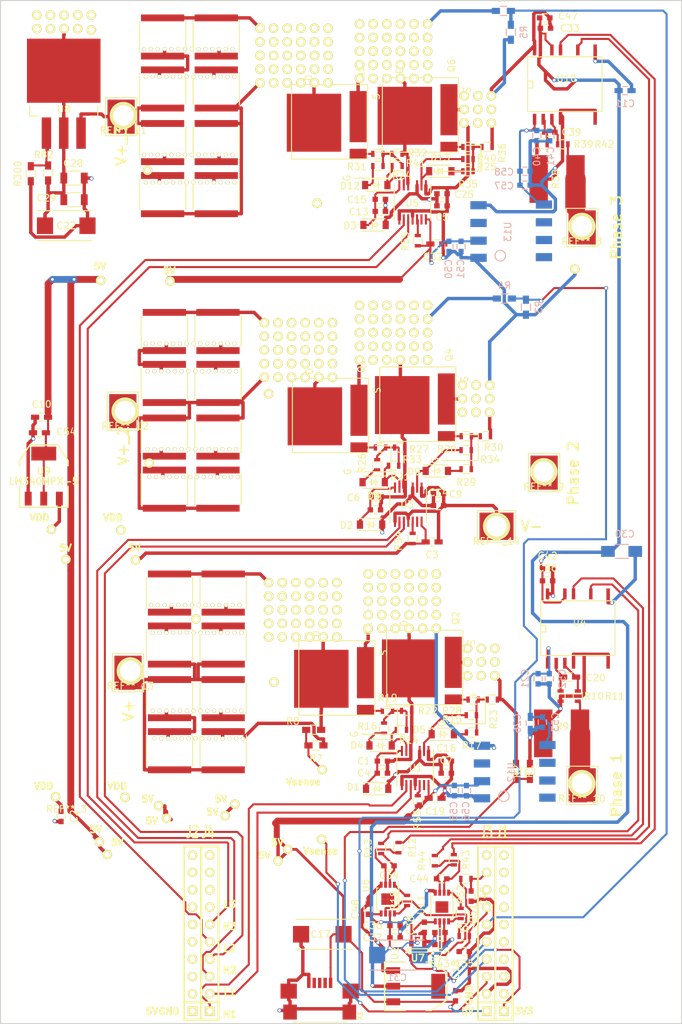
<source format=kicad_pcb>
(kicad_pcb (version 20171130) (host pcbnew "(5.1.12)-1")
  (layers (0 F.Cu signal) (1 In1.Cu signal) (2 In2.Cu signal) (31 B.Cu signal) (34 B.Paste user hide) (35 F.Paste user hide) (36 B.SilkS user hide) (37 F.SilkS user hide) (38 B.Mask user hide) (39 F.Mask user hide) (44 Edge.Cuts user))
  (net 0 "")
  (net 1 GND)
  (net 2 +5V)
  (net 3 V_SUPPLY)
  (net 4 "/Power MOSFETS/CurrentA")
  (net 5 "/Power MOSFETS/H2_VS")
  (net 6 "/Power MOSFETS/CurrentB")
  (net 7 "/Power MOSFETS/CurrentC")
  (net 8 "/Power MOSFETS/M_H1")
  (net 9 "/Power MOSFETS/M_L1")
  (net 10 "/Power MOSFETS/M_H2")
  (net 11 "/Power MOSFETS/M_L2")
  (net 12 "/Power MOSFETS/M_H3")
  (net 13 "/Power MOSFETS/M_L3")
  (net 14 "/Power MOSFETS/PHASE_1")
  (net 15 "/Power MOSFETS/PHASE_3")
  (net 16 "Net-(J1-Pad2)")
  (net 17 "Net-(J1-Pad3)")
  (net 18 "Net-(J1-Pad4)")
  (net 19 "Net-(J1-Pad5)")
  (net 20 "Net-(J1-Pad6)")
  (net 21 "Net-(J1-Pad7)")
  (net 22 "Net-(J1-Pad8)")
  (net 23 "Net-(J1-Pad9)")
  (net 24 "Net-(J1-Pad10)")
  (net 25 "Net-(J2-Pad2)")
  (net 26 "Net-(J2-Pad4)")
  (net 27 "Net-(J2-Pad6)")
  (net 28 "Net-(J2-Pad7)")
  (net 29 "Net-(J2-Pad8)")
  (net 30 "Net-(J2-Pad9)")
  (net 31 "Net-(J3-Pad3)")
  (net 32 "Net-(J3-Pad4)")
  (net 33 "Net-(J3-Pad5)")
  (net 34 "Net-(J3-Pad6)")
  (net 35 "Net-(J3-Pad10)")
  (net 36 "Net-(J4-Pad7)")
  (net 37 "Net-(J4-Pad8)")
  (net 38 "Net-(J4-Pad9)")
  (net 39 "Net-(J4-Pad10)")
  (net 40 +3V3)
  (net 41 "Net-(X1-Pad4)")
  (net 42 "Net-(C1-Pad1)")
  (net 43 "Net-(C6-Pad1)")
  (net 44 "Net-(C13-Pad1)")
  (net 45 "Net-(U1-Pad6)")
  (net 46 "Net-(U3-Pad6)")
  (net 47 "Net-(U5-Pad6)")
  (net 48 VDD)
  (net 49 "Net-(R300-Pad1)")
  (net 50 "Net-(C24-Pad2)")
  (net 51 "Net-(D4-Pad1)")
  (net 52 "Net-(D4-Pad2)")
  (net 53 "Net-(D5-Pad1)")
  (net 54 "Net-(D5-Pad2)")
  (net 55 "Net-(D8-Pad1)")
  (net 56 "Net-(D8-Pad2)")
  (net 57 "Net-(D9-Pad1)")
  (net 58 "Net-(D9-Pad2)")
  (net 59 "Net-(D12-Pad1)")
  (net 60 "Net-(D12-Pad2)")
  (net 61 "Net-(D13-Pad1)")
  (net 62 "Net-(D13-Pad2)")
  (net 63 "Net-(Q1-Pad3)")
  (net 64 "Net-(Q2-Pad3)")
  (net 65 "Net-(Q3-Pad3)")
  (net 66 "Net-(Q4-Pad3)")
  (net 67 "Net-(Q6-Pad3)")
  (net 68 "Net-(Q5-Pad3)")
  (net 69 "Net-(R14-Pad1)")
  (net 70 "Net-(R15-Pad2)")
  (net 71 "Net-(R20-Pad2)")
  (net 72 "Net-(R21-Pad2)")
  (net 73 "Net-(R24-Pad2)")
  (net 74 "Net-(R25-Pad2)")
  (net 75 GNDA)
  (net 76 +1V5)
  (net 77 "Net-(C20-Pad1)")
  (net 78 "Net-(C20-Pad2)")
  (net 79 +5VA)
  (net 80 "Net-(C34-Pad1)")
  (net 81 "Net-(C34-Pad2)")
  (net 82 "Net-(C39-Pad1)")
  (net 83 "Net-(C39-Pad2)")
  (net 84 +5VD)
  (net 85 GNDD)
  (net 86 "Net-(C44-Pad1)")
  (net 87 "Net-(C44-Pad2)")
  (net 88 "Net-(R18-Pad1)")
  (net 89 "Net-(R18-Pad2)")
  (net 90 "Net-(R37-Pad2)")
  (net 91 "Net-(R51-Pad1)")
  (net 92 "Net-(R51-Pad2)")
  (net 93 "Net-(R52-Pad2)")
  (net 94 "Net-(R53-Pad1)")
  (net 95 "Net-(R54-Pad1)")
  (net 96 "Net-(R55-Pad1)")
  (net 97 "Net-(U12-Pad3)")
  (net 98 "Net-(U12-Pad8)")
  (net 99 "Net-(U12-Pad6)")
  (net 100 "Net-(U12-Pad7)")
  (net 101 "Net-(U13-Pad3)")
  (net 102 "Net-(U13-Pad8)")
  (net 103 "Net-(U13-Pad6)")
  (net 104 "Net-(U13-Pad7)")
  (net 105 "/Power MOSFETS/sense1_P")
  (net 106 "/Power MOSFETS/sense2_P")
  (net 107 "/Power MOSFETS/sense2_N")
  (net 108 "/Power MOSFETS/sense1_N")
  (net 109 "Net-(J2-Pad3)")
  (net 110 "Net-(J2-Pad5)")
  (net 111 "Net-(X1-Pad2)")
  (net 112 "Net-(X1-Pad3)")
  (module BGA_ADP172 (layer F.Cu) (at 245.368 141.982)
    (fp_text reference REF**_15 hide)
    (fp_text value bga)
    (pad 1 smd circle (at -0.25 0.25) (size 0.32 0.32) (layers F.Cu F.Paste F.Mask) (net 40 +3V3))
    (pad 2 smd circle (at 0.25 0.25) (size 0.32 0.32) (layers F.Cu F.Paste F.Mask) (net 40 +3V3))
    (pad 3 smd circle (at 0.25 -0.25) (size 0.32 0.32) (layers F.Cu F.Paste F.Mask) (net 1 GND))
    (pad 4 smd circle (at -0.25 -0.25) (size 0.32 0.32) (layers F.Cu F.Paste F.Mask) (net 76 +1V5))
  )
  (module LOGO (layer F.Cu) (at 274.828 146.558)
    (fp_text reference G*** hide)
    (fp_text value LOGO hide)
  )
  (module jumper (layer F.Cu) (at 212.852 95.404)
    (fp_text reference REF**1611_11 hide)
    (fp_text value jumper)
    (pad 1 thru_hole circle (at 0 0.1) (size 1.397 1.397) (drill 0.812) (layers *.Cu *.Mask F.SilkS) (net 1 GND))
  )
  (module jumper (layer F.Cu) (at 268.478 44.096)
    (fp_text reference REF**1611_10 hide)
    (fp_text value jumper)
    (pad 1 thru_hole circle (at 0 0.1) (size 1.397 1.397) (drill 0.812) (layers *.Cu *.Mask F.SilkS) (net 1 GND))
  )
  (module jumper (layer F.Cu) (at 205.74 29.618)
    (fp_text reference REF**1611_9 hide)
    (fp_text value jumper)
    (pad 1 thru_hole circle (at 0 0.1) (size 1.397 1.397) (drill 0.812) (layers *.Cu *.Mask F.SilkS) (net 1 GND))
  )
  (module jumper (layer F.Cu) (at 230.632 34.444)
    (fp_text reference REF**111_18 hide)
    (fp_text value jumper)
    (pad 1 thru_hole circle (at 0 0.1) (size 1.397 1.397) (drill 0.812) (layers *.Cu *.Mask F.SilkS) (net 3 V_SUPPLY))
  )
  (module jumper (layer F.Cu) (at 223.52 62.384)
    (fp_text reference REF**111_17 hide)
    (fp_text value jumper)
    (pad 1 thru_hole circle (at 0 0.1) (size 1.397 1.397) (drill 0.812) (layers *.Cu *.Mask F.SilkS) (net 3 V_SUPPLY))
  )
  (module jumper (layer F.Cu) (at 205.994 72.544)
    (fp_text reference REF**1611_8 hide)
    (fp_text value jumper)
    (pad 1 thru_hole circle (at 0 0.1) (size 1.397 1.397) (drill 0.812) (layers *.Cu *.Mask F.SilkS) (net 1 GND))
  )
  (module jumper (layer F.Cu) (at 224.282 104.648)
    (fp_text reference REF**111_16 hide)
    (fp_text value jumper)
    (pad 1 thru_hole circle (at 0 0.1) (size 1.397 1.397) (drill 0.812) (layers *.Cu *.Mask F.SilkS) (net 3 V_SUPPLY))
  )
  (module jumper (layer F.Cu) (at 214.502 108.866)
    (fp_text reference REF**91_12 hide)
    (fp_text value jumper)
    (pad 1 thru_hole circle (at 0 0.1) (size 0.6 0.6) (drill 0.4) (layers *.Cu *.Mask F.SilkS) (net 1 GND))
  )
  (module jumper (layer F.Cu) (at 211.502 108.866)
    (fp_text reference REF**61_12 hide)
    (fp_text value jumper)
    (pad 1 thru_hole circle (at 0 0.1) (size 0.6 0.6) (drill 0.4) (layers *.Cu *.Mask F.SilkS) (net 1 GND))
  )
  (module jumper (layer F.Cu) (at 213.502 108.866)
    (fp_text reference REF**81_12 hide)
    (fp_text value jumper)
    (pad 1 thru_hole circle (at 0 0.1) (size 0.6 0.6) (drill 0.4) (layers *.Cu *.Mask F.SilkS) (net 1 GND))
  )
  (module jumper (layer F.Cu) (at 212.502 108.866)
    (fp_text reference REF**71_12 hide)
    (fp_text value jumper)
    (pad 1 thru_hole circle (at 0 0.1) (size 0.6 0.6) (drill 0.4) (layers *.Cu *.Mask F.SilkS) (net 1 GND))
  )
  (module jumper (layer F.Cu) (at 215.502 108.866)
    (fp_text reference REF**101_12 hide)
    (fp_text value jumper)
    (pad 1 thru_hole circle (at 0 0.1) (size 0.6 0.6) (drill 0.4) (layers *.Cu *.Mask F.SilkS) (net 1 GND))
  )
  (module jumper (layer F.Cu) (at 207.502 108.866)
    (fp_text reference REF**21_12 hide)
    (fp_text value jumper)
    (pad 1 thru_hole circle (at 0 0.1) (size 0.6 0.6) (drill 0.4) (layers *.Cu *.Mask F.SilkS) (net 1 GND))
  )
  (module jumper (layer F.Cu) (at 210.502 108.866)
    (fp_text reference REF**51_12 hide)
    (fp_text value jumper)
    (pad 1 thru_hole circle (at 0 0.1) (size 0.6 0.6) (drill 0.4) (layers *.Cu *.Mask F.SilkS) (net 1 GND))
  )
  (module jumper (layer F.Cu) (at 208.502 108.866)
    (fp_text reference REF**31_12 hide)
    (fp_text value jumper)
    (pad 1 thru_hole circle (at 0 0.1) (size 0.6 0.6) (drill 0.4) (layers *.Cu *.Mask F.SilkS) (net 1 GND))
  )
  (module jumper (layer F.Cu) (at 209.502 108.866)
    (fp_text reference REF**41_12 hide)
    (fp_text value jumper)
    (pad 1 thru_hole circle (at 0 0.1) (size 0.6 0.6) (drill 0.4) (layers *.Cu *.Mask F.SilkS) (net 1 GND))
  )
  (module jumper (layer F.Cu) (at 218.502 108.866)
    (fp_text reference REF**131_15 hide)
    (fp_text value jumper)
    (pad 1 thru_hole circle (at 0 0.1) (size 0.6 0.6) (drill 0.4) (layers *.Cu *.Mask F.SilkS) (net 1 GND))
  )
  (module jumper (layer F.Cu) (at 216.502 108.866)
    (fp_text reference REF**111_15 hide)
    (fp_text value jumper)
    (pad 1 thru_hole circle (at 0 0.1) (size 0.6 0.6) (drill 0.4) (layers *.Cu *.Mask F.SilkS) (net 1 GND))
  )
  (module jumper (layer F.Cu) (at 217.502 108.866)
    (fp_text reference REF**121_15 hide)
    (fp_text value jumper)
    (pad 1 thru_hole circle (at 0 0.1) (size 0.6 0.6) (drill 0.4) (layers *.Cu *.Mask F.SilkS) (net 1 GND))
  )
  (module jumper (layer F.Cu) (at 219.502 108.866)
    (fp_text reference REF**141_15 hide)
    (fp_text value jumper)
    (pad 1 thru_hole circle (at 0 0.1) (size 0.6 0.6) (drill 0.4) (layers *.Cu *.Mask F.SilkS) (net 1 GND))
  )
  (module jumper (layer F.Cu) (at 206.502 108.866)
    (fp_text reference REF**11_12 hide)
    (fp_text value jumper)
    (pad 1 thru_hole circle (at 0 0.1) (size 0.6 0.6) (drill 0.4) (layers *.Cu *.Mask F.SilkS) (net 1 GND))
  )
  (module jumper (layer F.Cu) (at 211.756 112.93)
    (fp_text reference REF**61_11 hide)
    (fp_text value jumper)
    (pad 1 thru_hole circle (at 0 0.1) (size 0.6 0.6) (drill 0.4) (layers *.Cu *.Mask F.SilkS) (net 1 GND))
  )
  (module jumper (layer F.Cu) (at 209.756 112.93)
    (fp_text reference REF**41_11 hide)
    (fp_text value jumper)
    (pad 1 thru_hole circle (at 0 0.1) (size 0.6 0.6) (drill 0.4) (layers *.Cu *.Mask F.SilkS) (net 1 GND))
  )
  (module jumper (layer F.Cu) (at 208.756 112.93)
    (fp_text reference REF**31_11 hide)
    (fp_text value jumper)
    (pad 1 thru_hole circle (at 0 0.1) (size 0.6 0.6) (drill 0.4) (layers *.Cu *.Mask F.SilkS) (net 1 GND))
  )
  (module jumper (layer F.Cu) (at 207.756 112.93)
    (fp_text reference REF**21_11 hide)
    (fp_text value jumper)
    (pad 1 thru_hole circle (at 0 0.1) (size 0.6 0.6) (drill 0.4) (layers *.Cu *.Mask F.SilkS) (net 1 GND))
  )
  (module jumper (layer F.Cu) (at 210.756 112.93)
    (fp_text reference REF**51_11 hide)
    (fp_text value jumper)
    (pad 1 thru_hole circle (at 0 0.1) (size 0.6 0.6) (drill 0.4) (layers *.Cu *.Mask F.SilkS) (net 1 GND))
  )
  (module jumper (layer F.Cu) (at 219.756 112.93)
    (fp_text reference REF**141_14 hide)
    (fp_text value jumper)
    (pad 1 thru_hole circle (at 0 0.1) (size 0.6 0.6) (drill 0.4) (layers *.Cu *.Mask F.SilkS) (net 1 GND))
  )
  (module jumper (layer F.Cu) (at 217.756 112.93)
    (fp_text reference REF**121_14 hide)
    (fp_text value jumper)
    (pad 1 thru_hole circle (at 0 0.1) (size 0.6 0.6) (drill 0.4) (layers *.Cu *.Mask F.SilkS) (net 1 GND))
  )
  (module jumper (layer F.Cu) (at 218.756 112.93)
    (fp_text reference REF**131_14 hide)
    (fp_text value jumper)
    (pad 1 thru_hole circle (at 0 0.1) (size 0.6 0.6) (drill 0.4) (layers *.Cu *.Mask F.SilkS) (net 1 GND))
  )
  (module jumper (layer F.Cu) (at 216.756 112.93)
    (fp_text reference REF**111_14 hide)
    (fp_text value jumper)
    (pad 1 thru_hole circle (at 0 0.1) (size 0.6 0.6) (drill 0.4) (layers *.Cu *.Mask F.SilkS) (net 1 GND))
  )
  (module jumper (layer F.Cu) (at 215.756 112.93)
    (fp_text reference REF**101_11 hide)
    (fp_text value jumper)
    (pad 1 thru_hole circle (at 0 0.1) (size 0.6 0.6) (drill 0.4) (layers *.Cu *.Mask F.SilkS) (net 1 GND))
  )
  (module jumper (layer F.Cu) (at 214.756 112.93)
    (fp_text reference REF**91_11 hide)
    (fp_text value jumper)
    (pad 1 thru_hole circle (at 0 0.1) (size 0.6 0.6) (drill 0.4) (layers *.Cu *.Mask F.SilkS) (net 1 GND))
  )
  (module jumper (layer F.Cu) (at 213.756 112.93)
    (fp_text reference REF**81_11 hide)
    (fp_text value jumper)
    (pad 1 thru_hole circle (at 0 0.1) (size 0.6 0.6) (drill 0.4) (layers *.Cu *.Mask F.SilkS) (net 1 GND))
  )
  (module jumper (layer F.Cu) (at 212.756 112.93)
    (fp_text reference REF**71_11 hide)
    (fp_text value jumper)
    (pad 1 thru_hole circle (at 0 0.1) (size 0.6 0.6) (drill 0.4) (layers *.Cu *.Mask F.SilkS) (net 1 GND))
  )
  (module jumper (layer F.Cu) (at 206.756 112.93)
    (fp_text reference REF**11_11 hide)
    (fp_text value jumper)
    (pad 1 thru_hole circle (at 0 0.1) (size 0.6 0.6) (drill 0.4) (layers *.Cu *.Mask F.SilkS) (net 1 GND))
  )
  (module jumper (layer F.Cu) (at 214.248 93.372)
    (fp_text reference REF**91_10 hide)
    (fp_text value jumper)
    (pad 1 thru_hole circle (at 0 0.1) (size 0.6 0.6) (drill 0.4) (layers *.Cu *.Mask F.SilkS) (net 1 GND))
  )
  (module jumper (layer F.Cu) (at 211.248 93.372)
    (fp_text reference REF**61_10 hide)
    (fp_text value jumper)
    (pad 1 thru_hole circle (at 0 0.1) (size 0.6 0.6) (drill 0.4) (layers *.Cu *.Mask F.SilkS) (net 1 GND))
  )
  (module jumper (layer F.Cu) (at 213.248 93.372)
    (fp_text reference REF**81_10 hide)
    (fp_text value jumper)
    (pad 1 thru_hole circle (at 0 0.1) (size 0.6 0.6) (drill 0.4) (layers *.Cu *.Mask F.SilkS) (net 1 GND))
  )
  (module jumper (layer F.Cu) (at 212.248 93.372)
    (fp_text reference REF**71_10 hide)
    (fp_text value jumper)
    (pad 1 thru_hole circle (at 0 0.1) (size 0.6 0.6) (drill 0.4) (layers *.Cu *.Mask F.SilkS) (net 1 GND))
  )
  (module jumper (layer F.Cu) (at 215.248 93.372)
    (fp_text reference REF**101_10 hide)
    (fp_text value jumper)
    (pad 1 thru_hole circle (at 0 0.1) (size 0.6 0.6) (drill 0.4) (layers *.Cu *.Mask F.SilkS) (net 1 GND))
  )
  (module jumper (layer F.Cu) (at 207.248 93.372)
    (fp_text reference REF**21_10 hide)
    (fp_text value jumper)
    (pad 1 thru_hole circle (at 0 0.1) (size 0.6 0.6) (drill 0.4) (layers *.Cu *.Mask F.SilkS) (net 1 GND))
  )
  (module jumper (layer F.Cu) (at 210.248 93.372)
    (fp_text reference REF**51_10 hide)
    (fp_text value jumper)
    (pad 1 thru_hole circle (at 0 0.1) (size 0.6 0.6) (drill 0.4) (layers *.Cu *.Mask F.SilkS) (net 1 GND))
  )
  (module jumper (layer F.Cu) (at 208.248 93.372)
    (fp_text reference REF**31_10 hide)
    (fp_text value jumper)
    (pad 1 thru_hole circle (at 0 0.1) (size 0.6 0.6) (drill 0.4) (layers *.Cu *.Mask F.SilkS) (net 1 GND))
  )
  (module jumper (layer F.Cu) (at 209.248 93.372)
    (fp_text reference REF**41_10 hide)
    (fp_text value jumper)
    (pad 1 thru_hole circle (at 0 0.1) (size 0.6 0.6) (drill 0.4) (layers *.Cu *.Mask F.SilkS) (net 1 GND))
  )
  (module jumper (layer F.Cu) (at 218.248 93.372)
    (fp_text reference REF**131_13 hide)
    (fp_text value jumper)
    (pad 1 thru_hole circle (at 0 0.1) (size 0.6 0.6) (drill 0.4) (layers *.Cu *.Mask F.SilkS) (net 1 GND))
  )
  (module jumper (layer F.Cu) (at 216.248 93.372)
    (fp_text reference REF**111_13 hide)
    (fp_text value jumper)
    (pad 1 thru_hole circle (at 0 0.1) (size 0.6 0.6) (drill 0.4) (layers *.Cu *.Mask F.SilkS) (net 1 GND))
  )
  (module jumper (layer F.Cu) (at 217.248 93.372)
    (fp_text reference REF**121_13 hide)
    (fp_text value jumper)
    (pad 1 thru_hole circle (at 0 0.1) (size 0.6 0.6) (drill 0.4) (layers *.Cu *.Mask F.SilkS) (net 1 GND))
  )
  (module jumper (layer F.Cu) (at 219.248 93.372)
    (fp_text reference REF**141_13 hide)
    (fp_text value jumper)
    (pad 1 thru_hole circle (at 0 0.1) (size 0.6 0.6) (drill 0.4) (layers *.Cu *.Mask F.SilkS) (net 1 GND))
  )
  (module jumper (layer F.Cu) (at 206.248 93.372)
    (fp_text reference REF**11_10 hide)
    (fp_text value jumper)
    (pad 1 thru_hole circle (at 0 0.1) (size 0.6 0.6) (drill 0.4) (layers *.Cu *.Mask F.SilkS) (net 1 GND))
  )
  (module jumper (layer F.Cu) (at 211.502 97.436)
    (fp_text reference REF**61_9 hide)
    (fp_text value jumper)
    (pad 1 thru_hole circle (at 0 0.1) (size 0.6 0.6) (drill 0.4) (layers *.Cu *.Mask F.SilkS) (net 1 GND))
  )
  (module jumper (layer F.Cu) (at 209.502 97.436)
    (fp_text reference REF**41_9 hide)
    (fp_text value jumper)
    (pad 1 thru_hole circle (at 0 0.1) (size 0.6 0.6) (drill 0.4) (layers *.Cu *.Mask F.SilkS) (net 1 GND))
  )
  (module jumper (layer F.Cu) (at 208.502 97.436)
    (fp_text reference REF**31_9 hide)
    (fp_text value jumper)
    (pad 1 thru_hole circle (at 0 0.1) (size 0.6 0.6) (drill 0.4) (layers *.Cu *.Mask F.SilkS) (net 1 GND))
  )
  (module jumper (layer F.Cu) (at 207.502 97.436)
    (fp_text reference REF**21_9 hide)
    (fp_text value jumper)
    (pad 1 thru_hole circle (at 0 0.1) (size 0.6 0.6) (drill 0.4) (layers *.Cu *.Mask F.SilkS) (net 1 GND))
  )
  (module jumper (layer F.Cu) (at 210.502 97.436)
    (fp_text reference REF**51_9 hide)
    (fp_text value jumper)
    (pad 1 thru_hole circle (at 0 0.1) (size 0.6 0.6) (drill 0.4) (layers *.Cu *.Mask F.SilkS) (net 1 GND))
  )
  (module jumper (layer F.Cu) (at 219.502 97.436)
    (fp_text reference REF**141_12 hide)
    (fp_text value jumper)
    (pad 1 thru_hole circle (at 0 0.1) (size 0.6 0.6) (drill 0.4) (layers *.Cu *.Mask F.SilkS) (net 1 GND))
  )
  (module jumper (layer F.Cu) (at 217.502 97.436)
    (fp_text reference REF**121_12 hide)
    (fp_text value jumper)
    (pad 1 thru_hole circle (at 0 0.1) (size 0.6 0.6) (drill 0.4) (layers *.Cu *.Mask F.SilkS) (net 1 GND))
  )
  (module jumper (layer F.Cu) (at 218.502 97.436)
    (fp_text reference REF**131_12 hide)
    (fp_text value jumper)
    (pad 1 thru_hole circle (at 0 0.1) (size 0.6 0.6) (drill 0.4) (layers *.Cu *.Mask F.SilkS) (net 1 GND))
  )
  (module jumper (layer F.Cu) (at 216.502 97.436)
    (fp_text reference REF**111_12 hide)
    (fp_text value jumper)
    (pad 1 thru_hole circle (at 0 0.1) (size 0.6 0.6) (drill 0.4) (layers *.Cu *.Mask F.SilkS) (net 1 GND))
  )
  (module jumper (layer F.Cu) (at 215.502 97.436)
    (fp_text reference REF**101_9 hide)
    (fp_text value jumper)
    (pad 1 thru_hole circle (at 0 0.1) (size 0.6 0.6) (drill 0.4) (layers *.Cu *.Mask F.SilkS) (net 1 GND))
  )
  (module jumper (layer F.Cu) (at 214.502 97.436)
    (fp_text reference REF**91_9 hide)
    (fp_text value jumper)
    (pad 1 thru_hole circle (at 0 0.1) (size 0.6 0.6) (drill 0.4) (layers *.Cu *.Mask F.SilkS) (net 1 GND))
  )
  (module jumper (layer F.Cu) (at 213.502 97.436)
    (fp_text reference REF**81_9 hide)
    (fp_text value jumper)
    (pad 1 thru_hole circle (at 0 0.1) (size 0.6 0.6) (drill 0.4) (layers *.Cu *.Mask F.SilkS) (net 1 GND))
  )
  (module jumper (layer F.Cu) (at 212.502 97.436)
    (fp_text reference REF**71_9 hide)
    (fp_text value jumper)
    (pad 1 thru_hole circle (at 0 0.1) (size 0.6 0.6) (drill 0.4) (layers *.Cu *.Mask F.SilkS) (net 1 GND))
  )
  (module jumper (layer F.Cu) (at 206.502 97.436)
    (fp_text reference REF**11_9 hide)
    (fp_text value jumper)
    (pad 1 thru_hole circle (at 0 0.1) (size 0.6 0.6) (drill 0.4) (layers *.Cu *.Mask F.SilkS) (net 1 GND))
  )
  (module jumper (layer F.Cu) (at 213.74 70.512)
    (fp_text reference REF**91_8 hide)
    (fp_text value jumper)
    (pad 1 thru_hole circle (at 0 0.1) (size 0.6 0.6) (drill 0.4) (layers *.Cu *.Mask F.SilkS) (net 1 GND))
  )
  (module jumper (layer F.Cu) (at 210.74 70.512)
    (fp_text reference REF**61_8 hide)
    (fp_text value jumper)
    (pad 1 thru_hole circle (at 0 0.1) (size 0.6 0.6) (drill 0.4) (layers *.Cu *.Mask F.SilkS) (net 1 GND))
  )
  (module jumper (layer F.Cu) (at 212.74 70.512)
    (fp_text reference REF**81_8 hide)
    (fp_text value jumper)
    (pad 1 thru_hole circle (at 0 0.1) (size 0.6 0.6) (drill 0.4) (layers *.Cu *.Mask F.SilkS) (net 1 GND))
  )
  (module jumper (layer F.Cu) (at 211.74 70.512)
    (fp_text reference REF**71_8 hide)
    (fp_text value jumper)
    (pad 1 thru_hole circle (at 0 0.1) (size 0.6 0.6) (drill 0.4) (layers *.Cu *.Mask F.SilkS) (net 1 GND))
  )
  (module jumper (layer F.Cu) (at 214.74 70.512)
    (fp_text reference REF**101_8 hide)
    (fp_text value jumper)
    (pad 1 thru_hole circle (at 0 0.1) (size 0.6 0.6) (drill 0.4) (layers *.Cu *.Mask F.SilkS) (net 1 GND))
  )
  (module jumper (layer F.Cu) (at 206.74 70.512)
    (fp_text reference REF**21_8 hide)
    (fp_text value jumper)
    (pad 1 thru_hole circle (at 0 0.1) (size 0.6 0.6) (drill 0.4) (layers *.Cu *.Mask F.SilkS) (net 1 GND))
  )
  (module jumper (layer F.Cu) (at 209.74 70.512)
    (fp_text reference REF**51_8 hide)
    (fp_text value jumper)
    (pad 1 thru_hole circle (at 0 0.1) (size 0.6 0.6) (drill 0.4) (layers *.Cu *.Mask F.SilkS) (net 1 GND))
  )
  (module jumper (layer F.Cu) (at 207.74 70.512)
    (fp_text reference REF**31_8 hide)
    (fp_text value jumper)
    (pad 1 thru_hole circle (at 0 0.1) (size 0.6 0.6) (drill 0.4) (layers *.Cu *.Mask F.SilkS) (net 1 GND))
  )
  (module jumper (layer F.Cu) (at 208.74 70.512)
    (fp_text reference REF**41_8 hide)
    (fp_text value jumper)
    (pad 1 thru_hole circle (at 0 0.1) (size 0.6 0.6) (drill 0.4) (layers *.Cu *.Mask F.SilkS) (net 1 GND))
  )
  (module jumper (layer F.Cu) (at 217.74 70.512)
    (fp_text reference REF**131_11 hide)
    (fp_text value jumper)
    (pad 1 thru_hole circle (at 0 0.1) (size 0.6 0.6) (drill 0.4) (layers *.Cu *.Mask F.SilkS) (net 1 GND))
  )
  (module jumper (layer F.Cu) (at 215.74 70.512)
    (fp_text reference REF**111_11 hide)
    (fp_text value jumper)
    (pad 1 thru_hole circle (at 0 0.1) (size 0.6 0.6) (drill 0.4) (layers *.Cu *.Mask F.SilkS) (net 1 GND))
  )
  (module jumper (layer F.Cu) (at 216.74 70.512)
    (fp_text reference REF**121_11 hide)
    (fp_text value jumper)
    (pad 1 thru_hole circle (at 0 0.1) (size 0.6 0.6) (drill 0.4) (layers *.Cu *.Mask F.SilkS) (net 1 GND))
  )
  (module jumper (layer F.Cu) (at 218.74 70.512)
    (fp_text reference REF**141_11 hide)
    (fp_text value jumper)
    (pad 1 thru_hole circle (at 0 0.1) (size 0.6 0.6) (drill 0.4) (layers *.Cu *.Mask F.SilkS) (net 1 GND))
  )
  (module jumper (layer F.Cu) (at 205.74 70.512)
    (fp_text reference REF**11_8 hide)
    (fp_text value jumper)
    (pad 1 thru_hole circle (at 0 0.1) (size 0.6 0.6) (drill 0.4) (layers *.Cu *.Mask F.SilkS) (net 1 GND))
  )
  (module jumper (layer F.Cu) (at 210.994 74.576)
    (fp_text reference REF**61_7 hide)
    (fp_text value jumper)
    (pad 1 thru_hole circle (at 0 0.1) (size 0.6 0.6) (drill 0.4) (layers *.Cu *.Mask F.SilkS) (net 1 GND))
  )
  (module jumper (layer F.Cu) (at 208.994 74.576)
    (fp_text reference REF**41_7 hide)
    (fp_text value jumper)
    (pad 1 thru_hole circle (at 0 0.1) (size 0.6 0.6) (drill 0.4) (layers *.Cu *.Mask F.SilkS) (net 1 GND))
  )
  (module jumper (layer F.Cu) (at 207.994 74.576)
    (fp_text reference REF**31_7 hide)
    (fp_text value jumper)
    (pad 1 thru_hole circle (at 0 0.1) (size 0.6 0.6) (drill 0.4) (layers *.Cu *.Mask F.SilkS) (net 1 GND))
  )
  (module jumper (layer F.Cu) (at 206.994 74.576)
    (fp_text reference REF**21_7 hide)
    (fp_text value jumper)
    (pad 1 thru_hole circle (at 0 0.1) (size 0.6 0.6) (drill 0.4) (layers *.Cu *.Mask F.SilkS) (net 1 GND))
  )
  (module jumper (layer F.Cu) (at 209.994 74.576)
    (fp_text reference REF**51_7 hide)
    (fp_text value jumper)
    (pad 1 thru_hole circle (at 0 0.1) (size 0.6 0.6) (drill 0.4) (layers *.Cu *.Mask F.SilkS) (net 1 GND))
  )
  (module jumper (layer F.Cu) (at 218.994 74.576)
    (fp_text reference REF**141_10 hide)
    (fp_text value jumper)
    (pad 1 thru_hole circle (at 0 0.1) (size 0.6 0.6) (drill 0.4) (layers *.Cu *.Mask F.SilkS) (net 1 GND))
  )
  (module jumper (layer F.Cu) (at 216.994 74.576)
    (fp_text reference REF**121_10 hide)
    (fp_text value jumper)
    (pad 1 thru_hole circle (at 0 0.1) (size 0.6 0.6) (drill 0.4) (layers *.Cu *.Mask F.SilkS) (net 1 GND))
  )
  (module jumper (layer F.Cu) (at 217.994 74.576)
    (fp_text reference REF**131_10 hide)
    (fp_text value jumper)
    (pad 1 thru_hole circle (at 0 0.1) (size 0.6 0.6) (drill 0.4) (layers *.Cu *.Mask F.SilkS) (net 1 GND))
  )
  (module jumper (layer F.Cu) (at 215.994 74.576)
    (fp_text reference REF**111_10 hide)
    (fp_text value jumper)
    (pad 1 thru_hole circle (at 0 0.1) (size 0.6 0.6) (drill 0.4) (layers *.Cu *.Mask F.SilkS) (net 1 GND))
  )
  (module jumper (layer F.Cu) (at 214.994 74.576)
    (fp_text reference REF**101_7 hide)
    (fp_text value jumper)
    (pad 1 thru_hole circle (at 0 0.1) (size 0.6 0.6) (drill 0.4) (layers *.Cu *.Mask F.SilkS) (net 1 GND))
  )
  (module jumper (layer F.Cu) (at 213.994 74.576)
    (fp_text reference REF**91_7 hide)
    (fp_text value jumper)
    (pad 1 thru_hole circle (at 0 0.1) (size 0.6 0.6) (drill 0.4) (layers *.Cu *.Mask F.SilkS) (net 1 GND))
  )
  (module jumper (layer F.Cu) (at 212.994 74.576)
    (fp_text reference REF**81_7 hide)
    (fp_text value jumper)
    (pad 1 thru_hole circle (at 0 0.1) (size 0.6 0.6) (drill 0.4) (layers *.Cu *.Mask F.SilkS) (net 1 GND))
  )
  (module jumper (layer F.Cu) (at 211.994 74.576)
    (fp_text reference REF**71_7 hide)
    (fp_text value jumper)
    (pad 1 thru_hole circle (at 0 0.1) (size 0.6 0.6) (drill 0.4) (layers *.Cu *.Mask F.SilkS) (net 1 GND))
  )
  (module jumper (layer F.Cu) (at 205.994 74.576)
    (fp_text reference REF**11_7 hide)
    (fp_text value jumper)
    (pad 1 thru_hole circle (at 0 0.1) (size 0.6 0.6) (drill 0.4) (layers *.Cu *.Mask F.SilkS) (net 1 GND))
  )
  (module jumper (layer F.Cu) (at 213.486 55.018)
    (fp_text reference REF**91_6 hide)
    (fp_text value jumper)
    (pad 1 thru_hole circle (at 0 0.1) (size 0.6 0.6) (drill 0.4) (layers *.Cu *.Mask F.SilkS) (net 1 GND))
  )
  (module jumper (layer F.Cu) (at 210.486 55.018)
    (fp_text reference REF**61_6 hide)
    (fp_text value jumper)
    (pad 1 thru_hole circle (at 0 0.1) (size 0.6 0.6) (drill 0.4) (layers *.Cu *.Mask F.SilkS) (net 1 GND))
  )
  (module jumper (layer F.Cu) (at 212.486 55.018)
    (fp_text reference REF**81_6 hide)
    (fp_text value jumper)
    (pad 1 thru_hole circle (at 0 0.1) (size 0.6 0.6) (drill 0.4) (layers *.Cu *.Mask F.SilkS) (net 1 GND))
  )
  (module jumper (layer F.Cu) (at 211.486 55.018)
    (fp_text reference REF**71_6 hide)
    (fp_text value jumper)
    (pad 1 thru_hole circle (at 0 0.1) (size 0.6 0.6) (drill 0.4) (layers *.Cu *.Mask F.SilkS) (net 1 GND))
  )
  (module jumper (layer F.Cu) (at 214.486 55.018)
    (fp_text reference REF**101_6 hide)
    (fp_text value jumper)
    (pad 1 thru_hole circle (at 0 0.1) (size 0.6 0.6) (drill 0.4) (layers *.Cu *.Mask F.SilkS) (net 1 GND))
  )
  (module jumper (layer F.Cu) (at 206.486 55.018)
    (fp_text reference REF**21_6 hide)
    (fp_text value jumper)
    (pad 1 thru_hole circle (at 0 0.1) (size 0.6 0.6) (drill 0.4) (layers *.Cu *.Mask F.SilkS) (net 1 GND))
  )
  (module jumper (layer F.Cu) (at 209.486 55.018)
    (fp_text reference REF**51_6 hide)
    (fp_text value jumper)
    (pad 1 thru_hole circle (at 0 0.1) (size 0.6 0.6) (drill 0.4) (layers *.Cu *.Mask F.SilkS) (net 1 GND))
  )
  (module jumper (layer F.Cu) (at 207.486 55.018)
    (fp_text reference REF**31_6 hide)
    (fp_text value jumper)
    (pad 1 thru_hole circle (at 0 0.1) (size 0.6 0.6) (drill 0.4) (layers *.Cu *.Mask F.SilkS) (net 1 GND))
  )
  (module jumper (layer F.Cu) (at 208.486 55.018)
    (fp_text reference REF**41_6 hide)
    (fp_text value jumper)
    (pad 1 thru_hole circle (at 0 0.1) (size 0.6 0.6) (drill 0.4) (layers *.Cu *.Mask F.SilkS) (net 1 GND))
  )
  (module jumper (layer F.Cu) (at 217.486 55.018)
    (fp_text reference REF**131_9 hide)
    (fp_text value jumper)
    (pad 1 thru_hole circle (at 0 0.1) (size 0.6 0.6) (drill 0.4) (layers *.Cu *.Mask F.SilkS) (net 1 GND))
  )
  (module jumper (layer F.Cu) (at 215.486 55.018)
    (fp_text reference REF**111_9 hide)
    (fp_text value jumper)
    (pad 1 thru_hole circle (at 0 0.1) (size 0.6 0.6) (drill 0.4) (layers *.Cu *.Mask F.SilkS) (net 1 GND))
  )
  (module jumper (layer F.Cu) (at 216.486 55.018)
    (fp_text reference REF**121_9 hide)
    (fp_text value jumper)
    (pad 1 thru_hole circle (at 0 0.1) (size 0.6 0.6) (drill 0.4) (layers *.Cu *.Mask F.SilkS) (net 1 GND))
  )
  (module jumper (layer F.Cu) (at 218.486 55.018)
    (fp_text reference REF**141_9 hide)
    (fp_text value jumper)
    (pad 1 thru_hole circle (at 0 0.1) (size 0.6 0.6) (drill 0.4) (layers *.Cu *.Mask F.SilkS) (net 1 GND))
  )
  (module jumper (layer F.Cu) (at 205.486 55.018)
    (fp_text reference REF**11_6 hide)
    (fp_text value jumper)
    (pad 1 thru_hole circle (at 0 0.1) (size 0.6 0.6) (drill 0.4) (layers *.Cu *.Mask F.SilkS) (net 1 GND))
  )
  (module jumper (layer F.Cu) (at 210.74 59.082)
    (fp_text reference REF**61_5 hide)
    (fp_text value jumper)
    (pad 1 thru_hole circle (at 0 0.1) (size 0.6 0.6) (drill 0.4) (layers *.Cu *.Mask F.SilkS) (net 1 GND))
  )
  (module jumper (layer F.Cu) (at 208.74 59.082)
    (fp_text reference REF**41_5 hide)
    (fp_text value jumper)
    (pad 1 thru_hole circle (at 0 0.1) (size 0.6 0.6) (drill 0.4) (layers *.Cu *.Mask F.SilkS) (net 1 GND))
  )
  (module jumper (layer F.Cu) (at 207.74 59.082)
    (fp_text reference REF**31_5 hide)
    (fp_text value jumper)
    (pad 1 thru_hole circle (at 0 0.1) (size 0.6 0.6) (drill 0.4) (layers *.Cu *.Mask F.SilkS) (net 1 GND))
  )
  (module jumper (layer F.Cu) (at 206.74 59.082)
    (fp_text reference REF**21_5 hide)
    (fp_text value jumper)
    (pad 1 thru_hole circle (at 0 0.1) (size 0.6 0.6) (drill 0.4) (layers *.Cu *.Mask F.SilkS) (net 1 GND))
  )
  (module jumper (layer F.Cu) (at 209.74 59.082)
    (fp_text reference REF**51_5 hide)
    (fp_text value jumper)
    (pad 1 thru_hole circle (at 0 0.1) (size 0.6 0.6) (drill 0.4) (layers *.Cu *.Mask F.SilkS) (net 1 GND))
  )
  (module jumper (layer F.Cu) (at 218.74 59.082)
    (fp_text reference REF**141_8 hide)
    (fp_text value jumper)
    (pad 1 thru_hole circle (at 0 0.1) (size 0.6 0.6) (drill 0.4) (layers *.Cu *.Mask F.SilkS) (net 1 GND))
  )
  (module jumper (layer F.Cu) (at 216.74 59.082)
    (fp_text reference REF**121_8 hide)
    (fp_text value jumper)
    (pad 1 thru_hole circle (at 0 0.1) (size 0.6 0.6) (drill 0.4) (layers *.Cu *.Mask F.SilkS) (net 1 GND))
  )
  (module jumper (layer F.Cu) (at 217.74 59.082)
    (fp_text reference REF**131_8 hide)
    (fp_text value jumper)
    (pad 1 thru_hole circle (at 0 0.1) (size 0.6 0.6) (drill 0.4) (layers *.Cu *.Mask F.SilkS) (net 1 GND))
  )
  (module jumper (layer F.Cu) (at 215.74 59.082)
    (fp_text reference REF**111_8 hide)
    (fp_text value jumper)
    (pad 1 thru_hole circle (at 0 0.1) (size 0.6 0.6) (drill 0.4) (layers *.Cu *.Mask F.SilkS) (net 1 GND))
  )
  (module jumper (layer F.Cu) (at 214.74 59.082)
    (fp_text reference REF**101_5 hide)
    (fp_text value jumper)
    (pad 1 thru_hole circle (at 0 0.1) (size 0.6 0.6) (drill 0.4) (layers *.Cu *.Mask F.SilkS) (net 1 GND))
  )
  (module jumper (layer F.Cu) (at 213.74 59.082)
    (fp_text reference REF**91_5 hide)
    (fp_text value jumper)
    (pad 1 thru_hole circle (at 0 0.1) (size 0.6 0.6) (drill 0.4) (layers *.Cu *.Mask F.SilkS) (net 1 GND))
  )
  (module jumper (layer F.Cu) (at 212.74 59.082)
    (fp_text reference REF**81_5 hide)
    (fp_text value jumper)
    (pad 1 thru_hole circle (at 0 0.1) (size 0.6 0.6) (drill 0.4) (layers *.Cu *.Mask F.SilkS) (net 1 GND))
  )
  (module jumper (layer F.Cu) (at 211.74 59.082)
    (fp_text reference REF**71_5 hide)
    (fp_text value jumper)
    (pad 1 thru_hole circle (at 0 0.1) (size 0.6 0.6) (drill 0.4) (layers *.Cu *.Mask F.SilkS) (net 1 GND))
  )
  (module jumper (layer F.Cu) (at 205.74 59.082)
    (fp_text reference REF**11_5 hide)
    (fp_text value jumper)
    (pad 1 thru_hole circle (at 0 0.1) (size 0.6 0.6) (drill 0.4) (layers *.Cu *.Mask F.SilkS) (net 1 GND))
  )
  (module jumper (layer F.Cu) (at 213.232 27.332)
    (fp_text reference REF**91_4 hide)
    (fp_text value jumper)
    (pad 1 thru_hole circle (at 0 0.1) (size 0.6 0.6) (drill 0.4) (layers *.Cu *.Mask F.SilkS) (net 1 GND))
  )
  (module jumper (layer F.Cu) (at 210.232 27.332)
    (fp_text reference REF**61_4 hide)
    (fp_text value jumper)
    (pad 1 thru_hole circle (at 0 0.1) (size 0.6 0.6) (drill 0.4) (layers *.Cu *.Mask F.SilkS) (net 1 GND))
  )
  (module jumper (layer F.Cu) (at 212.232 27.332)
    (fp_text reference REF**81_4 hide)
    (fp_text value jumper)
    (pad 1 thru_hole circle (at 0 0.1) (size 0.6 0.6) (drill 0.4) (layers *.Cu *.Mask F.SilkS) (net 1 GND))
  )
  (module jumper (layer F.Cu) (at 211.232 27.332)
    (fp_text reference REF**71_4 hide)
    (fp_text value jumper)
    (pad 1 thru_hole circle (at 0 0.1) (size 0.6 0.6) (drill 0.4) (layers *.Cu *.Mask F.SilkS) (net 1 GND))
  )
  (module jumper (layer F.Cu) (at 214.232 27.332)
    (fp_text reference REF**101_4 hide)
    (fp_text value jumper)
    (pad 1 thru_hole circle (at 0 0.1) (size 0.6 0.6) (drill 0.4) (layers *.Cu *.Mask F.SilkS) (net 1 GND))
  )
  (module jumper (layer F.Cu) (at 206.232 27.332)
    (fp_text reference REF**21_4 hide)
    (fp_text value jumper)
    (pad 1 thru_hole circle (at 0 0.1) (size 0.6 0.6) (drill 0.4) (layers *.Cu *.Mask F.SilkS) (net 1 GND))
  )
  (module jumper (layer F.Cu) (at 209.232 27.332)
    (fp_text reference REF**51_4 hide)
    (fp_text value jumper)
    (pad 1 thru_hole circle (at 0 0.1) (size 0.6 0.6) (drill 0.4) (layers *.Cu *.Mask F.SilkS) (net 1 GND))
  )
  (module jumper (layer F.Cu) (at 207.232 27.332)
    (fp_text reference REF**31_4 hide)
    (fp_text value jumper)
    (pad 1 thru_hole circle (at 0 0.1) (size 0.6 0.6) (drill 0.4) (layers *.Cu *.Mask F.SilkS) (net 1 GND))
  )
  (module jumper (layer F.Cu) (at 208.232 27.332)
    (fp_text reference REF**41_4 hide)
    (fp_text value jumper)
    (pad 1 thru_hole circle (at 0 0.1) (size 0.6 0.6) (drill 0.4) (layers *.Cu *.Mask F.SilkS) (net 1 GND))
  )
  (module jumper (layer F.Cu) (at 217.232 27.332)
    (fp_text reference REF**131_7 hide)
    (fp_text value jumper)
    (pad 1 thru_hole circle (at 0 0.1) (size 0.6 0.6) (drill 0.4) (layers *.Cu *.Mask F.SilkS) (net 1 GND))
  )
  (module jumper (layer F.Cu) (at 215.232 27.332)
    (fp_text reference REF**111_7 hide)
    (fp_text value jumper)
    (pad 1 thru_hole circle (at 0 0.1) (size 0.6 0.6) (drill 0.4) (layers *.Cu *.Mask F.SilkS) (net 1 GND))
  )
  (module jumper (layer F.Cu) (at 216.232 27.332)
    (fp_text reference REF**121_7 hide)
    (fp_text value jumper)
    (pad 1 thru_hole circle (at 0 0.1) (size 0.6 0.6) (drill 0.4) (layers *.Cu *.Mask F.SilkS) (net 1 GND))
  )
  (module jumper (layer F.Cu) (at 218.232 27.332)
    (fp_text reference REF**141_7 hide)
    (fp_text value jumper)
    (pad 1 thru_hole circle (at 0 0.1) (size 0.6 0.6) (drill 0.4) (layers *.Cu *.Mask F.SilkS) (net 1 GND))
  )
  (module jumper (layer F.Cu) (at 205.232 27.332)
    (fp_text reference REF**11_4 hide)
    (fp_text value jumper)
    (pad 1 thru_hole circle (at 0 0.1) (size 0.6 0.6) (drill 0.4) (layers *.Cu *.Mask F.SilkS) (net 1 GND))
  )
  (module jumper (layer F.Cu) (at 210.486 31.396)
    (fp_text reference REF**61_3 hide)
    (fp_text value jumper)
    (pad 1 thru_hole circle (at 0 0.1) (size 0.6 0.6) (drill 0.4) (layers *.Cu *.Mask F.SilkS) (net 1 GND))
  )
  (module jumper (layer F.Cu) (at 208.486 31.396)
    (fp_text reference REF**41_3 hide)
    (fp_text value jumper)
    (pad 1 thru_hole circle (at 0 0.1) (size 0.6 0.6) (drill 0.4) (layers *.Cu *.Mask F.SilkS) (net 1 GND))
  )
  (module jumper (layer F.Cu) (at 207.486 31.396)
    (fp_text reference REF**31_3 hide)
    (fp_text value jumper)
    (pad 1 thru_hole circle (at 0 0.1) (size 0.6 0.6) (drill 0.4) (layers *.Cu *.Mask F.SilkS) (net 1 GND))
  )
  (module jumper (layer F.Cu) (at 206.486 31.396)
    (fp_text reference REF**21_3 hide)
    (fp_text value jumper)
    (pad 1 thru_hole circle (at 0 0.1) (size 0.6 0.6) (drill 0.4) (layers *.Cu *.Mask F.SilkS) (net 1 GND))
  )
  (module jumper (layer F.Cu) (at 209.486 31.396)
    (fp_text reference REF**51_3 hide)
    (fp_text value jumper)
    (pad 1 thru_hole circle (at 0 0.1) (size 0.6 0.6) (drill 0.4) (layers *.Cu *.Mask F.SilkS) (net 1 GND))
  )
  (module jumper (layer F.Cu) (at 218.486 31.396)
    (fp_text reference REF**141_6 hide)
    (fp_text value jumper)
    (pad 1 thru_hole circle (at 0 0.1) (size 0.6 0.6) (drill 0.4) (layers *.Cu *.Mask F.SilkS) (net 1 GND))
  )
  (module jumper (layer F.Cu) (at 216.486 31.396)
    (fp_text reference REF**121_6 hide)
    (fp_text value jumper)
    (pad 1 thru_hole circle (at 0 0.1) (size 0.6 0.6) (drill 0.4) (layers *.Cu *.Mask F.SilkS) (net 1 GND))
  )
  (module jumper (layer F.Cu) (at 217.486 31.396)
    (fp_text reference REF**131_6 hide)
    (fp_text value jumper)
    (pad 1 thru_hole circle (at 0 0.1) (size 0.6 0.6) (drill 0.4) (layers *.Cu *.Mask F.SilkS) (net 1 GND))
  )
  (module jumper (layer F.Cu) (at 215.486 31.396)
    (fp_text reference REF**111_6 hide)
    (fp_text value jumper)
    (pad 1 thru_hole circle (at 0 0.1) (size 0.6 0.6) (drill 0.4) (layers *.Cu *.Mask F.SilkS) (net 1 GND))
  )
  (module jumper (layer F.Cu) (at 214.486 31.396)
    (fp_text reference REF**101_3 hide)
    (fp_text value jumper)
    (pad 1 thru_hole circle (at 0 0.1) (size 0.6 0.6) (drill 0.4) (layers *.Cu *.Mask F.SilkS) (net 1 GND))
  )
  (module jumper (layer F.Cu) (at 213.486 31.396)
    (fp_text reference REF**91_3 hide)
    (fp_text value jumper)
    (pad 1 thru_hole circle (at 0 0.1) (size 0.6 0.6) (drill 0.4) (layers *.Cu *.Mask F.SilkS) (net 1 GND))
  )
  (module jumper (layer F.Cu) (at 212.486 31.396)
    (fp_text reference REF**81_3 hide)
    (fp_text value jumper)
    (pad 1 thru_hole circle (at 0 0.1) (size 0.6 0.6) (drill 0.4) (layers *.Cu *.Mask F.SilkS) (net 1 GND))
  )
  (module jumper (layer F.Cu) (at 211.486 31.396)
    (fp_text reference REF**71_3 hide)
    (fp_text value jumper)
    (pad 1 thru_hole circle (at 0 0.1) (size 0.6 0.6) (drill 0.4) (layers *.Cu *.Mask F.SilkS) (net 1 GND))
  )
  (module jumper (layer F.Cu) (at 205.486 31.396)
    (fp_text reference REF**11_3 hide)
    (fp_text value jumper)
    (pad 1 thru_hole circle (at 0 0.1) (size 0.6 0.6) (drill 0.4) (layers *.Cu *.Mask F.SilkS) (net 1 GND))
  )
  (module jumper (layer F.Cu) (at 210.486 15.902)
    (fp_text reference REF**61_2 hide)
    (fp_text value jumper)
    (pad 1 thru_hole circle (at 0 0.1) (size 0.6 0.6) (drill 0.4) (layers *.Cu *.Mask F.SilkS) (net 1 GND))
  )
  (module jumper (layer F.Cu) (at 208.486 15.902)
    (fp_text reference REF**41_2 hide)
    (fp_text value jumper)
    (pad 1 thru_hole circle (at 0 0.1) (size 0.6 0.6) (drill 0.4) (layers *.Cu *.Mask F.SilkS) (net 1 GND))
  )
  (module jumper (layer F.Cu) (at 207.486 15.902)
    (fp_text reference REF**31_2 hide)
    (fp_text value jumper)
    (pad 1 thru_hole circle (at 0 0.1) (size 0.6 0.6) (drill 0.4) (layers *.Cu *.Mask F.SilkS) (net 1 GND))
  )
  (module jumper (layer F.Cu) (at 206.486 15.902)
    (fp_text reference REF**21_2 hide)
    (fp_text value jumper)
    (pad 1 thru_hole circle (at 0 0.1) (size 0.6 0.6) (drill 0.4) (layers *.Cu *.Mask F.SilkS) (net 1 GND))
  )
  (module jumper (layer F.Cu) (at 209.486 15.902)
    (fp_text reference REF**51_2 hide)
    (fp_text value jumper)
    (pad 1 thru_hole circle (at 0 0.1) (size 0.6 0.6) (drill 0.4) (layers *.Cu *.Mask F.SilkS) (net 1 GND))
  )
  (module jumper (layer F.Cu) (at 218.486 15.902)
    (fp_text reference REF**141_5 hide)
    (fp_text value jumper)
    (pad 1 thru_hole circle (at 0 0.1) (size 0.6 0.6) (drill 0.4) (layers *.Cu *.Mask F.SilkS) (net 1 GND))
  )
  (module jumper (layer F.Cu) (at 216.486 15.902)
    (fp_text reference REF**121_5 hide)
    (fp_text value jumper)
    (pad 1 thru_hole circle (at 0 0.1) (size 0.6 0.6) (drill 0.4) (layers *.Cu *.Mask F.SilkS) (net 1 GND))
  )
  (module jumper (layer F.Cu) (at 217.486 15.902)
    (fp_text reference REF**131_5 hide)
    (fp_text value jumper)
    (pad 1 thru_hole circle (at 0 0.1) (size 0.6 0.6) (drill 0.4) (layers *.Cu *.Mask F.SilkS) (net 1 GND))
  )
  (module jumper (layer F.Cu) (at 215.486 15.902)
    (fp_text reference REF**111_5 hide)
    (fp_text value jumper)
    (pad 1 thru_hole circle (at 0 0.1) (size 0.6 0.6) (drill 0.4) (layers *.Cu *.Mask F.SilkS) (net 1 GND))
  )
  (module jumper (layer F.Cu) (at 214.486 15.902)
    (fp_text reference REF**101_2 hide)
    (fp_text value jumper)
    (pad 1 thru_hole circle (at 0 0.1) (size 0.6 0.6) (drill 0.4) (layers *.Cu *.Mask F.SilkS) (net 1 GND))
  )
  (module jumper (layer F.Cu) (at 213.486 15.902)
    (fp_text reference REF**91_2 hide)
    (fp_text value jumper)
    (pad 1 thru_hole circle (at 0 0.1) (size 0.6 0.6) (drill 0.4) (layers *.Cu *.Mask F.SilkS) (net 1 GND))
  )
  (module jumper (layer F.Cu) (at 212.486 15.902)
    (fp_text reference REF**81_2 hide)
    (fp_text value jumper)
    (pad 1 thru_hole circle (at 0 0.1) (size 0.6 0.6) (drill 0.4) (layers *.Cu *.Mask F.SilkS) (net 1 GND))
  )
  (module jumper (layer F.Cu) (at 211.486 15.902)
    (fp_text reference REF**71_2 hide)
    (fp_text value jumper)
    (pad 1 thru_hole circle (at 0 0.1) (size 0.6 0.6) (drill 0.4) (layers *.Cu *.Mask F.SilkS) (net 1 GND))
  )
  (module jumper (layer F.Cu) (at 205.486 15.902)
    (fp_text reference REF**11_2 hide)
    (fp_text value jumper)
    (pad 1 thru_hole circle (at 0 0.1) (size 0.6 0.6) (drill 0.4) (layers *.Cu *.Mask F.SilkS) (net 1 GND))
  )
  (module jumper (layer F.Cu) (at 218.232 11.838)
    (fp_text reference REF**141_4 hide)
    (fp_text value jumper)
    (pad 1 thru_hole circle (at 0 0.1) (size 0.6 0.6) (drill 0.4) (layers *.Cu *.Mask F.SilkS) (net 1 GND))
  )
  (module jumper (layer F.Cu) (at 217.232 11.838)
    (fp_text reference REF**131_4 hide)
    (fp_text value jumper)
    (pad 1 thru_hole circle (at 0 0.1) (size 0.6 0.6) (drill 0.4) (layers *.Cu *.Mask F.SilkS) (net 1 GND))
  )
  (module jumper (layer F.Cu) (at 216.232 11.838)
    (fp_text reference REF**121_4 hide)
    (fp_text value jumper)
    (pad 1 thru_hole circle (at 0 0.1) (size 0.6 0.6) (drill 0.4) (layers *.Cu *.Mask F.SilkS) (net 1 GND))
  )
  (module jumper (layer F.Cu) (at 215.232 11.838)
    (fp_text reference REF**111_4 hide)
    (fp_text value jumper)
    (pad 1 thru_hole circle (at 0 0.1) (size 0.6 0.6) (drill 0.4) (layers *.Cu *.Mask F.SilkS) (net 1 GND))
  )
  (module jumper (layer F.Cu) (at 214.232 11.838)
    (fp_text reference REF**101 hide)
    (fp_text value jumper)
    (pad 1 thru_hole circle (at 0 0.1) (size 0.6 0.6) (drill 0.4) (layers *.Cu *.Mask F.SilkS) (net 1 GND))
  )
  (module jumper (layer F.Cu) (at 213.232 11.838)
    (fp_text reference REF**91 hide)
    (fp_text value jumper)
    (pad 1 thru_hole circle (at 0 0.1) (size 0.6 0.6) (drill 0.4) (layers *.Cu *.Mask F.SilkS) (net 1 GND))
  )
  (module jumper (layer F.Cu) (at 212.232 11.838)
    (fp_text reference REF**81 hide)
    (fp_text value jumper)
    (pad 1 thru_hole circle (at 0 0.1) (size 0.6 0.6) (drill 0.4) (layers *.Cu *.Mask F.SilkS) (net 1 GND))
  )
  (module jumper (layer F.Cu) (at 211.232 11.838)
    (fp_text reference REF**71 hide)
    (fp_text value jumper)
    (pad 1 thru_hole circle (at 0 0.1) (size 0.6 0.6) (drill 0.4) (layers *.Cu *.Mask F.SilkS) (net 1 GND))
  )
  (module jumper (layer F.Cu) (at 210.232 11.838)
    (fp_text reference REF**61 hide)
    (fp_text value jumper)
    (pad 1 thru_hole circle (at 0 0.1) (size 0.6 0.6) (drill 0.4) (layers *.Cu *.Mask F.SilkS) (net 1 GND))
  )
  (module jumper (layer F.Cu) (at 209.232 11.838)
    (fp_text reference REF**51 hide)
    (fp_text value jumper)
    (pad 1 thru_hole circle (at 0 0.1) (size 0.6 0.6) (drill 0.4) (layers *.Cu *.Mask F.SilkS) (net 1 GND))
  )
  (module jumper (layer F.Cu) (at 208.232 11.838)
    (fp_text reference REF**41 hide)
    (fp_text value jumper)
    (pad 1 thru_hole circle (at 0 0.1) (size 0.6 0.6) (drill 0.4) (layers *.Cu *.Mask F.SilkS) (net 1 GND))
  )
  (module jumper (layer F.Cu) (at 207.232 11.838)
    (fp_text reference REF**31 hide)
    (fp_text value jumper)
    (pad 1 thru_hole circle (at 0 0.1) (size 0.6 0.6) (drill 0.4) (layers *.Cu *.Mask F.SilkS) (net 1 GND))
  )
  (module jumper (layer F.Cu) (at 206.232 11.838)
    (fp_text reference REF**21 hide)
    (fp_text value jumper)
    (pad 1 thru_hole circle (at 0 0.1) (size 0.6 0.6) (drill 0.4) (layers *.Cu *.Mask F.SilkS) (net 1 GND))
  )
  (module jumper (layer F.Cu) (at 205.232 11.838)
    (fp_text reference REF**11 hide)
    (fp_text value jumper)
    (pad 1 thru_hole circle (at 0 0.1) (size 0.6 0.6) (drill 0.4) (layers *.Cu *.Mask F.SilkS) (net 1 GND))
  )
  (module jumper (layer F.Cu) (at 197.484 9.044)
    (fp_text reference REF**1652_4 hide)
    (fp_text value jumper)
    (pad 1 thru_hole circle (at 0 0.1) (size 1.397 1.397) (drill 0.812) (layers *.Cu *.Mask F.SilkS) (net 48 VDD))
  )
  (module jumper (layer F.Cu) (at 195.484 8.858)
    (fp_text reference REF**1642_4 hide)
    (fp_text value jumper)
    (pad 1 thru_hole circle (at 0 0.1) (size 1.397 1.397) (drill 0.812) (layers *.Cu *.Mask F.SilkS) (net 48 VDD))
  )
  (module jumper (layer F.Cu) (at 193.484 8.858)
    (fp_text reference REF**1632_7 hide)
    (fp_text value jumper)
    (pad 1 thru_hole circle (at 0 0.1) (size 1.397 1.397) (drill 0.812) (layers *.Cu *.Mask F.SilkS) (net 48 VDD))
  )
  (module jumper (layer F.Cu) (at 191.484 8.858)
    (fp_text reference REF**1622_7 hide)
    (fp_text value jumper)
    (pad 1 thru_hole circle (at 0 0.1) (size 1.397 1.397) (drill 0.812) (layers *.Cu *.Mask F.SilkS) (net 48 VDD))
  )
  (module jumper (layer F.Cu) (at 189.484 8.858)
    (fp_text reference REF**1612_7 hide)
    (fp_text value jumper)
    (pad 1 thru_hole circle (at 0 0.1) (size 1.397 1.397) (drill 0.812) (layers *.Cu *.Mask F.SilkS) (net 48 VDD))
  )
  (module jumper (layer F.Cu) (at 197.484 6.858)
    (fp_text reference REF**1651_4 hide)
    (fp_text value jumper)
    (pad 1 thru_hole circle (at 0 0.1) (size 1.397 1.397) (drill 0.812) (layers *.Cu *.Mask F.SilkS) (net 48 VDD))
  )
  (module jumper (layer F.Cu) (at 195.484 6.858)
    (fp_text reference REF**1641_4 hide)
    (fp_text value jumper)
    (pad 1 thru_hole circle (at 0 0.1) (size 1.397 1.397) (drill 0.812) (layers *.Cu *.Mask F.SilkS) (net 48 VDD))
  )
  (module jumper (layer F.Cu) (at 193.484 6.858)
    (fp_text reference REF**1631_7 hide)
    (fp_text value jumper)
    (pad 1 thru_hole circle (at 0 0.1) (size 1.397 1.397) (drill 0.812) (layers *.Cu *.Mask F.SilkS) (net 48 VDD))
  )
  (module jumper (layer F.Cu) (at 191.484 6.858)
    (fp_text reference REF**1621_7 hide)
    (fp_text value jumper)
    (pad 1 thru_hole circle (at 0 0.1) (size 1.397 1.397) (drill 0.812) (layers *.Cu *.Mask F.SilkS) (net 48 VDD))
  )
  (module jumper (layer F.Cu) (at 189.484 6.858)
    (fp_text reference REF**1611_7 hide)
    (fp_text value jumper)
    (pad 1 thru_hole circle (at 0 0.1) (size 1.397 1.397) (drill 0.812) (layers *.Cu *.Mask F.SilkS) (net 48 VDD))
  )
  (module jumper (layer F.Cu) (at 255.968 65.114)
    (fp_text reference REF**1633_6 hide)
    (fp_text value jumper)
    (pad 1 thru_hole circle (at 0 0.1) (size 1.397 1.397) (drill 0.812) (layers *.Cu *.Mask F.SilkS) (net 1 GND))
  )
  (module jumper (layer F.Cu) (at 253.968 65.114)
    (fp_text reference REF**1623_6 hide)
    (fp_text value jumper)
    (pad 1 thru_hole circle (at 0 0.1) (size 1.397 1.397) (drill 0.812) (layers *.Cu *.Mask F.SilkS) (net 1 GND))
  )
  (module jumper (layer F.Cu) (at 251.968 65.114)
    (fp_text reference REF**1613_6 hide)
    (fp_text value jumper)
    (pad 1 thru_hole circle (at 0 0.1) (size 1.397 1.397) (drill 0.812) (layers *.Cu *.Mask F.SilkS) (net 1 GND))
  )
  (module jumper (layer F.Cu) (at 255.968 63.114)
    (fp_text reference REF**1632_6 hide)
    (fp_text value jumper)
    (pad 1 thru_hole circle (at 0 0.1) (size 1.397 1.397) (drill 0.812) (layers *.Cu *.Mask F.SilkS) (net 1 GND))
  )
  (module jumper (layer F.Cu) (at 251.968 61.114)
    (fp_text reference REF**1611_6 hide)
    (fp_text value jumper)
    (pad 1 thru_hole circle (at 0 0.1) (size 1.397 1.397) (drill 0.812) (layers *.Cu *.Mask F.SilkS) (net 1 GND))
  )
  (module jumper (layer F.Cu) (at 253.968 63.114)
    (fp_text reference REF**1622_6 hide)
    (fp_text value jumper)
    (pad 1 thru_hole circle (at 0 0.1) (size 1.397 1.397) (drill 0.812) (layers *.Cu *.Mask F.SilkS) (net 1 GND))
  )
  (module jumper (layer F.Cu) (at 251.968 63.114)
    (fp_text reference REF**1612_6 hide)
    (fp_text value jumper)
    (pad 1 thru_hole circle (at 0 0.1) (size 1.397 1.397) (drill 0.812) (layers *.Cu *.Mask F.SilkS) (net 1 GND))
  )
  (module jumper (layer F.Cu) (at 253.968 61.114)
    (fp_text reference REF**1621_6 hide)
    (fp_text value jumper)
    (pad 1 thru_hole circle (at 0 0.1) (size 1.397 1.397) (drill 0.812) (layers *.Cu *.Mask F.SilkS) (net 1 GND))
  )
  (module jumper (layer F.Cu) (at 255.968 61.114)
    (fp_text reference REF**1631_6 hide)
    (fp_text value jumper)
    (pad 1 thru_hole circle (at 0 0.1) (size 1.397 1.397) (drill 0.812) (layers *.Cu *.Mask F.SilkS) (net 1 GND))
  )
  (module jumper (layer F.Cu) (at 254.73 103.722)
    (fp_text reference REF**1623_5 hide)
    (fp_text value jumper)
    (pad 1 thru_hole circle (at 0 0.1) (size 1.397 1.397) (drill 0.812) (layers *.Cu *.Mask F.SilkS) (net 1 GND))
  )
  (module jumper (layer F.Cu) (at 252.73 103.722)
    (fp_text reference REF**1613_5 hide)
    (fp_text value jumper)
    (pad 1 thru_hole circle (at 0 0.1) (size 1.397 1.397) (drill 0.812) (layers *.Cu *.Mask F.SilkS) (net 1 GND))
  )
  (module jumper (layer F.Cu) (at 256.73 101.722)
    (fp_text reference REF**1632_5 hide)
    (fp_text value jumper)
    (pad 1 thru_hole circle (at 0 0.1) (size 1.397 1.397) (drill 0.812) (layers *.Cu *.Mask F.SilkS) (net 1 GND))
  )
  (module jumper (layer F.Cu) (at 256.73 103.722)
    (fp_text reference REF**1633_5 hide)
    (fp_text value jumper)
    (pad 1 thru_hole circle (at 0 0.1) (size 1.397 1.397) (drill 0.812) (layers *.Cu *.Mask F.SilkS) (net 1 GND))
  )
  (module jumper (layer F.Cu) (at 256.73 99.722)
    (fp_text reference REF**1631_5 hide)
    (fp_text value jumper)
    (pad 1 thru_hole circle (at 0 0.1) (size 1.397 1.397) (drill 0.812) (layers *.Cu *.Mask F.SilkS) (net 1 GND))
  )
  (module jumper (layer F.Cu) (at 252.73 99.722)
    (fp_text reference REF**1611_5 hide)
    (fp_text value jumper)
    (pad 1 thru_hole circle (at 0 0.1) (size 1.397 1.397) (drill 0.812) (layers *.Cu *.Mask F.SilkS) (net 1 GND))
  )
  (module jumper (layer F.Cu) (at 254.73 101.722)
    (fp_text reference REF**1622_5 hide)
    (fp_text value jumper)
    (pad 1 thru_hole circle (at 0 0.1) (size 1.397 1.397) (drill 0.812) (layers *.Cu *.Mask F.SilkS) (net 1 GND))
  )
  (module jumper (layer F.Cu) (at 252.73 101.722)
    (fp_text reference REF**1612_5 hide)
    (fp_text value jumper)
    (pad 1 thru_hole circle (at 0 0.1) (size 1.397 1.397) (drill 0.812) (layers *.Cu *.Mask F.SilkS) (net 1 GND))
  )
  (module jumper (layer F.Cu) (at 254.73 99.722)
    (fp_text reference REF**1621_5 hide)
    (fp_text value jumper)
    (pad 1 thru_hole circle (at 0 0.1) (size 1.397 1.397) (drill 0.812) (layers *.Cu *.Mask F.SilkS) (net 1 GND))
  )
  (module jumper (layer F.Cu) (at 256.222 22.696)
    (fp_text reference REF**1633_4 hide)
    (fp_text value jumper)
    (pad 1 thru_hole circle (at 0 0.1) (size 1.397 1.397) (drill 0.812) (layers *.Cu *.Mask F.SilkS) (net 1 GND))
  )
  (module jumper (layer F.Cu) (at 252.222 22.696)
    (fp_text reference REF**1613_4 hide)
    (fp_text value jumper)
    (pad 1 thru_hole circle (at 0 0.1) (size 1.397 1.397) (drill 0.812) (layers *.Cu *.Mask F.SilkS) (net 1 GND))
  )
  (module jumper (layer F.Cu) (at 252.222 20.696)
    (fp_text reference REF**1612_4 hide)
    (fp_text value jumper)
    (pad 1 thru_hole circle (at 0 0.1) (size 1.397 1.397) (drill 0.812) (layers *.Cu *.Mask F.SilkS) (net 1 GND))
  )
  (module jumper (layer F.Cu) (at 254.222 22.696)
    (fp_text reference REF**1623_4 hide)
    (fp_text value jumper)
    (pad 1 thru_hole circle (at 0 0.1) (size 1.397 1.397) (drill 0.812) (layers *.Cu *.Mask F.SilkS) (net 1 GND))
  )
  (module jumper (layer F.Cu) (at 252.222 18.696)
    (fp_text reference REF**1611_4 hide)
    (fp_text value jumper)
    (pad 1 thru_hole circle (at 0 0.1) (size 1.397 1.397) (drill 0.812) (layers *.Cu *.Mask F.SilkS) (net 1 GND))
  )
  (module jumper (layer F.Cu) (at 256.222 18.696)
    (fp_text reference REF**1631_4 hide)
    (fp_text value jumper)
    (pad 1 thru_hole circle (at 0 0.1) (size 1.397 1.397) (drill 0.812) (layers *.Cu *.Mask F.SilkS) (net 1 GND))
  )
  (module jumper (layer F.Cu) (at 254.222 18.696)
    (fp_text reference REF**1621_4 hide)
    (fp_text value jumper)
    (pad 1 thru_hole circle (at 0 0.1) (size 1.397 1.397) (drill 0.812) (layers *.Cu *.Mask F.SilkS) (net 1 GND))
  )
  (module jumper (layer F.Cu) (at 254.222 20.696)
    (fp_text reference REF**1622_4 hide)
    (fp_text value jumper)
    (pad 1 thru_hole circle (at 0 0.1) (size 1.397 1.397) (drill 0.812) (layers *.Cu *.Mask F.SilkS) (net 1 GND))
  )
  (module jumper (layer F.Cu) (at 256.222 20.696)
    (fp_text reference REF**1632_4 hide)
    (fp_text value jumper)
    (pad 1 thru_hole circle (at 0 0.1) (size 1.397 1.397) (drill 0.812) (layers *.Cu *.Mask F.SilkS) (net 1 GND))
  )
  (module jumper (layer F.Cu) (at 248.125 96.8)
    (fp_text reference REF**1665_3 hide)
    (fp_text value jumper)
    (pad 1 thru_hole circle (at 0 0.1) (size 1.397 1.397) (drill 0.812) (layers *.Cu *.Mask F.SilkS) (net 75 GNDA))
  )
  (module jumper (layer F.Cu) (at 246.125 96.8)
    (fp_text reference REF**1655_3 hide)
    (fp_text value jumper)
    (pad 1 thru_hole circle (at 0 0.1) (size 1.397 1.397) (drill 0.812) (layers *.Cu *.Mask F.SilkS) (net 75 GNDA))
  )
  (module jumper (layer F.Cu) (at 244.125 96.8)
    (fp_text reference REF**1645_3 hide)
    (fp_text value jumper)
    (pad 1 thru_hole circle (at 0 0.1) (size 1.397 1.397) (drill 0.812) (layers *.Cu *.Mask F.SilkS) (net 75 GNDA))
  )
  (module jumper (layer F.Cu) (at 242.125 96.8)
    (fp_text reference REF**1635_3 hide)
    (fp_text value jumper)
    (pad 1 thru_hole circle (at 0 0.1) (size 1.397 1.397) (drill 0.812) (layers *.Cu *.Mask F.SilkS) (net 75 GNDA))
  )
  (module jumper (layer F.Cu) (at 240.125 96.8)
    (fp_text reference REF**1625_3 hide)
    (fp_text value jumper)
    (pad 1 thru_hole circle (at 0 0.1) (size 1.397 1.397) (drill 0.812) (layers *.Cu *.Mask F.SilkS) (net 75 GNDA))
  )
  (module jumper (layer F.Cu) (at 238.125 96.8)
    (fp_text reference REF**1615_3 hide)
    (fp_text value jumper)
    (pad 1 thru_hole circle (at 0 0.1) (size 1.397 1.397) (drill 0.812) (layers *.Cu *.Mask F.SilkS) (net 75 GNDA))
  )
  (module jumper (layer F.Cu) (at 248.125 94.8)
    (fp_text reference REF**1664_3 hide)
    (fp_text value jumper)
    (pad 1 thru_hole circle (at 0 0.1) (size 1.397 1.397) (drill 0.812) (layers *.Cu *.Mask F.SilkS) (net 75 GNDA))
  )
  (module jumper (layer F.Cu) (at 246.125 94.8)
    (fp_text reference REF**1654_3 hide)
    (fp_text value jumper)
    (pad 1 thru_hole circle (at 0 0.1) (size 1.397 1.397) (drill 0.812) (layers *.Cu *.Mask F.SilkS) (net 75 GNDA))
  )
  (module jumper (layer F.Cu) (at 244.125 94.8)
    (fp_text reference REF**1644_3 hide)
    (fp_text value jumper)
    (pad 1 thru_hole circle (at 0 0.1) (size 1.397 1.397) (drill 0.812) (layers *.Cu *.Mask F.SilkS) (net 75 GNDA))
  )
  (module jumper (layer F.Cu) (at 242.125 94.8)
    (fp_text reference REF**1634_3 hide)
    (fp_text value jumper)
    (pad 1 thru_hole circle (at 0 0.1) (size 1.397 1.397) (drill 0.812) (layers *.Cu *.Mask F.SilkS) (net 75 GNDA))
  )
  (module jumper (layer F.Cu) (at 240.125 94.8)
    (fp_text reference REF**1624_3 hide)
    (fp_text value jumper)
    (pad 1 thru_hole circle (at 0 0.1) (size 1.397 1.397) (drill 0.812) (layers *.Cu *.Mask F.SilkS) (net 75 GNDA))
  )
  (module jumper (layer F.Cu) (at 238.125 94.8)
    (fp_text reference REF**1614_3 hide)
    (fp_text value jumper)
    (pad 1 thru_hole circle (at 0 0.1) (size 1.397 1.397) (drill 0.812) (layers *.Cu *.Mask F.SilkS) (net 75 GNDA))
  )
  (module jumper (layer F.Cu) (at 248.125 92.8)
    (fp_text reference REF**1663_3 hide)
    (fp_text value jumper)
    (pad 1 thru_hole circle (at 0 0.1) (size 1.397 1.397) (drill 0.812) (layers *.Cu *.Mask F.SilkS) (net 75 GNDA))
  )
  (module jumper (layer F.Cu) (at 246.125 92.8)
    (fp_text reference REF**1653_3 hide)
    (fp_text value jumper)
    (pad 1 thru_hole circle (at 0 0.1) (size 1.397 1.397) (drill 0.812) (layers *.Cu *.Mask F.SilkS) (net 75 GNDA))
  )
  (module jumper (layer F.Cu) (at 244.125 92.8)
    (fp_text reference REF**1643_3 hide)
    (fp_text value jumper)
    (pad 1 thru_hole circle (at 0 0.1) (size 1.397 1.397) (drill 0.812) (layers *.Cu *.Mask F.SilkS) (net 75 GNDA))
  )
  (module jumper (layer F.Cu) (at 242.125 92.8)
    (fp_text reference REF**1633_3 hide)
    (fp_text value jumper)
    (pad 1 thru_hole circle (at 0 0.1) (size 1.397 1.397) (drill 0.812) (layers *.Cu *.Mask F.SilkS) (net 75 GNDA))
  )
  (module jumper (layer F.Cu) (at 240.125 92.8)
    (fp_text reference REF**1623_3 hide)
    (fp_text value jumper)
    (pad 1 thru_hole circle (at 0 0.1) (size 1.397 1.397) (drill 0.812) (layers *.Cu *.Mask F.SilkS) (net 75 GNDA))
  )
  (module jumper (layer F.Cu) (at 238.125 92.8)
    (fp_text reference REF**1613_3 hide)
    (fp_text value jumper)
    (pad 1 thru_hole circle (at 0 0.1) (size 1.397 1.397) (drill 0.812) (layers *.Cu *.Mask F.SilkS) (net 75 GNDA))
  )
  (module jumper (layer F.Cu) (at 248.125 90.8)
    (fp_text reference REF**1662_3 hide)
    (fp_text value jumper)
    (pad 1 thru_hole circle (at 0 0.1) (size 1.397 1.397) (drill 0.812) (layers *.Cu *.Mask F.SilkS) (net 75 GNDA))
  )
  (module jumper (layer F.Cu) (at 246.125 90.8)
    (fp_text reference REF**1652_3 hide)
    (fp_text value jumper)
    (pad 1 thru_hole circle (at 0 0.1) (size 1.397 1.397) (drill 0.812) (layers *.Cu *.Mask F.SilkS) (net 75 GNDA))
  )
  (module jumper (layer F.Cu) (at 244.125 90.8)
    (fp_text reference REF**1642_3 hide)
    (fp_text value jumper)
    (pad 1 thru_hole circle (at 0 0.1) (size 1.397 1.397) (drill 0.812) (layers *.Cu *.Mask F.SilkS) (net 75 GNDA))
  )
  (module jumper (layer F.Cu) (at 242.125 90.8)
    (fp_text reference REF**1632_3 hide)
    (fp_text value jumper)
    (pad 1 thru_hole circle (at 0 0.1) (size 1.397 1.397) (drill 0.812) (layers *.Cu *.Mask F.SilkS) (net 75 GNDA))
  )
  (module jumper (layer F.Cu) (at 240.125 90.8)
    (fp_text reference REF**1622_3 hide)
    (fp_text value jumper)
    (pad 1 thru_hole circle (at 0 0.1) (size 1.397 1.397) (drill 0.812) (layers *.Cu *.Mask F.SilkS) (net 75 GNDA))
  )
  (module jumper (layer F.Cu) (at 238.125 90.8)
    (fp_text reference REF**1612_3 hide)
    (fp_text value jumper)
    (pad 1 thru_hole circle (at 0 0.1) (size 1.397 1.397) (drill 0.812) (layers *.Cu *.Mask F.SilkS) (net 75 GNDA))
  )
  (module jumper (layer F.Cu) (at 248.125 88.8)
    (fp_text reference REF**1661_3 hide)
    (fp_text value jumper)
    (pad 1 thru_hole circle (at 0 0.1) (size 1.397 1.397) (drill 0.812) (layers *.Cu *.Mask F.SilkS) (net 75 GNDA))
  )
  (module jumper (layer F.Cu) (at 246.125 88.8)
    (fp_text reference REF**1651_3 hide)
    (fp_text value jumper)
    (pad 1 thru_hole circle (at 0 0.1) (size 1.397 1.397) (drill 0.812) (layers *.Cu *.Mask F.SilkS) (net 75 GNDA))
  )
  (module jumper (layer F.Cu) (at 244.125 88.8)
    (fp_text reference REF**1641_3 hide)
    (fp_text value jumper)
    (pad 1 thru_hole circle (at 0 0.1) (size 1.397 1.397) (drill 0.812) (layers *.Cu *.Mask F.SilkS) (net 75 GNDA))
  )
  (module jumper (layer F.Cu) (at 242.125 88.8)
    (fp_text reference REF**1631_3 hide)
    (fp_text value jumper)
    (pad 1 thru_hole circle (at 0 0.1) (size 1.397 1.397) (drill 0.812) (layers *.Cu *.Mask F.SilkS) (net 75 GNDA))
  )
  (module jumper (layer F.Cu) (at 240.125 88.8)
    (fp_text reference REF**1621_3 hide)
    (fp_text value jumper)
    (pad 1 thru_hole circle (at 0 0.1) (size 1.397 1.397) (drill 0.812) (layers *.Cu *.Mask F.SilkS) (net 75 GNDA))
  )
  (module jumper (layer F.Cu) (at 238.125 88.8)
    (fp_text reference REF**1611_3 hide)
    (fp_text value jumper)
    (pad 1 thru_hole circle (at 0 0.1) (size 1.397 1.397) (drill 0.812) (layers *.Cu *.Mask F.SilkS) (net 75 GNDA))
  )
  (module jumper (layer F.Cu) (at 246.855 57.43)
    (fp_text reference REF**1665_2 hide)
    (fp_text value jumper)
    (pad 1 thru_hole circle (at 0 0.1) (size 1.397 1.397) (drill 0.812) (layers *.Cu *.Mask F.SilkS) (net 5 "/Power MOSFETS/H2_VS"))
  )
  (module jumper (layer F.Cu) (at 244.855 57.43)
    (fp_text reference REF**1655_2 hide)
    (fp_text value jumper)
    (pad 1 thru_hole circle (at 0 0.1) (size 1.397 1.397) (drill 0.812) (layers *.Cu *.Mask F.SilkS) (net 5 "/Power MOSFETS/H2_VS"))
  )
  (module jumper (layer F.Cu) (at 242.855 57.43)
    (fp_text reference REF**1645_2 hide)
    (fp_text value jumper)
    (pad 1 thru_hole circle (at 0 0.1) (size 1.397 1.397) (drill 0.812) (layers *.Cu *.Mask F.SilkS) (net 5 "/Power MOSFETS/H2_VS"))
  )
  (module jumper (layer F.Cu) (at 240.855 57.43)
    (fp_text reference REF**1635_2 hide)
    (fp_text value jumper)
    (pad 1 thru_hole circle (at 0 0.1) (size 1.397 1.397) (drill 0.812) (layers *.Cu *.Mask F.SilkS) (net 5 "/Power MOSFETS/H2_VS"))
  )
  (module jumper (layer F.Cu) (at 238.855 57.43)
    (fp_text reference REF**1625_2 hide)
    (fp_text value jumper)
    (pad 1 thru_hole circle (at 0 0.1) (size 1.397 1.397) (drill 0.812) (layers *.Cu *.Mask F.SilkS) (net 5 "/Power MOSFETS/H2_VS"))
  )
  (module jumper (layer F.Cu) (at 236.855 57.43)
    (fp_text reference REF**1615_2 hide)
    (fp_text value jumper)
    (pad 1 thru_hole circle (at 0 0.1) (size 1.397 1.397) (drill 0.812) (layers *.Cu *.Mask F.SilkS) (net 5 "/Power MOSFETS/H2_VS"))
  )
  (module jumper (layer F.Cu) (at 246.855 55.43)
    (fp_text reference REF**1664_2 hide)
    (fp_text value jumper)
    (pad 1 thru_hole circle (at 0 0.1) (size 1.397 1.397) (drill 0.812) (layers *.Cu *.Mask F.SilkS) (net 5 "/Power MOSFETS/H2_VS"))
  )
  (module jumper (layer F.Cu) (at 244.855 55.43)
    (fp_text reference REF**1654_2 hide)
    (fp_text value jumper)
    (pad 1 thru_hole circle (at 0 0.1) (size 1.397 1.397) (drill 0.812) (layers *.Cu *.Mask F.SilkS) (net 5 "/Power MOSFETS/H2_VS"))
  )
  (module jumper (layer F.Cu) (at 242.855 55.43)
    (fp_text reference REF**1644_2 hide)
    (fp_text value jumper)
    (pad 1 thru_hole circle (at 0 0.1) (size 1.397 1.397) (drill 0.812) (layers *.Cu *.Mask F.SilkS) (net 5 "/Power MOSFETS/H2_VS"))
  )
  (module jumper (layer F.Cu) (at 240.855 55.43)
    (fp_text reference REF**1634_2 hide)
    (fp_text value jumper)
    (pad 1 thru_hole circle (at 0 0.1) (size 1.397 1.397) (drill 0.812) (layers *.Cu *.Mask F.SilkS) (net 5 "/Power MOSFETS/H2_VS"))
  )
  (module jumper (layer F.Cu) (at 238.855 55.43)
    (fp_text reference REF**1624_2 hide)
    (fp_text value jumper)
    (pad 1 thru_hole circle (at 0 0.1) (size 1.397 1.397) (drill 0.812) (layers *.Cu *.Mask F.SilkS) (net 5 "/Power MOSFETS/H2_VS"))
  )
  (module jumper (layer F.Cu) (at 236.855 55.43)
    (fp_text reference REF**1614_2 hide)
    (fp_text value jumper)
    (pad 1 thru_hole circle (at 0 0.1) (size 1.397 1.397) (drill 0.812) (layers *.Cu *.Mask F.SilkS) (net 5 "/Power MOSFETS/H2_VS"))
  )
  (module jumper (layer F.Cu) (at 246.855 53.43)
    (fp_text reference REF**1663_2 hide)
    (fp_text value jumper)
    (pad 1 thru_hole circle (at 0 0.1) (size 1.397 1.397) (drill 0.812) (layers *.Cu *.Mask F.SilkS) (net 5 "/Power MOSFETS/H2_VS"))
  )
  (module jumper (layer F.Cu) (at 244.855 53.43)
    (fp_text reference REF**1653_2 hide)
    (fp_text value jumper)
    (pad 1 thru_hole circle (at 0 0.1) (size 1.397 1.397) (drill 0.812) (layers *.Cu *.Mask F.SilkS) (net 5 "/Power MOSFETS/H2_VS"))
  )
  (module jumper (layer F.Cu) (at 242.855 53.43)
    (fp_text reference REF**1643_2 hide)
    (fp_text value jumper)
    (pad 1 thru_hole circle (at 0 0.1) (size 1.397 1.397) (drill 0.812) (layers *.Cu *.Mask F.SilkS) (net 5 "/Power MOSFETS/H2_VS"))
  )
  (module jumper (layer F.Cu) (at 240.855 53.43)
    (fp_text reference REF**1633_2 hide)
    (fp_text value jumper)
    (pad 1 thru_hole circle (at 0 0.1) (size 1.397 1.397) (drill 0.812) (layers *.Cu *.Mask F.SilkS) (net 5 "/Power MOSFETS/H2_VS"))
  )
  (module jumper (layer F.Cu) (at 238.855 53.43)
    (fp_text reference REF**1623_2 hide)
    (fp_text value jumper)
    (pad 1 thru_hole circle (at 0 0.1) (size 1.397 1.397) (drill 0.812) (layers *.Cu *.Mask F.SilkS) (net 5 "/Power MOSFETS/H2_VS"))
  )
  (module jumper (layer F.Cu) (at 236.855 53.43)
    (fp_text reference REF**1613_2 hide)
    (fp_text value jumper)
    (pad 1 thru_hole circle (at 0 0.1) (size 1.397 1.397) (drill 0.812) (layers *.Cu *.Mask F.SilkS) (net 5 "/Power MOSFETS/H2_VS"))
  )
  (module jumper (layer F.Cu) (at 246.855 51.43)
    (fp_text reference REF**1662_2 hide)
    (fp_text value jumper)
    (pad 1 thru_hole circle (at 0 0.1) (size 1.397 1.397) (drill 0.812) (layers *.Cu *.Mask F.SilkS) (net 5 "/Power MOSFETS/H2_VS"))
  )
  (module jumper (layer F.Cu) (at 244.855 51.43)
    (fp_text reference REF**1652_2 hide)
    (fp_text value jumper)
    (pad 1 thru_hole circle (at 0 0.1) (size 1.397 1.397) (drill 0.812) (layers *.Cu *.Mask F.SilkS) (net 5 "/Power MOSFETS/H2_VS"))
  )
  (module jumper (layer F.Cu) (at 242.855 51.43)
    (fp_text reference REF**1642_2 hide)
    (fp_text value jumper)
    (pad 1 thru_hole circle (at 0 0.1) (size 1.397 1.397) (drill 0.812) (layers *.Cu *.Mask F.SilkS) (net 5 "/Power MOSFETS/H2_VS"))
  )
  (module jumper (layer F.Cu) (at 240.855 51.43)
    (fp_text reference REF**1632_2 hide)
    (fp_text value jumper)
    (pad 1 thru_hole circle (at 0 0.1) (size 1.397 1.397) (drill 0.812) (layers *.Cu *.Mask F.SilkS) (net 5 "/Power MOSFETS/H2_VS"))
  )
  (module jumper (layer F.Cu) (at 238.855 51.43)
    (fp_text reference REF**1622_2 hide)
    (fp_text value jumper)
    (pad 1 thru_hole circle (at 0 0.1) (size 1.397 1.397) (drill 0.812) (layers *.Cu *.Mask F.SilkS) (net 5 "/Power MOSFETS/H2_VS"))
  )
  (module jumper (layer F.Cu) (at 236.855 51.43)
    (fp_text reference REF**1612_2 hide)
    (fp_text value jumper)
    (pad 1 thru_hole circle (at 0 0.1) (size 1.397 1.397) (drill 0.812) (layers *.Cu *.Mask F.SilkS) (net 5 "/Power MOSFETS/H2_VS"))
  )
  (module jumper (layer F.Cu) (at 246.855 49.43)
    (fp_text reference REF**1661_2 hide)
    (fp_text value jumper)
    (pad 1 thru_hole circle (at 0 0.1) (size 1.397 1.397) (drill 0.812) (layers *.Cu *.Mask F.SilkS) (net 5 "/Power MOSFETS/H2_VS"))
  )
  (module jumper (layer F.Cu) (at 244.855 49.43)
    (fp_text reference REF**1651_2 hide)
    (fp_text value jumper)
    (pad 1 thru_hole circle (at 0 0.1) (size 1.397 1.397) (drill 0.812) (layers *.Cu *.Mask F.SilkS) (net 5 "/Power MOSFETS/H2_VS"))
  )
  (module jumper (layer F.Cu) (at 242.855 49.43)
    (fp_text reference REF**1641_2 hide)
    (fp_text value jumper)
    (pad 1 thru_hole circle (at 0 0.1) (size 1.397 1.397) (drill 0.812) (layers *.Cu *.Mask F.SilkS) (net 5 "/Power MOSFETS/H2_VS"))
  )
  (module jumper (layer F.Cu) (at 240.855 49.43)
    (fp_text reference REF**1631_2 hide)
    (fp_text value jumper)
    (pad 1 thru_hole circle (at 0 0.1) (size 1.397 1.397) (drill 0.812) (layers *.Cu *.Mask F.SilkS) (net 5 "/Power MOSFETS/H2_VS"))
  )
  (module jumper (layer F.Cu) (at 238.855 49.43)
    (fp_text reference REF**1621_2 hide)
    (fp_text value jumper)
    (pad 1 thru_hole circle (at 0 0.1) (size 1.397 1.397) (drill 0.812) (layers *.Cu *.Mask F.SilkS) (net 5 "/Power MOSFETS/H2_VS"))
  )
  (module jumper (layer F.Cu) (at 236.855 49.43)
    (fp_text reference REF**1611_2 hide)
    (fp_text value jumper)
    (pad 1 thru_hole circle (at 0 0.1) (size 1.397 1.397) (drill 0.812) (layers *.Cu *.Mask F.SilkS) (net 5 "/Power MOSFETS/H2_VS"))
  )
  (module jumper (layer F.Cu) (at 246.855 16.155)
    (fp_text reference REF**1665 hide)
    (fp_text value jumper)
    (pad 1 thru_hole circle (at 0 0.1) (size 1.397 1.397) (drill 0.812) (layers *.Cu *.Mask F.SilkS) (net 85 GNDD))
  )
  (module jumper (layer F.Cu) (at 244.855 16.155)
    (fp_text reference REF**1655 hide)
    (fp_text value jumper)
    (pad 1 thru_hole circle (at 0 0.1) (size 1.397 1.397) (drill 0.812) (layers *.Cu *.Mask F.SilkS) (net 85 GNDD))
  )
  (module jumper (layer F.Cu) (at 242.855 16.155)
    (fp_text reference REF**1645 hide)
    (fp_text value jumper)
    (pad 1 thru_hole circle (at 0 0.1) (size 1.397 1.397) (drill 0.812) (layers *.Cu *.Mask F.SilkS) (net 85 GNDD))
  )
  (module jumper (layer F.Cu) (at 240.855 16.155)
    (fp_text reference REF**1635 hide)
    (fp_text value jumper)
    (pad 1 thru_hole circle (at 0 0.1) (size 1.397 1.397) (drill 0.812) (layers *.Cu *.Mask F.SilkS) (net 85 GNDD))
  )
  (module jumper (layer F.Cu) (at 238.855 16.155)
    (fp_text reference REF**1625 hide)
    (fp_text value jumper)
    (pad 1 thru_hole circle (at 0 0.1) (size 1.397 1.397) (drill 0.812) (layers *.Cu *.Mask F.SilkS) (net 85 GNDD))
  )
  (module jumper (layer F.Cu) (at 236.855 16.155)
    (fp_text reference REF**1615 hide)
    (fp_text value jumper)
    (pad 1 thru_hole circle (at 0 0.1) (size 1.397 1.397) (drill 0.812) (layers *.Cu *.Mask F.SilkS) (net 85 GNDD))
  )
  (module jumper (layer F.Cu) (at 246.855 14.155)
    (fp_text reference REF**1664 hide)
    (fp_text value jumper)
    (pad 1 thru_hole circle (at 0 0.1) (size 1.397 1.397) (drill 0.812) (layers *.Cu *.Mask F.SilkS) (net 85 GNDD))
  )
  (module jumper (layer F.Cu) (at 244.855 14.155)
    (fp_text reference REF**1654 hide)
    (fp_text value jumper)
    (pad 1 thru_hole circle (at 0 0.1) (size 1.397 1.397) (drill 0.812) (layers *.Cu *.Mask F.SilkS) (net 85 GNDD))
  )
  (module jumper (layer F.Cu) (at 242.855 14.155)
    (fp_text reference REF**1644 hide)
    (fp_text value jumper)
    (pad 1 thru_hole circle (at 0 0.1) (size 1.397 1.397) (drill 0.812) (layers *.Cu *.Mask F.SilkS) (net 85 GNDD))
  )
  (module jumper (layer F.Cu) (at 240.855 14.155)
    (fp_text reference REF**1634 hide)
    (fp_text value jumper)
    (pad 1 thru_hole circle (at 0 0.1) (size 1.397 1.397) (drill 0.812) (layers *.Cu *.Mask F.SilkS) (net 85 GNDD))
  )
  (module jumper (layer F.Cu) (at 238.855 14.155)
    (fp_text reference REF**1624 hide)
    (fp_text value jumper)
    (pad 1 thru_hole circle (at 0 0.1) (size 1.397 1.397) (drill 0.812) (layers *.Cu *.Mask F.SilkS) (net 85 GNDD))
  )
  (module jumper (layer F.Cu) (at 236.855 14.155)
    (fp_text reference REF**1614 hide)
    (fp_text value jumper)
    (pad 1 thru_hole circle (at 0 0.1) (size 1.397 1.397) (drill 0.812) (layers *.Cu *.Mask F.SilkS) (net 85 GNDD))
  )
  (module jumper (layer F.Cu) (at 246.855 12.155)
    (fp_text reference REF**1663 hide)
    (fp_text value jumper)
    (pad 1 thru_hole circle (at 0 0.1) (size 1.397 1.397) (drill 0.812) (layers *.Cu *.Mask F.SilkS) (net 85 GNDD))
  )
  (module jumper (layer F.Cu) (at 244.855 12.155)
    (fp_text reference REF**1653 hide)
    (fp_text value jumper)
    (pad 1 thru_hole circle (at 0 0.1) (size 1.397 1.397) (drill 0.812) (layers *.Cu *.Mask F.SilkS) (net 85 GNDD))
  )
  (module jumper (layer F.Cu) (at 242.855 12.155)
    (fp_text reference REF**1643 hide)
    (fp_text value jumper)
    (pad 1 thru_hole circle (at 0 0.1) (size 1.397 1.397) (drill 0.812) (layers *.Cu *.Mask F.SilkS) (net 85 GNDD))
  )
  (module jumper (layer F.Cu) (at 240.855 12.155)
    (fp_text reference REF**1633 hide)
    (fp_text value jumper)
    (pad 1 thru_hole circle (at 0 0.1) (size 1.397 1.397) (drill 0.812) (layers *.Cu *.Mask F.SilkS) (net 85 GNDD))
  )
  (module jumper (layer F.Cu) (at 238.855 12.155)
    (fp_text reference REF**1623 hide)
    (fp_text value jumper)
    (pad 1 thru_hole circle (at 0 0.1) (size 1.397 1.397) (drill 0.812) (layers *.Cu *.Mask F.SilkS) (net 85 GNDD))
  )
  (module jumper (layer F.Cu) (at 236.855 12.155)
    (fp_text reference REF**1613 hide)
    (fp_text value jumper)
    (pad 1 thru_hole circle (at 0 0.1) (size 1.397 1.397) (drill 0.812) (layers *.Cu *.Mask F.SilkS) (net 85 GNDD))
  )
  (module jumper (layer F.Cu) (at 246.855 10.155)
    (fp_text reference REF**1662 hide)
    (fp_text value jumper)
    (pad 1 thru_hole circle (at 0 0.1) (size 1.397 1.397) (drill 0.812) (layers *.Cu *.Mask F.SilkS) (net 85 GNDD))
  )
  (module jumper (layer F.Cu) (at 244.855 10.155)
    (fp_text reference REF**1652 hide)
    (fp_text value jumper)
    (pad 1 thru_hole circle (at 0 0.1) (size 1.397 1.397) (drill 0.812) (layers *.Cu *.Mask F.SilkS) (net 85 GNDD))
  )
  (module jumper (layer F.Cu) (at 242.855 10.155)
    (fp_text reference REF**1642 hide)
    (fp_text value jumper)
    (pad 1 thru_hole circle (at 0 0.1) (size 1.397 1.397) (drill 0.812) (layers *.Cu *.Mask F.SilkS) (net 85 GNDD))
  )
  (module jumper (layer F.Cu) (at 240.855 10.155)
    (fp_text reference REF**1632 hide)
    (fp_text value jumper)
    (pad 1 thru_hole circle (at 0 0.1) (size 1.397 1.397) (drill 0.812) (layers *.Cu *.Mask F.SilkS) (net 85 GNDD))
  )
  (module jumper (layer F.Cu) (at 238.855 10.155)
    (fp_text reference REF**1622 hide)
    (fp_text value jumper)
    (pad 1 thru_hole circle (at 0 0.1) (size 1.397 1.397) (drill 0.812) (layers *.Cu *.Mask F.SilkS) (net 85 GNDD))
  )
  (module jumper (layer F.Cu) (at 236.855 10.155)
    (fp_text reference REF**1612 hide)
    (fp_text value jumper)
    (pad 1 thru_hole circle (at 0 0.1) (size 1.397 1.397) (drill 0.812) (layers *.Cu *.Mask F.SilkS) (net 85 GNDD))
  )
  (module jumper (layer F.Cu) (at 246.855 8.155)
    (fp_text reference REF**1661 hide)
    (fp_text value jumper)
    (pad 1 thru_hole circle (at 0 0.1) (size 1.397 1.397) (drill 0.812) (layers *.Cu *.Mask F.SilkS) (net 85 GNDD))
  )
  (module jumper (layer F.Cu) (at 244.855 8.155)
    (fp_text reference REF**1651 hide)
    (fp_text value jumper)
    (pad 1 thru_hole circle (at 0 0.1) (size 1.397 1.397) (drill 0.812) (layers *.Cu *.Mask F.SilkS) (net 85 GNDD))
  )
  (module jumper (layer F.Cu) (at 242.855 8.155)
    (fp_text reference REF**1641 hide)
    (fp_text value jumper)
    (pad 1 thru_hole circle (at 0 0.1) (size 1.397 1.397) (drill 0.812) (layers *.Cu *.Mask F.SilkS) (net 85 GNDD))
  )
  (module jumper (layer F.Cu) (at 240.855 8.155)
    (fp_text reference REF**1631 hide)
    (fp_text value jumper)
    (pad 1 thru_hole circle (at 0 0.1) (size 1.397 1.397) (drill 0.812) (layers *.Cu *.Mask F.SilkS) (net 85 GNDD))
  )
  (module jumper (layer F.Cu) (at 238.855 8.155)
    (fp_text reference REF**1621 hide)
    (fp_text value jumper)
    (pad 1 thru_hole circle (at 0 0.1) (size 1.397 1.397) (drill 0.812) (layers *.Cu *.Mask F.SilkS) (net 85 GNDD))
  )
  (module jumper (layer F.Cu) (at 236.855 8.155)
    (fp_text reference REF**1611 hide)
    (fp_text value jumper)
    (pad 1 thru_hole circle (at 0 0.1) (size 1.397 1.397) (drill 0.812) (layers *.Cu *.Mask F.SilkS) (net 85 GNDD))
  )
  (module jumper (layer F.Cu) (at 225.52 94.07)
    (fp_text reference REF**123_3 hide)
    (fp_text value jumper)
    (pad 1 thru_hole circle (at 0 0.1) (size 1.397 1.397) (drill 0.812) (layers *.Cu *.Mask F.SilkS) (net 3 V_SUPPLY))
  )
  (module jumper (layer F.Cu) (at 225.52 96.07)
    (fp_text reference REF**124_3 hide)
    (fp_text value jumper)
    (pad 1 thru_hole circle (at 0 0.1) (size 1.397 1.397) (drill 0.812) (layers *.Cu *.Mask F.SilkS) (net 3 V_SUPPLY))
  )
  (module jumper (layer F.Cu) (at 227.52 98.07)
    (fp_text reference REF**135_3 hide)
    (fp_text value jumper)
    (pad 1 thru_hole circle (at 0 0.1) (size 1.397 1.397) (drill 0.812) (layers *.Cu *.Mask F.SilkS) (net 3 V_SUPPLY))
  )
  (module jumper (layer F.Cu) (at 227.52 94.07)
    (fp_text reference REF**133_3 hide)
    (fp_text value jumper)
    (pad 1 thru_hole circle (at 0 0.1) (size 1.397 1.397) (drill 0.812) (layers *.Cu *.Mask F.SilkS) (net 3 V_SUPPLY))
  )
  (module jumper (layer F.Cu) (at 227.52 96.07)
    (fp_text reference REF**134_3 hide)
    (fp_text value jumper)
    (pad 1 thru_hole circle (at 0 0.1) (size 1.397 1.397) (drill 0.812) (layers *.Cu *.Mask F.SilkS) (net 3 V_SUPPLY))
  )
  (module jumper (layer F.Cu) (at 225.52 98.07)
    (fp_text reference REF**125_3 hide)
    (fp_text value jumper)
    (pad 1 thru_hole circle (at 0 0.1) (size 1.397 1.397) (drill 0.812) (layers *.Cu *.Mask F.SilkS) (net 3 V_SUPPLY))
  )
  (module jumper (layer F.Cu) (at 229.52 92.07)
    (fp_text reference REF**142_3 hide)
    (fp_text value jumper)
    (pad 1 thru_hole circle (at 0 0.1) (size 1.397 1.397) (drill 0.812) (layers *.Cu *.Mask F.SilkS) (net 3 V_SUPPLY))
  )
  (module jumper (layer F.Cu) (at 227.52 90.07)
    (fp_text reference REF**131_3 hide)
    (fp_text value jumper)
    (pad 1 thru_hole circle (at 0 0.1) (size 1.397 1.397) (drill 0.812) (layers *.Cu *.Mask F.SilkS) (net 3 V_SUPPLY))
  )
  (module jumper (layer F.Cu) (at 229.52 90.07)
    (fp_text reference REF**141_3 hide)
    (fp_text value jumper)
    (pad 1 thru_hole circle (at 0 0.1) (size 1.397 1.397) (drill 0.812) (layers *.Cu *.Mask F.SilkS) (net 3 V_SUPPLY))
  )
  (module jumper (layer F.Cu) (at 227.52 92.07)
    (fp_text reference REF**132_3 hide)
    (fp_text value jumper)
    (pad 1 thru_hole circle (at 0 0.1) (size 1.397 1.397) (drill 0.812) (layers *.Cu *.Mask F.SilkS) (net 3 V_SUPPLY))
  )
  (module jumper (layer F.Cu) (at 225.52 92.07)
    (fp_text reference REF**122_3 hide)
    (fp_text value jumper)
    (pad 1 thru_hole circle (at 0 0.1) (size 1.397 1.397) (drill 0.812) (layers *.Cu *.Mask F.SilkS) (net 3 V_SUPPLY))
  )
  (module jumper (layer F.Cu) (at 225.52 90.07)
    (fp_text reference REF**121_3 hide)
    (fp_text value jumper)
    (pad 1 thru_hole circle (at 0 0.1) (size 1.397 1.397) (drill 0.812) (layers *.Cu *.Mask F.SilkS) (net 3 V_SUPPLY))
  )
  (module jumper (layer F.Cu) (at 229.52 94.07)
    (fp_text reference REF**143_3 hide)
    (fp_text value jumper)
    (pad 1 thru_hole circle (at 0 0.1) (size 1.397 1.397) (drill 0.812) (layers *.Cu *.Mask F.SilkS) (net 3 V_SUPPLY))
  )
  (module jumper (layer F.Cu) (at 233.52 94.07)
    (fp_text reference REF**163_3 hide)
    (fp_text value jumper)
    (pad 1 thru_hole circle (at 0 0.1) (size 1.397 1.397) (drill 0.812) (layers *.Cu *.Mask F.SilkS) (net 3 V_SUPPLY))
  )
  (module jumper (layer F.Cu) (at 231.52 94.07)
    (fp_text reference REF**153_3 hide)
    (fp_text value jumper)
    (pad 1 thru_hole circle (at 0 0.1) (size 1.397 1.397) (drill 0.812) (layers *.Cu *.Mask F.SilkS) (net 3 V_SUPPLY))
  )
  (module jumper (layer F.Cu) (at 231.52 92.07)
    (fp_text reference REF**152_3 hide)
    (fp_text value jumper)
    (pad 1 thru_hole circle (at 0 0.1) (size 1.397 1.397) (drill 0.812) (layers *.Cu *.Mask F.SilkS) (net 3 V_SUPPLY))
  )
  (module jumper (layer F.Cu) (at 233.52 90.07)
    (fp_text reference REF**161_3 hide)
    (fp_text value jumper)
    (pad 1 thru_hole circle (at 0 0.1) (size 1.397 1.397) (drill 0.812) (layers *.Cu *.Mask F.SilkS) (net 3 V_SUPPLY))
  )
  (module jumper (layer F.Cu) (at 231.52 90.07)
    (fp_text reference REF**151_3 hide)
    (fp_text value jumper)
    (pad 1 thru_hole circle (at 0 0.1) (size 1.397 1.397) (drill 0.812) (layers *.Cu *.Mask F.SilkS) (net 3 V_SUPPLY))
  )
  (module jumper (layer F.Cu) (at 233.52 92.07)
    (fp_text reference REF**162_3 hide)
    (fp_text value jumper)
    (pad 1 thru_hole circle (at 0 0.1) (size 1.397 1.397) (drill 0.812) (layers *.Cu *.Mask F.SilkS) (net 3 V_SUPPLY))
  )
  (module jumper (layer F.Cu) (at 229.52 98.07)
    (fp_text reference REF**145_3 hide)
    (fp_text value jumper)
    (pad 1 thru_hole circle (at 0 0.1) (size 1.397 1.397) (drill 0.812) (layers *.Cu *.Mask F.SilkS) (net 3 V_SUPPLY))
  )
  (module jumper (layer F.Cu) (at 231.52 96.07)
    (fp_text reference REF**154_3 hide)
    (fp_text value jumper)
    (pad 1 thru_hole circle (at 0 0.1) (size 1.397 1.397) (drill 0.812) (layers *.Cu *.Mask F.SilkS) (net 3 V_SUPPLY))
  )
  (module jumper (layer F.Cu) (at 231.52 98.07)
    (fp_text reference REF**155_3 hide)
    (fp_text value jumper)
    (pad 1 thru_hole circle (at 0 0.1) (size 1.397 1.397) (drill 0.812) (layers *.Cu *.Mask F.SilkS) (net 3 V_SUPPLY))
  )
  (module jumper (layer F.Cu) (at 229.52 96.07)
    (fp_text reference REF**144_3 hide)
    (fp_text value jumper)
    (pad 1 thru_hole circle (at 0 0.1) (size 1.397 1.397) (drill 0.812) (layers *.Cu *.Mask F.SilkS) (net 3 V_SUPPLY))
  )
  (module jumper (layer F.Cu) (at 233.52 96.07)
    (fp_text reference REF**164_3 hide)
    (fp_text value jumper)
    (pad 1 thru_hole circle (at 0 0.1) (size 1.397 1.397) (drill 0.812) (layers *.Cu *.Mask F.SilkS) (net 3 V_SUPPLY))
  )
  (module jumper (layer F.Cu) (at 233.52 98.07)
    (fp_text reference REF**165_3 hide)
    (fp_text value jumper)
    (pad 1 thru_hole circle (at 0 0.1) (size 1.397 1.397) (drill 0.812) (layers *.Cu *.Mask F.SilkS) (net 3 V_SUPPLY))
  )
  (module jumper (layer F.Cu) (at 223.52 90.07)
    (fp_text reference REF**111_3 hide)
    (fp_text value jumper)
    (pad 1 thru_hole circle (at 0 0.1) (size 1.397 1.397) (drill 0.812) (layers *.Cu *.Mask F.SilkS) (net 3 V_SUPPLY))
  )
  (module jumper (layer F.Cu) (at 223.52 96.07)
    (fp_text reference REF**114_3 hide)
    (fp_text value jumper)
    (pad 1 thru_hole circle (at 0 0.1) (size 1.397 1.397) (drill 0.812) (layers *.Cu *.Mask F.SilkS) (net 3 V_SUPPLY))
  )
  (module jumper (layer F.Cu) (at 223.52 98.07)
    (fp_text reference REF**115_3 hide)
    (fp_text value jumper)
    (pad 1 thru_hole circle (at 0 0.1) (size 1.397 1.397) (drill 0.812) (layers *.Cu *.Mask F.SilkS) (net 3 V_SUPPLY))
  )
  (module jumper (layer F.Cu) (at 223.52 94.07)
    (fp_text reference REF**113_3 hide)
    (fp_text value jumper)
    (pad 1 thru_hole circle (at 0 0.1) (size 1.397 1.397) (drill 0.812) (layers *.Cu *.Mask F.SilkS) (net 3 V_SUPPLY))
  )
  (module jumper (layer F.Cu) (at 223.52 92.07)
    (fp_text reference REF**112_3 hide)
    (fp_text value jumper)
    (pad 1 thru_hole circle (at 0 0.1) (size 1.397 1.397) (drill 0.812) (layers *.Cu *.Mask F.SilkS) (net 3 V_SUPPLY))
  )
  (module jumper (layer F.Cu) (at 232.885 59.97)
    (fp_text reference REF**165_2 hide)
    (fp_text value jumper)
    (pad 1 thru_hole circle (at 0 0.1) (size 1.397 1.397) (drill 0.812) (layers *.Cu *.Mask F.SilkS) (net 3 V_SUPPLY))
  )
  (module jumper (layer F.Cu) (at 232.885 57.97)
    (fp_text reference REF**164_2 hide)
    (fp_text value jumper)
    (pad 1 thru_hole circle (at 0 0.1) (size 1.397 1.397) (drill 0.812) (layers *.Cu *.Mask F.SilkS) (net 3 V_SUPPLY))
  )
  (module jumper (layer F.Cu) (at 230.885 57.97)
    (fp_text reference REF**154_2 hide)
    (fp_text value jumper)
    (pad 1 thru_hole circle (at 0 0.1) (size 1.397 1.397) (drill 0.812) (layers *.Cu *.Mask F.SilkS) (net 3 V_SUPPLY))
  )
  (module jumper (layer F.Cu) (at 228.885 59.97)
    (fp_text reference REF**145_2 hide)
    (fp_text value jumper)
    (pad 1 thru_hole circle (at 0 0.1) (size 1.397 1.397) (drill 0.812) (layers *.Cu *.Mask F.SilkS) (net 3 V_SUPPLY))
  )
  (module jumper (layer F.Cu) (at 230.885 59.97)
    (fp_text reference REF**155_2 hide)
    (fp_text value jumper)
    (pad 1 thru_hole circle (at 0 0.1) (size 1.397 1.397) (drill 0.812) (layers *.Cu *.Mask F.SilkS) (net 3 V_SUPPLY))
  )
  (module jumper (layer F.Cu) (at 228.885 57.97)
    (fp_text reference REF**144_2 hide)
    (fp_text value jumper)
    (pad 1 thru_hole circle (at 0 0.1) (size 1.397 1.397) (drill 0.812) (layers *.Cu *.Mask F.SilkS) (net 3 V_SUPPLY))
  )
  (module jumper (layer F.Cu) (at 228.885 55.97)
    (fp_text reference REF**143_2 hide)
    (fp_text value jumper)
    (pad 1 thru_hole circle (at 0 0.1) (size 1.397 1.397) (drill 0.812) (layers *.Cu *.Mask F.SilkS) (net 3 V_SUPPLY))
  )
  (module jumper (layer F.Cu) (at 226.885 55.97)
    (fp_text reference REF**133_2 hide)
    (fp_text value jumper)
    (pad 1 thru_hole circle (at 0 0.1) (size 1.397 1.397) (drill 0.812) (layers *.Cu *.Mask F.SilkS) (net 3 V_SUPPLY))
  )
  (module jumper (layer F.Cu) (at 228.885 53.97)
    (fp_text reference REF**142_2 hide)
    (fp_text value jumper)
    (pad 1 thru_hole circle (at 0 0.1) (size 1.397 1.397) (drill 0.812) (layers *.Cu *.Mask F.SilkS) (net 3 V_SUPPLY))
  )
  (module jumper (layer F.Cu) (at 224.885 55.97)
    (fp_text reference REF**123_2 hide)
    (fp_text value jumper)
    (pad 1 thru_hole circle (at 0 0.1) (size 1.397 1.397) (drill 0.812) (layers *.Cu *.Mask F.SilkS) (net 3 V_SUPPLY))
  )
  (module jumper (layer F.Cu) (at 224.885 59.97)
    (fp_text reference REF**125_2 hide)
    (fp_text value jumper)
    (pad 1 thru_hole circle (at 0 0.1) (size 1.397 1.397) (drill 0.812) (layers *.Cu *.Mask F.SilkS) (net 3 V_SUPPLY))
  )
  (module jumper (layer F.Cu) (at 226.885 57.97)
    (fp_text reference REF**134_2 hide)
    (fp_text value jumper)
    (pad 1 thru_hole circle (at 0 0.1) (size 1.397 1.397) (drill 0.812) (layers *.Cu *.Mask F.SilkS) (net 3 V_SUPPLY))
  )
  (module jumper (layer F.Cu) (at 224.885 57.97)
    (fp_text reference REF**124_2 hide)
    (fp_text value jumper)
    (pad 1 thru_hole circle (at 0 0.1) (size 1.397 1.397) (drill 0.812) (layers *.Cu *.Mask F.SilkS) (net 3 V_SUPPLY))
  )
  (module jumper (layer F.Cu) (at 226.885 59.97)
    (fp_text reference REF**135_2 hide)
    (fp_text value jumper)
    (pad 1 thru_hole circle (at 0 0.1) (size 1.397 1.397) (drill 0.812) (layers *.Cu *.Mask F.SilkS) (net 3 V_SUPPLY))
  )
  (module jumper (layer F.Cu) (at 224.885 51.97)
    (fp_text reference REF**121_2 hide)
    (fp_text value jumper)
    (pad 1 thru_hole circle (at 0 0.1) (size 1.397 1.397) (drill 0.812) (layers *.Cu *.Mask F.SilkS) (net 3 V_SUPPLY))
  )
  (module jumper (layer F.Cu) (at 228.885 51.97)
    (fp_text reference REF**141_2 hide)
    (fp_text value jumper)
    (pad 1 thru_hole circle (at 0 0.1) (size 1.397 1.397) (drill 0.812) (layers *.Cu *.Mask F.SilkS) (net 3 V_SUPPLY))
  )
  (module jumper (layer F.Cu) (at 226.885 53.97)
    (fp_text reference REF**132_2 hide)
    (fp_text value jumper)
    (pad 1 thru_hole circle (at 0 0.1) (size 1.397 1.397) (drill 0.812) (layers *.Cu *.Mask F.SilkS) (net 3 V_SUPPLY))
  )
  (module jumper (layer F.Cu) (at 224.885 53.97)
    (fp_text reference REF**122_2 hide)
    (fp_text value jumper)
    (pad 1 thru_hole circle (at 0 0.1) (size 1.397 1.397) (drill 0.812) (layers *.Cu *.Mask F.SilkS) (net 3 V_SUPPLY))
  )
  (module jumper (layer F.Cu) (at 226.885 51.97)
    (fp_text reference REF**131_2 hide)
    (fp_text value jumper)
    (pad 1 thru_hole circle (at 0 0.1) (size 1.397 1.397) (drill 0.812) (layers *.Cu *.Mask F.SilkS) (net 3 V_SUPPLY))
  )
  (module jumper (layer F.Cu) (at 232.885 55.97)
    (fp_text reference REF**163_2 hide)
    (fp_text value jumper)
    (pad 1 thru_hole circle (at 0 0.1) (size 1.397 1.397) (drill 0.812) (layers *.Cu *.Mask F.SilkS) (net 3 V_SUPPLY))
  )
  (module jumper (layer F.Cu) (at 232.885 53.97)
    (fp_text reference REF**162_2 hide)
    (fp_text value jumper)
    (pad 1 thru_hole circle (at 0 0.1) (size 1.397 1.397) (drill 0.812) (layers *.Cu *.Mask F.SilkS) (net 3 V_SUPPLY))
  )
  (module jumper (layer F.Cu) (at 230.885 53.97)
    (fp_text reference REF**152_2 hide)
    (fp_text value jumper)
    (pad 1 thru_hole circle (at 0 0.1) (size 1.397 1.397) (drill 0.812) (layers *.Cu *.Mask F.SilkS) (net 3 V_SUPPLY))
  )
  (module jumper (layer F.Cu) (at 232.885 51.97)
    (fp_text reference REF**161_2 hide)
    (fp_text value jumper)
    (pad 1 thru_hole circle (at 0 0.1) (size 1.397 1.397) (drill 0.812) (layers *.Cu *.Mask F.SilkS) (net 3 V_SUPPLY))
  )
  (module jumper (layer F.Cu) (at 230.885 51.97)
    (fp_text reference REF**151_2 hide)
    (fp_text value jumper)
    (pad 1 thru_hole circle (at 0 0.1) (size 1.397 1.397) (drill 0.812) (layers *.Cu *.Mask F.SilkS) (net 3 V_SUPPLY))
  )
  (module jumper (layer F.Cu) (at 230.885 55.97)
    (fp_text reference REF**153_2 hide)
    (fp_text value jumper)
    (pad 1 thru_hole circle (at 0 0.1) (size 1.397 1.397) (drill 0.812) (layers *.Cu *.Mask F.SilkS) (net 3 V_SUPPLY))
  )
  (module jumper (layer F.Cu) (at 222.885 51.97)
    (fp_text reference REF**111_2 hide)
    (fp_text value jumper)
    (pad 1 thru_hole circle (at 0 0.1) (size 1.397 1.397) (drill 0.812) (layers *.Cu *.Mask F.SilkS) (net 3 V_SUPPLY))
  )
  (module jumper (layer F.Cu) (at 222.885 53.97)
    (fp_text reference REF**112_2 hide)
    (fp_text value jumper)
    (pad 1 thru_hole circle (at 0 0.1) (size 1.397 1.397) (drill 0.812) (layers *.Cu *.Mask F.SilkS) (net 3 V_SUPPLY))
  )
  (module jumper (layer F.Cu) (at 222.885 57.97)
    (fp_text reference REF**114_2 hide)
    (fp_text value jumper)
    (pad 1 thru_hole circle (at 0 0.1) (size 1.397 1.397) (drill 0.812) (layers *.Cu *.Mask F.SilkS) (net 3 V_SUPPLY))
  )
  (module jumper (layer F.Cu) (at 222.885 55.97)
    (fp_text reference REF**113_2 hide)
    (fp_text value jumper)
    (pad 1 thru_hole circle (at 0 0.1) (size 1.397 1.397) (drill 0.812) (layers *.Cu *.Mask F.SilkS) (net 3 V_SUPPLY))
  )
  (module jumper (layer F.Cu) (at 222.885 59.97)
    (fp_text reference REF**115_2 hide)
    (fp_text value jumper)
    (pad 1 thru_hole circle (at 0 0.1) (size 1.397 1.397) (drill 0.812) (layers *.Cu *.Mask F.SilkS) (net 3 V_SUPPLY))
  )
  (module jumper (layer F.Cu) (at 232.25 16.79)
    (fp_text reference REF**165 hide)
    (fp_text value jumper)
    (pad 1 thru_hole circle (at 0 0.1) (size 1.397 1.397) (drill 0.812) (layers *.Cu *.Mask F.SilkS) (net 3 V_SUPPLY))
  )
  (module jumper (layer F.Cu) (at 230.25 16.79)
    (fp_text reference REF**155 hide)
    (fp_text value jumper)
    (pad 1 thru_hole circle (at 0 0.1) (size 1.397 1.397) (drill 0.812) (layers *.Cu *.Mask F.SilkS) (net 3 V_SUPPLY))
  )
  (module jumper (layer F.Cu) (at 228.25 16.79)
    (fp_text reference REF**145 hide)
    (fp_text value jumper)
    (pad 1 thru_hole circle (at 0 0.1) (size 1.397 1.397) (drill 0.812) (layers *.Cu *.Mask F.SilkS) (net 3 V_SUPPLY))
  )
  (module jumper (layer F.Cu) (at 226.25 16.79)
    (fp_text reference REF**135 hide)
    (fp_text value jumper)
    (pad 1 thru_hole circle (at 0 0.1) (size 1.397 1.397) (drill 0.812) (layers *.Cu *.Mask F.SilkS) (net 3 V_SUPPLY))
  )
  (module jumper (layer F.Cu) (at 224.25 16.79)
    (fp_text reference REF**125 hide)
    (fp_text value jumper)
    (pad 1 thru_hole circle (at 0 0.1) (size 1.397 1.397) (drill 0.812) (layers *.Cu *.Mask F.SilkS) (net 3 V_SUPPLY))
  )
  (module jumper (layer F.Cu) (at 222.25 16.79)
    (fp_text reference REF**115 hide)
    (fp_text value jumper)
    (pad 1 thru_hole circle (at 0 0.1) (size 1.397 1.397) (drill 0.812) (layers *.Cu *.Mask F.SilkS) (net 3 V_SUPPLY))
  )
  (module jumper (layer F.Cu) (at 232.25 14.79)
    (fp_text reference REF**164 hide)
    (fp_text value jumper)
    (pad 1 thru_hole circle (at 0 0.1) (size 1.397 1.397) (drill 0.812) (layers *.Cu *.Mask F.SilkS) (net 3 V_SUPPLY))
  )
  (module jumper (layer F.Cu) (at 230.25 14.79)
    (fp_text reference REF**154 hide)
    (fp_text value jumper)
    (pad 1 thru_hole circle (at 0 0.1) (size 1.397 1.397) (drill 0.812) (layers *.Cu *.Mask F.SilkS) (net 3 V_SUPPLY))
  )
  (module jumper (layer F.Cu) (at 228.25 14.79)
    (fp_text reference REF**144 hide)
    (fp_text value jumper)
    (pad 1 thru_hole circle (at 0 0.1) (size 1.397 1.397) (drill 0.812) (layers *.Cu *.Mask F.SilkS) (net 3 V_SUPPLY))
  )
  (module jumper (layer F.Cu) (at 226.25 14.79)
    (fp_text reference REF**134 hide)
    (fp_text value jumper)
    (pad 1 thru_hole circle (at 0 0.1) (size 1.397 1.397) (drill 0.812) (layers *.Cu *.Mask F.SilkS) (net 3 V_SUPPLY))
  )
  (module jumper (layer F.Cu) (at 224.25 14.79)
    (fp_text reference REF**124 hide)
    (fp_text value jumper)
    (pad 1 thru_hole circle (at 0 0.1) (size 1.397 1.397) (drill 0.812) (layers *.Cu *.Mask F.SilkS) (net 3 V_SUPPLY))
  )
  (module jumper (layer F.Cu) (at 222.25 14.79)
    (fp_text reference REF**114 hide)
    (fp_text value jumper)
    (pad 1 thru_hole circle (at 0 0.1) (size 1.397 1.397) (drill 0.812) (layers *.Cu *.Mask F.SilkS) (net 3 V_SUPPLY))
  )
  (module jumper (layer F.Cu) (at 232.25 12.79)
    (fp_text reference REF**163 hide)
    (fp_text value jumper)
    (pad 1 thru_hole circle (at 0 0.1) (size 1.397 1.397) (drill 0.812) (layers *.Cu *.Mask F.SilkS) (net 3 V_SUPPLY))
  )
  (module jumper (layer F.Cu) (at 230.25 12.79)
    (fp_text reference REF**153 hide)
    (fp_text value jumper)
    (pad 1 thru_hole circle (at 0 0.1) (size 1.397 1.397) (drill 0.812) (layers *.Cu *.Mask F.SilkS) (net 3 V_SUPPLY))
  )
  (module jumper (layer F.Cu) (at 228.25 12.79)
    (fp_text reference REF**143 hide)
    (fp_text value jumper)
    (pad 1 thru_hole circle (at 0 0.1) (size 1.397 1.397) (drill 0.812) (layers *.Cu *.Mask F.SilkS) (net 3 V_SUPPLY))
  )
  (module jumper (layer F.Cu) (at 226.25 12.79)
    (fp_text reference REF**133 hide)
    (fp_text value jumper)
    (pad 1 thru_hole circle (at 0 0.1) (size 1.397 1.397) (drill 0.812) (layers *.Cu *.Mask F.SilkS) (net 3 V_SUPPLY))
  )
  (module jumper (layer F.Cu) (at 224.25 12.79)
    (fp_text reference REF**123 hide)
    (fp_text value jumper)
    (pad 1 thru_hole circle (at 0 0.1) (size 1.397 1.397) (drill 0.812) (layers *.Cu *.Mask F.SilkS) (net 3 V_SUPPLY))
  )
  (module jumper (layer F.Cu) (at 222.25 12.79)
    (fp_text reference REF**113 hide)
    (fp_text value jumper)
    (pad 1 thru_hole circle (at 0 0.1) (size 1.397 1.397) (drill 0.812) (layers *.Cu *.Mask F.SilkS) (net 3 V_SUPPLY))
  )
  (module jumper (layer F.Cu) (at 232.25 10.79)
    (fp_text reference REF**162 hide)
    (fp_text value jumper)
    (pad 1 thru_hole circle (at 0 0.1) (size 1.397 1.397) (drill 0.812) (layers *.Cu *.Mask F.SilkS) (net 3 V_SUPPLY))
  )
  (module jumper (layer F.Cu) (at 230.25 10.79)
    (fp_text reference REF**152 hide)
    (fp_text value jumper)
    (pad 1 thru_hole circle (at 0 0.1) (size 1.397 1.397) (drill 0.812) (layers *.Cu *.Mask F.SilkS) (net 3 V_SUPPLY))
  )
  (module jumper (layer F.Cu) (at 228.25 10.79)
    (fp_text reference REF**142 hide)
    (fp_text value jumper)
    (pad 1 thru_hole circle (at 0 0.1) (size 1.397 1.397) (drill 0.812) (layers *.Cu *.Mask F.SilkS) (net 3 V_SUPPLY))
  )
  (module jumper (layer F.Cu) (at 226.25 10.79)
    (fp_text reference REF**132 hide)
    (fp_text value jumper)
    (pad 1 thru_hole circle (at 0 0.1) (size 1.397 1.397) (drill 0.812) (layers *.Cu *.Mask F.SilkS) (net 3 V_SUPPLY))
  )
  (module jumper (layer F.Cu) (at 224.25 10.79)
    (fp_text reference REF**122 hide)
    (fp_text value jumper)
    (pad 1 thru_hole circle (at 0 0.1) (size 1.397 1.397) (drill 0.812) (layers *.Cu *.Mask F.SilkS) (net 3 V_SUPPLY))
  )
  (module jumper (layer F.Cu) (at 222.25 10.79)
    (fp_text reference REF**112 hide)
    (fp_text value jumper)
    (pad 1 thru_hole circle (at 0 0.1) (size 1.397 1.397) (drill 0.812) (layers *.Cu *.Mask F.SilkS) (net 3 V_SUPPLY))
  )
  (module jumper (layer F.Cu) (at 232.25 8.79)
    (fp_text reference REF**161 hide)
    (fp_text value jumper)
    (pad 1 thru_hole circle (at 0 0.1) (size 1.397 1.397) (drill 0.812) (layers *.Cu *.Mask F.SilkS) (net 3 V_SUPPLY))
  )
  (module jumper (layer F.Cu) (at 230.25 8.79)
    (fp_text reference REF**151 hide)
    (fp_text value jumper)
    (pad 1 thru_hole circle (at 0 0.1) (size 1.397 1.397) (drill 0.812) (layers *.Cu *.Mask F.SilkS) (net 3 V_SUPPLY))
  )
  (module jumper (layer F.Cu) (at 228.25 8.79)
    (fp_text reference REF**141 hide)
    (fp_text value jumper)
    (pad 1 thru_hole circle (at 0 0.1) (size 1.397 1.397) (drill 0.812) (layers *.Cu *.Mask F.SilkS) (net 3 V_SUPPLY))
  )
  (module jumper (layer F.Cu) (at 226.25 8.79)
    (fp_text reference REF**131 hide)
    (fp_text value jumper)
    (pad 1 thru_hole circle (at 0 0.1) (size 1.397 1.397) (drill 0.812) (layers *.Cu *.Mask F.SilkS) (net 3 V_SUPPLY))
  )
  (module jumper (layer F.Cu) (at 224.25 8.79)
    (fp_text reference REF**121 hide)
    (fp_text value jumper)
    (pad 1 thru_hole circle (at 0 0.1) (size 1.397 1.397) (drill 0.812) (layers *.Cu *.Mask F.SilkS) (net 3 V_SUPPLY))
  )
  (module jumper (layer F.Cu) (at 222.25 8.79)
    (fp_text reference REF**111 hide)
    (fp_text value jumper)
    (pad 1 thru_hole circle (at 0 0.1) (size 1.397 1.397) (drill 0.812) (layers *.Cu *.Mask F.SilkS) (net 3 V_SUPPLY))
  )
  (module jumper (layer F.Cu) (at 256.972 81.8237)
    (fp_text reference REF**_14 (at 0 2.3) (layer F.SilkS))
    (fp_text value jumper)
    (pad 1 thru_hole circle (at 0 0.1) (size 4 4) (drill 3) (layers *.Cu *.Mask F.SilkS) (net 1 GND))
  )
  (module jumper (layer F.Cu) (at 203.2 103.024)
    (fp_text reference REF**_13 (at 0 2.3) (layer F.SilkS))
    (fp_text value jumper)
    (pad 1 thru_hole circle (at 0 0.1) (size 4 4) (drill 3) (layers *.Cu *.Mask F.SilkS) (net 3 V_SUPPLY))
  )
  (module jumper (layer F.Cu) (at 202.438 64.924)
    (fp_text reference REF**_12 (at 0 2.3) (layer F.SilkS))
    (fp_text value jumper)
    (pad 1 thru_hole circle (at 0 0.1) (size 4 4) (drill 3) (layers *.Cu *.Mask F.SilkS) (net 3 V_SUPPLY))
  )
  (module jumper (layer F.Cu) (at 202.184 21.59)
    (fp_text reference REF**_11 (at 0 2.3) (layer F.SilkS))
    (fp_text value jumper)
    (pad 1 thru_hole circle (at 0 0.1) (size 4 4) (drill 3) (layers *.Cu *.Mask F.SilkS) (net 3 V_SUPPLY))
  )
  (module jumper (layer F.Cu) (at 269.494 119.534)
    (fp_text reference REF**_10 (at 0 2.3) (layer F.SilkS))
    (fp_text value jumper)
    (pad 1 thru_hole circle (at 0 0.1) (size 4 4) (drill 3) (layers *.Cu *.Mask F.SilkS) (net 14 "/Power MOSFETS/PHASE_1"))
  )
  (module jumper (layer F.Cu) (at 263.906 73.814)
    (fp_text reference REF**_9 (at 0 2.3) (layer F.SilkS))
    (fp_text value jumper)
    (pad 1 thru_hole circle (at 0 0.1) (size 4 4) (drill 3) (layers *.Cu *.Mask F.SilkS) (net 5 "/Power MOSFETS/H2_VS"))
  )
  (module jumper (layer F.Cu) (at 269.494 37.846)
    (fp_text reference REF**_8 (at 0 2.3) (layer F.SilkS))
    (fp_text value jumper)
    (pad 1 thru_hole circle (at 0 0.1) (size 4 4) (drill 3) (layers *.Cu *.Mask F.SilkS) (net 15 "/Power MOSFETS/PHASE_3"))
  )
  (module jumper (layer F.Cu) (at 230.794 126.202 90)
    (fp_text reference REF**_7 hide)
    (fp_text value jumper)
    (pad 1 thru_hole circle (at -1.6 0.5 90) (size 1.397 1.397) (drill 0.8142) (layers *.Cu *.Mask F.SilkS) (net 31 "Net-(J3-Pad3)"))
    (pad 1 thru_hole circle (at 8.6 0.6 90) (size 1.397 1.397) (drill 0.8142) (layers *.Cu *.Mask F.SilkS) (net 31 "Net-(J3-Pad3)"))
  )
  (module jumper (layer F.Cu) (at 193.214 81.873)
    (fp_text reference REF**_6 hide)
    (fp_text value jumper)
    (pad 1 thru_hole circle (at -1.6 0.5) (size 1.397 1.397) (drill 0.8142) (layers *.Cu *.Mask F.SilkS) (net 48 VDD))
    (pad 1 thru_hole circle (at 8.6 0.6) (size 1.397 1.397) (drill 0.8142) (layers *.Cu *.Mask F.SilkS) (net 48 VDD))
  )
  (module jumper (layer F.Cu) (at 195.362 86.268)
    (fp_text reference REF**_5 hide)
    (fp_text value jumper)
    (pad 1 thru_hole circle (at -1.6 0.5) (size 1.397 1.397) (drill 0.8142) (layers *.Cu *.Mask F.SilkS) (net 2 +5V))
    (pad 1 thru_hole circle (at 8.6 0.6) (size 1.397 1.397) (drill 0.8142) (layers *.Cu *.Mask F.SilkS) (net 2 +5V))
  )
  (module jumper (layer F.Cu) (at 200.442 45.374)
    (fp_text reference REF**_4 hide)
    (fp_text value jumper)
    (pad 1 thru_hole circle (at -1.6 0.5) (size 1.397 1.397) (drill 0.8142) (layers *.Cu *.Mask F.SilkS) (net 2 +5V))
    (pad 1 thru_hole circle (at 8.6 0.6) (size 1.397 1.397) (drill 0.8142) (layers *.Cu *.Mask F.SilkS) (net 2 +5V))
  )
  (module jumper (layer F.Cu) (at 193.838 121.066)
    (fp_text reference REF**_3 (at 0 2.3) (layer F.SilkS))
    (fp_text value jumper)
    (pad 1 thru_hole circle (at -1.6 0.5) (size 1.397 1.397) (drill 0.8142) (layers *.Cu *.Mask F.SilkS) (net 48 VDD))
    (pad 1 thru_hole circle (at 8.6 0.6) (size 1.397 1.397) (drill 0.8142) (layers *.Cu *.Mask F.SilkS) (net 48 VDD))
  )
  (module jumper (layer F.Cu) (at 218.698 124.984 320)
    (fp_text reference REF**_2 hide)
    (fp_text value jumper)
    (pad 1 thru_hole circle (at -1.6 -1.7 320) (size 1.397 1.397) (drill 0.8142) (layers *.Cu *.Mask F.SilkS) (net 2 +5V))
    (pad 1 thru_hole circle (at -1.6 0.5 320) (size 1.397 1.397) (drill 0.8142) (layers *.Cu *.Mask F.SilkS) (net 2 +5V))
    (pad 1 thru_hole circle (at 8.6 -1.6 320) (size 1.397 1.397) (drill 0.8142) (layers *.Cu *.Mask F.SilkS) (net 2 +5V))
    (pad 1 thru_hole circle (at 8.6 0.6 320) (size 1.397 1.397) (drill 0.8142) (layers *.Cu *.Mask F.SilkS) (net 2 +5V))
  )
  (module jumper (layer F.Cu) (at 200.908 128.783 32)
    (fp_text reference REF** hide)
    (fp_text value jumper)
    (pad 1 thru_hole circle (at -1.6 -1.7 32) (size 1.397 1.397) (drill 0.8142) (layers *.Cu *.Mask F.SilkS) (net 2 +5V))
    (pad 1 thru_hole circle (at -1.6 0.5 32) (size 1.397 1.397) (drill 0.8142) (layers *.Cu *.Mask F.SilkS) (net 2 +5V))
    (pad 1 thru_hole circle (at 8.6 -1.6 32) (size 1.397 1.397) (drill 0.8142) (layers *.Cu *.Mask F.SilkS) (net 2 +5V))
    (pad 1 thru_hole circle (at 8.6 0.6 32) (size 1.397 1.397) (drill 0.8142) (layers *.Cu *.Mask F.SilkS) (net 2 +5V))
  )
  (module Resistors_SMD:R_0603 (layer F.Cu) (at 263.652 25.908 180)
    (fp_text reference R39 (at -6.096 0 180) (layer F.SilkS))
    (fp_text value 20R)
    (pad 1 smd rect (at -0.75 0 180) (size 0.5 0.9) (layers F.Cu F.Paste F.Mask) (net 82 "Net-(C39-Pad1)"))
    (pad 2 smd rect (at 0.75 0 180) (size 0.5 0.9) (layers F.Cu F.Paste F.Mask) (net 85 GNDD))
  )
  (module CRF1:1PAD_4x5mm (layer F.Cu) (at 201.854 21.8527 180)
    (fp_text reference V+_3 (at 0 -4.3 270) (layer F.SilkS) (effects (font (size 1.524 1.524) (thickness 0.3048))))
    (fp_text value IN+ hide)
    (pad 1 smd rect (at 0 0 180) (size 4 5) (layers F.Cu F.Paste F.Mask) (net 3 V_SUPPLY))
  )
  (module CRF1:1PAD_4x5mm (layer F.Cu) (at 202.108 65.0327 180)
    (fp_text reference V+_2 (at -0.075872 -5.071288 270) (layer F.SilkS) (effects (font (size 1.524 1.524) (thickness 0.3048))))
    (fp_text value IN+ hide)
    (pad 1 smd rect (at 0 0 180) (size 4 5) (layers F.Cu F.Paste F.Mask) (net 3 V_SUPPLY))
  )
  (module CRF1:1PAD_4x5mm (layer F.Cu) (at 256.972 81.915 270)
    (fp_text reference V- (at 0 -5.155872) (layer F.SilkS) (effects (font (size 1.524 1.524) (thickness 0.3048))))
    (fp_text value IN- hide)
    (pad 1 smd rect (at 0 0 270) (size 4 5) (layers F.Cu F.Paste F.Mask) (net 1 GND))
  )
  (module CRF1:1PAD_4x5mm (layer F.Cu) (at 202.87 103.387 180)
    (fp_text reference V+ (at -0.075872 -5.579288 270) (layer F.SilkS) (effects (font (size 1.524 1.524) (thickness 0.3048))))
    (fp_text value IN+ hide)
    (pad 1 smd rect (at 0 0 180) (size 4 5) (layers F.Cu F.Paste F.Mask) (net 3 V_SUPPLY))
  )
  (module Diodes_SMD:SOD-123 (layer F.Cu) (at 239.954 114.055 180)
    (fp_text reference D4 (at 3.480128 0.008712 180) (layer F.SilkS))
    (fp_text value D_Schottky_Small)
    (pad 1 smd rect (at -1.635 0 180) (size 0.91 1.22) (layers F.Cu F.Paste F.Mask) (net 51 "Net-(D4-Pad1)"))
    (pad 2 smd rect (at 1.635 0 180) (size 0.91 1.22) (layers F.Cu F.Paste F.Mask) (net 52 "Net-(D4-Pad2)"))
  )
  (module Capacitors_SMD:C_0603 (layer F.Cu) (at 240.22 116.341)
    (fp_text reference C1 (at -2.730128 -0.008712) (layer F.SilkS))
    (fp_text value 0.1uf)
    (pad 1 smd rect (at -0.75 0) (size 0.8 0.75) (layers F.Cu F.Paste F.Mask) (net 42 "Net-(C1-Pad1)"))
    (pad 2 smd rect (at 0.75 0) (size 0.8 0.75) (layers F.Cu F.Paste F.Mask) (net 75 GNDA))
  )
  (module Diodes_SMD:SOD-123 (layer F.Cu) (at 239.446 120.405)
    (fp_text reference D1 (at -3.480128 -0.262712) (layer F.SilkS))
    (fp_text value DFLS1150-7)
    (pad 1 smd rect (at -1.635 0) (size 0.91 1.22) (layers F.Cu F.Paste F.Mask) (net 42 "Net-(C1-Pad1)"))
    (pad 2 smd rect (at 1.635 0) (size 0.91 1.22) (layers F.Cu F.Paste F.Mask) (net 48 VDD))
  )
  (module Capacitors_SMD:C_0603 (layer F.Cu) (at 240.208 118.119)
    (fp_text reference C4 (at -2.718128 -0.008712) (layer F.SilkS))
    (fp_text value 2.2uf)
    (pad 1 smd rect (at -0.75 0) (size 0.8 0.75) (layers F.Cu F.Paste F.Mask) (net 42 "Net-(C1-Pad1)"))
    (pad 2 smd rect (at 0.75 0) (size 0.8 0.75) (layers F.Cu F.Paste F.Mask) (net 75 GNDA))
  )
  (module Resistors_SMD:R_0603 (layer F.Cu) (at 256.349 107.324 180)
    (fp_text reference R23 (at -0.190872 -2.912288 270) (layer F.SilkS))
    (fp_text value R39k)
    (pad 1 smd rect (at -0.75 0 180) (size 0.5 0.9) (layers F.Cu F.Paste F.Mask) (net 1 GND))
    (pad 2 smd rect (at 0.75 0 180) (size 0.5 0.9) (layers F.Cu F.Paste F.Mask) (net 70 "Net-(R15-Pad2)"))
  )
  (module CRF1:P-PG-HSOF-08 (layer F.Cu) (at 246.431 102.752 90)
    (fp_text reference Q2 (at 7.366 4.572 90) (layer F.SilkS))
    (fp_text value FDMT-800)
    (fp_text user D (at 6.604 -3.048 90) (layer F.SilkS))
    (fp_text user S (at 3.81 6.858 90) (layer F.SilkS))
    (fp_text user G (at -8.128 2.54 90) (layer F.SilkS))
    (pad 2 smd rect (at 0.889 4.191 90) (size 7.5 2.5) (layers F.Cu F.Paste F.Mask) (net 1 GND))
    (pad 3 smd rect (at -4.572 4.191 90) (size 1.5 2.5) (layers F.Cu F.Paste F.Mask) (net 64 "Net-(Q2-Pad3)"))
    (pad 1 smd rect (at 0 -2.286 90) (size 8.5 8) (layers F.Cu F.Paste F.Mask) (net 75 GNDA))
  )
  (module Resistors_SMD:R_0603 (layer F.Cu) (at 253.301 112.15 180)
    (fp_text reference R17 (at 0 -1.9 180) (layer F.SilkS))
    (fp_text value R4)
    (pad 1 smd rect (at -0.75 0 180) (size 0.5 0.9) (layers F.Cu F.Paste F.Mask) (net 70 "Net-(R15-Pad2)"))
    (pad 2 smd rect (at 0.75 0 180) (size 0.5 0.9) (layers F.Cu F.Paste F.Mask) (net 54 "Net-(D5-Pad2)"))
  )
  (module Resistors_SMD:R_0603 (layer F.Cu) (at 253.555 107.324 180)
    (fp_text reference R28 (at 3.111128 -1.642288 180) (layer F.SilkS))
    (fp_text value ferrite)
    (pad 1 smd rect (at -0.75 0 180) (size 0.5 0.9) (layers F.Cu F.Paste F.Mask) (net 70 "Net-(R15-Pad2)"))
    (pad 2 smd rect (at 0.75 0 180) (size 0.5 0.9) (layers F.Cu F.Paste F.Mask) (net 64 "Net-(Q2-Pad3)"))
  )
  (module Diodes_SMD:SOD-123 (layer F.Cu) (at 249.082 112.404)
    (fp_text reference D5 (at -3.464128 -0.643712) (layer F.SilkS))
    (fp_text value D_Schottky_Small)
    (pad 1 smd rect (at -1.635 0) (size 0.91 1.22) (layers F.Cu F.Paste F.Mask) (net 53 "Net-(D5-Pad1)"))
    (pad 2 smd rect (at 1.635 0) (size 0.91 1.22) (layers F.Cu F.Paste F.Mask) (net 54 "Net-(D5-Pad2)"))
  )
  (module Capacitors_SMD:C_0603_HandSoldering (layer F.Cu) (at 267.706 104.022)
    (fp_text reference C20 (at 3.819872 0.118288) (layer F.SilkS))
    (fp_text value 33nf)
    (pad 1 smd rect (at -0.95 0) (size 1.2 0.75) (layers F.Cu F.Paste F.Mask) (net 77 "Net-(C20-Pad1)"))
    (pad 2 smd rect (at 0.95 0) (size 1.2 0.75) (layers F.Cu F.Paste F.Mask) (net 78 "Net-(C20-Pad2)"))
  )
  (module Capacitors_SMD:C_0603 (layer F.Cu) (at 249.594 118.119)
    (fp_text reference C7 (at 0 -1.9) (layer F.SilkS))
    (fp_text value 0.1uf)
    (pad 1 smd rect (at -0.75 0) (size 0.8 0.75) (layers F.Cu F.Paste F.Mask) (net 48 VDD))
    (pad 2 smd rect (at 0.75 0) (size 0.8 0.75) (layers F.Cu F.Paste F.Mask) (net 1 GND))
  )
  (module Resistors_SMD:R_0603 (layer F.Cu) (at 253.277 109.61)
    (fp_text reference R15 (at -2.833128 0.626288) (layer F.SilkS))
    (fp_text value 10R)
    (pad 1 smd rect (at -0.75 0) (size 0.5 0.9) (layers F.Cu F.Paste F.Mask) (net 53 "Net-(D5-Pad1)"))
    (pad 2 smd rect (at 0.75 0) (size 0.5 0.9) (layers F.Cu F.Paste F.Mask) (net 70 "Net-(R15-Pad2)"))
  )
  (module CRF1:LGA-13 (layer F.Cu) (at 245.034 117.357)
    (fp_text reference U1 (at 0.075872 -0.008712) (layer F.SilkS))
    (fp_text value ADuM7223)
    (pad 1 smd rect (at -1.95 2.5) (size 0.3 1.5) (layers F.Cu F.Paste F.Mask) (net 1 GND))
    (pad 2 smd rect (at -1.3 2.5) (size 0.3 1.5) (layers F.Cu F.Paste F.Mask) (net 8 "/Power MOSFETS/M_H1"))
    (pad 3 smd rect (at -0.65 2.5) (size 0.3 1.5) (layers F.Cu F.Paste F.Mask) (net 9 "/Power MOSFETS/M_L1"))
    (pad 4 smd rect (at 0 2.5) (size 0.3 1.5) (layers F.Cu F.Paste F.Mask) (net 1 GND))
    (pad 5 smd rect (at 0.65 2.5) (size 0.3 1.5) (layers F.Cu F.Paste F.Mask) (net 94 "Net-(R53-Pad1)"))
    (pad 6 smd rect (at 1.3 2.5) (size 0.3 1.5) (layers F.Cu F.Paste F.Mask) (net 45 "Net-(U1-Pad6)"))
    (pad 7 smd rect (at 1.95 2.5) (size 0.3 1.5) (layers F.Cu F.Paste F.Mask) (net 2 +5V))
    (pad 13 smd rect (at -1.95 -2.5) (size 0.3 1.5) (layers F.Cu F.Paste F.Mask) (net 42 "Net-(C1-Pad1)"))
    (pad 12 smd rect (at -1.3 -2.5) (size 0.3 1.5) (layers F.Cu F.Paste F.Mask) (net 51 "Net-(D4-Pad1)"))
    (pad 11 smd rect (at -0.65 -2.5) (size 0.3 1.5) (layers F.Cu F.Paste F.Mask) (net 75 GNDA))
    (pad 10 smd rect (at 0.65 -2.5) (size 0.3 1.5) (layers F.Cu F.Paste F.Mask) (net 48 VDD))
    (pad 9 smd rect (at 1.3 -2.5) (size 0.3 1.5) (layers F.Cu F.Paste F.Mask) (net 53 "Net-(D5-Pad1)"))
    (pad 8 smd rect (at 1.95 -2.5) (size 0.3 1.5) (layers F.Cu F.Paste F.Mask) (net 1 GND))
  )
  (module Capacitors_SMD:C_0603 (layer F.Cu) (at 249.594 116.341)
    (fp_text reference C16 (at 0 -1.9) (layer F.SilkS))
    (fp_text value 2.2uf)
    (pad 1 smd rect (at -0.75 0) (size 0.8 0.75) (layers F.Cu F.Paste F.Mask) (net 48 VDD))
    (pad 2 smd rect (at 0.75 0) (size 0.8 0.75) (layers F.Cu F.Paste F.Mask) (net 1 GND))
  )
  (module Resistors_SMD:R_0603 (layer F.Cu) (at 243.776 108.975 180)
    (fp_text reference R22 (at -3.111872 0.008712 180) (layer F.SilkS))
    (fp_text value R39k)
    (pad 1 smd rect (at -0.75 0 180) (size 0.5 0.9) (layers F.Cu F.Paste F.Mask) (net 75 GNDA))
    (pad 2 smd rect (at 0.75 0 180) (size 0.5 0.9) (layers F.Cu F.Paste F.Mask) (net 69 "Net-(R14-Pad1)"))
  )
  (module Resistors_SMD:R_0603 (layer F.Cu) (at 240.958 108.975)
    (fp_text reference R19 (at 0 -1.9) (layer F.SilkS))
    (fp_text value ferrite)
    (pad 1 smd rect (at -0.75 0) (size 0.5 0.9) (layers F.Cu F.Paste F.Mask) (net 63 "Net-(Q1-Pad3)"))
    (pad 2 smd rect (at 0.75 0) (size 0.5 0.9) (layers F.Cu F.Paste F.Mask) (net 69 "Net-(R14-Pad1)"))
  )
  (module Resistors_SMD:R_0603 (layer F.Cu) (at 240.462 111.515 270)
    (fp_text reference R16 (at -0.262712 2.464128) (layer F.SilkS))
    (fp_text value R4)
    (pad 1 smd rect (at -0.75 0 270) (size 0.5 0.9) (layers F.Cu F.Paste F.Mask) (net 69 "Net-(R14-Pad1)"))
    (pad 2 smd rect (at 0.75 0 270) (size 0.5 0.9) (layers F.Cu F.Paste F.Mask) (net 52 "Net-(D4-Pad2)"))
  )
  (module CRF1:P-PG-HSOF-08 (layer F.Cu) (at 233.535 104.275 90)
    (fp_text reference Q1 (at 7.366 4.572 90) (layer F.SilkS))
    (fp_text value FDMT-800)
    (fp_text user D (at 6.604 -3.048 90) (layer F.SilkS))
    (fp_text user S (at 3.81 6.858 90) (layer F.SilkS))
    (fp_text user G (at -8.128 2.54 90) (layer F.SilkS))
    (pad 2 smd rect (at 0.889 4.191 90) (size 7.5 2.5) (layers F.Cu F.Paste F.Mask) (net 75 GNDA))
    (pad 3 smd rect (at -4.572 4.191 90) (size 1.5 2.5) (layers F.Cu F.Paste F.Mask) (net 63 "Net-(Q1-Pad3)"))
    (pad 1 smd rect (at 0 -2.286 90) (size 8.5 8) (layers F.Cu F.Paste F.Mask) (net 3 V_SUPPLY))
  )
  (module Resistors_SMD:R_0603 (layer F.Cu) (at 243.014 111.769 180)
    (fp_text reference R14 (at -1.079872 -1.515288 180) (layer F.SilkS))
    (fp_text value 10R)
    (pad 1 smd rect (at -0.75 0 180) (size 0.5 0.9) (layers F.Cu F.Paste F.Mask) (net 69 "Net-(R14-Pad1)"))
    (pad 2 smd rect (at 0.75 0 180) (size 0.5 0.9) (layers F.Cu F.Paste F.Mask) (net 51 "Net-(D4-Pad1)"))
  )
  (module CRF1:SIL-10J1 (layer F.Cu) (at 258.056 141.565 90)
    (fp_text reference J1 (at 14.818752 -0.24641 180) (layer F.SilkS) (effects (font (size 1.72974 1.08712) (thickness 0.27178))))
    (fp_text value Ti_Booster_40_J1 hide)
    (pad 1 thru_hole rect (at -11.43 0 90) (size 1.397 1.397) (drill 0.8128) (layers *.Cu *.Mask F.SilkS) (net 40 +3V3))
    (pad 2 thru_hole circle (at -8.89 0 90) (size 1.397 1.397) (drill 0.8128) (layers *.Cu *.Mask F.SilkS) (net 16 "Net-(J1-Pad2)"))
    (pad 3 thru_hole circle (at -6.35 0 90) (size 1.397 1.397) (drill 0.8128) (layers *.Cu *.Mask F.SilkS) (net 17 "Net-(J1-Pad3)"))
    (pad 4 thru_hole circle (at -3.81 0 90) (size 1.397 1.397) (drill 0.8128) (layers *.Cu *.Mask F.SilkS) (net 18 "Net-(J1-Pad4)"))
    (pad 5 thru_hole circle (at -1.27 0 90) (size 1.397 1.397) (drill 0.8128) (layers *.Cu *.Mask F.SilkS) (net 19 "Net-(J1-Pad5)"))
    (pad 6 thru_hole circle (at 1.27 0 90) (size 1.397 1.397) (drill 0.8128) (layers *.Cu *.Mask F.SilkS) (net 20 "Net-(J1-Pad6)"))
    (pad 7 thru_hole circle (at 3.81 0 90) (size 1.397 1.397) (drill 0.8128) (layers *.Cu *.Mask F.SilkS) (net 21 "Net-(J1-Pad7)"))
    (pad 8 thru_hole circle (at 6.35 0 90) (size 1.397 1.397) (drill 0.8128) (layers *.Cu *.Mask F.SilkS) (net 22 "Net-(J1-Pad8)"))
    (pad 9 thru_hole circle (at 8.89 0 90) (size 1.397 1.397) (drill 0.8128) (layers *.Cu *.Mask F.SilkS) (net 23 "Net-(J1-Pad9)"))
    (pad 10 thru_hole circle (at 11.43 0 90) (size 1.397 1.397) (drill 0.8128) (layers *.Cu *.Mask F.SilkS) (net 24 "Net-(J1-Pad10)"))
  )
  (module CRF1:SIL-10J2 (layer F.Cu) (at 212.336 141.565 90)
    (fp_text reference J2 (at 14.818752 0 180) (layer F.SilkS) (effects (font (size 1.72974 1.08712) (thickness 0.27178))))
    (fp_text value Ti_Booster_40_J2 hide)
    (pad 1 thru_hole rect (at -11.43 0 90) (size 1.397 1.397) (drill 0.8128) (layers *.Cu *.Mask F.SilkS) (net 1 GND))
    (pad 2 thru_hole circle (at -8.89 0 90) (size 1.397 1.397) (drill 0.8128) (layers *.Cu *.Mask F.SilkS) (net 25 "Net-(J2-Pad2)"))
    (pad 3 thru_hole circle (at -6.35 0 90) (size 1.397 1.397) (drill 0.8128) (layers *.Cu *.Mask F.SilkS) (net 109 "Net-(J2-Pad3)"))
    (pad 4 thru_hole circle (at -3.81 0 90) (size 1.397 1.397) (drill 0.8128) (layers *.Cu *.Mask F.SilkS) (net 26 "Net-(J2-Pad4)"))
    (pad 5 thru_hole circle (at -1.27 0 90) (size 1.397 1.397) (drill 0.8128) (layers *.Cu *.Mask F.SilkS) (net 110 "Net-(J2-Pad5)"))
    (pad 6 thru_hole circle (at 1.27 0 90) (size 1.397 1.397) (drill 0.8128) (layers *.Cu *.Mask F.SilkS) (net 27 "Net-(J2-Pad6)"))
    (pad 7 thru_hole circle (at 3.81 0 90) (size 1.397 1.397) (drill 0.8128) (layers *.Cu *.Mask F.SilkS) (net 28 "Net-(J2-Pad7)"))
    (pad 8 thru_hole circle (at 6.35 0 90) (size 1.397 1.397) (drill 0.8128) (layers *.Cu *.Mask F.SilkS) (net 29 "Net-(J2-Pad8)"))
    (pad 9 thru_hole circle (at 8.89 0 90) (size 1.397 1.397) (drill 0.8128) (layers *.Cu *.Mask F.SilkS) (net 30 "Net-(J2-Pad9)"))
    (pad 10 thru_hole circle (at 11.43 0 90) (size 1.397 1.397) (drill 0.8128) (layers *.Cu *.Mask F.SilkS) (net 50 "Net-(C24-Pad2)"))
  )
  (module CRF1:SIL-10J3 (layer F.Cu) (at 255.516 141.565 90)
    (fp_text reference J3 (at 14.818752 0 180) (layer F.SilkS) (effects (font (size 1.72974 1.08712) (thickness 0.3048))))
    (fp_text value Ti_Booster_40_J3 hide)
    (pad 1 thru_hole rect (at -11.43 0 90) (size 1.397 1.397) (drill 0.8128) (layers *.Cu *.Mask F.SilkS) (net 2 +5V))
    (pad 2 thru_hole circle (at -8.89 0 90) (size 1.397 1.397) (drill 0.8128) (layers *.Cu *.Mask F.SilkS) (net 1 GND))
    (pad 3 thru_hole circle (at -6.35 0 90) (size 1.397 1.397) (drill 0.8128) (layers *.Cu *.Mask F.SilkS) (net 31 "Net-(J3-Pad3)"))
    (pad 4 thru_hole circle (at -3.81 0 90) (size 1.397 1.397) (drill 0.8128) (layers *.Cu *.Mask F.SilkS) (net 32 "Net-(J3-Pad4)"))
    (pad 5 thru_hole circle (at -1.27 0 90) (size 1.397 1.397) (drill 0.8128) (layers *.Cu *.Mask F.SilkS) (net 33 "Net-(J3-Pad5)"))
    (pad 6 thru_hole circle (at 1.27 0 90) (size 1.397 1.397) (drill 0.8128) (layers *.Cu *.Mask F.SilkS) (net 34 "Net-(J3-Pad6)"))
    (pad 7 thru_hole circle (at 3.81 0 90) (size 1.397 1.397) (drill 0.8128) (layers *.Cu *.Mask F.SilkS) (net 4 "/Power MOSFETS/CurrentA"))
    (pad 8 thru_hole circle (at 6.35 0 90) (size 1.397 1.397) (drill 0.8128) (layers *.Cu *.Mask F.SilkS) (net 6 "/Power MOSFETS/CurrentB"))
    (pad 9 thru_hole circle (at 8.89 0 90) (size 1.397 1.397) (drill 0.8128) (layers *.Cu *.Mask F.SilkS) (net 7 "/Power MOSFETS/CurrentC"))
    (pad 10 thru_hole circle (at 11.43 0 90) (size 1.397 1.397) (drill 0.8128) (layers *.Cu *.Mask F.SilkS) (net 35 "Net-(J3-Pad10)"))
  )
  (module CRF1:SIL-10J4 (layer F.Cu) (at 214.876 141.565 90)
    (fp_text reference J4 (at 14.818752 -0.24641 180) (layer F.SilkS) (effects (font (size 1.72974 1.08712) (thickness 0.27178))))
    (fp_text value Ti_Booster_40_J4 hide)
    (pad 1 thru_hole rect (at -11.43 0 90) (size 1.397 1.397) (drill 0.8128) (layers *.Cu *.Mask F.SilkS) (net 8 "/Power MOSFETS/M_H1"))
    (pad 2 thru_hole circle (at -8.89 0 90) (size 1.397 1.397) (drill 0.8128) (layers *.Cu *.Mask F.SilkS) (net 9 "/Power MOSFETS/M_L1"))
    (pad 3 thru_hole circle (at -6.35 0 90) (size 1.397 1.397) (drill 0.8128) (layers *.Cu *.Mask F.SilkS) (net 10 "/Power MOSFETS/M_H2"))
    (pad 4 thru_hole circle (at -3.81 0 90) (size 1.397 1.397) (drill 0.8128) (layers *.Cu *.Mask F.SilkS) (net 11 "/Power MOSFETS/M_L2"))
    (pad 5 thru_hole circle (at -1.27 0 90) (size 1.397 1.397) (drill 0.8128) (layers *.Cu *.Mask F.SilkS) (net 12 "/Power MOSFETS/M_H3"))
    (pad 6 thru_hole circle (at 1.27 0 90) (size 1.397 1.397) (drill 0.8128) (layers *.Cu *.Mask F.SilkS) (net 13 "/Power MOSFETS/M_L3"))
    (pad 7 thru_hole circle (at 3.81 0 90) (size 1.397 1.397) (drill 0.8128) (layers *.Cu *.Mask F.SilkS) (net 36 "Net-(J4-Pad7)"))
    (pad 8 thru_hole circle (at 6.35 0 90) (size 1.397 1.397) (drill 0.8128) (layers *.Cu *.Mask F.SilkS) (net 37 "Net-(J4-Pad8)"))
    (pad 9 thru_hole circle (at 8.89 0 90) (size 1.397 1.397) (drill 0.8128) (layers *.Cu *.Mask F.SilkS) (net 38 "Net-(J4-Pad9)"))
    (pad 10 thru_hole circle (at 11.43 0 90) (size 1.397 1.397) (drill 0.8128) (layers *.Cu *.Mask F.SilkS) (net 39 "Net-(J4-Pad10)"))
  )
  (module Capacitors_SMD:C_1206_HandSoldering (layer B.Cu) (at 275.336 85.598)
    (fp_text reference C30 (at 0.476 -2.54) (layer B.SilkS) (effects (justify mirror)))
    (fp_text value 2.2uf)
    (pad 1 smd rect (at -2 0) (size 2 1.6) (layers B.Cu B.Paste B.Mask) (net 40 +3V3))
    (pad 2 smd rect (at 2 0) (size 2 1.6) (layers B.Cu B.Paste B.Mask) (net 1 GND))
  )
  (module Resistors_SMD:R_0603_HandSoldering (layer F.Cu) (at 230.462 114.046 180)
    (fp_text reference R7 (at 0 -1.9 180) (layer F.SilkS))
    (fp_text value 1.3K)
    (pad 1 smd rect (at -1.1 0 180) (size 1.2 0.9) (layers F.Cu F.Paste F.Mask) (net 1 GND))
    (pad 2 smd rect (at 1.1 0 180) (size 1.2 0.9) (layers F.Cu F.Paste F.Mask) (net 31 "Net-(J3-Pad3)"))
  )
  (module Resistors_SMD:R_0603_HandSoldering (layer F.Cu) (at 230.124 111.76)
    (fp_text reference R8 (at -3.048 -1.27) (layer F.SilkS))
    (fp_text value 39K)
    (pad 1 smd rect (at -1.1 0) (size 1.2 0.9) (layers F.Cu F.Paste F.Mask) (net 31 "Net-(J3-Pad3)"))
    (pad 2 smd rect (at 1.1 0) (size 1.2 0.9) (layers F.Cu F.Paste F.Mask) (net 3 V_SUPPLY))
  )
  (module CRF1:SOT-223 (layer F.Cu) (at 245.11 149.352 270)
    (fp_text reference U7 (at -4.136 -0.3 180) (layer F.SilkS) (effects (font (size 1.016 1.016) (thickness 0.2032))))
    (fp_text value NCP1117ST33T3G hide)
    (pad 2 smd rect (at 0 -3.302 270) (size 3.6576 2.032) (layers F.Cu F.Paste F.Mask) (net 40 +3V3))
    (pad 2 smd rect (at 0 3.302 270) (size 1.016 2.032) (layers F.Cu F.Paste F.Mask) (net 40 +3V3))
    (pad 3 smd rect (at 2.286 3.302 270) (size 1.016 2.032) (layers F.Cu F.Paste F.Mask) (net 2 +5V))
    (pad 1 smd rect (at -2.286 3.302 270) (size 1.016 2.032) (layers F.Cu F.Paste F.Mask) (net 1 GND))
  )
  (module Resistors_SMD:R_0603_HandSoldering (layer F.Cu) (at 191.135 30.1077 90)
    (fp_text reference R82 (at 2.675712 -0.635 180) (layer F.SilkS))
    (fp_text value R)
    (pad 1 smd rect (at -1.1 0 90) (size 1.2 0.9) (layers F.Cu F.Paste F.Mask) (net 48 VDD))
    (pad 2 smd rect (at 1.1 0 90) (size 1.2 0.9) (layers F.Cu F.Paste F.Mask) (net 49 "Net-(R300-Pad1)"))
  )
  (module Resistors_SMD:R_0603_HandSoldering (layer F.Cu) (at 188.595 30.226 270)
    (fp_text reference R300 (at 0 1.905 270) (layer F.SilkS))
    (fp_text value R_Small)
    (pad 1 smd rect (at -1.1 0 270) (size 1.2 0.9) (layers F.Cu F.Paste F.Mask) (net 49 "Net-(R300-Pad1)"))
    (pad 2 smd rect (at 1.1 0 270) (size 1.2 0.9) (layers F.Cu F.Paste F.Mask) (net 1 GND))
  )
  (module TO_SOT_Packages_SMD:TO-263-3Lead (layer F.Cu) (at 193.433 24.2717 90)
    (fp_text reference U8 (at 3.5 0 180) (layer F.SilkS))
    (fp_text value tl783)
    (pad 2 smd rect (at 0 0 90) (size 4.6 1.39) (layers F.Cu F.Paste F.Mask) (net 48 VDD))
    (pad 4 smd rect (at 9.15 0 90) (size 9.4 10.8) (layers F.Cu F.Paste F.Mask) (net 48 VDD))
    (pad 3 smd rect (at 0 2.54 90) (size 4.6 1.39) (layers F.Cu F.Paste F.Mask) (net 3 V_SUPPLY))
    (pad 1 smd rect (at 0 -2.54 90) (size 4.6 1.39) (layers F.Cu F.Paste F.Mask) (net 49 "Net-(R300-Pad1)"))
  )
  (module Capacitors_SMD:C_1206 (layer F.Cu) (at 194.945 34.036 180)
    (fp_text reference C29 (at 4.064 0.254 180) (layer F.SilkS))
    (fp_text value 10uf)
    (pad 1 smd rect (at -1.5 0 180) (size 1 1.6) (layers F.Cu F.Paste F.Mask) (net 1 GND))
    (pad 2 smd rect (at 1.5 0 180) (size 1 1.6) (layers F.Cu F.Paste F.Mask) (net 48 VDD))
  )
  (module Capacitors_SMD:C_1206 (layer F.Cu) (at 194.945 30.861 180)
    (fp_text reference C28 (at 0.127 2.159 180) (layer F.SilkS))
    (fp_text value 10uf)
    (pad 1 smd rect (at -1.5 0 180) (size 1 1.6) (layers F.Cu F.Paste F.Mask) (net 1 GND))
    (pad 2 smd rect (at 1.5 0 180) (size 1 1.6) (layers F.Cu F.Paste F.Mask) (net 48 VDD))
  )
  (module Capacitors_SMD:C_0603 (layer F.Cu) (at 250.952 150.761 90)
    (fp_text reference C18 (at 3.798 0 90) (layer F.SilkS))
    (fp_text value 10uf)
    (pad 1 smd rect (at -0.75 0 90) (size 0.8 0.75) (layers F.Cu F.Paste F.Mask) (net 2 +5V))
    (pad 2 smd rect (at 0.75 0 90) (size 0.8 0.75) (layers F.Cu F.Paste F.Mask) (net 1 GND))
  )
  (module Capacitors_Tantalum_SMD:TantalC_SizeD_EIA-7343_Reflow (layer B.Cu) (at 242.57 144.78)
    (fp_text reference C31 (at -0.20066 3.29946) (layer B.SilkS) (effects (justify mirror)))
    (fp_text value 100uf)
    (pad 2 smd rect (at 3.12 0) (size 2.37 2.43) (layers B.Cu B.Paste B.Mask) (net 1 GND))
    (pad 1 smd rect (at -3.12 0) (size 2.37 2.43) (layers B.Cu B.Paste B.Mask) (net 40 +3V3))
  )
  (module Capacitors_Tantalum_SMD:TantalC_SizeD_EIA-7343_Reflow (layer F.Cu) (at 231.394 141.732 180)
    (fp_text reference C17 (at 0.254 0 180) (layer F.SilkS))
    (fp_text value 100uf)
    (pad 2 smd rect (at 3.12 0 180) (size 2.37 2.43) (layers F.Cu F.Paste F.Mask) (net 1 GND))
    (pad 1 smd rect (at -3.12 0 180) (size 2.37 2.43) (layers F.Cu F.Paste F.Mask) (net 2 +5V))
  )
  (module Capacitors_Tantalum_SMD:TantalC_SizeD_EIA-7343_Reflow (layer F.Cu) (at 193.802 37.846)
    (fp_text reference C22 (at 0 0) (layer F.SilkS))
    (fp_text value 100uf)
    (pad 2 smd rect (at 3.12 0) (size 2.37 2.43) (layers F.Cu F.Paste F.Mask) (net 1 GND))
    (pad 1 smd rect (at -3.12 0) (size 2.37 2.43) (layers F.Cu F.Paste F.Mask) (net 48 VDD))
  )
  (module Capacitors_SMD:C_0603 (layer F.Cu) (at 193.04 124.448 270)
    (fp_text reference C2 (at 0 -1.9 270) (layer F.SilkS))
    (fp_text value 0.1uf)
    (pad 1 smd rect (at -0.75 0 270) (size 0.8 0.75) (layers F.Cu F.Paste F.Mask) (net 48 VDD))
    (pad 2 smd rect (at 0.75 0 270) (size 0.8 0.75) (layers F.Cu F.Paste F.Mask) (net 1 GND))
  )
  (module Capacitors_SMD:C_0603_HandSoldering (layer F.Cu) (at 247.513 84.2097 180)
    (fp_text reference C3 (at 0 -1.9 180) (layer F.SilkS))
    (fp_text value 0.1uf)
    (pad 1 smd rect (at -0.95 0 180) (size 1.2 0.75) (layers F.Cu F.Paste F.Mask) (net 1 GND))
    (pad 2 smd rect (at 0.95 0 180) (size 1.2 0.75) (layers F.Cu F.Paste F.Mask) (net 2 +5V))
  )
  (module Capacitors_SMD:C_0603 (layer F.Cu) (at 248.971 34.9337)
    (fp_text reference C5 (at 0 1.642288) (layer F.SilkS))
    (fp_text value 2.2)
    (pad 1 smd rect (at -0.75 0) (size 0.8 0.75) (layers F.Cu F.Paste F.Mask) (net 48 VDD))
    (pad 2 smd rect (at 0.75 0) (size 0.8 0.75) (layers F.Cu F.Paste F.Mask) (net 1 GND))
  )
  (module Capacitors_SMD:C_0603 (layer F.Cu) (at 239.319 77.6057)
    (fp_text reference C6 (at -3.353128 0.118288) (layer F.SilkS))
    (fp_text value 0.1uf)
    (pad 1 smd rect (at -0.75 0) (size 0.8 0.75) (layers F.Cu F.Paste F.Mask) (net 43 "Net-(C6-Pad1)"))
    (pad 2 smd rect (at 0.75 0) (size 0.8 0.75) (layers F.Cu F.Paste F.Mask) (net 5 "/Power MOSFETS/H2_VS"))
  )
  (module Capacitors_SMD:C_0603 (layer F.Cu) (at 239.192 79.5107)
    (fp_text reference C8 (at 0 -1.9) (layer F.SilkS))
    (fp_text value 2.2)
    (pad 1 smd rect (at -0.75 0) (size 0.8 0.75) (layers F.Cu F.Paste F.Mask) (net 43 "Net-(C6-Pad1)"))
    (pad 2 smd rect (at 0.75 0) (size 0.8 0.75) (layers F.Cu F.Paste F.Mask) (net 5 "/Power MOSFETS/H2_VS"))
  )
  (module Capacitors_SMD:C_0603 (layer F.Cu) (at 248.463 77.0977)
    (fp_text reference C9 (at 2.488872 0.118288) (layer F.SilkS))
    (fp_text value 2.2)
    (pad 1 smd rect (at -0.75 0) (size 0.8 0.75) (layers F.Cu F.Paste F.Mask) (net 48 VDD))
    (pad 2 smd rect (at 0.75 0) (size 0.8 0.75) (layers F.Cu F.Paste F.Mask) (net 1 GND))
  )
  (module Capacitors_SMD:C_0603_HandSoldering (layer F.Cu) (at 190.18 65.9217)
    (fp_text reference C10 (at 0 -1.9) (layer F.SilkS))
    (fp_text value 0.1uf)
    (pad 1 smd rect (at -0.95 0) (size 1.2 0.75) (layers F.Cu F.Paste F.Mask) (net 1 GND))
    (pad 2 smd rect (at 0.95 0) (size 1.2 0.75) (layers F.Cu F.Paste F.Mask) (net 2 +5V))
  )
  (module Capacitors_SMD:C_0603_HandSoldering (layer B.Cu) (at 275.844 18.034)
    (fp_text reference C11 (at 0 1.9) (layer B.SilkS) (effects (justify mirror)))
    (fp_text value 1uf)
    (pad 1 smd rect (at -0.95 0) (size 1.2 0.75) (layers B.Cu B.Paste B.Mask) (net 40 +3V3))
    (pad 2 smd rect (at 0.95 0) (size 1.2 0.75) (layers B.Cu B.Paste B.Mask) (net 1 GND))
  )
  (module Capacitors_SMD:C_0603 (layer F.Cu) (at 239.915 33.9666)
    (fp_text reference C15 (at -3.440921 0.069419) (layer F.SilkS))
    (fp_text value 2.2)
    (pad 1 smd rect (at -0.75 0) (size 0.8 0.75) (layers F.Cu F.Paste F.Mask) (net 44 "Net-(C13-Pad1)"))
    (pad 2 smd rect (at 0.75 0) (size 0.8 0.75) (layers F.Cu F.Paste F.Mask) (net 85 GNDD))
  )
  (module Capacitors_SMD:C_0603_HandSoldering (layer F.Cu) (at 247.955 121.802 180)
    (fp_text reference C19 (at 0 -1.9 180) (layer F.SilkS))
    (fp_text value 0.1uf)
    (pad 1 smd rect (at -0.95 0 180) (size 1.2 0.75) (layers F.Cu F.Paste F.Mask) (net 1 GND))
    (pad 2 smd rect (at 0.95 0 180) (size 1.2 0.75) (layers F.Cu F.Paste F.Mask) (net 2 +5V))
  )
  (module Capacitors_SMD:C_0603_HandSoldering (layer B.Cu) (at 261.925 110.814 270)
    (fp_text reference C26 (at 0 1.9 270) (layer B.SilkS) (effects (justify mirror)))
    (fp_text value 0.1uf)
    (pad 1 smd rect (at -0.95 0 270) (size 1.2 0.75) (layers B.Cu B.Paste B.Mask) (net 79 +5VA))
    (pad 2 smd rect (at 0.95 0 270) (size 1.2 0.75) (layers B.Cu B.Paste B.Mask) (net 75 GNDA))
  )
  (module Capacitors_SMD:C_0603_HandSoldering (layer F.Cu) (at 248.209 40.5217)
    (fp_text reference C32 (at -0.559128 1.896288) (layer F.SilkS))
    (fp_text value 0.1uf)
    (pad 1 smd rect (at -0.95 0) (size 1.2 0.75) (layers F.Cu F.Paste F.Mask) (net 2 +5V))
    (pad 2 smd rect (at 0.95 0) (size 1.2 0.75) (layers F.Cu F.Paste F.Mask) (net 1 GND))
  )
  (module Diodes_SMD:SOD-123 (layer F.Cu) (at 238.557 81.6697)
    (fp_text reference D2 (at -3.607128 0.118288) (layer F.SilkS))
    (fp_text value DFLS1150-7)
    (pad 1 smd rect (at -1.635 0) (size 0.91 1.22) (layers F.Cu F.Paste F.Mask) (net 43 "Net-(C6-Pad1)"))
    (pad 2 smd rect (at 1.635 0) (size 0.91 1.22) (layers F.Cu F.Paste F.Mask) (net 48 VDD))
  )
  (module Diodes_SMD:SOD-123 (layer F.Cu) (at 239.065 37.7277)
    (fp_text reference D3 (at -3.607128 0.118288) (layer F.SilkS))
    (fp_text value DFLS1150-7)
    (pad 1 smd rect (at -1.635 0) (size 0.91 1.22) (layers F.Cu F.Paste F.Mask) (net 44 "Net-(C13-Pad1)"))
    (pad 2 smd rect (at 1.635 0) (size 0.91 1.22) (layers F.Cu F.Paste F.Mask) (net 48 VDD))
  )
  (module Diodes_SMD:SOD-123 (layer F.Cu) (at 238.938 75.4467 180)
    (fp_text reference D8 (at 0 -2 180) (layer F.SilkS))
    (fp_text value D_Schottky_Small)
    (pad 1 smd rect (at -1.635 0 180) (size 0.91 1.22) (layers F.Cu F.Paste F.Mask) (net 55 "Net-(D8-Pad1)"))
    (pad 2 smd rect (at 1.635 0 180) (size 0.91 1.22) (layers F.Cu F.Paste F.Mask) (net 56 "Net-(D8-Pad2)"))
  )
  (module Diodes_SMD:SOD-123 (layer F.Cu) (at 248.209 73.7957)
    (fp_text reference D9 (at -3.353128 0.118288) (layer F.SilkS))
    (fp_text value D_Schottky_Small)
    (pad 1 smd rect (at -1.635 0) (size 0.91 1.22) (layers F.Cu F.Paste F.Mask) (net 57 "Net-(D9-Pad1)"))
    (pad 2 smd rect (at 1.635 0) (size 0.91 1.22) (layers F.Cu F.Paste F.Mask) (net 58 "Net-(D9-Pad2)"))
  )
  (module Diodes_SMD:SOD-123 (layer F.Cu) (at 239.319 31.8857 180)
    (fp_text reference D12 (at 3.861128 -0.118288 180) (layer F.SilkS))
    (fp_text value D_Schottky_Small)
    (pad 1 smd rect (at -1.635 0 180) (size 0.91 1.22) (layers F.Cu F.Paste F.Mask) (net 59 "Net-(D12-Pad1)"))
    (pad 2 smd rect (at 1.635 0 180) (size 0.91 1.22) (layers F.Cu F.Paste F.Mask) (net 60 "Net-(D12-Pad2)"))
  )
  (module Diodes_SMD:SOD-123 (layer F.Cu) (at 248.717 29.8537)
    (fp_text reference D13 (at 0 -2) (layer F.SilkS))
    (fp_text value D_Schottky_Small)
    (pad 1 smd rect (at -1.635 0) (size 0.91 1.22) (layers F.Cu F.Paste F.Mask) (net 61 "Net-(D13-Pad1)"))
    (pad 2 smd rect (at 1.635 0) (size 0.91 1.22) (layers F.Cu F.Paste F.Mask) (net 62 "Net-(D13-Pad2)"))
  )
  (module CRF1:1PAD_4x5mm (layer F.Cu) (at 269.545 119.897 180)
    (fp_text reference "Phase 1" (at -5.028872 0.008712 270) (layer F.SilkS) (effects (font (size 1.524 1.524) (thickness 0.3048))))
    (fp_text value MOTOR3 hide)
    (pad 1 smd rect (at 0 0 180) (size 4 5) (layers F.Cu F.Paste F.Mask) (net 14 "/Power MOSFETS/PHASE_1"))
  )
  (module CRF1:1PAD_4x5mm (layer F.Cu) (at 263.957 74.0497 180)
    (fp_text reference "Phase 2" (at -4.266872 -0.118288 270) (layer F.SilkS) (effects (font (size 1.524 1.524) (thickness 0.3048))))
    (fp_text value MOTOR2 hide)
    (pad 1 smd rect (at 0 0 180) (size 4 5) (layers F.Cu F.Paste F.Mask) (net 5 "/Power MOSFETS/H2_VS"))
  )
  (module CRF1:1PAD_4x5mm (layer F.Cu) (at 269.545 38.1 180)
    (fp_text reference "Phase 3" (at -5.028872 0 270) (layer F.SilkS) (effects (font (size 1.524 1.524) (thickness 0.3048))))
    (fp_text value MOTOR1 hide)
    (pad 1 smd rect (at 0 0 180) (size 4 5) (layers F.Cu F.Paste F.Mask) (net 15 "/Power MOSFETS/PHASE_3"))
  )
  (module Resistors_SMD:R_0603 (layer F.Cu) (at 252.515 70.7477)
    (fp_text reference R20 (at -2.833128 -0.135712) (layer F.SilkS))
    (fp_text value 10R)
    (pad 1 smd rect (at -0.75 0) (size 0.5 0.9) (layers F.Cu F.Paste F.Mask) (net 57 "Net-(D9-Pad1)"))
    (pad 2 smd rect (at 0.75 0) (size 0.5 0.9) (layers F.Cu F.Paste F.Mask) (net 71 "Net-(R20-Pad2)"))
  )
  (module Resistors_SMD:R_0603 (layer F.Cu) (at 241.859 73.0337)
    (fp_text reference R21 (at 0.964872 1.642288) (layer F.SilkS))
    (fp_text value 10R)
    (pad 1 smd rect (at -0.75 0) (size 0.5 0.9) (layers F.Cu F.Paste F.Mask) (net 55 "Net-(D8-Pad1)"))
    (pad 2 smd rect (at 0.75 0) (size 0.5 0.9) (layers F.Cu F.Paste F.Mask) (net 72 "Net-(R21-Pad2)"))
  )
  (module Resistors_SMD:R_0603 (layer F.Cu) (at 242.367 29.0917)
    (fp_text reference R24 (at 0.710872 1.388288) (layer F.SilkS))
    (fp_text value 10R)
    (pad 1 smd rect (at -0.75 0) (size 0.5 0.9) (layers F.Cu F.Paste F.Mask) (net 59 "Net-(D12-Pad1)"))
    (pad 2 smd rect (at 0.75 0) (size 0.5 0.9) (layers F.Cu F.Paste F.Mask) (net 73 "Net-(R24-Pad2)"))
  )
  (module Resistors_SMD:R_0603 (layer F.Cu) (at 252.781 28.0757)
    (fp_text reference R25 (at 2.742872 1.134288) (layer F.SilkS))
    (fp_text value 10R)
    (pad 1 smd rect (at -0.75 0) (size 0.5 0.9) (layers F.Cu F.Paste F.Mask) (net 61 "Net-(D13-Pad1)"))
    (pad 2 smd rect (at 0.75 0) (size 0.5 0.9) (layers F.Cu F.Paste F.Mask) (net 74 "Net-(R25-Pad2)"))
  )
  (module Resistors_SMD:R_0603 (layer F.Cu) (at 239.446 72.9067 270)
    (fp_text reference R26 (at -0.262712 2.210128 270) (layer F.SilkS))
    (fp_text value R4)
    (pad 1 smd rect (at -0.75 0 270) (size 0.5 0.9) (layers F.Cu F.Paste F.Mask) (net 72 "Net-(R21-Pad2)"))
    (pad 2 smd rect (at 0.75 0 270) (size 0.5 0.9) (layers F.Cu F.Paste F.Mask) (net 56 "Net-(D8-Pad2)"))
  )
  (module Resistors_SMD:R_0603 (layer F.Cu) (at 242.76 70.3667 180)
    (fp_text reference R27 (at -2.857872 -0.245288 180) (layer F.SilkS))
    (fp_text value R39k)
    (pad 1 smd rect (at -0.75 0 180) (size 0.5 0.9) (layers F.Cu F.Paste F.Mask) (net 5 "/Power MOSFETS/H2_VS"))
    (pad 2 smd rect (at 0.75 0 180) (size 0.5 0.9) (layers F.Cu F.Paste F.Mask) (net 72 "Net-(R21-Pad2)"))
  )
  (module Resistors_SMD:R_0603 (layer F.Cu) (at 252.515 73.5417 180)
    (fp_text reference R29 (at 0 -1.9 180) (layer F.SilkS))
    (fp_text value R4)
    (pad 1 smd rect (at -0.75 0 180) (size 0.5 0.9) (layers F.Cu F.Paste F.Mask) (net 71 "Net-(R20-Pad2)"))
    (pad 2 smd rect (at 0.75 0 180) (size 0.5 0.9) (layers F.Cu F.Paste F.Mask) (net 58 "Net-(D9-Pad2)"))
  )
  (module Resistors_SMD:R_0603 (layer F.Cu) (at 255.333 68.7157 180)
    (fp_text reference R30 (at -1.206872 -1.642288 180) (layer F.SilkS))
    (fp_text value R39k)
    (pad 1 smd rect (at -0.75 0 180) (size 0.5 0.9) (layers F.Cu F.Paste F.Mask) (net 1 GND))
    (pad 2 smd rect (at 0.75 0 180) (size 0.5 0.9) (layers F.Cu F.Paste F.Mask) (net 71 "Net-(R20-Pad2)"))
  )
  (module Resistors_SMD:R_0603 (layer F.Cu) (at 239.561 29.0917 180)
    (fp_text reference R31 (at 3.087128 -0.118288 180) (layer F.SilkS))
    (fp_text value R4)
    (pad 1 smd rect (at -0.75 0 180) (size 0.5 0.9) (layers F.Cu F.Paste F.Mask) (net 73 "Net-(R24-Pad2)"))
    (pad 2 smd rect (at 0.75 0 180) (size 0.5 0.9) (layers F.Cu F.Paste F.Mask) (net 60 "Net-(D12-Pad2)"))
  )
  (module Resistors_SMD:R_0603 (layer F.Cu) (at 242.355 27.3137 180)
    (fp_text reference R32 (at -3.008872 0.135712 180) (layer F.SilkS))
    (fp_text value R39k)
    (pad 1 smd rect (at -0.75 0 180) (size 0.5 0.9) (layers F.Cu F.Paste F.Mask) (net 85 GNDD))
    (pad 2 smd rect (at 0.75 0 180) (size 0.5 0.9) (layers F.Cu F.Paste F.Mask) (net 73 "Net-(R24-Pad2)"))
  )
  (module Resistors_SMD:R_0603 (layer F.Cu) (at 239.942 70.3667)
    (fp_text reference R33 (at 4.659872 1.769288) (layer F.SilkS))
    (fp_text value ferrite)
    (pad 1 smd rect (at -0.75 0) (size 0.5 0.9) (layers F.Cu F.Paste F.Mask) (net 65 "Net-(Q3-Pad3)"))
    (pad 2 smd rect (at 0.75 0) (size 0.5 0.9) (layers F.Cu F.Paste F.Mask) (net 72 "Net-(R21-Pad2)"))
  )
  (module Resistors_SMD:R_0603 (layer F.Cu) (at 252.539 68.7157)
    (fp_text reference R34 (at 3.492872 3.420288) (layer F.SilkS))
    (fp_text value ferrite)
    (pad 1 smd rect (at -0.75 0) (size 0.5 0.9) (layers F.Cu F.Paste F.Mask) (net 66 "Net-(Q4-Pad3)"))
    (pad 2 smd rect (at 0.75 0) (size 0.5 0.9) (layers F.Cu F.Paste F.Mask) (net 71 "Net-(R20-Pad2)"))
  )
  (module Resistors_SMD:R_0603 (layer F.Cu) (at 252.781 29.8537 180)
    (fp_text reference R35 (at 0 -1.9 180) (layer F.SilkS))
    (fp_text value R4)
    (pad 1 smd rect (at -0.75 0 180) (size 0.5 0.9) (layers F.Cu F.Paste F.Mask) (net 74 "Net-(R25-Pad2)"))
    (pad 2 smd rect (at 0.75 0 180) (size 0.5 0.9) (layers F.Cu F.Paste F.Mask) (net 62 "Net-(D13-Pad2)"))
  )
  (module Resistors_SMD:R_0603 (layer F.Cu) (at 255.575 26.2977 180)
    (fp_text reference R36 (at -2.234872 -0.880288 270) (layer F.SilkS))
    (fp_text value R39k)
    (pad 1 smd rect (at -0.75 0 180) (size 0.5 0.9) (layers F.Cu F.Paste F.Mask) (net 1 GND))
    (pad 2 smd rect (at 0.75 0 180) (size 0.5 0.9) (layers F.Cu F.Paste F.Mask) (net 74 "Net-(R25-Pad2)"))
  )
  (module Resistors_SMD:R_0603 (layer F.Cu) (at 252.781 26.2977)
    (fp_text reference R40 (at 2.742872 1.642288) (layer F.SilkS))
    (fp_text value ferrite)
    (pad 1 smd rect (at -0.75 0) (size 0.5 0.9) (layers F.Cu F.Paste F.Mask) (net 67 "Net-(Q6-Pad3)"))
    (pad 2 smd rect (at 0.75 0) (size 0.5 0.9) (layers F.Cu F.Paste F.Mask) (net 74 "Net-(R25-Pad2)"))
  )
  (module Resistors_SMD:R_0603 (layer F.Cu) (at 239.561 27.3137)
    (fp_text reference R41 (at 5.548872 1.388288) (layer F.SilkS))
    (fp_text value ferrite)
    (pad 1 smd rect (at -0.75 0) (size 0.5 0.9) (layers F.Cu F.Paste F.Mask) (net 68 "Net-(Q5-Pad3)"))
    (pad 2 smd rect (at 0.75 0) (size 0.5 0.9) (layers F.Cu F.Paste F.Mask) (net 73 "Net-(R24-Pad2)"))
  )
  (module CRF1:LGA-13 (layer F.Cu) (at 244.018 78.7487)
    (fp_text reference U3 (at -0.178128 -0.008712) (layer F.SilkS))
    (fp_text value ADuM7223)
    (pad 1 smd rect (at -1.95 2.5) (size 0.3 1.5) (layers F.Cu F.Paste F.Mask) (net 1 GND))
    (pad 2 smd rect (at -1.3 2.5) (size 0.3 1.5) (layers F.Cu F.Paste F.Mask) (net 10 "/Power MOSFETS/M_H2"))
    (pad 3 smd rect (at -0.65 2.5) (size 0.3 1.5) (layers F.Cu F.Paste F.Mask) (net 11 "/Power MOSFETS/M_L2"))
    (pad 4 smd rect (at 0 2.5) (size 0.3 1.5) (layers F.Cu F.Paste F.Mask) (net 1 GND))
    (pad 5 smd rect (at 0.65 2.5) (size 0.3 1.5) (layers F.Cu F.Paste F.Mask) (net 95 "Net-(R54-Pad1)"))
    (pad 6 smd rect (at 1.3 2.5) (size 0.3 1.5) (layers F.Cu F.Paste F.Mask) (net 46 "Net-(U3-Pad6)"))
    (pad 7 smd rect (at 1.95 2.5) (size 0.3 1.5) (layers F.Cu F.Paste F.Mask) (net 2 +5V))
    (pad 13 smd rect (at -1.95 -2.5) (size 0.3 1.5) (layers F.Cu F.Paste F.Mask) (net 43 "Net-(C6-Pad1)"))
    (pad 12 smd rect (at -1.3 -2.5) (size 0.3 1.5) (layers F.Cu F.Paste F.Mask) (net 55 "Net-(D8-Pad1)"))
    (pad 11 smd rect (at -0.65 -2.5) (size 0.3 1.5) (layers F.Cu F.Paste F.Mask) (net 5 "/Power MOSFETS/H2_VS"))
    (pad 10 smd rect (at 0.65 -2.5) (size 0.3 1.5) (layers F.Cu F.Paste F.Mask) (net 48 VDD))
    (pad 9 smd rect (at 1.3 -2.5) (size 0.3 1.5) (layers F.Cu F.Paste F.Mask) (net 57 "Net-(D9-Pad1)"))
    (pad 8 smd rect (at 1.95 -2.5) (size 0.3 1.5) (layers F.Cu F.Paste F.Mask) (net 1 GND))
  )
  (module CRF1:LGA-13 (layer F.Cu) (at 244.653 34.4257)
    (fp_text reference U5 (at -0.051128 0.118288) (layer F.SilkS))
    (fp_text value ADuM7223)
    (pad 1 smd rect (at -1.95 2.5) (size 0.3 1.5) (layers F.Cu F.Paste F.Mask) (net 1 GND))
    (pad 2 smd rect (at -1.3 2.5) (size 0.3 1.5) (layers F.Cu F.Paste F.Mask) (net 12 "/Power MOSFETS/M_H3"))
    (pad 3 smd rect (at -0.65 2.5) (size 0.3 1.5) (layers F.Cu F.Paste F.Mask) (net 13 "/Power MOSFETS/M_L3"))
    (pad 4 smd rect (at 0 2.5) (size 0.3 1.5) (layers F.Cu F.Paste F.Mask) (net 1 GND))
    (pad 5 smd rect (at 0.65 2.5) (size 0.3 1.5) (layers F.Cu F.Paste F.Mask) (net 96 "Net-(R55-Pad1)"))
    (pad 6 smd rect (at 1.3 2.5) (size 0.3 1.5) (layers F.Cu F.Paste F.Mask) (net 47 "Net-(U5-Pad6)"))
    (pad 7 smd rect (at 1.95 2.5) (size 0.3 1.5) (layers F.Cu F.Paste F.Mask) (net 2 +5V))
    (pad 13 smd rect (at -1.95 -2.5) (size 0.3 1.5) (layers F.Cu F.Paste F.Mask) (net 44 "Net-(C13-Pad1)"))
    (pad 12 smd rect (at -1.3 -2.5) (size 0.3 1.5) (layers F.Cu F.Paste F.Mask) (net 59 "Net-(D12-Pad1)"))
    (pad 11 smd rect (at -0.65 -2.5) (size 0.3 1.5) (layers F.Cu F.Paste F.Mask) (net 85 GNDD))
    (pad 10 smd rect (at 0.65 -2.5) (size 0.3 1.5) (layers F.Cu F.Paste F.Mask) (net 48 VDD))
    (pad 9 smd rect (at 1.3 -2.5) (size 0.3 1.5) (layers F.Cu F.Paste F.Mask) (net 61 "Net-(D13-Pad1)"))
    (pad 8 smd rect (at 1.95 -2.5) (size 0.3 1.5) (layers F.Cu F.Paste F.Mask) (net 1 GND))
  )
  (module CRF1:P-PG-HSOF-08 (layer F.Cu) (at 232.588 65.7947 90)
    (fp_text reference Q3 (at 7.366 4.572 90) (layer F.SilkS))
    (fp_text value FDMT-800)
    (fp_text user D (at 6.604 -3.048 90) (layer F.SilkS))
    (fp_text user S (at 3.81 6.858 90) (layer F.SilkS))
    (fp_text user G (at -8.128 2.54 90) (layer F.SilkS))
    (pad 2 smd rect (at 0.889 4.191 90) (size 7.5 2.5) (layers F.Cu F.Paste F.Mask) (net 5 "/Power MOSFETS/H2_VS"))
    (pad 3 smd rect (at -4.572 4.191 90) (size 1.5 2.5) (layers F.Cu F.Paste F.Mask) (net 65 "Net-(Q3-Pad3)"))
    (pad 1 smd rect (at 0 -2.286 90) (size 8.5 8) (layers F.Cu F.Paste F.Mask) (net 3 V_SUPPLY))
  )
  (module CRF1:P-PG-HSOF-08 (layer F.Cu) (at 245.415 64.1437 90)
    (fp_text reference Q4 (at 7.366 4.572 90) (layer F.SilkS))
    (fp_text value FDMT-800)
    (fp_text user D (at 6.604 -3.048 90) (layer F.SilkS))
    (fp_text user S (at 3.81 6.858 90) (layer F.SilkS))
    (fp_text user G (at -8.128 2.54 90) (layer F.SilkS))
    (pad 2 smd rect (at 0.889 4.191 90) (size 7.5 2.5) (layers F.Cu F.Paste F.Mask) (net 1 GND))
    (pad 3 smd rect (at -4.572 4.191 90) (size 1.5 2.5) (layers F.Cu F.Paste F.Mask) (net 66 "Net-(Q4-Pad3)"))
    (pad 1 smd rect (at 0 -2.286 90) (size 8.5 8) (layers F.Cu F.Paste F.Mask) (net 5 "/Power MOSFETS/H2_VS"))
  )
  (module CRF1:P-PG-HSOF-08 (layer F.Cu) (at 232.461 22.7417 90)
    (fp_text reference Q5 (at 7.366 4.572 90) (layer F.SilkS))
    (fp_text value FDMT-800)
    (fp_text user D (at 6.604 -3.048 90) (layer F.SilkS))
    (fp_text user S (at 3.81 6.858 90) (layer F.SilkS))
    (fp_text user G (at -8.128 2.54 90) (layer F.SilkS))
    (pad 2 smd rect (at 0.889 4.191 90) (size 7.5 2.5) (layers F.Cu F.Paste F.Mask) (net 85 GNDD))
    (pad 3 smd rect (at -4.572 4.191 90) (size 1.5 2.5) (layers F.Cu F.Paste F.Mask) (net 68 "Net-(Q5-Pad3)"))
    (pad 1 smd rect (at 0 -2.286 90) (size 8.5 8) (layers F.Cu F.Paste F.Mask) (net 3 V_SUPPLY))
  )
  (module CRF1:P-PG-HSOF-08 (layer F.Cu) (at 245.796 21.7257 90)
    (fp_text reference Q6 (at 7.366 4.572 90) (layer F.SilkS))
    (fp_text value FDMT-800)
    (fp_text user D (at 6.604 -3.048 90) (layer F.SilkS))
    (fp_text user S (at 3.81 6.858 90) (layer F.SilkS))
    (fp_text user G (at -8.128 2.54 90) (layer F.SilkS))
    (pad 2 smd rect (at 0.889 4.191 90) (size 7.5 2.5) (layers F.Cu F.Paste F.Mask) (net 1 GND))
    (pad 3 smd rect (at -4.572 4.191 90) (size 1.5 2.5) (layers F.Cu F.Paste F.Mask) (net 67 "Net-(Q6-Pad3)"))
    (pad 1 smd rect (at 0 -2.286 90) (size 8.5 8) (layers F.Cu F.Paste F.Mask) (net 85 GNDD))
  )
  (module Capacitors_SMD:C_0603 (layer F.Cu) (at 239.915 35.7446)
    (fp_text reference C13 (at -3.186921 0.069419) (layer F.SilkS))
    (fp_text value 0.1uf)
    (pad 1 smd rect (at -0.75 0) (size 0.8 0.75) (layers F.Cu F.Paste F.Mask) (net 44 "Net-(C13-Pad1)"))
    (pad 2 smd rect (at 0.75 0) (size 0.8 0.75) (layers F.Cu F.Paste F.Mask) (net 85 GNDD))
  )
  (module Capacitors_SMD:C_0603 (layer F.Cu) (at 248.463 78.8757)
    (fp_text reference C14 (at 0 -1.9) (layer F.SilkS))
    (fp_text value 0.1uf)
    (pad 1 smd rect (at -0.75 0) (size 0.8 0.75) (layers F.Cu F.Paste F.Mask) (net 48 VDD))
    (pad 2 smd rect (at 0.75 0) (size 0.8 0.75) (layers F.Cu F.Paste F.Mask) (net 1 GND))
  )
  (module Capacitors_SMD:C_0603 (layer F.Cu) (at 248.971 33.1557)
    (fp_text reference C25 (at 3.250872 0.118288) (layer F.SilkS))
    (fp_text value 0.1uf)
    (pad 1 smd rect (at -0.75 0) (size 0.8 0.75) (layers F.Cu F.Paste F.Mask) (net 48 VDD))
    (pad 2 smd rect (at 0.75 0) (size 0.8 0.75) (layers F.Cu F.Paste F.Mask) (net 1 GND))
  )
  (module Capacitors_SMD:C_0603 (layer F.Cu) (at 264.16 8.89)
    (fp_text reference C33 (at 3.556 0) (layer F.SilkS))
    (fp_text value 0.1uf)
    (pad 1 smd rect (at -0.75 0) (size 0.8 0.75) (layers F.Cu F.Paste F.Mask) (net 40 +3V3))
    (pad 2 smd rect (at 0.75 0) (size 0.8 0.75) (layers F.Cu F.Paste F.Mask) (net 1 GND))
  )
  (module Capacitors_SMD:C_0603 (layer F.Cu) (at 241.185 131.699)
    (fp_text reference C34 (at 0 1.397) (layer F.SilkS))
    (fp_text value 4.7nf)
    (pad 1 smd rect (at -0.75 0) (size 0.8 0.75) (layers F.Cu F.Paste F.Mask) (net 80 "Net-(C34-Pad1)"))
    (pad 2 smd rect (at 0.75 0) (size 0.8 0.75) (layers F.Cu F.Paste F.Mask) (net 81 "Net-(C34-Pad2)"))
  )
  (module Capacitors_SMD:C_0603 (layer F.Cu) (at 242.074 140.462)
    (fp_text reference C36 (at -3.314 0) (layer F.SilkS))
    (fp_text value 0.1uf)
    (pad 1 smd rect (at -0.75 0) (size 0.8 0.75) (layers F.Cu F.Paste F.Mask) (net 40 +3V3))
    (pad 2 smd rect (at 0.75 0) (size 0.8 0.75) (layers F.Cu F.Paste F.Mask) (net 1 GND))
  )
  (module Capacitors_SMD:C_0603 (layer F.Cu) (at 242.074 142.24)
    (fp_text reference C37 (at -3.314 0) (layer F.SilkS))
    (fp_text value 10uf)
    (pad 1 smd rect (at -0.75 0) (size 0.8 0.75) (layers F.Cu F.Paste F.Mask) (net 40 +3V3))
    (pad 2 smd rect (at 0.75 0) (size 0.8 0.75) (layers F.Cu F.Paste F.Mask) (net 1 GND))
  )
  (module Capacitors_SMD:C_0603 (layer F.Cu) (at 246.38 140.716 270)
    (fp_text reference C38 (at -0.254 2.032 270) (layer F.SilkS))
    (fp_text value 0.1uf)
    (pad 1 smd rect (at -0.75 0 270) (size 0.8 0.75) (layers F.Cu F.Paste F.Mask) (net 76 +1V5))
    (pad 2 smd rect (at 0.75 0 270) (size 0.8 0.75) (layers F.Cu F.Paste F.Mask) (net 1 GND))
  )
  (module Capacitors_SMD:C_0603 (layer F.Cu) (at 264.795 24.13)
    (fp_text reference C39 (at 3.175 0) (layer F.SilkS))
    (fp_text value 33nf)
    (pad 1 smd rect (at -0.75 0) (size 0.8 0.75) (layers F.Cu F.Paste F.Mask) (net 82 "Net-(C39-Pad1)"))
    (pad 2 smd rect (at 0.75 0) (size 0.8 0.75) (layers F.Cu F.Paste F.Mask) (net 83 "Net-(C39-Pad2)"))
  )
  (module Capacitors_SMD:C_0603 (layer B.Cu) (at 262.89 24.638 270)
    (fp_text reference C40 (at 3.048 0 270) (layer B.SilkS) (effects (justify mirror)))
    (fp_text value 10uf)
    (pad 1 smd rect (at -0.75 0 270) (size 0.8 0.75) (layers B.Cu B.Paste B.Mask) (net 84 +5VD))
    (pad 2 smd rect (at 0.75 0 270) (size 0.8 0.75) (layers B.Cu B.Paste B.Mask) (net 85 GNDD))
  )
  (module Capacitors_SMD:C_0603 (layer B.Cu) (at 264.795 24.638 270)
    (fp_text reference C41 (at 3.048 -0.127 270) (layer B.SilkS) (effects (justify mirror)))
    (fp_text value 0.1uf)
    (pad 1 smd rect (at -0.75 0 270) (size 0.8 0.75) (layers B.Cu B.Paste B.Mask) (net 84 +5VD))
    (pad 2 smd rect (at 0.75 0 270) (size 0.8 0.75) (layers B.Cu B.Paste B.Mask) (net 85 GNDD))
  )
  (module Capacitors_SMD:C_0603 (layer F.Cu) (at 264.465 88.1467)
    (fp_text reference C42 (at 0 -1.9) (layer F.SilkS))
    (fp_text value 10uf)
    (pad 1 smd rect (at -0.75 0) (size 0.8 0.75) (layers F.Cu F.Paste F.Mask) (net 40 +3V3))
    (pad 2 smd rect (at 0.75 0) (size 0.8 0.75) (layers F.Cu F.Paste F.Mask) (net 1 GND))
  )
  (module Capacitors_SMD:C_0603 (layer F.Cu) (at 248.666 143.256 180)
    (fp_text reference C43 (at 0 -2.794 180) (layer F.SilkS))
    (fp_text value 0.1uf)
    (pad 1 smd rect (at -0.75 0 180) (size 0.8 0.75) (layers F.Cu F.Paste F.Mask) (net 40 +3V3))
    (pad 2 smd rect (at 0.75 0 180) (size 0.8 0.75) (layers F.Cu F.Paste F.Mask) (net 1 GND))
  )
  (module Capacitors_SMD:C_0603 (layer F.Cu) (at 248.92 133.604)
    (fp_text reference C44 (at -3.302 0) (layer F.SilkS))
    (fp_text value 4.7nf)
    (pad 1 smd rect (at -0.75 0) (size 0.8 0.75) (layers F.Cu F.Paste F.Mask) (net 86 "Net-(C44-Pad1)"))
    (pad 2 smd rect (at 0.75 0) (size 0.8 0.75) (layers F.Cu F.Paste F.Mask) (net 87 "Net-(C44-Pad2)"))
  )
  (module Capacitors_SMD:C_0603 (layer F.Cu) (at 264.465 89.916)
    (fp_text reference C46 (at 0 -1.9) (layer F.SilkS))
    (fp_text value 0.1uf)
    (pad 1 smd rect (at -0.75 0) (size 0.8 0.75) (layers F.Cu F.Paste F.Mask) (net 40 +3V3))
    (pad 2 smd rect (at 0.75 0) (size 0.8 0.75) (layers F.Cu F.Paste F.Mask) (net 1 GND))
  )
  (module Capacitors_SMD:C_0603 (layer F.Cu) (at 264.045 7.366)
    (fp_text reference C47 (at 3.417 -0.254) (layer F.SilkS))
    (fp_text value 10uf)
    (pad 1 smd rect (at -0.75 0) (size 0.8 0.75) (layers F.Cu F.Paste F.Mask) (net 40 +3V3))
    (pad 2 smd rect (at 0.75 0) (size 0.8 0.75) (layers F.Cu F.Paste F.Mask) (net 1 GND))
  )
  (module Capacitors_SMD:C_0603 (layer F.Cu) (at 238.125 138.049 90)
    (fp_text reference C48 (at 0 -1.9 90) (layer F.SilkS))
    (fp_text value 0.1uf)
    (pad 1 smd rect (at -0.75 0 90) (size 0.8 0.75) (layers F.Cu F.Paste F.Mask) (net 76 +1V5))
    (pad 2 smd rect (at 0.75 0 90) (size 0.8 0.75) (layers F.Cu F.Paste F.Mask) (net 1 GND))
  )
  (module Resistors_SMD:R_0603 (layer F.Cu) (at 252.234 141.986 180)
    (fp_text reference R37 (at -0.242 1.27 180) (layer F.SilkS))
    (fp_text value 20R)
    (pad 1 smd rect (at -0.75 0 180) (size 0.5 0.9) (layers F.Cu F.Paste F.Mask) (net 4 "/Power MOSFETS/CurrentA"))
    (pad 2 smd rect (at 0.75 0 180) (size 0.5 0.9) (layers F.Cu F.Paste F.Mask) (net 90 "Net-(R37-Pad2)"))
  )
  (module Resistors_SMD:R_0603 (layer F.Cu) (at 266.7 25.908)
    (fp_text reference R42 (at 6.096 0) (layer F.SilkS))
    (fp_text value 20R)
    (pad 1 smd rect (at -0.75 0) (size 0.5 0.9) (layers F.Cu F.Paste F.Mask) (net 83 "Net-(C39-Pad2)"))
    (pad 2 smd rect (at 0.75 0) (size 0.5 0.9) (layers F.Cu F.Paste F.Mask) (net 15 "/Power MOSFETS/PHASE_3"))
  )
  (module Resistors_SMD:R_0603 (layer F.Cu) (at 250.698 130.81 90)
    (fp_text reference R43 (at 0 1.778 90) (layer F.SilkS))
    (fp_text value R20)
    (pad 1 smd rect (at -0.75 0 90) (size 0.5 0.9) (layers F.Cu F.Paste F.Mask) (net 86 "Net-(C44-Pad1)"))
    (pad 2 smd rect (at 0.75 0 90) (size 0.5 0.9) (layers F.Cu F.Paste F.Mask) (net 106 "/Power MOSFETS/sense2_P"))
  )
  (module Resistors_SMD:R_0603 (layer F.Cu) (at 247.904 130.949 90)
    (fp_text reference R44 (at 0 -1.9 90) (layer F.SilkS))
    (fp_text value R20)
    (pad 1 smd rect (at -0.75 0 90) (size 0.5 0.9) (layers F.Cu F.Paste F.Mask) (net 87 "Net-(C44-Pad2)"))
    (pad 2 smd rect (at 0.75 0 90) (size 0.5 0.9) (layers F.Cu F.Paste F.Mask) (net 107 "/Power MOSFETS/sense2_N"))
  )
  (module Resistors_SMD:R_0603 (layer F.Cu) (at 251.714 138.684 90)
    (fp_text reference R51 (at 0 1.778 90) (layer F.SilkS))
    (fp_text value 10Mr)
    (pad 1 smd rect (at -0.75 0 90) (size 0.5 0.9) (layers F.Cu F.Paste F.Mask) (net 91 "Net-(R51-Pad1)"))
    (pad 2 smd rect (at 0.75 0 90) (size 0.5 0.9) (layers F.Cu F.Paste F.Mask) (net 92 "Net-(R51-Pad2)"))
  )
  (module Resistors_SMD:R_0603 (layer F.Cu) (at 252.476 133.604 180)
    (fp_text reference R52 (at 0.762 -2.286 270) (layer F.SilkS))
    (fp_text value 20R)
    (pad 1 smd rect (at -0.75 0 180) (size 0.5 0.9) (layers F.Cu F.Paste F.Mask) (net 7 "/Power MOSFETS/CurrentC"))
    (pad 2 smd rect (at 0.75 0 180) (size 0.5 0.9) (layers F.Cu F.Paste F.Mask) (net 93 "Net-(R52-Pad2)"))
  )
  (module TO_SOT_Packages_SMD:SOT-23-5 (layer F.Cu) (at 245.43 144.102 90)
    (fp_text reference U2 (at -0.424 -3.368 90) (layer F.SilkS))
    (fp_text value TPS72116DBVR)
    (pad 1 smd rect (at -1.1 -0.95 90) (size 1.06 0.65) (layers F.Cu F.Paste F.Mask) (net 40 +3V3))
    (pad 2 smd rect (at -1.1 0 90) (size 1.06 0.65) (layers F.Cu F.Paste F.Mask) (net 1 GND))
    (pad 3 smd rect (at -1.1 0.95 90) (size 1.06 0.65) (layers F.Cu F.Paste F.Mask) (net 40 +3V3))
    (pad 4 smd rect (at 1.1 0.95 90) (size 1.06 0.65) (layers F.Cu F.Paste F.Mask) (net 1 GND))
    (pad 5 smd rect (at 1.1 -0.95 90) (size 1.06 0.65) (layers F.Cu F.Paste F.Mask) (net 76 +1V5))
  )
  (module Housings_SSOP:MSOP-8-1EP_3x3mm_Pitch0.65mm (layer F.Cu) (at 241.005 136.579 270)
    (fp_text reference U6 (at -1.959 3.261 270) (layer F.SilkS))
    (fp_text value ad623)
    (pad 1 smd rect (at -2.105 -0.975 270) (size 0.89 0.42) (layers F.Cu F.Paste F.Mask) (net 89 "Net-(R18-Pad2)"))
    (pad 2 smd rect (at -2.105 -0.325 270) (size 0.89 0.42) (layers F.Cu F.Paste F.Mask) (net 81 "Net-(C34-Pad2)"))
    (pad 3 smd rect (at -2.105 0.325 270) (size 0.89 0.42) (layers F.Cu F.Paste F.Mask) (net 80 "Net-(C34-Pad1)"))
    (pad 4 smd rect (at -2.105 0.975 270) (size 0.89 0.42) (layers F.Cu F.Paste F.Mask) (net 1 GND))
    (pad 5 smd rect (at 2.105 0.975 270) (size 0.89 0.42) (layers F.Cu F.Paste F.Mask) (net 76 +1V5))
    (pad 6 smd rect (at 2.105 0.325 270) (size 0.89 0.42) (layers F.Cu F.Paste F.Mask) (net 90 "Net-(R37-Pad2)"))
    (pad 7 smd rect (at 2.105 -0.325 270) (size 0.89 0.42) (layers F.Cu F.Paste F.Mask) (net 40 +3V3))
    (pad 8 smd rect (at 2.105 -0.975 270) (size 0.89 0.42) (layers F.Cu F.Paste F.Mask) (net 88 "Net-(R18-Pad1)"))
    (pad 9 smd rect (at 0.42 0.47 270) (size 0.84 0.94) (layers F.Cu F.Paste F.Mask))
    (pad 9 smd rect (at 0.42 -0.47 270) (size 0.84 0.94) (layers F.Cu F.Paste F.Mask))
    (pad 9 smd rect (at -0.42 0.47 270) (size 0.84 0.94) (layers F.Cu F.Paste F.Mask))
    (pad 9 smd rect (at -0.42 -0.47 270) (size 0.84 0.94) (layers F.Cu F.Paste F.Mask))
  )
  (module Housings_SSOP:MSOP-8-1EP_3x3mm_Pitch0.65mm (layer F.Cu) (at 248.958 137.741 270)
    (fp_text reference U11 (at -0.327 3.086 270) (layer F.SilkS))
    (fp_text value ad623)
    (pad 1 smd rect (at -2.105 -0.975 270) (size 0.89 0.42) (layers F.Cu F.Paste F.Mask) (net 92 "Net-(R51-Pad2)"))
    (pad 2 smd rect (at -2.105 -0.325 270) (size 0.89 0.42) (layers F.Cu F.Paste F.Mask) (net 87 "Net-(C44-Pad2)"))
    (pad 3 smd rect (at -2.105 0.325 270) (size 0.89 0.42) (layers F.Cu F.Paste F.Mask) (net 86 "Net-(C44-Pad1)"))
    (pad 4 smd rect (at -2.105 0.975 270) (size 0.89 0.42) (layers F.Cu F.Paste F.Mask) (net 1 GND))
    (pad 5 smd rect (at 2.105 0.975 270) (size 0.89 0.42) (layers F.Cu F.Paste F.Mask) (net 76 +1V5))
    (pad 6 smd rect (at 2.105 0.325 270) (size 0.89 0.42) (layers F.Cu F.Paste F.Mask) (net 93 "Net-(R52-Pad2)"))
    (pad 7 smd rect (at 2.105 -0.325 270) (size 0.89 0.42) (layers F.Cu F.Paste F.Mask) (net 40 +3V3))
    (pad 8 smd rect (at 2.105 -0.975 270) (size 0.89 0.42) (layers F.Cu F.Paste F.Mask) (net 91 "Net-(R51-Pad1)"))
    (pad 9 smd rect (at 0.42 0.47 270) (size 0.84 0.94) (layers F.Cu F.Paste F.Mask))
    (pad 9 smd rect (at 0.42 -0.47 270) (size 0.84 0.94) (layers F.Cu F.Paste F.Mask))
    (pad 9 smd rect (at -0.42 0.47 270) (size 0.84 0.94) (layers F.Cu F.Paste F.Mask))
    (pad 9 smd rect (at -0.42 -0.47 270) (size 0.84 0.94) (layers F.Cu F.Paste F.Mask))
  )
  (module CRF1:shunt_ERJ-MS6SF1M0U (layer F.Cu) (at 265.862 30.9967)
    (fp_text reference R38 (at -0.178128 -0.008712 90) (layer F.SilkS))
    (fp_text value 0.001R)
    (pad 1 smd rect (at 2.7 0) (size 2.7 7) (layers F.Cu F.Paste F.Mask) (net 15 "/Power MOSFETS/PHASE_3"))
    (pad 2 smd rect (at -2.7 0) (size 2.7 7) (layers F.Cu F.Paste F.Mask) (net 85 GNDD))
  )
  (module Capacitors_SMD:C_0603 (layer B.Cu) (at 263.068 104.276 270)
    (fp_text reference C21 (at 0 1.9 270) (layer B.SilkS) (effects (justify mirror)))
    (fp_text value 10uf)
    (pad 1 smd rect (at -0.75 0 270) (size 0.8 0.75) (layers B.Cu B.Paste B.Mask) (net 79 +5VA))
    (pad 2 smd rect (at 0.75 0 270) (size 0.8 0.75) (layers B.Cu B.Paste B.Mask) (net 75 GNDA))
  )
  (module CRF1:shunt_ERJ-MS6SF1M0U (layer F.Cu) (at 266.53 112.277)
    (fp_text reference R9 (at 0.1 -1.024712) (layer F.SilkS))
    (fp_text value 0.001R)
    (pad 1 smd rect (at 2.7 0) (size 2.7 7) (layers F.Cu F.Paste F.Mask) (net 14 "/Power MOSFETS/PHASE_1"))
    (pad 2 smd rect (at -2.7 0) (size 2.7 7) (layers F.Cu F.Paste F.Mask) (net 75 GNDA))
  )
  (module Resistors_SMD:R_0603 (layer F.Cu) (at 266.37 106.816 270)
    (fp_text reference R10 (at 0 -4.901872) (layer F.SilkS))
    (fp_text value 20R)
    (pad 1 smd rect (at -0.75 0 270) (size 0.5 0.9) (layers F.Cu F.Paste F.Mask) (net 77 "Net-(C20-Pad1)"))
    (pad 2 smd rect (at 0.75 0 270) (size 0.5 0.9) (layers F.Cu F.Paste F.Mask) (net 75 GNDA))
  )
  (module Resistors_SMD:R_0603 (layer F.Cu) (at 268.91 106.816 270)
    (fp_text reference R11 (at 0 -5.409872) (layer F.SilkS))
    (fp_text value 20R)
    (pad 1 smd rect (at -0.75 0 270) (size 0.5 0.9) (layers F.Cu F.Paste F.Mask) (net 78 "Net-(C20-Pad2)"))
    (pad 2 smd rect (at 0.75 0 270) (size 0.5 0.9) (layers F.Cu F.Paste F.Mask) (net 14 "/Power MOSFETS/PHASE_1"))
  )
  (module Resistors_SMD:R_0603 (layer F.Cu) (at 242.57 129.032 90)
    (fp_text reference R12 (at 0 2.032 90) (layer F.SilkS))
    (fp_text value R20)
    (pad 1 smd rect (at -0.75 0 90) (size 0.5 0.9) (layers F.Cu F.Paste F.Mask) (net 80 "Net-(C34-Pad1)"))
    (pad 2 smd rect (at 0.75 0 90) (size 0.5 0.9) (layers F.Cu F.Paste F.Mask) (net 105 "/Power MOSFETS/sense1_P"))
  )
  (module Resistors_SMD:R_0603 (layer F.Cu) (at 240.03 129.159 90)
    (fp_text reference R13 (at 0 -1.9 90) (layer F.SilkS))
    (fp_text value R20)
    (pad 1 smd rect (at -0.75 0 90) (size 0.5 0.9) (layers F.Cu F.Paste F.Mask) (net 81 "Net-(C34-Pad2)"))
    (pad 2 smd rect (at 0.75 0 90) (size 0.5 0.9) (layers F.Cu F.Paste F.Mask) (net 108 "/Power MOSFETS/sense1_N"))
  )
  (module Resistors_SMD:R_0603 (layer F.Cu) (at 243.84 136.779 90)
    (fp_text reference R18 (at 0 -1.9 90) (layer F.SilkS))
    (fp_text value 10Mr)
    (pad 1 smd rect (at -0.75 0 90) (size 0.5 0.9) (layers F.Cu F.Paste F.Mask) (net 88 "Net-(R18-Pad1)"))
    (pad 2 smd rect (at 0.75 0 90) (size 0.5 0.9) (layers F.Cu F.Paste F.Mask) (net 89 "Net-(R18-Pad2)"))
  )
  (module Resistors_SMD:R_0603_HandSoldering (layer F.Cu) (at 259.842 117.856 270)
    (fp_text reference R1 (at 0 -1.9 270) (layer F.SilkS))
    (fp_text value 1.3K)
    (pad 1 smd rect (at -1.1 0 270) (size 1.2 0.9) (layers F.Cu F.Paste F.Mask) (net 1 GND))
    (pad 2 smd rect (at 1.1 0 270) (size 1.2 0.9) (layers F.Cu F.Paste F.Mask) (net 32 "Net-(J3-Pad4)"))
  )
  (module Resistors_SMD:R_0603_HandSoldering (layer F.Cu) (at 261.874 117.856 90)
    (fp_text reference R2 (at 0 -1.9 90) (layer F.SilkS))
    (fp_text value 39K)
    (pad 1 smd rect (at -1.1 0 90) (size 1.2 0.9) (layers F.Cu F.Paste F.Mask) (net 32 "Net-(J3-Pad4)"))
    (pad 2 smd rect (at 1.1 0 90) (size 1.2 0.9) (layers F.Cu F.Paste F.Mask) (net 75 GNDA))
  )
  (module Resistors_SMD:R_0603_HandSoldering (layer B.Cu) (at 261.29 49.7927 90)
    (fp_text reference R3 (at 0 1.9 90) (layer B.SilkS) (effects (justify mirror)))
    (fp_text value 1.3K)
    (pad 1 smd rect (at -1.1 0 90) (size 1.2 0.9) (layers B.Cu B.Paste B.Mask) (net 1 GND))
    (pad 2 smd rect (at 1.1 0 90) (size 1.2 0.9) (layers B.Cu B.Paste B.Mask) (net 33 "Net-(J3-Pad5)"))
  )
  (module Resistors_SMD:R_0603_HandSoldering (layer B.Cu) (at 258.115 48.5227 180)
    (fp_text reference R4 (at 0 1.9 180) (layer B.SilkS) (effects (justify mirror)))
    (fp_text value 39K)
    (pad 1 smd rect (at -1.1 0 180) (size 1.2 0.9) (layers B.Cu B.Paste B.Mask) (net 33 "Net-(J3-Pad5)"))
    (pad 2 smd rect (at 1.1 0 180) (size 1.2 0.9) (layers B.Cu B.Paste B.Mask) (net 5 "/Power MOSFETS/H2_VS"))
  )
  (module Resistors_SMD:R_0603_HandSoldering (layer B.Cu) (at 259.08 9.482 90)
    (fp_text reference R5 (at 0 1.9 90) (layer B.SilkS) (effects (justify mirror)))
    (fp_text value 1.3K)
    (pad 1 smd rect (at -1.1 0 90) (size 1.2 0.9) (layers B.Cu B.Paste B.Mask) (net 1 GND))
    (pad 2 smd rect (at 1.1 0 90) (size 1.2 0.9) (layers B.Cu B.Paste B.Mask) (net 34 "Net-(J3-Pad6)"))
  )
  (module Resistors_SMD:R_0603_HandSoldering (layer B.Cu) (at 257.98 6.35 180)
    (fp_text reference R6 (at 0 1.9 180) (layer B.SilkS) (effects (justify mirror)))
    (fp_text value 39K)
    (pad 1 smd rect (at -1.1 0 180) (size 1.2 0.9) (layers B.Cu B.Paste B.Mask) (net 34 "Net-(J3-Pad6)"))
    (pad 2 smd rect (at 1.1 0 180) (size 1.2 0.9) (layers B.Cu B.Paste B.Mask) (net 85 GNDD))
  )
  (module Capacitors_SMD:C_0603 (layer B.Cu) (at 249.984 40.8831 90)
    (fp_text reference C50 (at -3.312933 -0.048333 90) (layer B.SilkS) (effects (justify mirror)))
    (fp_text value 0.1uf)
    (pad 1 smd rect (at -0.75 0 90) (size 0.8 0.75) (layers B.Cu B.Paste B.Mask) (net 1 GND))
    (pad 2 smd rect (at 0.75 0 90) (size 0.8 0.75) (layers B.Cu B.Paste B.Mask) (net 2 +5V))
  )
  (module Capacitors_SMD:C_0603 (layer B.Cu) (at 251.762 40.8831 90)
    (fp_text reference C51 (at -3.312933 -0.048333 90) (layer B.SilkS) (effects (justify mirror)))
    (fp_text value 10uf)
    (pad 1 smd rect (at -0.75 0 90) (size 0.8 0.75) (layers B.Cu B.Paste B.Mask) (net 1 GND))
    (pad 2 smd rect (at 0.75 0 90) (size 0.8 0.75) (layers B.Cu B.Paste B.Mask) (net 2 +5V))
  )
  (module Capacitors_SMD:C_0603 (layer B.Cu) (at 264.719 104.276 90)
    (fp_text reference C52 (at 0 1.9 90) (layer B.SilkS) (effects (justify mirror)))
    (fp_text value 10uf)
    (pad 1 smd rect (at -0.75 0 90) (size 0.8 0.75) (layers B.Cu B.Paste B.Mask) (net 75 GNDA))
    (pad 2 smd rect (at 0.75 0 90) (size 0.8 0.75) (layers B.Cu B.Paste B.Mask) (net 79 +5VA))
  )
  (module Capacitors_SMD:C_0603 (layer B.Cu) (at 263.703 110.638 90)
    (fp_text reference C53 (at 0 1.9 90) (layer B.SilkS) (effects (justify mirror)))
    (fp_text value 0.1uf)
    (pad 1 smd rect (at -0.75 0 90) (size 0.8 0.75) (layers B.Cu B.Paste B.Mask) (net 75 GNDA))
    (pad 2 smd rect (at 0.75 0 90) (size 0.8 0.75) (layers B.Cu B.Paste B.Mask) (net 79 +5VA))
  )
  (module Capacitors_SMD:C_0603_HandSoldering (layer F.Cu) (at 189.865 68.2077 180)
    (fp_text reference C54 (at -3.937 0.135712 180) (layer F.SilkS))
    (fp_text value 10uf)
    (pad 1 smd rect (at -0.95 0 180) (size 1.2 0.75) (layers F.Cu F.Paste F.Mask) (net 2 +5V))
    (pad 2 smd rect (at 0.95 0 180) (size 1.2 0.75) (layers F.Cu F.Paste F.Mask) (net 1 GND))
  )
  (module Capacitors_SMD:C_0603 (layer B.Cu) (at 250.779 120.671 90)
    (fp_text reference C55 (at -3.02722 -0.08123 90) (layer B.SilkS) (effects (justify mirror)))
    (fp_text value 0.1uf)
    (pad 1 smd rect (at -0.75 0 90) (size 0.8 0.75) (layers B.Cu B.Paste B.Mask) (net 1 GND))
    (pad 2 smd rect (at 0.75 0 90) (size 0.8 0.75) (layers B.Cu B.Paste B.Mask) (net 2 +5V))
  )
  (module Capacitors_SMD:C_0603 (layer B.Cu) (at 252.557 120.683 90)
    (fp_text reference C56 (at -3.01522 -0.08123 90) (layer B.SilkS) (effects (justify mirror)))
    (fp_text value 10uf)
    (pad 1 smd rect (at -0.75 0 90) (size 0.8 0.75) (layers B.Cu B.Paste B.Mask) (net 1 GND))
    (pad 2 smd rect (at 0.75 0 90) (size 0.8 0.75) (layers B.Cu B.Paste B.Mask) (net 2 +5V))
  )
  (module Capacitors_SMD:C_0603 (layer B.Cu) (at 261.163 31.8977 180)
    (fp_text reference C57 (at 3.099128 -0.106288 180) (layer B.SilkS) (effects (justify mirror)))
    (fp_text value 10uf)
    (pad 1 smd rect (at -0.75 0 180) (size 0.8 0.75) (layers B.Cu B.Paste B.Mask) (net 85 GNDD))
    (pad 2 smd rect (at 0.75 0 180) (size 0.8 0.75) (layers B.Cu B.Paste B.Mask) (net 84 +5VD))
  )
  (module Capacitors_SMD:C_0603 (layer B.Cu) (at 261.163 29.8537 180)
    (fp_text reference C58 (at 3.099128 -0.118288 180) (layer B.SilkS) (effects (justify mirror)))
    (fp_text value 0.1uf)
    (pad 1 smd rect (at -0.75 0 180) (size 0.8 0.75) (layers B.Cu B.Paste B.Mask) (net 85 GNDD))
    (pad 2 smd rect (at 0.75 0 180) (size 0.8 0.75) (layers B.Cu B.Paste B.Mask) (net 84 +5VD))
  )
  (module Resistors_SMD:R_0603 (layer F.Cu) (at 245.415 122.174 270)
    (fp_text reference R53 (at 2.794 0.051128 270) (layer F.SilkS))
    (fp_text value r20)
    (pad 1 smd rect (at -0.75 0 270) (size 0.5 0.9) (layers F.Cu F.Paste F.Mask) (net 94 "Net-(R53-Pad1)"))
    (pad 2 smd rect (at 0.75 0 270) (size 0.5 0.9) (layers F.Cu F.Paste F.Mask) (net 2 +5V))
  )
  (module Resistors_SMD:R_0603 (layer F.Cu) (at 244.653 83.7017 270)
    (fp_text reference R54 (at 0.372288 2.083128 270) (layer F.SilkS))
    (fp_text value r20)
    (pad 1 smd rect (at -0.75 0 270) (size 0.5 0.9) (layers F.Cu F.Paste F.Mask) (net 95 "Net-(R54-Pad1)"))
    (pad 2 smd rect (at 0.75 0 270) (size 0.5 0.9) (layers F.Cu F.Paste F.Mask) (net 2 +5V))
  )
  (module Resistors_SMD:R_0603 (layer F.Cu) (at 245.415 40.0377 270)
    (fp_text reference R55 (at 0.094288 1.829128 270) (layer F.SilkS))
    (fp_text value r20)
    (pad 1 smd rect (at -0.75 0 270) (size 0.5 0.9) (layers F.Cu F.Paste F.Mask) (net 96 "Net-(R55-Pad1)"))
    (pad 2 smd rect (at 0.75 0 270) (size 0.5 0.9) (layers F.Cu F.Paste F.Mask) (net 2 +5V))
  )
  (module CRF1:SOT223_bcp53 (layer F.Cu) (at 190.5 74.5577)
    (fp_text reference U9 (at 0 -0.762) (layer F.SilkS) (effects (font (size 1.016 1.016) (thickness 0.2032))))
    (fp_text value LM340MPX-5 (at 0 0.762) (layer F.SilkS) (effects (font (size 1.016 1.016) (thickness 0.2032))))
    (pad 3 smd rect (at 0 -3.302) (size 3.6576 2.032) (layers F.Cu F.Paste F.Mask) (net 2 +5V))
    (pad 3 smd rect (at 0 3.302) (size 1.016 2.032) (layers F.Cu F.Paste F.Mask) (net 2 +5V))
    (pad 1 smd rect (at 2.286 3.302) (size 1.016 2.032) (layers F.Cu F.Paste F.Mask) (net 48 VDD))
    (pad 2 smd rect (at -2.286 3.302) (size 1.016 2.032) (layers F.Cu F.Paste F.Mask) (net 1 GND))
  )
  (module CRF1:recom_power (layer B.Cu) (at 259.639 117.992 90)
    (fp_text reference U12 (at 0 -0.5 270) (layer B.SilkS) (effects (justify mirror)))
    (fp_text value R1SE-0505-R)
    (pad 1 smd rect (at -3.81 -4.8 90) (size 1.2 2.4) (layers B.Cu B.Paste B.Mask) (net 1 GND))
    (pad 2 smd rect (at -1.3 -4.8 90) (size 1.2 2.4) (layers B.Cu B.Paste B.Mask) (net 2 +5V))
    (pad 3 smd rect (at 1.3 -4.8 90) (size 1.2 2.4) (layers B.Cu B.Paste B.Mask) (net 97 "Net-(U12-Pad3)"))
    (pad 4 smd rect (at 3.9 -4.8 90) (size 1.2 2.4) (layers B.Cu B.Paste B.Mask) (net 75 GNDA))
    (pad 8 smd rect (at -3.71 4.8 90) (size 1.2 2.4) (layers B.Cu B.Paste B.Mask) (net 98 "Net-(U12-Pad8)"))
    (pad 6 smd rect (at 1.4 4.8 90) (size 1.2 2.4) (layers B.Cu B.Paste B.Mask) (net 99 "Net-(U12-Pad6)"))
    (pad 7 smd rect (at -1.2 4.8 90) (size 1.2 2.4) (layers B.Cu B.Paste B.Mask) (net 100 "Net-(U12-Pad7)"))
    (pad 5 smd rect (at 4 4.8 90) (size 1.2 2.4) (layers B.Cu B.Paste B.Mask) (net 79 +5VA))
  )
  (module CRF1:recom_power (layer B.Cu) (at 259.131 38.7437 90)
    (fp_text reference U13 (at 0 -0.5 90) (layer B.SilkS) (effects (justify mirror)))
    (fp_text value R1SE-0505-R)
    (pad 1 smd rect (at -3.81 -4.8 90) (size 1.2 2.4) (layers B.Cu B.Paste B.Mask) (net 1 GND))
    (pad 2 smd rect (at -1.3 -4.8 90) (size 1.2 2.4) (layers B.Cu B.Paste B.Mask) (net 2 +5V))
    (pad 3 smd rect (at 1.3 -4.8 90) (size 1.2 2.4) (layers B.Cu B.Paste B.Mask) (net 101 "Net-(U13-Pad3)"))
    (pad 4 smd rect (at 3.9 -4.8 90) (size 1.2 2.4) (layers B.Cu B.Paste B.Mask) (net 85 GNDD))
    (pad 8 smd rect (at -3.71 4.8 90) (size 1.2 2.4) (layers B.Cu B.Paste B.Mask) (net 102 "Net-(U13-Pad8)"))
    (pad 6 smd rect (at 1.4 4.8 90) (size 1.2 2.4) (layers B.Cu B.Paste B.Mask) (net 103 "Net-(U13-Pad6)"))
    (pad 7 smd rect (at -1.2 4.8 90) (size 1.2 2.4) (layers B.Cu B.Paste B.Mask) (net 104 "Net-(U13-Pad7)"))
    (pad 5 smd rect (at 4 4.8 90) (size 1.2 2.4) (layers B.Cu B.Paste B.Mask) (net 84 +5VD))
  )
  (module Capacitors_SMD:C_0603 (layer F.Cu) (at 252.234 144.272)
    (fp_text reference C35 (at 0 1.778) (layer F.SilkS))
    (fp_text value 100pf)
    (pad 1 smd rect (at -0.75 0) (size 0.8 0.75) (layers F.Cu F.Paste F.Mask) (net 4 "/Power MOSFETS/CurrentA"))
    (pad 2 smd rect (at 0.75 0) (size 0.8 0.75) (layers F.Cu F.Paste F.Mask) (net 1 GND))
  )
  (module Capacitors_SMD:C_0603 (layer F.Cu) (at 253.238 136.144 270)
    (fp_text reference C45 (at 0 -1.9 270) (layer F.SilkS))
    (fp_text value 100pf)
    (pad 1 smd rect (at -0.75 0 270) (size 0.8 0.75) (layers F.Cu F.Paste F.Mask) (net 7 "/Power MOSFETS/CurrentC"))
    (pad 2 smd rect (at 0.75 0 270) (size 0.8 0.75) (layers F.Cu F.Paste F.Mask) (net 1 GND))
  )
  (module Capacitors_SMD:C_0603 (layer F.Cu) (at 248.666 141.478 180)
    (fp_text reference C27 (at 0 -3.302 180) (layer F.SilkS))
    (fp_text value 10uf)
    (pad 1 smd rect (at -0.75 0 180) (size 0.8 0.75) (layers F.Cu F.Paste F.Mask) (net 40 +3V3))
    (pad 2 smd rect (at 0.75 0 180) (size 0.8 0.75) (layers F.Cu F.Paste F.Mask) (net 1 GND))
  )
  (module CRF1:USB-UX60R-MB-5ST (layer F.Cu) (at 231.01 150.368)
    (fp_text reference X1 (at 5.9 3.3 90) (layer F.SilkS) (effects (font (size 0.7 0.7) (thickness 0.175))))
    (fp_text value MINI-USB-SCHIELD-32005-201 hide)
    (pad 1 smd rect (at 1.6 -1.5) (size 0.5 1.5) (layers F.Cu F.Paste F.Mask) (net 2 +5V))
    (pad 2 smd rect (at 0.8 -1.5) (size 0.5 1.5) (layers F.Cu F.Paste F.Mask) (net 111 "Net-(X1-Pad2)"))
    (pad 3 smd rect (at 0 -1.5) (size 0.5 1.5) (layers F.Cu F.Paste F.Mask) (net 112 "Net-(X1-Pad3)"))
    (pad 4 smd rect (at -0.8 -1.5) (size 0.5 1.5) (layers F.Cu F.Paste F.Mask) (net 41 "Net-(X1-Pad4)"))
    (pad 5 smd rect (at -1.6 -1.5) (size 0.5 1.5) (layers F.Cu F.Paste F.Mask) (net 1 GND))
    (pad 5 smd rect (at -4.55 -0.3) (size 2.4 2.2) (layers F.Cu F.Paste F.Mask) (net 1 GND))
    (pad 5 smd rect (at 4.55 -0.3) (size 2.4 2.2) (layers F.Cu F.Paste F.Mask) (net 1 GND))
    (pad 5 smd rect (at -4.35 2.775) (size 2 2.2) (layers F.Cu F.Paste F.Mask) (net 1 GND))
    (pad 5 smd rect (at 4.35 2.775) (size 2 2.2) (layers F.Cu F.Paste F.Mask) (net 1 GND))
    (pad "" np_thru_hole circle (at -2 0) (size 1 1) (drill 1) (layers *.Cu *.Mask F.SilkS) (clearance 0.2))
    (pad "" np_thru_hole circle (at 2 0) (size 1 1) (drill 1) (layers *.Cu *.Mask F.SilkS) (clearance 0.2))
  )
  (module CRF1:SI_8920SO-16 (layer F.Cu) (at 267.005 17.1537)
    (fp_text reference U10 (at 0.254 -0.889) (layer F.SilkS))
    (fp_text value SI8920)
    (pad 1 smd rect (at -4.445 5.08) (size 0.508 1.6) (layers F.Cu F.Paste F.Mask) (net 84 +5VD))
    (pad 2 smd rect (at -3.175 5.08) (size 0.508 1.6) (layers F.Cu F.Paste F.Mask) (net 82 "Net-(C39-Pad1)"))
    (pad 3 smd rect (at -1.905 5.08) (size 0.508 1.6) (layers F.Cu F.Paste F.Mask) (net 83 "Net-(C39-Pad2)"))
    (pad 4 smd rect (at -0.635 5.08) (size 0.508 1.6) (layers F.Cu F.Paste F.Mask) (net 85 GNDD))
    (pad 4 smd rect (at 4.445 5.08) (size 0.508 1.6) (layers F.Cu F.Paste F.Mask) (net 85 GNDD))
    (pad 5 smd rect (at 4.445 -5.08) (size 0.508 1.6) (layers F.Cu F.Paste F.Mask) (net 1 GND))
    (pad 6 smd rect (at 1.905 -5.08) (size 0.508 1.6) (layers F.Cu F.Paste F.Mask) (net 107 "/Power MOSFETS/sense2_N"))
    (pad 7 smd rect (at -0.635 -5.08) (size 0.508 1.6) (layers F.Cu F.Paste F.Mask) (net 106 "/Power MOSFETS/sense2_P"))
    (pad 8 smd rect (at -1.905 -5.08) (size 0.508 1.6) (layers F.Cu F.Paste F.Mask) (net 40 +3V3))
    (pad 5 smd rect (at -4.445 -5.08) (size 0.508 1.6) (layers F.Cu F.Paste F.Mask) (net 1 GND))
  )
  (module CRF1:SI_8920SO-16 (layer F.Cu) (at 268.91 96.9097)
    (fp_text reference U4 (at 0.254 -0.889) (layer F.SilkS))
    (fp_text value SI8920)
    (pad 1 smd rect (at -4.445 5.08) (size 0.508 1.6) (layers F.Cu F.Paste F.Mask) (net 79 +5VA))
    (pad 2 smd rect (at -3.175 5.08) (size 0.508 1.6) (layers F.Cu F.Paste F.Mask) (net 77 "Net-(C20-Pad1)"))
    (pad 3 smd rect (at -1.905 5.08) (size 0.508 1.6) (layers F.Cu F.Paste F.Mask) (net 78 "Net-(C20-Pad2)"))
    (pad 4 smd rect (at -0.635 5.08) (size 0.508 1.6) (layers F.Cu F.Paste F.Mask) (net 75 GNDA))
    (pad 4 smd rect (at 4.445 5.08) (size 0.508 1.6) (layers F.Cu F.Paste F.Mask) (net 75 GNDA))
    (pad 5 smd rect (at 4.445 -5.08) (size 0.508 1.6) (layers F.Cu F.Paste F.Mask) (net 1 GND))
    (pad 6 smd rect (at 1.905 -5.08) (size 0.508 1.6) (layers F.Cu F.Paste F.Mask) (net 108 "/Power MOSFETS/sense1_N"))
    (pad 7 smd rect (at -0.635 -5.08) (size 0.508 1.6) (layers F.Cu F.Paste F.Mask) (net 105 "/Power MOSFETS/sense1_P"))
    (pad 8 smd rect (at -1.905 -5.08) (size 0.508 1.6) (layers F.Cu F.Paste F.Mask) (net 40 +3V3))
    (pad 5 smd rect (at -4.445 -5.08) (size 0.508 1.6) (layers F.Cu F.Paste F.Mask) (net 1 GND))
  )
  (module CRF1:C_2225_invis (layer F.Cu) (at 207.95 10.1747 270)
    (fp_text reference C49_24 hide)
    (fp_text value 15uf)
    (pad 1 smd rect (at -2.8 0 270) (size 1 6.35) (layers F.Cu F.Paste F.Mask) (net 3 V_SUPPLY))
    (pad 2 smd rect (at 2.8 0 270) (size 1 6.35) (layers F.Cu F.Paste F.Mask) (net 1 GND))
  )
  (module CRF1:C_2225_invis (layer F.Cu) (at 216.84 99.3287 90)
    (fp_text reference C49_23 hide)
    (fp_text value 15uf)
    (pad 1 smd rect (at -2.8 0 90) (size 1 6.35) (layers F.Cu F.Paste F.Mask) (net 3 V_SUPPLY))
    (pad 2 smd rect (at 2.8 0 90) (size 1 6.35) (layers F.Cu F.Paste F.Mask) (net 1 GND))
  )
  (module CRF1:C_2225_invis (layer F.Cu) (at 216.84 107.191 270)
    (fp_text reference C49_22 hide)
    (fp_text value 15uf)
    (pad 1 smd rect (at -2.8 0 270) (size 1 6.35) (layers F.Cu F.Paste F.Mask) (net 3 V_SUPPLY))
    (pad 2 smd rect (at 2.8 0 270) (size 1 6.35) (layers F.Cu F.Paste F.Mask) (net 1 GND))
  )
  (module CRF1:C_2225_invis (layer F.Cu) (at 216.84 114.823 90)
    (fp_text reference C49_21 hide)
    (fp_text value 15uf)
    (pad 1 smd rect (at -2.8 0 90) (size 1 6.35) (layers F.Cu F.Paste F.Mask) (net 3 V_SUPPLY))
    (pad 2 smd rect (at 2.8 0 90) (size 1 6.35) (layers F.Cu F.Paste F.Mask) (net 1 GND))
  )
  (module CRF1:C_2225_invis (layer F.Cu) (at 216.84 91.7087 270)
    (fp_text reference C49_20 hide)
    (fp_text value 15uf)
    (pad 1 smd rect (at -2.8 0 270) (size 1 6.35) (layers F.Cu F.Paste F.Mask) (net 3 V_SUPPLY))
    (pad 2 smd rect (at 2.8 0 270) (size 1 6.35) (layers F.Cu F.Paste F.Mask) (net 1 GND))
  )
  (module CRF1:C_2225_invis (layer F.Cu) (at 208.966 99.3287 90)
    (fp_text reference C49_19 hide)
    (fp_text value 15uf)
    (pad 1 smd rect (at -2.8 0 90) (size 1 6.35) (layers F.Cu F.Paste F.Mask) (net 3 V_SUPPLY))
    (pad 2 smd rect (at 2.8 0 90) (size 1 6.35) (layers F.Cu F.Paste F.Mask) (net 1 GND))
  )
  (module CRF1:C_2225_invis (layer F.Cu) (at 208.966 107.191 270)
    (fp_text reference C49_18 hide)
    (fp_text value 15uf)
    (pad 1 smd rect (at -2.8 0 270) (size 1 6.35) (layers F.Cu F.Paste F.Mask) (net 3 V_SUPPLY))
    (pad 2 smd rect (at 2.8 0 270) (size 1 6.35) (layers F.Cu F.Paste F.Mask) (net 1 GND))
  )
  (module CRF1:C_2225_invis (layer F.Cu) (at 208.966 114.823 90)
    (fp_text reference C49_17 hide)
    (fp_text value 15uf)
    (pad 1 smd rect (at -2.8 0 90) (size 1 6.35) (layers F.Cu F.Paste F.Mask) (net 3 V_SUPPLY))
    (pad 2 smd rect (at 2.8 0 90) (size 1 6.35) (layers F.Cu F.Paste F.Mask) (net 1 GND))
  )
  (module CRF1:C_2225_invis (layer F.Cu) (at 208.966 91.7087 270)
    (fp_text reference C49_16 hide)
    (fp_text value 15uf)
    (pad 1 smd rect (at -2.8 0 270) (size 1 6.35) (layers F.Cu F.Paste F.Mask) (net 3 V_SUPPLY))
    (pad 2 smd rect (at 2.8 0 270) (size 1 6.35) (layers F.Cu F.Paste F.Mask) (net 1 GND))
  )
  (module CRF1:C_2225_invis (layer F.Cu) (at 216.078 53.3547 270)
    (fp_text reference C49_15 hide)
    (fp_text value 15uf)
    (pad 1 smd rect (at -2.8 0 270) (size 1 6.35) (layers F.Cu F.Paste F.Mask) (net 3 V_SUPPLY))
    (pad 2 smd rect (at 2.8 0 270) (size 1 6.35) (layers F.Cu F.Paste F.Mask) (net 1 GND))
  )
  (module CRF1:C_2225_invis (layer F.Cu) (at 208.204 60.9747 90)
    (fp_text reference C49_14 hide)
    (fp_text value 15uf)
    (pad 1 smd rect (at -2.8 0 90) (size 1 6.35) (layers F.Cu F.Paste F.Mask) (net 3 V_SUPPLY))
    (pad 2 smd rect (at 2.8 0 90) (size 1 6.35) (layers F.Cu F.Paste F.Mask) (net 1 GND))
  )
  (module CRF1:C_2225_invis (layer F.Cu) (at 208.204 53.3547 270)
    (fp_text reference C49_13 hide)
    (fp_text value 15uf)
    (pad 1 smd rect (at -2.8 0 270) (size 1 6.35) (layers F.Cu F.Paste F.Mask) (net 3 V_SUPPLY))
    (pad 2 smd rect (at 2.8 0 270) (size 1 6.35) (layers F.Cu F.Paste F.Mask) (net 1 GND))
  )
  (module CRF1:C_2225_invis (layer F.Cu) (at 216.078 60.9747 90)
    (fp_text reference C49_12 hide)
    (fp_text value 15uf)
    (pad 1 smd rect (at -2.8 0 90) (size 1 6.35) (layers F.Cu F.Paste F.Mask) (net 3 V_SUPPLY))
    (pad 2 smd rect (at 2.8 0 90) (size 1 6.35) (layers F.Cu F.Paste F.Mask) (net 1 GND))
  )
  (module CRF1:C_2225_invis (layer F.Cu) (at 208.204 76.4687 90)
    (fp_text reference C49_11 hide)
    (fp_text value 15uf)
    (pad 1 smd rect (at -2.8 0 90) (size 1 6.35) (layers F.Cu F.Paste F.Mask) (net 3 V_SUPPLY))
    (pad 2 smd rect (at 2.8 0 90) (size 1 6.35) (layers F.Cu F.Paste F.Mask) (net 1 GND))
  )
  (module CRF1:C_2225_invis (layer F.Cu) (at 208.204 68.8367 270)
    (fp_text reference C49_10 hide)
    (fp_text value 15uf)
    (pad 1 smd rect (at -2.8 0 270) (size 1 6.35) (layers F.Cu F.Paste F.Mask) (net 3 V_SUPPLY))
    (pad 2 smd rect (at 2.8 0 270) (size 1 6.35) (layers F.Cu F.Paste F.Mask) (net 1 GND))
  )
  (module CRF1:C_2225_invis (layer F.Cu) (at 216.078 76.4687 90)
    (fp_text reference C49_9 hide)
    (fp_text value 15uf)
    (pad 1 smd rect (at -2.8 0 90) (size 1 6.35) (layers F.Cu F.Paste F.Mask) (net 3 V_SUPPLY))
    (pad 2 smd rect (at 2.8 0 90) (size 1 6.35) (layers F.Cu F.Paste F.Mask) (net 1 GND))
  )
  (module CRF1:C_2225_invis (layer F.Cu) (at 216.078 68.8367 270)
    (fp_text reference C49_8 hide)
    (fp_text value 15uf)
    (pad 1 smd rect (at -2.8 0 270) (size 1 6.35) (layers F.Cu F.Paste F.Mask) (net 3 V_SUPPLY))
    (pad 2 smd rect (at 2.8 0 270) (size 1 6.35) (layers F.Cu F.Paste F.Mask) (net 1 GND))
  )
  (module CRF1:C_2225_invis (layer F.Cu) (at 215.824 17.7947 90)
    (fp_text reference C49_7 hide)
    (fp_text value 15uf)
    (pad 1 smd rect (at -2.8 0 90) (size 1 6.35) (layers F.Cu F.Paste F.Mask) (net 3 V_SUPPLY))
    (pad 2 smd rect (at 2.8 0 90) (size 1 6.35) (layers F.Cu F.Paste F.Mask) (net 1 GND))
  )
  (module CRF1:C_2225_invis (layer F.Cu) (at 207.95 25.6567 270)
    (fp_text reference C49_6 hide)
    (fp_text value 15uf)
    (pad 1 smd rect (at -2.8 0 270) (size 1 6.35) (layers F.Cu F.Paste F.Mask) (net 3 V_SUPPLY))
    (pad 2 smd rect (at 2.8 0 270) (size 1 6.35) (layers F.Cu F.Paste F.Mask) (net 1 GND))
  )
  (module CRF1:C_2225_invis (layer F.Cu) (at 207.95 33.2887 90)
    (fp_text reference C49_5 hide)
    (fp_text value 15uf)
    (pad 1 smd rect (at -2.8 0 90) (size 1 6.35) (layers F.Cu F.Paste F.Mask) (net 3 V_SUPPLY))
    (pad 2 smd rect (at 2.8 0 90) (size 1 6.35) (layers F.Cu F.Paste F.Mask) (net 1 GND))
  )
  (module CRF1:C_2225_invis (layer F.Cu) (at 215.824 33.2887 90)
    (fp_text reference C49_4 hide)
    (fp_text value 15uf)
    (pad 1 smd rect (at -2.8 0 90) (size 1 6.35) (layers F.Cu F.Paste F.Mask) (net 3 V_SUPPLY))
    (pad 2 smd rect (at 2.8 0 90) (size 1 6.35) (layers F.Cu F.Paste F.Mask) (net 1 GND))
  )
  (module CRF1:C_2225_invis (layer F.Cu) (at 207.95 17.7947 90)
    (fp_text reference C49_3 hide)
    (fp_text value 15uf)
    (pad 1 smd rect (at -2.8 0 90) (size 1 6.35) (layers F.Cu F.Paste F.Mask) (net 3 V_SUPPLY))
    (pad 2 smd rect (at 2.8 0 90) (size 1 6.35) (layers F.Cu F.Paste F.Mask) (net 1 GND))
  )
  (module CRF1:C_2225_invis (layer F.Cu) (at 215.824 25.6567 270)
    (fp_text reference C49_2 hide)
    (fp_text value 15uf)
    (pad 1 smd rect (at -2.8 0 270) (size 1 6.35) (layers F.Cu F.Paste F.Mask) (net 3 V_SUPPLY))
    (pad 2 smd rect (at 2.8 0 270) (size 1 6.35) (layers F.Cu F.Paste F.Mask) (net 1 GND))
  )
  (module CRF1:C_2225_invis (layer F.Cu) (at 215.824 10.1747 270)
    (fp_text reference C49 hide)
    (fp_text value 15uf)
    (pad 1 smd rect (at -2.8 0 270) (size 1 6.35) (layers F.Cu F.Paste F.Mask) (net 3 V_SUPPLY))
    (pad 2 smd rect (at 2.8 0 270) (size 1 6.35) (layers F.Cu F.Paste F.Mask) (net 1 GND))
  )
  (gr_text 5V (at 206.375 153.035) (layer F.SilkS) (effects (font (size 1 1) (thickness 0.25))))
  (gr_text GND (at 208.915 153.035) (layer F.SilkS) (effects (font (size 1 1) (thickness 0.25))))
  (gr_text GND (at 252.984 150.622 90) (layer F.SilkS) (effects (font (size 1 1) (thickness 0.25))))
  (gr_text 5V (at 252.73 153.035) (layer F.SilkS) (effects (font (size 1 1) (thickness 0.25))))
  (gr_text 3V3 (at 260.985 153.035) (layer F.SilkS) (effects (font (size 1 1) (thickness 0.25))))
  (gr_text "L3\n\nH3\n\nL2\n\nH2\n\nL1\n\nH1" (at 217.805 145.415) (layer F.SilkS) (effects (font (size 1 1) (thickness 0.25))))
  (gr_text Vsense (at 231.14 129.54) (layer F.SilkS) (effects (font (size 1 1) (thickness 0.25))))
  (gr_text Vsense (at 228.6 119.38) (layer F.SilkS) (effects (font (size 1 1) (thickness 0.25))))
  (gr_text VDD (at 200.66 80.645) (layer F.SilkS) (effects (font (size 1 1) (thickness 0.25))))
  (gr_text VDD (at 189.865 80.645) (layer F.SilkS) (effects (font (size 1 1) (thickness 0.25))))
  (gr_text VDD (at 201.295 120.015) (layer F.SilkS) (effects (font (size 1 1) (thickness 0.25))))
  (gr_text VDD (at 190.5 120.015) (layer F.SilkS) (effects (font (size 1 1) (thickness 0.25))))
  (gr_text 5V (at 224.79 128.27) (layer F.SilkS) (effects (font (size 1 1) (thickness 0.25))))
  (gr_text 5V (at 222.885 130.175) (layer F.SilkS) (effects (font (size 1 1) (thickness 0.25))))
  (gr_text 5V (at 215.265 123.825) (layer F.SilkS) (effects (font (size 1 1) (thickness 0.25))))
  (gr_text 5V (at 216.535 121.92) (layer F.SilkS) (effects (font (size 1 1) (thickness 0.25))))
  (gr_text 5V (at 205.74 121.92) (layer F.SilkS) (effects (font (size 1 1) (thickness 0.25))))
  (gr_text 5V (at 206.375 125.095) (layer F.SilkS) (effects (font (size 1 1) (thickness 0.25))))
  (gr_text 5V (at 201.295 128.27) (layer F.SilkS) (effects (font (size 1 1) (thickness 0.25))))
  (gr_text 5V (at 198.12 126.365) (layer F.SilkS) (effects (font (size 1 1) (thickness 0.25))))
  (gr_text 5V (at 193.675 85.09) (layer F.SilkS) (effects (font (size 1 1) (thickness 0.25))))
  (gr_text 5V (at 203.835 85.09) (layer F.SilkS) (effects (font (size 1 1) (thickness 0.25))))
  (gr_text 5V (at 208.915 44.45) (layer F.SilkS) (effects (font (size 1 1) (thickness 0.25))))
  (gr_text 5V (at 198.755 43.815) (layer F.SilkS) (effects (font (size 1 1) (thickness 0.25))))
  (gr_line (start 184.15 154.826) (end 184.15 4.826) (layer Edge.Cuts) (width 0.15))
  (gr_line (start 284.15 154.826) (end 184.15 154.826) (layer Edge.Cuts) (width 0.15))
  (gr_line (start 284.15 4.826) (end 284.15 154.826) (layer Edge.Cuts) (width 0.15))
  (gr_line (start 184.15 4.826) (end 284.15 4.826) (layer Edge.Cuts) (width 0.15))
  (via (at 246.69496 135.35152) (size 0.6) (drill 0.4) (layers F.Cu B.Cu) (net 1))
  (segment (start 246.38 141.6218) (end 246.38 141.466) (width 0.5) (layer F.Cu) (net 1))
  (segment (start 246.38 142.8185) (end 246.38 141.6218) (width 0.5) (layer F.Cu) (net 1))
  (segment (start 192.165 125.198) (end 192.0977 125.1307) (width 0.5) (layer F.Cu) (net 1))
  (segment (start 193.04 125.198) (end 192.165 125.198) (width 0.5) (layer F.Cu) (net 1))
  (segment (start 239.5459 142.9545) (end 237.2998 140.7084) (width 0.5) (layer F.Cu) (net 1))
  (segment (start 237.2998 140.7084) (end 237.2998 138.1242) (width 0.5) (layer F.Cu) (net 1))
  (segment (start 237.2998 138.1242) (end 238.125 137.299) (width 0.5) (layer F.Cu) (net 1))
  (segment (start 240.292 147.066) (end 240.292 143.7006) (width 0.5) (layer F.Cu) (net 1))
  (segment (start 240.292 143.7006) (end 239.5459 142.9545) (width 0.5) (layer F.Cu) (net 1))
  (segment (start 249.721 34.9337) (end 249.721 35.8087) (width 0.5) (layer F.Cu) (net 1))
  (segment (start 249.159 35.8255) (end 247.3703 35.8255) (width 0.5) (layer F.Cu) (net 1))
  (segment (start 247.3703 35.8255) (end 247.2205 35.6757) (width 0.5) (layer F.Cu) (net 1))
  (segment (start 247.2205 35.6757) (end 244.6463 35.6757) (width 0.5) (layer F.Cu) (net 1))
  (segment (start 249.721 35.8087) (end 249.1758 35.8087) (width 0.5) (layer F.Cu) (net 1))
  (segment (start 249.1758 35.8087) (end 249.159 35.8255) (width 0.5) (layer F.Cu) (net 1))
  (segment (start 249.159 39.6467) (end 249.159 35.8255) (width 0.5) (layer F.Cu) (net 1))
  (segment (start 249.159 42.5476) (end 249.159 40.5217) (width 0.5) (layer F.Cu) (net 1))
  (segment (start 250.4215 41.6331) (end 249.507 42.5476) (width 0.5) (layer B.Cu) (net 1))
  (segment (start 249.507 42.5476) (end 249.159 42.5476) (width 0.5) (layer B.Cu) (net 1))
  (segment (start 250.4215 41.6331) (end 250.859 41.6331) (width 0.5) (layer B.Cu) (net 1))
  (segment (start 249.984 41.6331) (end 250.4215 41.6331) (width 0.5) (layer B.Cu) (net 1))
  (segment (start 244.6463 35.6757) (end 242.703 35.6757) (width 0.5) (layer F.Cu) (net 1))
  (segment (start 244.6463 36.4756) (end 244.6463 35.6757) (width 0.5) (layer F.Cu) (net 1))
  (segment (start 197.5125 30.9285) (end 197.445 30.861) (width 0.5) (layer F.Cu) (net 1))
  (segment (start 196.445 30.861) (end 197.445 30.861) (width 0.5) (layer F.Cu) (net 1))
  (segment (start 259.8976 50.8927) (end 261.29 50.8927) (width 0.5) (layer B.Cu) (net 1))
  (segment (start 253.481 42.5537) (end 258.115 47.1877) (width 0.5) (layer B.Cu) (net 1))
  (segment (start 258.115 47.1877) (end 258.115 49.1101) (width 0.5) (layer B.Cu) (net 1))
  (segment (start 258.115 49.1101) (end 259.8976 50.8927) (width 0.5) (layer B.Cu) (net 1))
  (segment (start 259.8976 50.8927) (end 255.968 54.8223) (width 0.5) (layer B.Cu) (net 1))
  (segment (start 255.968 54.8223) (end 255.968 61.214) (width 0.5) (layer B.Cu) (net 1))
  (segment (start 249.3896 120.6991) (end 249.3896 120.9435) (width 0.5) (layer F.Cu) (net 1))
  (segment (start 249.3896 120.9435) (end 248.905 121.4281) (width 0.5) (layer F.Cu) (net 1))
  (segment (start 249.3896 119.9484) (end 249.3896 120.6991) (width 0.5) (layer F.Cu) (net 1))
  (segment (start 250.344 118.994) (end 249.3896 119.9484) (width 0.5) (layer F.Cu) (net 1))
  (segment (start 249.3896 119.9484) (end 248.6708 119.9484) (width 0.5) (layer F.Cu) (net 1))
  (segment (start 248.6708 119.9484) (end 247.3294 118.607) (width 0.5) (layer F.Cu) (net 1))
  (segment (start 247.3294 118.607) (end 245.034 118.607) (width 0.5) (layer F.Cu) (net 1))
  (segment (start 248.905 121.802) (end 248.905 121.4281) (width 0.5) (layer F.Cu) (net 1))
  (segment (start 252.222 22.796) (end 252.781 23.355) (width 0.5) (layer F.Cu) (net 1))
  (segment (start 252.781 23.355) (end 252.781 30.4906) (width 0.5) (layer F.Cu) (net 1))
  (segment (start 252.781 30.4906) (end 250.9909 32.2807) (width 0.5) (layer F.Cu) (net 1))
  (segment (start 250.9909 32.2807) (end 249.721 32.2807) (width 0.5) (layer F.Cu) (net 1))
  (segment (start 208.966 112.023) (end 212.641 112.023) (width 0.5) (layer F.Cu) (net 1))
  (segment (start 208.966 109.991) (end 212.641 109.991) (width 0.5) (layer F.Cu) (net 1))
  (segment (start 212.641 112.023) (end 212.641 109.991) (width 0.5) (layer F.Cu) (net 1))
  (segment (start 208.756 113.03) (end 208.756 112.233) (width 0.5) (layer F.Cu) (net 1))
  (segment (start 208.756 112.233) (end 208.966 112.023) (width 0.5) (layer F.Cu) (net 1))
  (segment (start 208.204 56.1547) (end 204.529 56.1547) (width 0.5) (layer F.Cu) (net 1))
  (segment (start 208.204 58.1747) (end 204.529 58.1747) (width 0.5) (layer F.Cu) (net 1))
  (segment (start 204.529 58.1747) (end 204.529 56.1547) (width 0.5) (layer F.Cu) (net 1))
  (segment (start 207.74 59.182) (end 207.74 58.6387) (width 0.5) (layer F.Cu) (net 1))
  (segment (start 207.74 58.6387) (end 208.204 58.1747) (width 0.5) (layer F.Cu) (net 1))
  (segment (start 207.95 14.9947) (end 211.625 14.9947) (width 0.5) (layer F.Cu) (net 1))
  (segment (start 207.95 12.9747) (end 211.625 12.9747) (width 0.5) (layer F.Cu) (net 1))
  (segment (start 211.625 12.9747) (end 211.625 14.9947) (width 0.5) (layer F.Cu) (net 1))
  (segment (start 208.232 11.938) (end 208.232 12.6927) (width 0.5) (layer F.Cu) (net 1))
  (segment (start 208.232 12.6927) (end 207.95 12.9747) (width 0.5) (layer F.Cu) (net 1))
  (segment (start 245.968 76.2487) (end 245.968 77.4987) (width 0.5) (layer F.Cu) (net 1))
  (segment (start 249.213 77.0977) (end 248.364 76.2487) (width 0.5) (layer F.Cu) (net 1))
  (segment (start 248.364 76.2487) (end 247.0867 76.2487) (width 0.5) (layer F.Cu) (net 1))
  (segment (start 247.0867 76.2487) (end 246.618 76.7174) (width 0.5) (layer F.Cu) (net 1))
  (segment (start 246.618 76.7174) (end 246.618 77.1738) (width 0.5) (layer F.Cu) (net 1))
  (segment (start 246.618 77.1738) (end 246.2931 77.4987) (width 0.5) (layer F.Cu) (net 1))
  (segment (start 246.2931 77.4987) (end 245.968 77.4987) (width 0.5) (layer F.Cu) (net 1))
  (segment (start 249.213 77.3352) (end 249.213 77.0977) (width 0.5) (layer F.Cu) (net 1))
  (segment (start 249.213 77.3352) (end 249.213 77.9727) (width 0.5) (layer F.Cu) (net 1))
  (segment (start 257.474 107.324) (end 257.474 104.566) (width 0.5) (layer F.Cu) (net 1))
  (segment (start 257.474 104.566) (end 256.73 103.822) (width 0.5) (layer F.Cu) (net 1))
  (segment (start 257.474 107.324) (end 257.849 107.324) (width 0.5) (layer F.Cu) (net 1))
  (segment (start 257.099 107.324) (end 257.474 107.324) (width 0.5) (layer F.Cu) (net 1))
  (segment (start 256.083 68.7157) (end 256.083 67.7657) (width 0.5) (layer F.Cu) (net 1))
  (segment (start 256.083 67.7657) (end 255.968 67.6507) (width 0.5) (layer F.Cu) (net 1))
  (segment (start 255.968 67.6507) (end 255.968 65.214) (width 0.5) (layer F.Cu) (net 1))
  (segment (start 256.325 26.2977) (end 256.325 22.899) (width 0.5) (layer F.Cu) (net 1))
  (segment (start 256.325 22.899) (end 256.222 22.796) (width 0.5) (layer F.Cu) (net 1))
  (segment (start 256.972 81.915) (end 256.972 81.9237) (width 0.5) (layer F.Cu) (net 1))
  (segment (start 256.972 80.665) (end 256.972 81.915) (width 0.5) (layer F.Cu) (net 1))
  (segment (start 256.972 80.665) (end 256.972 79.415) (width 0.5) (layer F.Cu) (net 1))
  (segment (start 246.984 116.107) (end 247.61 116.107) (width 0.5) (layer F.Cu) (net 1))
  (segment (start 247.61 116.107) (end 248.2351 115.4819) (width 0.5) (layer F.Cu) (net 1))
  (segment (start 248.2351 115.4819) (end 249.4849 115.4819) (width 0.5) (layer F.Cu) (net 1))
  (segment (start 249.4849 115.4819) (end 250.344 116.341) (width 0.5) (layer F.Cu) (net 1))
  (segment (start 250.344 116.341) (end 250.344 118.119) (width 0.5) (layer F.Cu) (net 1))
  (segment (start 252.984 146.7443) (end 252.984 148.854) (width 0.5) (layer F.Cu) (net 1))
  (segment (start 252.984 148.854) (end 251.827 150.011) (width 0.5) (layer F.Cu) (net 1))
  (segment (start 252.984 144.272) (end 252.984 146.7443) (width 0.5) (layer F.Cu) (net 1))
  (segment (start 252.984 146.7443) (end 258.5097 146.7443) (width 0.5) (layer F.Cu) (net 1))
  (segment (start 258.5097 146.7443) (end 259.2046 147.4392) (width 0.5) (layer F.Cu) (net 1))
  (segment (start 259.2046 147.4392) (end 259.2046 148.3908) (width 0.5) (layer F.Cu) (net 1))
  (segment (start 259.2046 148.3908) (end 258.5318 149.0636) (width 0.5) (layer F.Cu) (net 1))
  (segment (start 258.5318 149.0636) (end 256.9074 149.0636) (width 0.5) (layer F.Cu) (net 1))
  (segment (start 256.9074 149.0636) (end 255.516 150.455) (width 0.5) (layer F.Cu) (net 1))
  (segment (start 249.721 33.1557) (end 249.721 32.2807) (width 0.5) (layer F.Cu) (net 1))
  (segment (start 249.721 32.2807) (end 247.5886 32.2807) (width 0.5) (layer F.Cu) (net 1))
  (segment (start 247.5886 32.2807) (end 247.253 32.6163) (width 0.5) (layer F.Cu) (net 1))
  (segment (start 247.253 32.6163) (end 247.253 32.8961) (width 0.5) (layer F.Cu) (net 1))
  (segment (start 247.253 32.8961) (end 246.9734 33.1757) (width 0.5) (layer F.Cu) (net 1))
  (segment (start 246.9734 33.1757) (end 246.603 33.1757) (width 0.5) (layer F.Cu) (net 1))
  (segment (start 249.721 34.9337) (end 249.721 33.1557) (width 0.5) (layer F.Cu) (net 1))
  (segment (start 249.213 78.8757) (end 249.213 77.9727) (width 0.5) (layer F.Cu) (net 1))
  (segment (start 249.213 78.8757) (end 256.4327 78.8757) (width 0.5) (layer F.Cu) (net 1))
  (segment (start 256.4327 78.8757) (end 256.972 79.415) (width 0.5) (layer F.Cu) (net 1))
  (segment (start 248.3878 79.7009) (end 249.213 78.8757) (width 0.5) (layer F.Cu) (net 1))
  (segment (start 262.56 11.4237) (end 256.222 17.7617) (width 0.5) (layer F.Cu) (net 1))
  (segment (start 256.222 17.7617) (end 256.222 18.796) (width 0.5) (layer F.Cu) (net 1))
  (segment (start 262.56 11.4237) (end 262.56 10.7737) (width 0.5) (layer F.Cu) (net 1))
  (segment (start 262.56 12.0737) (end 262.56 11.4237) (width 0.5) (layer F.Cu) (net 1))
  (segment (start 242.824 141.351) (end 242.824 140.462) (width 0.5) (layer F.Cu) (net 1))
  (segment (start 242.824 142.24) (end 242.824 141.351) (width 0.5) (layer F.Cu) (net 1))
  (segment (start 265.215 91.8297) (end 265.215 92.0614) (width 0.5) (layer F.Cu) (net 1))
  (segment (start 265.215 92.0614) (end 265.2785 92.1249) (width 0.5) (layer F.Cu) (net 1))
  (segment (start 265.215 89.916) (end 265.215 91.8297) (width 0.5) (layer F.Cu) (net 1))
  (segment (start 264.465 91.8297) (end 265.215 91.8297) (width 0.5) (layer F.Cu) (net 1))
  (segment (start 246.38 143.002) (end 246.38 142.8185) (width 0.5) (layer F.Cu) (net 1))
  (segment (start 247.916 142.8185) (end 246.38 142.8185) (width 0.5) (layer F.Cu) (net 1))
  (segment (start 247.916 142.8185) (end 247.916 142.381) (width 0.5) (layer F.Cu) (net 1))
  (segment (start 247.916 143.256) (end 247.916 142.8185) (width 0.5) (layer F.Cu) (net 1))
  (segment (start 265.215 89.916) (end 265.215 88.1467) (width 0.5) (layer F.Cu) (net 1))
  (segment (start 264.795 7.366) (end 264.795 8.241) (width 0.5) (layer F.Cu) (net 1))
  (segment (start 264.795 8.241) (end 264.91 8.356) (width 0.5) (layer F.Cu) (net 1))
  (segment (start 264.91 8.356) (end 264.91 8.89) (width 0.5) (layer F.Cu) (net 1))
  (segment (start 262.56 10.7737) (end 262.4448 10.6585) (width 0.5) (layer F.Cu) (net 1))
  (segment (start 262.4448 10.6585) (end 262.4448 6.7939) (width 0.5) (layer F.Cu) (net 1))
  (segment (start 262.4448 6.7939) (end 262.6979 6.5408) (width 0.5) (layer F.Cu) (net 1))
  (segment (start 262.6979 6.5408) (end 263.9698 6.5408) (width 0.5) (layer F.Cu) (net 1))
  (segment (start 263.9698 6.5408) (end 264.795 7.366) (width 0.5) (layer F.Cu) (net 1))
  (segment (start 238.125 137.299) (end 238.125 136.379) (width 0.5) (layer F.Cu) (net 1))
  (segment (start 238.125 136.379) (end 239.8334 134.6706) (width 0.5) (layer F.Cu) (net 1))
  (segment (start 239.8334 134.6706) (end 240.03 134.474) (width 0.4198) (layer F.Cu) (net 1))
  (segment (start 253.481 42.5537) (end 252.631 42.5537) (width 0.5) (layer B.Cu) (net 1))
  (segment (start 254.331 42.5537) (end 253.481 42.5537) (width 0.5) (layer B.Cu) (net 1))
  (segment (start 251.762 42.0831) (end 251.309 42.0831) (width 0.5) (layer B.Cu) (net 1))
  (segment (start 251.309 42.0831) (end 250.859 41.6331) (width 0.5) (layer B.Cu) (net 1))
  (segment (start 251.762 42.0831) (end 251.762 42.5331) (width 0.5) (layer B.Cu) (net 1))
  (segment (start 251.762 41.6331) (end 251.762 42.0831) (width 0.5) (layer B.Cu) (net 1))
  (segment (start 250.344 118.119) (end 250.344 118.994) (width 0.5) (layer F.Cu) (net 1))
  (segment (start 250.779 121.421) (end 249.904 121.421) (width 0.5) (layer B.Cu) (net 1))
  (segment (start 249.904 121.421) (end 249.904 121.2135) (width 0.5) (layer B.Cu) (net 1))
  (segment (start 249.904 121.2135) (end 249.3896 120.6991) (width 0.5) (layer B.Cu) (net 1))
  (segment (start 251.2165 121.421) (end 250.779 121.421) (width 0.5) (layer B.Cu) (net 1))
  (segment (start 251.2165 121.421) (end 251.654 121.421) (width 0.5) (layer B.Cu) (net 1))
  (segment (start 252.557 121.433) (end 251.666 121.433) (width 0.5) (layer B.Cu) (net 1))
  (segment (start 251.666 121.433) (end 251.654 121.421) (width 0.5) (layer B.Cu) (net 1))
  (segment (start 252.9945 121.433) (end 252.557 121.433) (width 0.5) (layer B.Cu) (net 1))
  (segment (start 252.9945 121.433) (end 253.432 121.433) (width 0.5) (layer B.Cu) (net 1))
  (segment (start 250.952 150.011) (end 251.827 150.011) (width 0.5) (layer F.Cu) (net 1))
  (segment (start 254.113 136.894) (end 254.4007 136.6063) (width 0.5) (layer F.Cu) (net 1))
  (segment (start 254.4007 136.6063) (end 255.9932 136.6063) (width 0.5) (layer F.Cu) (net 1))
  (segment (start 255.9932 136.6063) (end 256.6647 137.2778) (width 0.5) (layer F.Cu) (net 1))
  (segment (start 256.6647 137.2778) (end 256.6647 140.7992) (width 0.5) (layer F.Cu) (net 1))
  (segment (start 256.6647 140.7992) (end 255.8989 141.565) (width 0.5) (layer F.Cu) (net 1))
  (segment (start 255.8989 141.565) (end 255.1295 141.565) (width 0.5) (layer F.Cu) (net 1))
  (segment (start 255.1295 141.565) (end 254.2234 142.4711) (width 0.5) (layer F.Cu) (net 1))
  (segment (start 254.2234 142.4711) (end 254.2234 143.0326) (width 0.5) (layer F.Cu) (net 1))
  (segment (start 254.2234 143.0326) (end 252.984 144.272) (width 0.5) (layer F.Cu) (net 1))
  (segment (start 253.238 136.894) (end 254.113 136.894) (width 0.5) (layer F.Cu) (net 1))
  (segment (start 247.916 141.478) (end 247.916 142.3702) (width 0.5) (layer F.Cu) (net 1))
  (segment (start 250.622 101.863) (end 252.689 101.863) (width 0.5) (layer F.Cu) (net 1))
  (segment (start 252.689 101.863) (end 252.73 101.822) (width 0.5) (layer F.Cu) (net 1))
  (segment (start 249.606 63.2547) (end 251.9273 63.2547) (width 0.5) (layer F.Cu) (net 1))
  (segment (start 251.9273 63.2547) (end 251.968 63.214) (width 0.5) (layer F.Cu) (net 1))
  (segment (start 249.987 20.8367) (end 252.1813 20.8367) (width 0.5) (layer F.Cu) (net 1))
  (segment (start 252.1813 20.8367) (end 252.222 20.796) (width 0.5) (layer F.Cu) (net 1))
  (segment (start 244.0113 80.3552) (end 244.6656 79.7009) (width 0.5) (layer F.Cu) (net 1))
  (segment (start 244.6656 79.7009) (end 248.3878 79.7009) (width 0.5) (layer F.Cu) (net 1))
  (segment (start 248.463 84.2097) (end 248.463 79.7761) (width 0.5) (layer F.Cu) (net 1))
  (segment (start 248.463 79.7761) (end 248.3878 79.7009) (width 0.5) (layer F.Cu) (net 1))
  (segment (start 188.915 68.8639) (end 188.962 68.9109) (width 0.5) (layer F.Cu) (net 1))
  (segment (start 188.962 68.9109) (end 188.962 69.0863) (width 0.5) (layer F.Cu) (net 1))
  (segment (start 188.915 68.8639) (end 188.915 69.0827) (width 0.5) (layer F.Cu) (net 1))
  (segment (start 188.915 68.6452) (end 188.915 68.8639) (width 0.5) (layer F.Cu) (net 1))
  (segment (start 249.159 40.5217) (end 249.159 39.6467) (width 0.5) (layer F.Cu) (net 1))
  (segment (start 189.23 65.9217) (end 189.23 66.7967) (width 0.5) (layer F.Cu) (net 1))
  (segment (start 188.915 68.2077) (end 188.915 67.1117) (width 0.5) (layer F.Cu) (net 1))
  (segment (start 188.915 67.1117) (end 189.23 66.7967) (width 0.5) (layer F.Cu) (net 1))
  (segment (start 188.915 68.6452) (end 188.915 68.2077) (width 0.5) (layer F.Cu) (net 1))
  (segment (start 245.034 119.857) (end 245.034 118.607) (width 0.5) (layer F.Cu) (net 1))
  (segment (start 243.084 119.857) (end 243.084 118.607) (width 0.5) (layer F.Cu) (net 1))
  (segment (start 245.034 118.607) (end 243.084 118.607) (width 0.5) (layer F.Cu) (net 1))
  (segment (start 246.984 114.857) (end 246.984 116.107) (width 0.5) (layer F.Cu) (net 1))
  (segment (start 244.0113 80.7986) (end 244.0113 80.3552) (width 0.5) (layer F.Cu) (net 1))
  (segment (start 244.0113 80.7986) (end 244.0113 81.242) (width 0.2998) (layer F.Cu) (net 1))
  (segment (start 244.0113 81.242) (end 244.018 81.2487) (width 0.2998) (layer F.Cu) (net 1))
  (segment (start 242.068 81.2487) (end 242.068 79.9987) (width 0.5) (layer F.Cu) (net 1))
  (segment (start 244.0113 80.3552) (end 243.6548 79.9987) (width 0.5) (layer F.Cu) (net 1))
  (segment (start 243.6548 79.9987) (end 242.068 79.9987) (width 0.5) (layer F.Cu) (net 1))
  (segment (start 244.6463 36.4756) (end 244.6463 36.919) (width 0.2998) (layer F.Cu) (net 1))
  (segment (start 244.6463 36.919) (end 244.653 36.9257) (width 0.2998) (layer F.Cu) (net 1))
  (segment (start 242.703 36.9257) (end 242.703 35.6757) (width 0.5) (layer F.Cu) (net 1))
  (segment (start 246.603 31.9257) (end 246.603 33.1757) (width 0.5) (layer F.Cu) (net 1))
  (segment (start 231.562 114.046) (end 231.562 113.096) (width 0.5) (layer F.Cu) (net 1))
  (segment (start 231.562 113.096) (end 230.8495 113.096) (width 0.5) (layer F.Cu) (net 1))
  (segment (start 230.8495 113.096) (end 230.1738 112.4203) (width 0.5) (layer F.Cu) (net 1))
  (segment (start 230.1738 112.4203) (end 230.1738 111.2012) (width 0.5) (layer F.Cu) (net 1))
  (segment (start 230.1738 111.2012) (end 229.7853 110.8127) (width 0.5) (layer F.Cu) (net 1))
  (segment (start 229.7853 110.8127) (end 221.9733 110.8127) (width 0.5) (layer F.Cu) (net 1))
  (segment (start 221.9733 110.8127) (end 219.756 113.03) (width 0.5) (layer F.Cu) (net 1))
  (segment (start 196.922 37.846) (end 195.237 37.846) (width 0.5) (layer F.Cu) (net 1))
  (segment (start 188.595 31.326) (end 188.595 38.8463) (width 0.5) (layer F.Cu) (net 1))
  (segment (start 188.595 38.8463) (end 189.2599 39.5112) (width 0.5) (layer F.Cu) (net 1))
  (segment (start 189.2599 39.5112) (end 193.5718 39.5112) (width 0.5) (layer F.Cu) (net 1))
  (segment (start 193.5718 39.5112) (end 195.237 37.846) (width 0.5) (layer F.Cu) (net 1))
  (segment (start 259.842 116.756) (end 259.842 109.317) (width 0.5) (layer F.Cu) (net 1))
  (segment (start 259.842 109.317) (end 257.849 107.324) (width 0.5) (layer F.Cu) (net 1))
  (segment (start 261.29 50.8927) (end 262.633 50.8927) (width 0.5) (layer B.Cu) (net 1))
  (segment (start 262.633 50.8927) (end 268.478 45.0477) (width 0.5) (layer B.Cu) (net 1))
  (segment (start 268.478 45.0477) (end 268.478 44.196) (width 0.5) (layer B.Cu) (net 1))
  (segment (start 259.08 10.582) (end 258.13 10.582) (width 0.5) (layer B.Cu) (net 1))
  (segment (start 258.13 10.582) (end 258.13 16.888) (width 0.5) (layer B.Cu) (net 1))
  (segment (start 258.13 16.888) (end 256.222 18.796) (width 0.5) (layer B.Cu) (net 1))
  (segment (start 241.808 147.066) (end 240.292 147.066) (width 0.5) (layer F.Cu) (net 1))
  (segment (start 196.922 37.846) (end 196.922 35.813) (width 0.5) (layer F.Cu) (net 1))
  (segment (start 196.922 35.813) (end 196.445 35.336) (width 0.5) (layer F.Cu) (net 1))
  (segment (start 196.445 30.861) (end 196.445 34.036) (width 0.5) (layer F.Cu) (net 1))
  (segment (start 247.916 142.381) (end 247.916 142.3702) (width 0.5) (layer F.Cu) (net 1))
  (segment (start 245.69 144.78) (end 247.9159 142.5541) (width 0.5) (layer B.Cu) (net 1))
  (segment (start 247.9159 142.5541) (end 247.9159 142.3702) (width 0.5) (layer B.Cu) (net 1))
  (segment (start 247.9159 142.3702) (end 247.916 142.3702) (width 0.5) (layer B.Cu) (net 1))
  (segment (start 226.66 152.9046) (end 225.1046 152.9046) (width 0.5) (layer F.Cu) (net 1))
  (segment (start 226.66 152.9046) (end 226.66 152.6662) (width 0.5) (layer F.Cu) (net 1))
  (segment (start 226.66 153.143) (end 226.66 152.9046) (width 0.5) (layer F.Cu) (net 1))
  (segment (start 196.445 34.036) (end 196.445 35.336) (width 0.5) (layer F.Cu) (net 1))
  (segment (start 246.38 143.002) (end 246.38 144.032) (width 0.5) (layer F.Cu) (net 1))
  (segment (start 245.43 145.202) (end 245.43 144.172) (width 0.5) (layer F.Cu) (net 1))
  (segment (start 245.43 144.172) (end 245.57 144.032) (width 0.5) (layer F.Cu) (net 1))
  (segment (start 245.57 144.032) (end 246.38 144.032) (width 0.5) (layer F.Cu) (net 1))
  (segment (start 188.214 77.8597) (end 188.214 69.7837) (width 0.5) (layer F.Cu) (net 1))
  (segment (start 188.214 69.7837) (end 188.915 69.0827) (width 0.5) (layer F.Cu) (net 1))
  (segment (start 254.839 121.802) (end 253.801 121.802) (width 0.5) (layer B.Cu) (net 1))
  (segment (start 253.801 121.802) (end 253.432 121.433) (width 0.5) (layer B.Cu) (net 1))
  (segment (start 252.631 42.5537) (end 252.6104 42.5331) (width 0.5) (layer B.Cu) (net 1))
  (segment (start 252.6104 42.5331) (end 251.762 42.5331) (width 0.5) (layer B.Cu) (net 1))
  (segment (start 226.46 150.068) (end 226.46 148.468) (width 0.5) (layer F.Cu) (net 1))
  (segment (start 228.535 147.618) (end 228.535 143.708) (width 0.5) (layer F.Cu) (net 1))
  (segment (start 228.535 143.708) (end 228.274 143.447) (width 0.5) (layer F.Cu) (net 1))
  (segment (start 226.46 148.468) (end 227.685 148.468) (width 0.5) (layer F.Cu) (net 1))
  (segment (start 227.685 148.468) (end 228.535 147.618) (width 0.5) (layer F.Cu) (net 1))
  (segment (start 228.535 147.618) (end 229.41 147.618) (width 0.5) (layer F.Cu) (net 1))
  (segment (start 229.41 148.868) (end 229.41 147.618) (width 0.5) (layer F.Cu) (net 1))
  (segment (start 228.274 141.732) (end 228.274 143.447) (width 0.5) (layer F.Cu) (net 1))
  (segment (start 226.66 151.543) (end 226.46 151.343) (width 0.5) (layer F.Cu) (net 1))
  (segment (start 226.46 151.343) (end 226.46 150.068) (width 0.5) (layer F.Cu) (net 1))
  (segment (start 235.36 152.6662) (end 235.36 151.868) (width 0.5) (layer F.Cu) (net 1))
  (segment (start 235.36 151.868) (end 235.56 151.668) (width 0.5) (layer F.Cu) (net 1))
  (segment (start 235.36 153.143) (end 235.36 152.6662) (width 0.5) (layer F.Cu) (net 1))
  (segment (start 235.36 152.6662) (end 226.66 152.6662) (width 0.5) (layer F.Cu) (net 1))
  (segment (start 226.66 152.6662) (end 226.66 151.543) (width 0.5) (layer F.Cu) (net 1))
  (segment (start 235.56 150.068) (end 235.56 151.668) (width 0.5) (layer F.Cu) (net 1))
  (segment (start 276.794 18.034) (end 276.794 17.159) (width 0.5) (layer B.Cu) (net 1))
  (segment (start 271.45 12.0737) (end 271.45 13.3737) (width 0.5) (layer F.Cu) (net 1))
  (segment (start 271.4836 13.7376) (end 273.3726 13.7376) (width 0.5) (layer B.Cu) (net 1))
  (segment (start 273.3726 13.7376) (end 276.794 17.159) (width 0.5) (layer B.Cu) (net 1))
  (segment (start 271.45 13.3737) (end 271.4836 13.4073) (width 0.5) (layer F.Cu) (net 1))
  (segment (start 271.4836 13.4073) (end 271.4836 13.7376) (width 0.5) (layer F.Cu) (net 1))
  (segment (start 273.355 93.1297) (end 273.9073 93.1297) (width 0.5) (layer F.Cu) (net 1))
  (segment (start 277.336 85.598) (end 277.336 89.701) (width 0.5) (layer B.Cu) (net 1))
  (segment (start 277.336 89.701) (end 273.9073 93.1297) (width 0.5) (layer B.Cu) (net 1))
  (segment (start 273.355 91.8297) (end 273.355 93.1297) (width 0.5) (layer F.Cu) (net 1))
  (segment (start 216.84 96.5287) (end 216.502 96.8667) (width 0.5) (layer F.Cu) (net 1))
  (segment (start 216.502 96.8667) (end 216.502 97.536) (width 0.5) (layer F.Cu) (net 1))
  (segment (start 216.84 109.991) (end 216.502 109.653) (width 0.5) (layer F.Cu) (net 1))
  (segment (start 216.502 109.653) (end 216.502 108.966) (width 0.5) (layer F.Cu) (net 1))
  (segment (start 216.84 112.023) (end 216.756 112.107) (width 0.5) (layer F.Cu) (net 1))
  (segment (start 216.756 112.107) (end 216.756 113.03) (width 0.5) (layer F.Cu) (net 1))
  (segment (start 216.84 94.5087) (end 217.248 94.1007) (width 0.5) (layer F.Cu) (net 1))
  (segment (start 217.248 94.1007) (end 217.248 93.472) (width 0.5) (layer F.Cu) (net 1))
  (segment (start 208.966 96.5287) (end 208.502 96.9927) (width 0.5) (layer F.Cu) (net 1))
  (segment (start 208.502 96.9927) (end 208.502 97.536) (width 0.5) (layer F.Cu) (net 1))
  (segment (start 208.966 109.991) (end 208.502 109.527) (width 0.5) (layer F.Cu) (net 1))
  (segment (start 208.502 109.527) (end 208.502 108.966) (width 0.5) (layer F.Cu) (net 1))
  (segment (start 208.966 94.5087) (end 209.248 94.2267) (width 0.5) (layer F.Cu) (net 1))
  (segment (start 209.248 94.2267) (end 209.248 93.472) (width 0.5) (layer F.Cu) (net 1))
  (segment (start 216.078 56.1547) (end 216.486 55.7467) (width 0.5) (layer F.Cu) (net 1))
  (segment (start 216.486 55.7467) (end 216.486 55.118) (width 0.5) (layer F.Cu) (net 1))
  (segment (start 208.204 56.1547) (end 208.486 55.8727) (width 0.5) (layer F.Cu) (net 1))
  (segment (start 208.486 55.8727) (end 208.486 55.118) (width 0.5) (layer F.Cu) (net 1))
  (segment (start 216.078 58.1747) (end 215.74 58.5127) (width 0.5) (layer F.Cu) (net 1))
  (segment (start 215.74 58.5127) (end 215.74 59.182) (width 0.5) (layer F.Cu) (net 1))
  (segment (start 208.204 73.6687) (end 207.994 73.8787) (width 0.5) (layer F.Cu) (net 1))
  (segment (start 207.994 73.8787) (end 207.994 74.676) (width 0.5) (layer F.Cu) (net 1))
  (segment (start 208.204 71.6367) (end 207.74 71.1727) (width 0.5) (layer F.Cu) (net 1))
  (segment (start 207.74 71.1727) (end 207.74 70.612) (width 0.5) (layer F.Cu) (net 1))
  (segment (start 216.078 73.6687) (end 215.994 73.7527) (width 0.5) (layer F.Cu) (net 1))
  (segment (start 215.994 73.7527) (end 215.994 74.676) (width 0.5) (layer F.Cu) (net 1))
  (segment (start 216.078 71.6367) (end 215.74 71.2987) (width 0.5) (layer F.Cu) (net 1))
  (segment (start 215.74 71.2987) (end 215.74 70.612) (width 0.5) (layer F.Cu) (net 1))
  (segment (start 215.824 14.9947) (end 215.486 15.3327) (width 0.5) (layer F.Cu) (net 1))
  (segment (start 215.486 15.3327) (end 215.486 16.002) (width 0.5) (layer F.Cu) (net 1))
  (segment (start 207.95 28.4567) (end 208.232 28.1747) (width 0.5) (layer F.Cu) (net 1))
  (segment (start 208.232 28.1747) (end 208.232 27.432) (width 0.5) (layer F.Cu) (net 1))
  (segment (start 207.95 30.4887) (end 207.486 30.9527) (width 0.5) (layer F.Cu) (net 1))
  (segment (start 207.486 30.9527) (end 207.486 31.496) (width 0.5) (layer F.Cu) (net 1))
  (segment (start 215.824 30.4887) (end 215.486 30.8267) (width 0.5) (layer F.Cu) (net 1))
  (segment (start 215.486 30.8267) (end 215.486 31.496) (width 0.5) (layer F.Cu) (net 1))
  (segment (start 207.95 14.9947) (end 207.486 15.4587) (width 0.5) (layer F.Cu) (net 1))
  (segment (start 207.486 15.4587) (end 207.486 16.002) (width 0.5) (layer F.Cu) (net 1))
  (segment (start 215.824 28.4567) (end 216.232 28.0487) (width 0.5) (layer F.Cu) (net 1))
  (segment (start 216.232 28.0487) (end 216.232 27.432) (width 0.5) (layer F.Cu) (net 1))
  (segment (start 215.824 12.9747) (end 216.232 12.5667) (width 0.5) (layer F.Cu) (net 1))
  (segment (start 216.232 12.5667) (end 216.232 11.938) (width 0.5) (layer F.Cu) (net 1))
  (via (at 192.0977 125.1307) (size 0.6) (layers F.Cu B.Cu) (net 1))
  (via (at 239.5459 142.9545) (size 0.6) (layers F.Cu B.Cu) (net 1))
  (via (at 249.159 42.5476) (size 0.6) (layers F.Cu B.Cu) (net 1))
  (via (at 197.5125 30.9285) (size 0.6) (layers F.Cu B.Cu) (net 1))
  (via (at 242.824 141.351) (size 0.6) (layers F.Cu B.Cu) (net 1))
  (via (at 265.2785 92.1249) (size 0.6) (layers F.Cu B.Cu) (net 1))
  (via (at 249.3896 120.6991) (size 0.6) (layers F.Cu B.Cu) (net 1))
  (via (at 188.962 69.0863) (size 0.6) (layers F.Cu B.Cu) (net 1))
  (via (at 247.916 142.3702) (size 0.6) (layers F.Cu B.Cu) (net 1))
  (via (at 225.1046 152.9046) (size 0.6) (layers F.Cu B.Cu) (net 1))
  (via (at 271.4836 13.7376) (size 0.6) (layers F.Cu B.Cu) (net 1))
  (via (at 273.9073 93.1297) (size 0.6) (layers F.Cu B.Cu) (net 1))
  (segment (start 245.905801 141.621999) (end 245.728001 141.621999) (width 0.5) (layer F.Cu) (net 1))
  (segment (start 246.0618 141.466) (end 245.905801 141.621999) (width 0.5) (layer F.Cu) (net 1))
  (segment (start 246.38 141.466) (end 246.0618 141.466) (width 0.5) (layer F.Cu) (net 1))
  (segment (start 247.688519 135.35152) (end 247.972999 135.636) (width 0.5) (layer F.Cu) (net 1))
  (segment (start 246.69496 135.35152) (end 247.688519 135.35152) (width 0.5) (layer F.Cu) (net 1))
  (segment (start 242.824 141.318002) (end 242.824 141.351) (width 0.5) (layer B.Cu) (net 1))
  (segment (start 246.69496 137.447042) (end 242.824 141.318002) (width 0.5) (layer B.Cu) (net 1))
  (segment (start 246.69496 135.35152) (end 246.69496 137.447042) (width 0.5) (layer B.Cu) (net 1))
  (segment (start 224.9003 130.9707) (end 224.9003 130.9716) (width 0.5) (layer F.Cu) (net 2))
  (segment (start 226.314 129.286) (end 226.314 129.557) (width 0.5) (layer F.Cu) (net 2))
  (segment (start 226.314 129.557) (end 224.9003 130.9707) (width 0.5) (layer F.Cu) (net 2))
  (segment (start 224.9003 130.9707) (end 224.9 130.971) (width 0.5) (layer F.Cu) (net 2))
  (segment (start 224.9 130.971) (end 224.9 127.872) (width 0.5) (layer F.Cu) (net 2))
  (segment (start 198.739 128.1892) (end 198.739 128.982) (width 0.5) (layer F.Cu) (net 2))
  (segment (start 198.739 128.982) (end 199.043 129.286) (width 0.5) (layer F.Cu) (net 2))
  (segment (start 197.952 127.131) (end 198.739 127.918) (width 0.5) (layer F.Cu) (net 2))
  (segment (start 198.739 127.918) (end 198.739 128.1892) (width 0.5) (layer F.Cu) (net 2))
  (segment (start 198.6503 128.1892) (end 198.739 128.1892) (width 0.5) (layer F.Cu) (net 2))
  (segment (start 208.519 124.24) (end 208.5192 124.2402) (width 0.5) (layer F.Cu) (net 2))
  (segment (start 208.5192 124.2402) (end 208.5192 124.7345) (width 0.5) (layer F.Cu) (net 2))
  (segment (start 208.519 124.24) (end 208.519 124.734) (width 0.5) (layer F.Cu) (net 2))
  (segment (start 208.28 123.698) (end 208.471 123.698) (width 0.5) (layer F.Cu) (net 2))
  (segment (start 208.471 123.698) (end 208.519 123.746) (width 0.5) (layer F.Cu) (net 2))
  (segment (start 208.519 123.746) (end 208.519 124.24) (width 0.5) (layer F.Cu) (net 2))
  (segment (start 198.9771 45.738) (end 199.048 45.8084) (width 1) (layer F.Cu) (net 2))
  (segment (start 194.945 45.72) (end 198.959 45.72) (width 1) (layer F.Cu) (net 2))
  (segment (start 198.959 45.72) (end 198.9771 45.738) (width 1) (layer F.Cu) (net 2))
  (segment (start 198.842 45.874) (end 198.9771 45.7389) (width 0.5) (layer F.Cu) (net 2))
  (segment (start 198.9771 45.7389) (end 198.9771 45.738) (width 0.5) (layer F.Cu) (net 2))
  (segment (start 217.8575 123.36) (end 217.8584 123.36) (width 0.5) (layer F.Cu) (net 2))
  (segment (start 217.8584 123.36) (end 218.5651 122.6533) (width 0.5) (layer F.Cu) (net 2))
  (segment (start 217.8575 123.36) (end 218.565 122.653) (width 0.5) (layer F.Cu) (net 2))
  (segment (start 217.15 124.338) (end 217.15 124.067) (width 0.5) (layer F.Cu) (net 2))
  (segment (start 217.15 124.067) (end 217.8575 123.36) (width 0.5) (layer F.Cu) (net 2))
  (segment (start 209.296 45.72) (end 209.042 45.974) (width 0.5) (layer F.Cu) (net 2))
  (segment (start 209.296 45.72) (end 242.736 45.72) (width 1) (layer F.Cu) (net 2))
  (segment (start 208.937 45.7624) (end 208.98 45.72) (width 1) (layer F.Cu) (net 2))
  (segment (start 208.98 45.72) (end 209.296 45.72) (width 1) (layer F.Cu) (net 2))
  (segment (start 207.387 122.902) (end 207.3865 122.902) (width 0.5) (layer F.Cu) (net 2))
  (segment (start 207.3865 122.902) (end 207.3533 122.8688) (width 0.5) (layer F.Cu) (net 2))
  (segment (start 207.387 122.902) (end 207.353 122.868) (width 0.5) (layer F.Cu) (net 2))
  (segment (start 208.28 123.698) (end 208.28 122.936) (width 0.5) (layer F.Cu) (net 2))
  (segment (start 208.28 122.936) (end 207.421 122.936) (width 0.5) (layer F.Cu) (net 2))
  (segment (start 207.421 122.936) (end 207.387 122.902) (width 0.5) (layer F.Cu) (net 2))
  (segment (start 199.432 129.6705) (end 199.8161 130.0546) (width 0.5) (layer F.Cu) (net 2))
  (segment (start 199.8161 130.0546) (end 199.8161 130.0549) (width 0.5) (layer F.Cu) (net 2))
  (segment (start 199.432 129.6705) (end 199.048 129.286) (width 0.5) (layer F.Cu) (net 2))
  (segment (start 199.048 129.286) (end 199.043 129.286) (width 0.5) (layer F.Cu) (net 2))
  (segment (start 199.816 130.055) (end 199.432 129.6705) (width 0.5) (layer F.Cu) (net 2))
  (segment (start 226.3147 129.286) (end 226.3144 129.2863) (width 0.5) (layer F.Cu) (net 2))
  (segment (start 234.514 141.732) (end 234.514 136.216) (width 0.4) (layer F.Cu) (net 2))
  (segment (start 234.514 136.216) (end 227.584 129.286) (width 0.4) (layer F.Cu) (net 2))
  (segment (start 227.584 129.286) (end 226.3147 129.286) (width 0.4) (layer F.Cu) (net 2))
  (segment (start 226.3147 129.286) (end 226.314 129.286) (width 0.4) (layer F.Cu) (net 2))
  (segment (start 246.149 122.552) (end 246.177 122.524) (width 0.3) (layer F.Cu) (net 2))
  (segment (start 246.05 122.651) (end 246.149 122.552) (width 0.3) (layer F.Cu) (net 2))
  (segment (start 246.149 122.552) (end 246.05 122.552) (width 0.3) (layer F.Cu) (net 2))
  (segment (start 246.177 122.524) (end 246.177 122.54) (width 0.3) (layer F.Cu) (net 2))
  (segment (start 246.177 122.54) (end 246.165 122.552) (width 0.3) (layer F.Cu) (net 2))
  (segment (start 246.165 122.552) (end 246.149 122.552) (width 0.3) (layer F.Cu) (net 2))
  (segment (start 246.177 122.524) (end 247.993 120.708) (width 0.3) (layer F.Cu) (net 2))
  (segment (start 246.177 122.405) (end 246.177 122.524) (width 0.3) (layer F.Cu) (net 2))
  (segment (start 245.923 122.884) (end 245.923 122.778) (width 0.3) (layer F.Cu) (net 2))
  (segment (start 245.923 122.778) (end 246.05 122.651) (width 0.3) (layer F.Cu) (net 2))
  (segment (start 245.923 123.089) (end 245.923 122.884) (width 0.3) (layer F.Cu) (net 2))
  (segment (start 245.923 122.884) (end 246.05 122.757) (width 0.4) (layer F.Cu) (net 2))
  (segment (start 245.415 122.924) (end 245.883 122.924) (width 0.4) (layer F.Cu) (net 2))
  (segment (start 245.883 122.924) (end 245.923 122.884) (width 0.4) (layer F.Cu) (net 2))
  (segment (start 194.467 87.4731) (end 193.762 86.768) (width 0.5) (layer F.Cu) (net 2))
  (segment (start 194.467 88.392) (end 194.467 87.4731) (width 0.5) (layer F.Cu) (net 2))
  (segment (start 194.467 87.4731) (end 194.467 88.392) (width 1) (layer F.Cu) (net 2))
  (segment (start 194.467 86.0629) (end 194.467 87.4731) (width 1) (layer F.Cu) (net 2))
  (segment (start 194.467 85.598) (end 194.467 86.0629) (width 1) (layer F.Cu) (net 2))
  (segment (start 224.9 127.872) (end 226.314 129.286) (width 0.5) (layer F.Cu) (net 2))
  (segment (start 224.514 125.454) (end 224.514 127.486) (width 0.5) (layer F.Cu) (net 2))
  (segment (start 224.514 127.486) (end 224.9 127.872) (width 0.5) (layer F.Cu) (net 2))
  (segment (start 224.9 127.872) (end 224.9 125.84) (width 0.5) (layer F.Cu) (net 2))
  (segment (start 224.9 125.84) (end 224.514 125.454) (width 0.5) (layer F.Cu) (net 2))
  (segment (start 199.043 129.286) (end 199.669 129.912) (width 0.5) (layer F.Cu) (net 2))
  (segment (start 197.821 127) (end 197.952 127.131) (width 0.5) (layer F.Cu) (net 2))
  (segment (start 194.467 123.632) (end 194.467 123.646) (width 0.5) (layer F.Cu) (net 2))
  (segment (start 194.467 123.646) (end 197.821 127) (width 0.5) (layer F.Cu) (net 2))
  (segment (start 197.952 127.131) (end 197.952 127.13) (width 0.5) (layer F.Cu) (net 2))
  (segment (start 197.952 127.13) (end 197.821 127) (width 0.5) (layer F.Cu) (net 2))
  (segment (start 198.65 128.189) (end 197.952 127.49) (width 0.5) (layer F.Cu) (net 2))
  (segment (start 197.952 127.49) (end 197.952 127.131) (width 0.5) (layer F.Cu) (net 2))
  (segment (start 245.415 122.924) (end 245.415 122.552) (width 0.3) (layer F.Cu) (net 2))
  (segment (start 245.415 122.552) (end 246.05 122.552) (width 0.3) (layer F.Cu) (net 2))
  (segment (start 244.057 124.46) (end 245.415 123.102) (width 0.3) (layer F.Cu) (net 2))
  (segment (start 245.415 123.102) (end 245.415 122.924) (width 0.3) (layer F.Cu) (net 2))
  (segment (start 247.259 41.1967) (end 247.259 43.1277) (width 0.3) (layer F.Cu) (net 2))
  (segment (start 247.259 43.1277) (end 247.447 43.3157) (width 0.3) (layer F.Cu) (net 2))
  (segment (start 247.259 40.5217) (end 247.259 41.1967) (width 0.3) (layer F.Cu) (net 2))
  (segment (start 247.259 41.1967) (end 247.259 40.5217) (width 0.3) (layer F.Cu) (net 2))
  (segment (start 242.736 45.72) (end 247.259 41.1967) (width 0.3) (layer F.Cu) (net 2))
  (segment (start 246.563 84.2097) (end 246.563 82.4437) (width 0.3) (layer F.Cu) (net 2))
  (segment (start 246.563 82.4437) (end 245.968 81.8487) (width 0.3) (layer F.Cu) (net 2))
  (segment (start 245.968 81.8487) (end 245.968 81.2487) (width 0.3) (layer F.Cu) (net 2))
  (segment (start 244.653 84.4517) (end 246.321 84.4517) (width 0.3) (layer F.Cu) (net 2))
  (segment (start 246.321 84.4517) (end 246.563 84.2097) (width 0.3) (layer F.Cu) (net 2))
  (segment (start 246.05 122.757) (end 246.05 122.651) (width 0.3) (layer F.Cu) (net 2))
  (segment (start 245.923 123.089) (end 246.05 122.962) (width 0.3) (layer F.Cu) (net 2))
  (segment (start 246.05 122.962) (end 246.05 122.757) (width 0.3) (layer F.Cu) (net 2))
  (segment (start 246.05 122.757) (end 247.005 121.802) (width 0.4) (layer F.Cu) (net 2))
  (segment (start 246.05 122.651) (end 246.05 122.552) (width 0.3) (layer F.Cu) (net 2))
  (segment (start 246.05 122.552) (end 246.05 122.532) (width 0.3) (layer F.Cu) (net 2))
  (segment (start 246.05 122.532) (end 246.177 122.405) (width 0.3) (layer F.Cu) (net 2))
  (segment (start 246.177 122.405) (end 246.78 121.802) (width 0.3) (layer F.Cu) (net 2))
  (segment (start 246.78 121.802) (end 247.005 121.802) (width 0.3) (layer F.Cu) (net 2))
  (segment (start 247.005 121.802) (end 247.005 119.878) (width 0.3) (layer F.Cu) (net 2))
  (segment (start 247.005 119.878) (end 246.984 119.857) (width 0.3) (layer F.Cu) (net 2))
  (segment (start 250.779 119.921) (end 252.545 119.921) (width 0.3) (layer B.Cu) (net 2))
  (segment (start 252.545 119.921) (end 252.557 119.933) (width 0.3) (layer B.Cu) (net 2))
  (segment (start 245.923 123.089) (end 245.751 123.262) (width 0.3) (layer F.Cu) (net 2))
  (segment (start 245.415 40.7877) (end 246.993 40.7877) (width 0.3) (layer F.Cu) (net 2))
  (segment (start 246.993 40.7877) (end 247.259 40.5217) (width 0.3) (layer F.Cu) (net 2))
  (segment (start 247.259 40.5217) (end 247.259 37.1317) (width 0.3) (layer F.Cu) (net 2))
  (segment (start 247.259 37.1317) (end 247.053 36.9257) (width 0.3) (layer F.Cu) (net 2))
  (segment (start 247.053 36.9257) (end 246.603 36.9257) (width 0.3) (layer F.Cu) (net 2))
  (segment (start 254.301 40.0137) (end 254.331 40.0437) (width 0.3) (layer B.Cu) (net 2))
  (segment (start 252.557 119.933) (end 254.198 119.933) (width 0.3) (layer B.Cu) (net 2))
  (segment (start 254.198 119.933) (end 254.839 119.292) (width 0.3) (layer B.Cu) (net 2))
  (segment (start 249.984 40.1331) (end 251.762 40.1331) (width 0.3) (layer B.Cu) (net 2))
  (segment (start 251.762 40.1331) (end 254.242 40.1331) (width 0.3) (layer B.Cu) (net 2))
  (segment (start 254.242 40.1331) (end 254.331 40.0437) (width 0.3) (layer B.Cu) (net 2))
  (segment (start 247.447 43.3157) (end 247.447 41.9953) (width 0.3) (layer B.Cu) (net 2))
  (segment (start 247.447 41.9953) (end 249.309 40.1331) (width 0.3) (layer B.Cu) (net 2))
  (segment (start 249.309 40.1331) (end 249.984 40.1331) (width 0.3) (layer B.Cu) (net 2))
  (segment (start 191.13 65.9217) (end 191.13 67.8927) (width 0.3) (layer F.Cu) (net 2))
  (segment (start 191.13 67.8927) (end 190.815 68.2077) (width 0.3) (layer F.Cu) (net 2))
  (segment (start 190.815 68.2077) (end 190.815 70.9407) (width 0.3) (layer F.Cu) (net 2))
  (segment (start 190.815 70.9407) (end 190.5 71.2557) (width 0.3) (layer F.Cu) (net 2))
  (segment (start 190.5 71.2557) (end 190.5 77.8597) (width 0.3) (layer F.Cu) (net 2))
  (segment (start 191.13 65.9217) (end 191.13 65.2467) (width 0.3) (layer F.Cu) (net 2))
  (segment (start 191.13 65.2467) (end 191.135 65.2417) (width 0.3) (layer F.Cu) (net 2))
  (segment (start 191.135 65.2417) (end 191.135 46.355) (width 1) (layer F.Cu) (net 2))
  (segment (start 191.135 46.355) (end 191.77 45.72) (width 1) (layer F.Cu) (net 2))
  (segment (start 194.945 45.72) (end 194.467 46.1979) (width 1) (layer F.Cu) (net 2))
  (segment (start 194.467 46.1979) (end 194.467 85.598) (width 1) (layer F.Cu) (net 2))
  (segment (start 208.28 123.698) (end 208.28 124) (width 0.5) (layer F.Cu) (net 2))
  (segment (start 208.28 124) (end 209.21 124.93) (width 0.5) (layer F.Cu) (net 2))
  (segment (start 191.77 45.72) (end 194.945 45.72) (width 1) (layer B.Cu) (net 2))
  (segment (start 203.962 86.868) (end 204.216 86.614) (width 0.5) (layer F.Cu) (net 2))
  (segment (start 204.216 86.614) (end 204.724 86.614) (width 0.5) (layer F.Cu) (net 2))
  (segment (start 204.724 86.614) (end 205.486 85.852) (width 0.5) (layer F.Cu) (net 2))
  (segment (start 205.486 85.852) (end 242.303 85.852) (width 0.5) (layer F.Cu) (net 2))
  (segment (start 242.303 85.852) (end 243.703 84.4517) (width 0.5) (layer F.Cu) (net 2))
  (segment (start 243.703 84.4517) (end 244.653 84.4517) (width 0.5) (layer F.Cu) (net 2))
  (segment (start 194.467 86.0629) (end 193.762 86.768) (width 0.5) (layer F.Cu) (net 2))
  (segment (start 194.467 85.598) (end 194.467 86.0629) (width 0.5) (layer F.Cu) (net 2))
  (segment (start 194.467 88.392) (end 194.467 123.632) (width 1) (layer F.Cu) (net 2))
  (segment (start 224.514 125.454) (end 224.834 125.134) (width 1) (layer F.Cu) (net 2))
  (segment (start 224.834 125.134) (end 243.383 125.134) (width 1) (layer F.Cu) (net 2))
  (segment (start 243.383 125.134) (end 244.057 124.46) (width 1) (layer F.Cu) (net 2))
  (segment (start 250.779 119.921) (end 248.781 119.921) (width 0.3) (layer B.Cu) (net 2))
  (segment (start 248.781 119.921) (end 248.293 120.408) (width 0.3) (layer B.Cu) (net 2))
  (segment (start 248.293 120.408) (end 247.993 120.708) (width 0.3) (layer B.Cu) (net 2))
  (segment (start 232.61 148.868) (end 232.61 146.657) (width 0.3) (layer F.Cu) (net 2))
  (segment (start 232.61 146.657) (end 232.608 146.655) (width 0.3) (layer F.Cu) (net 2))
  (segment (start 232.608 146.655) (end 232.608 142.153) (width 0.3) (layer F.Cu) (net 2))
  (segment (start 232.608 142.153) (end 233.029 141.732) (width 0.3) (layer F.Cu) (net 2))
  (segment (start 233.029 141.732) (end 234.514 141.732) (width 0.3) (layer F.Cu) (net 2))
  (segment (start 241.808 151.638) (end 250.825 151.638) (width 0.3) (layer F.Cu) (net 2))
  (segment (start 250.825 151.638) (end 250.952 151.511) (width 0.3) (layer F.Cu) (net 2))
  (segment (start 250.952 151.511) (end 250.952 151.638) (width 0.3) (layer F.Cu) (net 2))
  (segment (start 250.952 151.638) (end 250.19 152.4) (width 0.3) (layer F.Cu) (net 2))
  (segment (start 250.19 152.4) (end 250.785 152.995) (width 0.3) (layer B.Cu) (net 2))
  (segment (start 250.785 152.995) (end 255.516 152.995) (width 0.3) (layer B.Cu) (net 2))
  (segment (start 234.514 141.732) (end 234.514 141.762) (width 0.3) (layer F.Cu) (net 2))
  (segment (start 234.514 141.762) (end 237.236 144.484) (width 0.3) (layer F.Cu) (net 2))
  (segment (start 237.236 144.484) (end 237.236 149.86) (width 0.3) (layer F.Cu) (net 2))
  (segment (start 237.236 149.86) (end 239.014 151.638) (width 0.3) (layer F.Cu) (net 2))
  (segment (start 239.014 151.638) (end 241.808 151.638) (width 0.3) (layer F.Cu) (net 2))
  (via (at 247.447 43.3157) (size 0.6) (layers F.Cu B.Cu) (net 2))
  (via (at 191.77 45.72) (size 0.6) (layers F.Cu B.Cu) (net 2))
  (via (at 194.945 45.72) (size 0.6) (layers F.Cu B.Cu) (net 2))
  (via (at 247.993 120.708) (size 0.6) (layers F.Cu B.Cu) (net 2))
  (via (at 250.19 152.4) (size 0.6) (layers F.Cu B.Cu) (net 2))
  (segment (start 204.529 66.0367) (end 203.4507 66.0367) (width 0.5) (layer F.Cu) (net 3))
  (segment (start 203.4507 66.0367) (end 202.438 65.024) (width 0.5) (layer F.Cu) (net 3))
  (segment (start 204.529 79.2687) (end 204.529 66.0367) (width 0.5) (layer F.Cu) (net 3))
  (segment (start 208.204 66.0367) (end 204.529 66.0367) (width 0.5) (layer F.Cu) (net 3))
  (segment (start 201.854 21.8527) (end 202.0213 21.8527) (width 0.5) (layer F.Cu) (net 3))
  (segment (start 202.0213 21.8527) (end 202.184 21.69) (width 0.5) (layer F.Cu) (net 3))
  (segment (start 200.604 21.8527) (end 201.854 21.8527) (width 0.5) (layer F.Cu) (net 3))
  (segment (start 200.604 21.8527) (end 199.354 21.8527) (width 0.5) (layer F.Cu) (net 3))
  (segment (start 202.108 65.0327) (end 202.4293 65.0327) (width 0.5) (layer F.Cu) (net 3))
  (segment (start 202.4293 65.0327) (end 202.438 65.024) (width 0.5) (layer F.Cu) (net 3))
  (segment (start 202.87 103.387) (end 202.937 103.387) (width 0.5) (layer F.Cu) (net 3))
  (segment (start 202.937 103.387) (end 203.2 103.124) (width 0.5) (layer F.Cu) (net 3))
  (segment (start 204.879 104.803) (end 203.2 103.124) (width 0.5) (layer F.Cu) (net 3))
  (segment (start 205.291 117.623) (end 205.291 105.215) (width 0.5) (layer F.Cu) (net 3))
  (segment (start 205.291 105.215) (end 204.879 104.803) (width 0.5) (layer F.Cu) (net 3))
  (segment (start 205.291 104.391) (end 204.879 104.803) (width 0.5) (layer F.Cu) (net 3))
  (segment (start 231.249 106.4205) (end 231.52 106.1495) (width 0.5) (layer F.Cu) (net 3))
  (segment (start 231.52 106.1495) (end 231.52 98.17) (width 0.5) (layer F.Cu) (net 3))
  (segment (start 231.249 106.4205) (end 231.249 109.025) (width 0.5) (layer F.Cu) (net 3))
  (segment (start 231.249 104.275) (end 231.249 106.4205) (width 0.5) (layer F.Cu) (net 3))
  (segment (start 230.302 65.7947) (end 230.302 61.0447) (width 0.5) (layer F.Cu) (net 3))
  (segment (start 230.302 61.0447) (end 230.885 60.4617) (width 0.5) (layer F.Cu) (net 3))
  (segment (start 230.885 60.4617) (end 230.885 60.07) (width 0.5) (layer F.Cu) (net 3))
  (segment (start 230.175 22.7417) (end 230.175 16.965) (width 0.5) (layer F.Cu) (net 3))
  (segment (start 230.175 16.965) (end 230.25 16.89) (width 0.5) (layer F.Cu) (net 3))
  (segment (start 231.224 111.76) (end 231.224 109.05) (width 0.5) (layer F.Cu) (net 3))
  (segment (start 231.224 109.05) (end 231.249 109.025) (width 0.5) (layer F.Cu) (net 3))
  (segment (start 195.973 24.2717) (end 195.973 21.4717) (width 0.5) (layer F.Cu) (net 3))
  (segment (start 195.973 21.4717) (end 198.973 21.4717) (width 0.5) (layer F.Cu) (net 3))
  (segment (start 198.973 21.4717) (end 199.354 21.8527) (width 0.5) (layer F.Cu) (net 3))
  (segment (start 207.95 7.3747) (end 215.824 7.3747) (width 0.5) (layer F.Cu) (net 3))
  (segment (start 208.966 104.391) (end 205.291 104.391) (width 0.5) (layer F.Cu) (net 3))
  (segment (start 209.7387 104.391) (end 208.966 104.391) (width 0.5) (layer F.Cu) (net 3))
  (segment (start 209.7387 104.391) (end 210.8035 104.391) (width 0.5) (layer F.Cu) (net 3))
  (segment (start 213.165 104.391) (end 216.84 104.391) (width 0.5) (layer F.Cu) (net 3))
  (segment (start 212.641 104.391) (end 213.165 104.391) (width 0.5) (layer F.Cu) (net 3))
  (segment (start 213.165 104.391) (end 213.165 102.1287) (width 0.5) (layer F.Cu) (net 3))
  (segment (start 216.84 102.1287) (end 213.165 102.1287) (width 0.5) (layer F.Cu) (net 3))
  (segment (start 208.966 117.623) (end 205.291 117.623) (width 0.5) (layer F.Cu) (net 3))
  (segment (start 208.966 117.623) (end 216.84 117.623) (width 0.5) (layer F.Cu) (net 3))
  (segment (start 216.84 88.9087) (end 222.2587 88.9087) (width 0.5) (layer F.Cu) (net 3))
  (segment (start 222.2587 88.9087) (end 223.52 90.17) (width 0.5) (layer F.Cu) (net 3))
  (segment (start 208.966 88.9087) (end 216.84 88.9087) (width 0.5) (layer F.Cu) (net 3))
  (segment (start 210.8035 104.391) (end 212.641 104.391) (width 0.5) (layer F.Cu) (net 3))
  (segment (start 208.966 102.1287) (end 212.641 102.1287) (width 0.5) (layer F.Cu) (net 3))
  (segment (start 212.641 104.391) (end 212.641 102.1287) (width 0.5) (layer F.Cu) (net 3))
  (segment (start 216.078 50.5547) (end 221.3697 50.5547) (width 0.5) (layer F.Cu) (net 3))
  (segment (start 221.3697 50.5547) (end 222.885 52.07) (width 0.5) (layer F.Cu) (net 3))
  (segment (start 208.204 50.5547) (end 216.078 50.5547) (width 0.5) (layer F.Cu) (net 3))
  (segment (start 211.879 63.7747) (end 212.403 63.7747) (width 0.5) (layer F.Cu) (net 3))
  (segment (start 211.879 66.0367) (end 211.879 63.7747) (width 0.5) (layer F.Cu) (net 3))
  (segment (start 216.078 63.7747) (end 212.403 63.7747) (width 0.5) (layer F.Cu) (net 3))
  (segment (start 219.1803 63.7747) (end 222.885 60.07) (width 0.5) (layer F.Cu) (net 3))
  (segment (start 219.1803 63.7747) (end 219.753 63.7747) (width 0.5) (layer F.Cu) (net 3))
  (segment (start 216.078 63.7747) (end 217.9155 63.7747) (width 0.5) (layer F.Cu) (net 3))
  (segment (start 217.9155 63.7747) (end 219.1803 63.7747) (width 0.5) (layer F.Cu) (net 3))
  (segment (start 208.204 79.2687) (end 204.529 79.2687) (width 0.5) (layer F.Cu) (net 3))
  (segment (start 216.078 79.2687) (end 208.204 79.2687) (width 0.5) (layer F.Cu) (net 3))
  (segment (start 208.204 63.7747) (end 211.879 63.7747) (width 0.5) (layer F.Cu) (net 3))
  (segment (start 208.204 66.0367) (end 211.879 66.0367) (width 0.5) (layer F.Cu) (net 3))
  (segment (start 216.078 66.0367) (end 219.753 66.0367) (width 0.5) (layer F.Cu) (net 3))
  (segment (start 219.753 66.0367) (end 219.753 63.7747) (width 0.5) (layer F.Cu) (net 3))
  (segment (start 218.5453 20.5947) (end 222.25 16.89) (width 0.5) (layer F.Cu) (net 3))
  (segment (start 218.5453 20.5947) (end 219.499 20.5947) (width 0.5) (layer F.Cu) (net 3))
  (segment (start 215.824 20.5947) (end 217.6615 20.5947) (width 0.5) (layer F.Cu) (net 3))
  (segment (start 217.6615 20.5947) (end 218.5453 20.5947) (width 0.5) (layer F.Cu) (net 3))
  (segment (start 204.275 21.69) (end 204.275 22.8567) (width 0.5) (layer F.Cu) (net 3))
  (segment (start 204.275 20.5947) (end 204.275 21.69) (width 0.5) (layer F.Cu) (net 3))
  (segment (start 204.275 21.69) (end 202.184 21.69) (width 0.5) (layer F.Cu) (net 3))
  (segment (start 215.824 36.0887) (end 219.499 36.0887) (width 0.5) (layer F.Cu) (net 3))
  (segment (start 219.499 36.0887) (end 219.499 22.8567) (width 0.5) (layer F.Cu) (net 3))
  (segment (start 215.824 36.0887) (end 207.95 36.0887) (width 0.5) (layer F.Cu) (net 3))
  (segment (start 207.95 22.8567) (end 204.275 22.8567) (width 0.5) (layer F.Cu) (net 3))
  (segment (start 207.95 20.5947) (end 204.275 20.5947) (width 0.5) (layer F.Cu) (net 3))
  (segment (start 215.824 22.8567) (end 219.499 22.8567) (width 0.5) (layer F.Cu) (net 3))
  (segment (start 219.499 22.8567) (end 219.499 20.5947) (width 0.5) (layer F.Cu) (net 3))
  (segment (start 215.824 7.3747) (end 220.7347 7.3747) (width 0.5) (layer F.Cu) (net 3))
  (segment (start 220.7347 7.3747) (end 222.25 8.89) (width 0.5) (layer F.Cu) (net 3))
  (segment (start 255.516 137.972) (end 255.516 137.755) (width 0.3) (layer F.Cu) (net 4))
  (segment (start 252.984 141.986) (end 252.984 141.236) (width 0.3) (layer F.Cu) (net 4))
  (segment (start 252.984 141.236) (end 255.516 138.704) (width 0.3) (layer F.Cu) (net 4))
  (segment (start 255.516 138.704) (end 255.516 137.972) (width 0.3) (layer F.Cu) (net 4))
  (segment (start 255.516 137.972) (end 255.516 137.755) (width 0.3) (layer F.Cu) (net 4))
  (segment (start 251.484 144.272) (end 251.619 144.272) (width 0.3) (layer F.Cu) (net 4))
  (segment (start 251.619 144.272) (end 252.984 142.907) (width 0.3) (layer F.Cu) (net 4))
  (segment (start 252.984 142.907) (end 252.984 141.986) (width 0.3) (layer F.Cu) (net 4))
  (segment (start 243.51 75.0162) (end 243.5101 75.0162) (width 0.5) (layer F.Cu) (net 5))
  (segment (start 243.5101 75.0162) (end 243.5719 75.078) (width 0.5) (layer F.Cu) (net 5))
  (segment (start 243.5719 75.078) (end 243.5719 77.4987) (width 0.5) (layer F.Cu) (net 5))
  (segment (start 243.5719 77.4987) (end 243.4649 77.6057) (width 0.5) (layer F.Cu) (net 5))
  (segment (start 243.4649 77.6057) (end 240.069 77.6057) (width 0.5) (layer F.Cu) (net 5))
  (segment (start 243.368 76.2487) (end 243.368 75.1582) (width 0.5) (layer F.Cu) (net 5))
  (segment (start 243.368 75.1582) (end 243.51 75.0162) (width 0.5) (layer F.Cu) (net 5))
  (segment (start 243.51 75.0162) (end 243.51 71.3167) (width 0.5) (layer F.Cu) (net 5))
  (segment (start 243.129 66.5187) (end 242.855 66.2447) (width 0.5) (layer F.Cu) (net 5))
  (segment (start 242.855 66.2447) (end 242.855 57.53) (width 0.5) (layer F.Cu) (net 5))
  (segment (start 243.129 66.5187) (end 243.129 68.8937) (width 0.5) (layer F.Cu) (net 5))
  (segment (start 243.129 64.1437) (end 243.129 66.5187) (width 0.5) (layer F.Cu) (net 5))
  (segment (start 263.957 74.0497) (end 263.906 73.9987) (width 0.5) (layer F.Cu) (net 5))
  (segment (start 263.906 73.9987) (end 263.906 73.914) (width 0.5) (layer F.Cu) (net 5))
  (segment (start 239.942 78.6357) (end 240.069 78.5087) (width 0.5) (layer F.Cu) (net 5))
  (segment (start 240.069 78.5087) (end 240.069 77.6057) (width 0.5) (layer F.Cu) (net 5))
  (segment (start 239.942 79.5107) (end 239.942 78.6357) (width 0.5) (layer F.Cu) (net 5))
  (segment (start 236.779 64.9057) (end 236.779 57.606) (width 0.5) (layer F.Cu) (net 5))
  (segment (start 236.779 57.606) (end 236.855 57.53) (width 0.5) (layer F.Cu) (net 5))
  (segment (start 243.129 68.8937) (end 243.51 69.2747) (width 0.5) (layer F.Cu) (net 5))
  (segment (start 243.51 69.2747) (end 243.51 70.3667) (width 0.5) (layer F.Cu) (net 5))
  (segment (start 243.51 70.3667) (end 243.51 71.3167) (width 0.5) (layer F.Cu) (net 5))
  (segment (start 257.015 48.5227) (end 249.8623 48.5227) (width 0.5) (layer B.Cu) (net 5))
  (segment (start 249.8623 48.5227) (end 246.855 51.53) (width 0.5) (layer B.Cu) (net 5))
  (segment (start 253.226 133.604) (end 253.226 135.382) (width 0.3) (layer F.Cu) (net 7))
  (segment (start 253.226 135.382) (end 253.238 135.394) (width 0.3) (layer F.Cu) (net 7))
  (segment (start 253.226 133.604) (end 254.587 133.604) (width 0.3) (layer F.Cu) (net 7))
  (segment (start 254.587 133.604) (end 255.516 132.675) (width 0.3) (layer F.Cu) (net 7))
  (segment (start 243.734 119.857) (end 243.734 120.737) (width 0.3) (layer F.Cu) (net 8))
  (segment (start 243.734 120.737) (end 241.613 122.858) (width 0.3) (layer F.Cu) (net 8))
  (segment (start 241.613 122.858) (end 238.371 122.858) (width 0.3) (layer F.Cu) (net 8))
  (segment (start 238.371 122.858) (end 238.19 122.677) (width 0.3) (layer F.Cu) (net 8))
  (segment (start 238.19 122.677) (end 221.28 122.677) (width 0.3) (layer F.Cu) (net 8))
  (segment (start 221.28 122.677) (end 220.598 123.359) (width 0.3) (layer F.Cu) (net 8))
  (segment (start 220.598 123.359) (end 220.598 146.178) (width 0.3) (layer F.Cu) (net 8))
  (segment (start 220.598 146.178) (end 217.663 149.113) (width 0.3) (layer F.Cu) (net 8))
  (segment (start 217.663 149.113) (end 214.289 149.113) (width 0.3) (layer F.Cu) (net 8))
  (segment (start 214.289 149.113) (end 213.616 149.786) (width 0.3) (layer F.Cu) (net 8))
  (segment (start 213.616 149.786) (end 213.616 150.736) (width 0.3) (layer F.Cu) (net 8))
  (segment (start 213.616 150.736) (end 214.876 151.996) (width 0.3) (layer F.Cu) (net 8))
  (segment (start 214.876 151.996) (end 214.876 152.995) (width 0.3) (layer F.Cu) (net 8))
  (segment (start 244.384 119.857) (end 244.384 121.811) (width 0.3) (layer F.Cu) (net 9))
  (segment (start 244.384 121.811) (end 242.293 123.903) (width 0.3) (layer F.Cu) (net 9))
  (segment (start 242.293 123.903) (end 221.873 123.903) (width 0.3) (layer F.Cu) (net 9))
  (segment (start 221.873 123.903) (end 221.873 147.167) (width 0.3) (layer F.Cu) (net 9))
  (segment (start 221.873 147.167) (end 218.586 150.455) (width 0.3) (layer F.Cu) (net 9))
  (segment (start 218.586 150.455) (end 214.876 150.455) (width 0.3) (layer F.Cu) (net 9))
  (segment (start 242.718 81.2487) (end 242.718 82.1287) (width 0.3) (layer F.Cu) (net 10))
  (segment (start 242.718 82.1287) (end 240.932 83.9145) (width 0.3) (layer F.Cu) (net 10))
  (segment (start 240.932 83.9145) (end 202.891 83.9145) (width 0.3) (layer F.Cu) (net 10))
  (segment (start 202.891 83.9145) (end 198.353 88.4529) (width 0.3) (layer F.Cu) (net 10))
  (segment (start 198.353 88.4529) (end 198.353 121.622) (width 0.3) (layer F.Cu) (net 10))
  (segment (start 198.353 121.622) (end 204.355 127.623) (width 0.3) (layer F.Cu) (net 10))
  (segment (start 204.355 127.623) (end 217.988 127.623) (width 0.3) (layer F.Cu) (net 10))
  (segment (start 217.988 127.623) (end 218.466 128.102) (width 0.3) (layer F.Cu) (net 10))
  (segment (start 218.466 128.102) (end 218.466 140.796) (width 0.3) (layer F.Cu) (net 10))
  (segment (start 218.466 140.796) (end 214.937 144.326) (width 0.3) (layer F.Cu) (net 10))
  (segment (start 214.937 144.326) (end 214.373 144.326) (width 0.3) (layer F.Cu) (net 10))
  (segment (start 214.373 144.326) (end 213.828 144.871) (width 0.3) (layer F.Cu) (net 10))
  (segment (start 213.828 144.871) (end 213.828 146.866) (width 0.3) (layer F.Cu) (net 10))
  (segment (start 213.828 146.866) (end 214.178 147.216) (width 0.3) (layer F.Cu) (net 10))
  (segment (start 214.178 147.216) (end 214.876 147.915) (width 0.3) (layer F.Cu) (net 10))
  (segment (start 243.368 81.2487) (end 243.368 82.2987) (width 0.3) (layer F.Cu) (net 11))
  (segment (start 243.368 82.2987) (end 240.773 84.894) (width 0.3) (layer F.Cu) (net 11))
  (segment (start 240.773 84.894) (end 203.405 84.894) (width 0.3) (layer F.Cu) (net 11))
  (segment (start 203.405 84.894) (end 199.469 88.8304) (width 0.3) (layer F.Cu) (net 11))
  (segment (start 199.469 88.8304) (end 199.469 121.473) (width 0.3) (layer F.Cu) (net 11))
  (segment (start 199.469 121.473) (end 204.729 126.733) (width 0.3) (layer F.Cu) (net 11))
  (segment (start 204.729 126.733) (end 218.911 126.733) (width 0.3) (layer F.Cu) (net 11))
  (segment (start 218.911 126.733) (end 219.673 127.496) (width 0.3) (layer F.Cu) (net 11))
  (segment (start 219.673 127.496) (end 219.673 141.868) (width 0.3) (layer F.Cu) (net 11))
  (segment (start 219.673 141.868) (end 216.865 144.676) (width 0.3) (layer F.Cu) (net 11))
  (segment (start 216.865 144.676) (end 215.575 144.676) (width 0.3) (layer F.Cu) (net 11))
  (segment (start 215.575 144.676) (end 214.876 145.375) (width 0.3) (layer F.Cu) (net 11))
  (segment (start 243.353 36.9257) (end 243.353 37.7778) (width 0.3) (layer F.Cu) (net 12))
  (segment (start 243.353 37.7778) (end 238.254 42.8768) (width 0.3) (layer F.Cu) (net 12))
  (segment (start 238.254 42.8768) (end 205.41 42.8768) (width 0.3) (layer F.Cu) (net 12))
  (segment (start 205.41 42.8768) (end 195.795 52.4923) (width 0.3) (layer F.Cu) (net 12))
  (segment (start 195.795 52.4923) (end 195.795 121.568) (width 0.3) (layer F.Cu) (net 12))
  (segment (start 195.795 121.568) (end 211.288 137.061) (width 0.3) (layer F.Cu) (net 12))
  (segment (start 211.288 137.061) (end 211.288 138.258) (width 0.3) (layer F.Cu) (net 12))
  (segment (start 211.288 138.258) (end 211.833 138.803) (width 0.3) (layer F.Cu) (net 12))
  (segment (start 211.833 138.803) (end 212.845 138.803) (width 0.3) (layer F.Cu) (net 12))
  (segment (start 212.845 138.803) (end 213.697 139.655) (width 0.3) (layer F.Cu) (net 12))
  (segment (start 213.697 139.655) (end 213.697 141.656) (width 0.3) (layer F.Cu) (net 12))
  (segment (start 213.697 141.656) (end 214.178 142.136) (width 0.3) (layer F.Cu) (net 12))
  (segment (start 214.178 142.136) (end 214.876 142.835) (width 0.3) (layer F.Cu) (net 12))
  (segment (start 244.003 36.9257) (end 244.003 39.2335) (width 0.3) (layer F.Cu) (net 13))
  (segment (start 244.003 39.2335) (end 239.326 43.9111) (width 0.3) (layer F.Cu) (net 13))
  (segment (start 239.326 43.9111) (end 205.994 43.9111) (width 0.3) (layer F.Cu) (net 13))
  (segment (start 205.994 43.9111) (end 196.958 52.9477) (width 0.3) (layer F.Cu) (net 13))
  (segment (start 196.958 52.9477) (end 196.958 121.409) (width 0.3) (layer F.Cu) (net 13))
  (segment (start 196.958 121.409) (end 203.819 128.27) (width 0.3) (layer F.Cu) (net 13))
  (segment (start 203.819 128.27) (end 217.424 128.27) (width 0.3) (layer F.Cu) (net 13))
  (segment (start 217.424 128.27) (end 217.579 128.425) (width 0.3) (layer F.Cu) (net 13))
  (segment (start 217.579 128.425) (end 217.579 137.592) (width 0.3) (layer F.Cu) (net 13))
  (segment (start 217.579 137.592) (end 214.876 140.295) (width 0.3) (layer F.Cu) (net 13))
  (segment (start 269.3875 119.7395) (end 269.3885 119.7395) (width 0.5) (layer F.Cu) (net 14))
  (segment (start 269.3885 119.7395) (end 269.494 119.634) (width 0.5) (layer F.Cu) (net 14))
  (segment (start 269.3875 119.7395) (end 269.545 119.897) (width 0.5) (layer F.Cu) (net 14))
  (segment (start 269.23 119.582) (end 269.3875 119.7395) (width 0.5) (layer F.Cu) (net 14))
  (segment (start 269.23 112.277) (end 269.23 107.886) (width 0.3) (layer F.Cu) (net 14))
  (segment (start 269.23 107.886) (end 268.91 107.566) (width 0.3) (layer F.Cu) (net 14))
  (segment (start 269.23 112.277) (end 269.23 119.582) (width 3) (layer F.Cu) (net 14))
  (segment (start 269.545 38.1) (end 269.494 38.049) (width 0.5) (layer F.Cu) (net 15))
  (segment (start 269.494 38.049) (end 269.494 37.946) (width 0.5) (layer F.Cu) (net 15))
  (segment (start 269.545 36.7267) (end 269.494 36.7777) (width 0.5) (layer F.Cu) (net 15))
  (segment (start 269.494 36.7777) (end 269.494 37.946) (width 0.5) (layer F.Cu) (net 15))
  (segment (start 269.545 36.7267) (end 269.545 37.4737) (width 0.5) (layer F.Cu) (net 15))
  (segment (start 268.562 34.9967) (end 269.545 35.9797) (width 0.5) (layer F.Cu) (net 15))
  (segment (start 269.545 35.9797) (end 269.545 36.7267) (width 0.5) (layer F.Cu) (net 15))
  (segment (start 268.562 30.9967) (end 268.562 34.9967) (width 3) (layer F.Cu) (net 15))
  (segment (start 267.45 25.908) (end 267.45 29.8846) (width 0.3) (layer F.Cu) (net 15))
  (segment (start 267.45 29.8846) (end 268.562 30.9967) (width 0.3) (layer F.Cu) (net 15))
  (segment (start 231.294 127.802) (end 231.992 128.5) (width 0.3) (layer F.Cu) (net 31))
  (segment (start 231.992 128.5) (end 231.992 132.678) (width 0.3) (layer F.Cu) (net 31))
  (segment (start 231.992 132.678) (end 233.68 134.366) (width 0.3) (layer F.Cu) (net 31))
  (segment (start 229.024 111.76) (end 229.024 113.708) (width 0.3) (layer F.Cu) (net 31))
  (segment (start 229.024 113.708) (end 229.362 114.046) (width 0.3) (layer F.Cu) (net 31))
  (segment (start 229.362 114.046) (end 229.362 115.57) (width 0.3) (layer F.Cu) (net 31))
  (segment (start 229.362 115.57) (end 231.394 117.602) (width 0.3) (layer F.Cu) (net 31))
  (segment (start 255.516 147.915) (end 255.516 148.903) (width 0.3) (layer F.Cu) (net 31))
  (segment (start 255.516 148.903) (end 251.369 153.05) (width 0.3) (layer F.Cu) (net 31))
  (segment (start 251.369 153.05) (end 238.204 153.05) (width 0.3) (layer F.Cu) (net 31))
  (segment (start 238.204 153.05) (end 237.258 152.103) (width 0.3) (layer F.Cu) (net 31))
  (segment (start 237.258 152.103) (end 236.958 151.803) (width 0.3) (layer F.Cu) (net 31))
  (segment (start 233.68 134.366) (end 233.68 148.526) (width 0.3) (layer B.Cu) (net 31))
  (segment (start 233.68 148.526) (end 236.658 151.503) (width 0.3) (layer B.Cu) (net 31))
  (segment (start 236.658 151.503) (end 236.958 151.803) (width 0.3) (layer B.Cu) (net 31))
  (via (at 233.68 134.366) (size 0.6) (layers F.Cu B.Cu) (net 31))
  (via (at 236.958 151.803) (size 0.6) (layers F.Cu B.Cu) (net 31))
  (segment (start 261.874 118.956) (end 259.842 118.956) (width 0.3) (layer F.Cu) (net 32))
  (segment (start 259.842 118.956) (end 259.842 119.106) (width 0.3) (layer F.Cu) (net 32))
  (segment (start 259.842 119.106) (end 252.964 125.984) (width 0.3) (layer F.Cu) (net 32))
  (segment (start 252.964 125.984) (end 241.125 125.984) (width 0.3) (layer F.Cu) (net 32))
  (segment (start 241.125 125.984) (end 240.363 126.746) (width 0.3) (layer F.Cu) (net 32))
  (segment (start 240.363 126.746) (end 235.458 126.746) (width 0.3) (layer F.Cu) (net 32))
  (segment (start 235.458 126.746) (end 234.696 127.508) (width 0.3) (layer F.Cu) (net 32))
  (segment (start 234.696 127.508) (end 234.696 133.858) (width 0.3) (layer F.Cu) (net 32))
  (segment (start 234.696 133.858) (end 234.696 148.39) (width 0.3) (layer B.Cu) (net 32))
  (segment (start 234.696 148.39) (end 236.926 150.62) (width 0.3) (layer B.Cu) (net 32))
  (segment (start 236.926 150.62) (end 250.271 150.62) (width 0.3) (layer B.Cu) (net 32))
  (segment (start 250.271 150.62) (end 255.516 145.375) (width 0.3) (layer B.Cu) (net 32))
  (via (at 234.696 133.858) (size 0.6) (layers F.Cu B.Cu) (net 32))
  (segment (start 259.215 48.5227) (end 261.12 48.5227) (width 0.3) (layer B.Cu) (net 33))
  (segment (start 261.12 48.5227) (end 261.29 48.6927) (width 0.3) (layer B.Cu) (net 33))
  (segment (start 261.29 48.6927) (end 263.323 48.6927) (width 0.3) (layer B.Cu) (net 33))
  (segment (start 263.323 48.6927) (end 263.525 48.895) (width 0.3) (layer B.Cu) (net 33))
  (segment (start 263.525 48.895) (end 265.43 46.99) (width 0.3) (layer F.Cu) (net 33))
  (segment (start 265.43 46.99) (end 273.05 46.99) (width 0.3) (layer F.Cu) (net 33))
  (segment (start 273.05 46.99) (end 273.05 83.82) (width 0.3) (layer B.Cu) (net 33))
  (segment (start 273.05 83.82) (end 261.62 83.82) (width 0.3) (layer B.Cu) (net 33))
  (segment (start 261.62 83.82) (end 260.985 84.455) (width 0.3) (layer B.Cu) (net 33))
  (segment (start 260.985 84.455) (end 260.985 96.52) (width 0.3) (layer B.Cu) (net 33))
  (segment (start 260.985 96.52) (end 262.89 98.425) (width 0.3) (layer B.Cu) (net 33))
  (segment (start 262.89 98.425) (end 262.89 101.6) (width 0.3) (layer B.Cu) (net 33))
  (segment (start 262.89 101.6) (end 259.715 104.775) (width 0.3) (layer B.Cu) (net 33))
  (segment (start 259.715 104.775) (end 259.715 116.898) (width 0.3) (layer B.Cu) (net 33))
  (segment (start 259.715 116.898) (end 260.35 117.533) (width 0.3) (layer B.Cu) (net 33))
  (segment (start 260.35 117.533) (end 260.35 123.825) (width 0.3) (layer B.Cu) (net 33))
  (segment (start 260.35 123.825) (end 259.529 124.646) (width 0.3) (layer B.Cu) (net 33))
  (segment (start 259.529 124.646) (end 237.304 124.646) (width 0.3) (layer B.Cu) (net 33))
  (segment (start 237.304 124.646) (end 236.855 125.095) (width 0.3) (layer B.Cu) (net 33))
  (segment (start 236.855 125.095) (end 236.855 129.54) (width 0.3) (layer B.Cu) (net 33))
  (segment (start 236.855 129.54) (end 236.855 149.733) (width 0.3) (layer B.Cu) (net 33))
  (segment (start 236.855 149.733) (end 237.242 150.12) (width 0.3) (layer B.Cu) (net 33))
  (segment (start 237.242 150.12) (end 248.231 150.12) (width 0.3) (layer B.Cu) (net 33))
  (segment (start 248.231 150.12) (end 255.516 142.835) (width 0.3) (layer B.Cu) (net 33))
  (via (at 263.525 48.895) (size 0.6) (layers F.Cu B.Cu) (net 33))
  (via (at 273.05 46.99) (size 0.6) (layers F.Cu B.Cu) (net 33))
  (via (at 236.855 129.54) (size 0.6) (layers F.Cu B.Cu) (net 33))
  (segment (start 259.08 6.35) (end 259.08 6.3104) (width 0.3) (layer B.Cu) (net 34))
  (segment (start 259.08 6.3104) (end 281.433 6.3104) (width 0.3) (layer B.Cu) (net 34))
  (segment (start 281.433 6.3104) (end 281.94 6.8172) (width 0.3) (layer B.Cu) (net 34))
  (segment (start 281.94 6.8172) (end 281.94 127) (width 0.3) (layer B.Cu) (net 34))
  (segment (start 281.94 127) (end 269.694 139.246) (width 0.3) (layer B.Cu) (net 34))
  (segment (start 269.694 139.246) (end 256.565 139.246) (width 0.3) (layer B.Cu) (net 34))
  (segment (start 256.565 139.246) (end 255.516 140.295) (width 0.3) (layer B.Cu) (net 34))
  (segment (start 259.08 6.35) (end 259.08 8.382) (width 0.5) (layer B.Cu) (net 34))
  (segment (start 273.209 85.725) (end 273.336 85.598) (width 0.5) (layer B.Cu) (net 40))
  (segment (start 273.209 85.725) (end 273.685 85.725) (width 0.5) (layer B.Cu) (net 40))
  (segment (start 273.685 85.725) (end 274.955 84.455) (width 0.5) (layer B.Cu) (net 40))
  (segment (start 274.955 84.455) (end 274.955 17.145) (width 0.5) (layer B.Cu) (net 40))
  (segment (start 267.335 85.725) (end 273.209 85.725) (width 0.5) (layer B.Cu) (net 40))
  (segment (start 263.41 8.89) (end 263.41 7.481) (width 0.3) (layer F.Cu) (net 40))
  (segment (start 263.41 7.481) (end 263.295 7.366) (width 0.3) (layer F.Cu) (net 40))
  (segment (start 263.435 9.525) (end 263.435 8.915) (width 0.3) (layer F.Cu) (net 40))
  (segment (start 263.435 8.915) (end 263.41 8.89) (width 0.3) (layer F.Cu) (net 40))
  (segment (start 263.715 89.916) (end 263.715 92.7767) (width 0.3) (layer F.Cu) (net 40))
  (segment (start 263.715 92.7767) (end 264.038 93.0997) (width 0.3) (layer F.Cu) (net 40))
  (segment (start 264.038 93.0997) (end 266.281 93.0997) (width 0.3) (layer F.Cu) (net 40))
  (segment (start 266.281 93.0997) (end 267.005 92.3757) (width 0.3) (layer F.Cu) (net 40))
  (segment (start 267.005 92.3757) (end 267.005 91.8297) (width 0.3) (layer F.Cu) (net 40))
  (segment (start 263.715 88.1467) (end 263.715 89.916) (width 0.3) (layer F.Cu) (net 40))
  (segment (start 263.435 9.525) (end 263.562 9.652) (width 0.3) (layer F.Cu) (net 40))
  (segment (start 263.562 9.652) (end 264.16 9.652) (width 0.3) (layer F.Cu) (net 40))
  (segment (start 264.16 9.652) (end 264.16 10.5876) (width 0.3) (layer F.Cu) (net 40))
  (segment (start 264.16 10.5876) (end 265.1 11.5277) (width 0.3) (layer F.Cu) (net 40))
  (segment (start 265.1 11.5277) (end 265.1 12.0737) (width 0.3) (layer F.Cu) (net 40))
  (segment (start 263.41 9.525) (end 263.435 9.525) (width 0.3) (layer F.Cu) (net 40))
  (segment (start 249.416 141.478) (end 249.416 142.252) (width 0.3) (layer F.Cu) (net 40))
  (segment (start 249.283 139.846) (end 249.283 141.091) (width 0.3) (layer F.Cu) (net 40))
  (segment (start 249.283 141.091) (end 249.416 141.224) (width 0.3) (layer F.Cu) (net 40))
  (segment (start 249.416 141.224) (end 249.416 141.478) (width 0.3) (layer F.Cu) (net 40))
  (segment (start 249.416 142.252) (end 249.416 141.478) (width 0.4) (layer F.Cu) (net 40))
  (segment (start 249.416 143.256) (end 249.416 142.252) (width 0.4) (layer F.Cu) (net 40))
  (segment (start 264.795 85.725) (end 263.525 86.995) (width 0.3) (layer B.Cu) (net 40))
  (segment (start 267.335 85.725) (end 264.795 85.725) (width 0.3) (layer B.Cu) (net 40))
  (segment (start 264.795 85.725) (end 267.335 85.725) (width 0.5) (layer B.Cu) (net 40))
  (segment (start 268.605 16.51) (end 265.43 16.51) (width 0.5) (layer B.Cu) (net 40))
  (segment (start 274.955 17.145) (end 274.32 16.51) (width 0.5) (layer B.Cu) (net 40))
  (segment (start 274.32 16.51) (end 268.605 16.51) (width 0.5) (layer B.Cu) (net 40))
  (segment (start 263.41 13.1288) (end 263.195 13.3437) (width 0.3) (layer F.Cu) (net 40))
  (segment (start 241.808 149.352) (end 238.887 149.352) (width 0.5) (layer F.Cu) (net 40))
  (segment (start 238.887 149.352) (end 238.76 149.225) (width 0.5) (layer F.Cu) (net 40))
  (segment (start 238.76 149.225) (end 238.76 145.47) (width 0.5) (layer B.Cu) (net 40))
  (segment (start 238.76 145.47) (end 239.45 144.78) (width 0.5) (layer B.Cu) (net 40))
  (segment (start 264.16 15.24) (end 263.195 14.2751) (width 0.5) (layer F.Cu) (net 40))
  (segment (start 263.195 14.2751) (end 263.195 13.3437) (width 0.5) (layer F.Cu) (net 40))
  (segment (start 265.43 16.51) (end 264.16 15.24) (width 0.5) (layer F.Cu) (net 40))
  (segment (start 264.16 15.24) (end 264.16 16.51) (width 0.5) (layer F.Cu) (net 40))
  (segment (start 264.16 16.51) (end 265.43 17.78) (width 0.5) (layer F.Cu) (net 40))
  (segment (start 265.43 17.78) (end 267.335 17.78) (width 0.5) (layer F.Cu) (net 40))
  (segment (start 267.335 17.78) (end 268.605 16.51) (width 0.5) (layer F.Cu) (net 40))
  (segment (start 263.41 9.525) (end 263.41 13.1288) (width 0.5) (layer F.Cu) (net 40))
  (segment (start 263.525 86.995) (end 263.525 87.9566) (width 0.3) (layer F.Cu) (net 40))
  (segment (start 263.525 87.9566) (end 263.715 88.1467) (width 0.3) (layer F.Cu) (net 40))
  (segment (start 239.45 144.78) (end 238.616 143.946) (width 0.5) (layer B.Cu) (net 40))
  (segment (start 238.616 143.946) (end 238.616 126.03) (width 0.5) (layer B.Cu) (net 40))
  (segment (start 238.616 126.03) (end 239.346 125.301) (width 0.5) (layer B.Cu) (net 40))
  (segment (start 239.346 125.301) (end 274.749 125.301) (width 0.5) (layer B.Cu) (net 40))
  (segment (start 274.749 125.301) (end 276.225 123.825) (width 0.5) (layer B.Cu) (net 40))
  (segment (start 276.225 123.825) (end 276.225 96.52) (width 0.5) (layer B.Cu) (net 40))
  (segment (start 276.225 96.52) (end 275.59 95.885) (width 0.5) (layer B.Cu) (net 40))
  (segment (start 275.59 95.885) (end 263.525 95.885) (width 0.5) (layer B.Cu) (net 40))
  (segment (start 263.525 95.885) (end 262.255 94.615) (width 0.5) (layer B.Cu) (net 40))
  (segment (start 262.255 94.615) (end 262.255 86.995) (width 0.5) (layer B.Cu) (net 40))
  (segment (start 262.255 86.995) (end 263.525 85.725) (width 0.5) (layer B.Cu) (net 40))
  (segment (start 263.525 85.725) (end 264.795 85.725) (width 0.5) (layer B.Cu) (net 40))
  (segment (start 241.33 138.684) (end 241.33 140.456) (width 0.3) (layer F.Cu) (net 40))
  (segment (start 241.33 140.456) (end 241.324 140.462) (width 0.3) (layer F.Cu) (net 40))
  (segment (start 241.324 140.462) (end 241.324 142.24) (width 0.3) (layer F.Cu) (net 40))
  (segment (start 247.65 144.526) (end 247.056 144.526) (width 0.3) (layer F.Cu) (net 40))
  (segment (start 247.056 144.526) (end 246.38 145.202) (width 0.3) (layer F.Cu) (net 40))
  (segment (start 239.45 144.78) (end 240.284 144.78) (width 0.3) (layer B.Cu) (net 40))
  (segment (start 240.284 144.78) (end 241.3 143.764) (width 0.3) (layer B.Cu) (net 40))
  (segment (start 241.3 143.764) (end 241.3 142.264) (width 0.3) (layer F.Cu) (net 40))
  (segment (start 241.3 142.264) (end 241.324 142.24) (width 0.3) (layer F.Cu) (net 40))
  (segment (start 241.3 143.764) (end 242.966 143.764) (width 0.3) (layer F.Cu) (net 40))
  (segment (start 242.966 143.764) (end 244.404 145.202) (width 0.3) (layer F.Cu) (net 40))
  (segment (start 244.404 145.202) (end 244.48 145.202) (width 0.3) (layer F.Cu) (net 40))
  (segment (start 247.65 144.526) (end 247.65 146.558) (width 0.3) (layer B.Cu) (net 40))
  (segment (start 247.65 146.558) (end 247.904 146.812) (width 0.3) (layer B.Cu) (net 40))
  (segment (start 247.904 148.844) (end 248.412 149.352) (width 0.3) (layer F.Cu) (net 40))
  (segment (start 247.904 146.812) (end 245.26 146.812) (width 0.3) (layer F.Cu) (net 40))
  (segment (start 245.26 146.812) (end 244.48 146.032) (width 0.3) (layer F.Cu) (net 40))
  (segment (start 244.48 146.032) (end 244.48 145.202) (width 0.3) (layer F.Cu) (net 40))
  (segment (start 248.412 149.352) (end 241.808 149.352) (width 0.3) (layer F.Cu) (net 40))
  (segment (start 247.904 146.812) (end 248.204 147.112) (width 0.3) (layer F.Cu) (net 40))
  (segment (start 248.204 147.112) (end 249.474 147.112) (width 0.3) (layer F.Cu) (net 40))
  (segment (start 249.474 147.112) (end 249.936 147.574) (width 0.3) (layer F.Cu) (net 40))
  (segment (start 249.936 147.574) (end 249.936 147.828) (width 0.3) (layer F.Cu) (net 40))
  (segment (start 249.936 147.828) (end 250.698 148.59) (width 0.3) (layer F.Cu) (net 40))
  (segment (start 250.698 148.59) (end 255.27 144.018) (width 0.3) (layer B.Cu) (net 40))
  (segment (start 255.27 144.018) (end 256.794 144.018) (width 0.3) (layer B.Cu) (net 40))
  (segment (start 256.794 144.018) (end 259.334 144.018) (width 0.3) (layer F.Cu) (net 40))
  (segment (start 259.334 144.018) (end 260.35 145.034) (width 0.3) (layer F.Cu) (net 40))
  (segment (start 260.35 145.034) (end 260.35 149.703) (width 0.3) (layer F.Cu) (net 40))
  (segment (start 260.35 149.703) (end 258.056 151.996) (width 0.3) (layer F.Cu) (net 40))
  (segment (start 258.056 151.996) (end 258.056 152.995) (width 0.3) (layer F.Cu) (net 40))
  (segment (start 247.65 144.526) (end 248.412 144.526) (width 0.4) (layer B.Cu) (net 40))
  (segment (start 248.412 144.526) (end 250.444 142.494) (width 0.4) (layer B.Cu) (net 40))
  (segment (start 250.444 142.494) (end 250.178 142.494) (width 0.4) (layer F.Cu) (net 40))
  (segment (start 250.178 142.494) (end 249.416 143.256) (width 0.4) (layer F.Cu) (net 40))
  (segment (start 274.955 17.145) (end 274.894 17.206) (width 0.3) (layer B.Cu) (net 40))
  (segment (start 274.894 17.206) (end 274.894 18.034) (width 0.3) (layer B.Cu) (net 40))
  (segment (start 263.295 8.255) (end 263.295 9.41) (width 0.3) (layer F.Cu) (net 40))
  (segment (start 263.295 9.41) (end 263.41 9.525) (width 0.3) (layer F.Cu) (net 40))
  (segment (start 245.118 142.232) (end 245.118 142.756) (width 0.2) (layer F.Cu) (net 40))
  (segment (start 245.118 142.756) (end 245.364 143.002) (width 0.2) (layer F.Cu) (net 40))
  (segment (start 245.364 143.002) (end 243.84 143.002) (width 0.2) (layer B.Cu) (net 40))
  (segment (start 243.84 143.002) (end 243.078 143.764) (width 0.2) (layer B.Cu) (net 40))
  (segment (start 243.078 143.764) (end 241.3 143.764) (width 0.2) (layer B.Cu) (net 40))
  (segment (start 245.618 142.232) (end 245.118 142.232) (width 0.2) (layer F.Cu) (net 40))
  (via (at 238.76 149.225) (size 0.6) (layers F.Cu B.Cu) (net 40))
  (via (at 265.43 16.51) (size 0.6) (layers F.Cu B.Cu) (net 40))
  (via (at 268.605 16.51) (size 0.6) (layers F.Cu B.Cu) (net 40))
  (via (at 263.525 86.995) (size 0.6) (layers F.Cu B.Cu) (net 40))
  (via (at 247.65 144.526) (size 0.6) (layers F.Cu B.Cu) (net 40))
  (via (at 241.3 143.764) (size 0.6) (layers F.Cu B.Cu) (net 40))
  (via (at 247.904 146.812) (size 0.6) (layers F.Cu B.Cu) (net 40))
  (via (at 250.698 148.59) (size 0.6) (layers F.Cu B.Cu) (net 40))
  (via (at 256.794 144.018) (size 0.6) (layers F.Cu B.Cu) (net 40))
  (via (at 250.444 142.494) (size 0.6) (layers F.Cu B.Cu) (net 40))
  (via (at 245.364 143.002) (size 0.6) (layers F.Cu B.Cu) (net 40))
  (segment (start 237.811 120.405) (end 237.811 119.766) (width 0.3) (layer F.Cu) (net 42))
  (segment (start 237.811 119.766) (end 239.458 118.119) (width 0.3) (layer F.Cu) (net 42))
  (segment (start 239.458 118.119) (end 239.458 116.353) (width 0.3) (layer F.Cu) (net 42))
  (segment (start 239.458 116.353) (end 239.47 116.341) (width 0.3) (layer F.Cu) (net 42))
  (segment (start 239.47 116.341) (end 239.47 115.666) (width 0.3) (layer F.Cu) (net 42))
  (segment (start 239.47 115.666) (end 239.927 115.209) (width 0.3) (layer F.Cu) (net 42))
  (segment (start 239.927 115.209) (end 242.282 115.209) (width 0.3) (layer F.Cu) (net 42))
  (segment (start 242.282 115.209) (end 242.634 114.857) (width 0.3) (layer F.Cu) (net 42))
  (segment (start 242.634 114.857) (end 243.084 114.857) (width 0.3) (layer F.Cu) (net 42))
  (segment (start 236.922 81.6697) (end 236.922 81.0307) (width 0.3) (layer F.Cu) (net 43))
  (segment (start 236.922 81.0307) (end 238.442 79.5107) (width 0.3) (layer F.Cu) (net 43))
  (segment (start 238.442 79.5107) (end 238.442 77.7327) (width 0.3) (layer F.Cu) (net 43))
  (segment (start 238.442 77.7327) (end 238.569 77.6057) (width 0.3) (layer F.Cu) (net 43))
  (segment (start 238.569 77.6057) (end 238.569 76.9307) (width 0.3) (layer F.Cu) (net 43))
  (segment (start 238.569 76.9307) (end 239.093 76.4067) (width 0.3) (layer F.Cu) (net 43))
  (segment (start 239.093 76.4067) (end 241.46 76.4067) (width 0.3) (layer F.Cu) (net 43))
  (segment (start 241.46 76.4067) (end 241.618 76.2487) (width 0.3) (layer F.Cu) (net 43))
  (segment (start 241.618 76.2487) (end 242.068 76.2487) (width 0.3) (layer F.Cu) (net 43))
  (segment (start 237.43 37.7277) (end 238.185 37.7277) (width 0.3) (layer F.Cu) (net 44))
  (segment (start 238.185 37.7277) (end 239.165 36.7479) (width 0.3) (layer F.Cu) (net 44))
  (segment (start 239.165 36.7479) (end 239.165 35.7446) (width 0.3) (layer F.Cu) (net 44))
  (segment (start 239.165 35.7446) (end 239.165 33.9666) (width 0.3) (layer F.Cu) (net 44))
  (segment (start 239.165 33.9666) (end 239.165 33.2916) (width 0.3) (layer F.Cu) (net 44))
  (segment (start 239.165 33.2916) (end 239.481 32.9757) (width 0.3) (layer F.Cu) (net 44))
  (segment (start 239.481 32.9757) (end 242.253 32.9757) (width 0.3) (layer F.Cu) (net 44))
  (segment (start 242.253 32.9757) (end 242.703 32.5257) (width 0.3) (layer F.Cu) (net 44))
  (segment (start 242.703 32.5257) (end 242.703 31.9257) (width 0.3) (layer F.Cu) (net 44))
  (segment (start 247.1239 33.9003) (end 246.0276 33.9003) (width 0.5) (layer F.Cu) (net 48))
  (segment (start 246.0276 33.9003) (end 245.303 33.1757) (width 0.5) (layer F.Cu) (net 48))
  (segment (start 248.221 33.9003) (end 247.1239 33.9003) (width 0.5) (layer F.Cu) (net 48))
  (segment (start 247.1239 33.9003) (end 247.1239 34.0251) (width 0.5) (layer F.Cu) (net 48))
  (segment (start 241.081 119.295) (end 241.2825 119.295) (width 0.5) (layer F.Cu) (net 48))
  (segment (start 241.2825 119.295) (end 242.096 118.4815) (width 0.5) (layer F.Cu) (net 48))
  (segment (start 242.096 118.4815) (end 242.096 118.3626) (width 0.5) (layer F.Cu) (net 48))
  (segment (start 242.096 118.3626) (end 242.5518 117.9068) (width 0.5) (layer F.Cu) (net 48))
  (segment (start 242.5518 117.9068) (end 243.884 117.9068) (width 0.5) (layer F.Cu) (net 48))
  (segment (start 243.884 117.9068) (end 245.684 116.1068) (width 0.5) (layer F.Cu) (net 48))
  (segment (start 240.192 80.5597) (end 240.5109 80.5597) (width 0.5) (layer F.Cu) (net 48))
  (segment (start 240.5109 80.5597) (end 242.4174 78.6532) (width 0.5) (layer F.Cu) (net 48))
  (segment (start 242.4174 78.6532) (end 243.4076 78.6532) (width 0.5) (layer F.Cu) (net 48))
  (segment (start 243.4076 78.6532) (end 244.272 77.7888) (width 0.5) (layer F.Cu) (net 48))
  (segment (start 244.272 77.7888) (end 244.272 77.4987) (width 0.5) (layer F.Cu) (net 48))
  (segment (start 244.272 77.4987) (end 244.668 77.4987) (width 0.5) (layer F.Cu) (net 48))
  (segment (start 240.192 82.8173) (end 240.192 81.6697) (width 0.5) (layer F.Cu) (net 48))
  (segment (start 241.081 120.405) (end 241.081 119.295) (width 0.5) (layer F.Cu) (net 48))
  (segment (start 245.684 116.1068) (end 245.684 116.107) (width 0.5) (layer F.Cu) (net 48))
  (segment (start 245.684 114.857) (end 245.684 116.1068) (width 0.5) (layer F.Cu) (net 48))
  (segment (start 240.192 81.6697) (end 240.192 80.5597) (width 0.5) (layer F.Cu) (net 48))
  (segment (start 240.7 37.7277) (end 240.7 36.6177) (width 0.5) (layer F.Cu) (net 48))
  (segment (start 245.303 33.1756) (end 245.303 33.1755) (width 0.5) (layer F.Cu) (net 48))
  (segment (start 240.7 36.6177) (end 241.2308 36.6177) (width 0.5) (layer F.Cu) (net 48))
  (segment (start 241.2308 36.6177) (end 241.5152 36.3333) (width 0.5) (layer F.Cu) (net 48))
  (segment (start 241.5152 36.3333) (end 241.5152 35.8592) (width 0.5) (layer F.Cu) (net 48))
  (segment (start 241.5152 35.8592) (end 244.1988 33.1756) (width 0.5) (layer F.Cu) (net 48))
  (segment (start 244.1988 33.1756) (end 245.303 33.1756) (width 0.5) (layer F.Cu) (net 48))
  (segment (start 245.303 33.1756) (end 245.303 33.1757) (width 0.5) (layer F.Cu) (net 48))
  (segment (start 245.303 31.9257) (end 245.303 33.1755) (width 0.5) (layer F.Cu) (net 48))
  (segment (start 248.844 116.8411) (end 248.844 118.119) (width 0.5) (layer F.Cu) (net 48))
  (segment (start 248.844 116.341) (end 248.844 116.8411) (width 0.5) (layer F.Cu) (net 48))
  (segment (start 248.844 116.8411) (end 246.4181 116.8411) (width 0.5) (layer F.Cu) (net 48))
  (segment (start 246.4181 116.8411) (end 245.684 116.107) (width 0.5) (layer F.Cu) (net 48))
  (segment (start 193.04 123.698) (end 193.04 122.798) (width 0.5) (layer F.Cu) (net 48))
  (segment (start 193.04 122.798) (end 192.238 121.996) (width 0.5) (layer F.Cu) (net 48))
  (segment (start 192.238 121.996) (end 192.238 121.566) (width 0.5) (layer F.Cu) (net 48))
  (segment (start 248.221 33.9003) (end 248.221 34.9337) (width 0.5) (layer F.Cu) (net 48))
  (segment (start 248.221 33.1557) (end 248.221 33.9003) (width 0.5) (layer F.Cu) (net 48))
  (segment (start 247.713 77.0977) (end 247.713 78.8757) (width 0.5) (layer F.Cu) (net 48))
  (segment (start 244.668 77.4489) (end 244.668 77.4987) (width 0.5) (layer F.Cu) (net 48))
  (segment (start 244.668 77.2987) (end 244.668 77.4489) (width 0.5) (layer F.Cu) (net 48))
  (segment (start 244.668 76.2487) (end 244.668 77.2987) (width 0.5) (layer F.Cu) (net 48))
  (segment (start 244.668 77.4987) (end 246.045 78.8757) (width 0.5) (layer F.Cu) (net 48))
  (segment (start 246.045 78.8757) (end 247.713 78.8757) (width 0.5) (layer F.Cu) (net 48))
  (segment (start 193.433 24.2717) (end 193.433 15.1217) (width 0.5) (layer F.Cu) (net 48))
  (segment (start 193.445 29.561) (end 193.433 29.549) (width 0.5) (layer F.Cu) (net 48))
  (segment (start 193.433 29.549) (end 193.433 24.2717) (width 0.5) (layer F.Cu) (net 48))
  (segment (start 193.445 30.861) (end 193.445 29.561) (width 0.5) (layer F.Cu) (net 48))
  (segment (start 193.433 15.1217) (end 193.433 9.9217) (width 0.5) (layer F.Cu) (net 48))
  (segment (start 193.433 9.9217) (end 193.484 9.8707) (width 0.5) (layer F.Cu) (net 48))
  (segment (start 193.484 9.8707) (end 193.484 8.958) (width 0.5) (layer F.Cu) (net 48))
  (segment (start 191.135 33.031) (end 191.135 31.2077) (width 0.5) (layer F.Cu) (net 48))
  (segment (start 190.682 36.131) (end 191.135 35.678) (width 0.5) (layer F.Cu) (net 48))
  (segment (start 191.135 35.678) (end 191.135 33.031) (width 0.5) (layer F.Cu) (net 48))
  (segment (start 193.445 33.031) (end 193.445 34.036) (width 0.5) (layer F.Cu) (net 48))
  (segment (start 193.445 30.861) (end 193.445 33.031) (width 0.5) (layer F.Cu) (net 48))
  (segment (start 193.445 33.031) (end 191.135 33.031) (width 0.5) (layer F.Cu) (net 48))
  (segment (start 190.682 37.846) (end 190.682 36.131) (width 0.5) (layer F.Cu) (net 48))
  (segment (start 192.786 77.8597) (end 192.786 81.201) (width 0.5) (layer F.Cu) (net 48))
  (segment (start 192.786 81.201) (end 191.614 82.373) (width 0.5) (layer F.Cu) (net 48))
  (via (at 247.1239 34.0251) (size 0.6) (layers F.Cu B.Cu) (net 48))
  (via (at 242.096 118.3626) (size 0.6) (layers F.Cu B.Cu) (net 48))
  (via (at 240.192 82.8173) (size 0.6) (layers F.Cu B.Cu) (net 48))
  (segment (start 191.135 29.0077) (end 188.713 29.0077) (width 0.3) (layer F.Cu) (net 49))
  (segment (start 188.713 29.0077) (end 188.595 29.126) (width 0.3) (layer F.Cu) (net 49))
  (segment (start 190.893 24.2717) (end 190.893 28.7661) (width 0.3) (layer F.Cu) (net 49))
  (segment (start 190.893 28.7661) (end 191.135 29.0077) (width 0.3) (layer F.Cu) (net 49))
  (segment (start 191.135 24.5133) (end 191.135 22.4813) (width 0.3) (layer F.Cu) (net 49))
  (segment (start 191.135 26.7217) (end 191.135 24.5133) (width 0.3) (layer F.Cu) (net 49))
  (segment (start 191.135 24.5133) (end 190.893 24.2717) (width 0.3) (layer F.Cu) (net 49))
  (segment (start 243.734 114.857) (end 243.734 113.807) (width 0.3) (layer F.Cu) (net 51))
  (segment (start 243.734 113.807) (end 243.072 113.145) (width 0.3) (layer F.Cu) (net 51))
  (segment (start 243.072 113.145) (end 242.344 113.145) (width 0.3) (layer F.Cu) (net 51))
  (segment (start 242.344 113.145) (end 241.589 113.9) (width 0.3) (layer F.Cu) (net 51))
  (segment (start 241.589 113.9) (end 241.589 114.055) (width 0.3) (layer F.Cu) (net 51))
  (segment (start 241.589 114.055) (end 241.589 112.444) (width 0.3) (layer F.Cu) (net 51))
  (segment (start 241.589 112.444) (end 242.264 111.769) (width 0.3) (layer F.Cu) (net 51))
  (segment (start 238.319 114.055) (end 238.319 113.145) (width 0.3) (layer F.Cu) (net 52))
  (segment (start 238.319 113.145) (end 239.199 112.265) (width 0.3) (layer F.Cu) (net 52))
  (segment (start 239.199 112.265) (end 240.462 112.265) (width 0.3) (layer F.Cu) (net 52))
  (segment (start 246.334 114.857) (end 246.334 113.672) (width 0.3) (layer F.Cu) (net 53))
  (segment (start 246.334 113.672) (end 247.447 112.559) (width 0.3) (layer F.Cu) (net 53))
  (segment (start 247.447 112.559) (end 247.447 112.404) (width 0.3) (layer F.Cu) (net 53))
  (segment (start 247.447 112.404) (end 247.447 111.494) (width 0.3) (layer F.Cu) (net 53))
  (segment (start 247.447 111.494) (end 249.331 109.61) (width 0.3) (layer F.Cu) (net 53))
  (segment (start 249.331 109.61) (end 252.527 109.61) (width 0.3) (layer F.Cu) (net 53))
  (segment (start 250.717 112.404) (end 252.297 112.404) (width 0.3) (layer F.Cu) (net 54))
  (segment (start 252.297 112.404) (end 252.551 112.15) (width 0.3) (layer F.Cu) (net 54))
  (segment (start 242.718 76.2487) (end 242.718 75.1987) (width 0.3) (layer F.Cu) (net 55))
  (segment (start 242.718 75.1987) (end 242.056 74.5367) (width 0.3) (layer F.Cu) (net 55))
  (segment (start 242.056 74.5367) (end 241.328 74.5367) (width 0.3) (layer F.Cu) (net 55))
  (segment (start 241.328 74.5367) (end 240.573 75.2917) (width 0.3) (layer F.Cu) (net 55))
  (segment (start 240.573 75.2917) (end 240.573 75.4467) (width 0.3) (layer F.Cu) (net 55))
  (segment (start 240.573 75.4467) (end 240.573 73.5697) (width 0.3) (layer F.Cu) (net 55))
  (segment (start 240.573 73.5697) (end 241.109 73.0337) (width 0.3) (layer F.Cu) (net 55))
  (segment (start 239.446 73.6567) (end 239.093 73.6567) (width 0.3) (layer F.Cu) (net 56))
  (segment (start 239.093 73.6567) (end 237.303 75.4467) (width 0.3) (layer F.Cu) (net 56))
  (segment (start 245.318 76.2487) (end 245.318 74.2967) (width 0.3) (layer F.Cu) (net 57))
  (segment (start 245.318 74.2967) (end 245.819 73.7957) (width 0.3) (layer F.Cu) (net 57))
  (segment (start 245.819 73.7957) (end 246.574 73.7957) (width 0.3) (layer F.Cu) (net 57))
  (segment (start 251.765 70.7477) (end 249.467 70.7477) (width 0.3) (layer F.Cu) (net 57))
  (segment (start 249.467 70.7477) (end 246.574 73.6407) (width 0.3) (layer F.Cu) (net 57))
  (segment (start 246.574 73.6407) (end 246.574 73.7957) (width 0.3) (layer F.Cu) (net 57))
  (segment (start 249.844 73.7957) (end 251.511 73.7957) (width 0.3) (layer F.Cu) (net 58))
  (segment (start 251.511 73.7957) (end 251.765 73.5417) (width 0.3) (layer F.Cu) (net 58))
  (segment (start 243.353 31.9257) (end 243.353 30.8757) (width 0.3) (layer F.Cu) (net 59))
  (segment (start 243.353 30.8757) (end 243.303 30.8257) (width 0.3) (layer F.Cu) (net 59))
  (segment (start 243.303 30.8257) (end 241.859 30.8257) (width 0.3) (layer F.Cu) (net 59))
  (segment (start 241.859 30.8257) (end 240.954 31.7307) (width 0.3) (layer F.Cu) (net 59))
  (segment (start 240.954 31.7307) (end 240.954 31.8857) (width 0.3) (layer F.Cu) (net 59))
  (segment (start 240.954 31.8857) (end 240.954 30.5047) (width 0.3) (layer F.Cu) (net 59))
  (segment (start 240.954 30.5047) (end 241.617 29.8417) (width 0.3) (layer F.Cu) (net 59))
  (segment (start 241.617 29.8417) (end 241.617 29.0917) (width 0.3) (layer F.Cu) (net 59))
  (segment (start 238.811 29.0917) (end 238.811 31.5137) (width 0.3) (layer F.Cu) (net 60))
  (segment (start 238.811 31.5137) (end 238.439 31.8857) (width 0.3) (layer F.Cu) (net 60))
  (segment (start 238.439 31.8857) (end 237.684 31.8857) (width 0.3) (layer F.Cu) (net 60))
  (segment (start 245.953 30.9827) (end 247.082 29.8537) (width 0.3) (layer F.Cu) (net 61))
  (segment (start 245.953 31.9257) (end 245.953 30.9827) (width 0.3) (layer F.Cu) (net 61))
  (segment (start 245.953 30.9827) (end 245.953 28.8077) (width 0.3) (layer F.Cu) (net 61))
  (segment (start 245.953 28.8077) (end 246.685 28.0757) (width 0.3) (layer F.Cu) (net 61))
  (segment (start 246.685 28.0757) (end 252.031 28.0757) (width 0.3) (layer F.Cu) (net 61))
  (segment (start 250.352 29.8537) (end 252.031 29.8537) (width 0.3) (layer F.Cu) (net 62))
  (segment (start 240.208 108.975) (end 237.854 108.975) (width 0.3) (layer F.Cu) (net 63))
  (segment (start 237.854 108.975) (end 237.726 108.847) (width 0.3) (layer F.Cu) (net 63))
  (segment (start 250.4265 107.3235) (end 250.6215 107.3235) (width 0.5) (layer F.Cu) (net 64))
  (segment (start 250.6215 107.3235) (end 250.622 107.324) (width 0.5) (layer F.Cu) (net 64))
  (segment (start 250.4265 107.3235) (end 250.426 107.323) (width 0.3) (layer F.Cu) (net 64))
  (segment (start 250.427 107.324) (end 250.4265 107.3235) (width 0.3) (layer F.Cu) (net 64))
  (segment (start 252.805 107.324) (end 250.622 107.324) (width 0.3) (layer F.Cu) (net 64))
  (segment (start 239.192 70.3667) (end 236.779 70.3667) (width 0.3) (layer F.Cu) (net 65))
  (segment (start 251.789 68.7157) (end 249.606 68.7157) (width 0.3) (layer F.Cu) (net 66))
  (segment (start 252.031 26.2977) (end 249.987 26.2977) (width 0.3) (layer F.Cu) (net 67))
  (segment (start 238.811 27.3137) (end 236.652 27.3137) (width 0.3) (layer F.Cu) (net 68))
  (segment (start 243.764 111.769) (end 243.764 109.163) (width 0.3) (layer F.Cu) (net 69))
  (segment (start 243.764 109.163) (end 243.576 108.975) (width 0.3) (layer F.Cu) (net 69))
  (segment (start 243.576 108.975) (end 243.026 108.975) (width 0.3) (layer F.Cu) (net 69))
  (segment (start 243.026 108.975) (end 241.708 108.975) (width 0.3) (layer F.Cu) (net 69))
  (segment (start 240.462 110.765) (end 240.462 110.221) (width 0.3) (layer F.Cu) (net 69))
  (segment (start 240.462 110.221) (end 241.708 108.975) (width 0.3) (layer F.Cu) (net 69))
  (segment (start 254.027 109.61) (end 254.027 107.602) (width 0.3) (layer F.Cu) (net 70))
  (segment (start 254.027 107.602) (end 254.305 107.324) (width 0.3) (layer F.Cu) (net 70))
  (segment (start 254.305 107.324) (end 255.599 107.324) (width 0.3) (layer F.Cu) (net 70))
  (segment (start 254.051 112.15) (end 254.051 109.634) (width 0.3) (layer F.Cu) (net 70))
  (segment (start 254.051 109.634) (end 254.027 109.61) (width 0.3) (layer F.Cu) (net 70))
  (segment (start 253.265 73.5417) (end 253.265 70.7477) (width 0.3) (layer F.Cu) (net 71))
  (segment (start 253.265 70.7477) (end 253.265 68.7397) (width 0.3) (layer F.Cu) (net 71))
  (segment (start 253.265 68.7397) (end 253.289 68.7157) (width 0.3) (layer F.Cu) (net 71))
  (segment (start 253.289 68.7157) (end 254.583 68.7157) (width 0.3) (layer F.Cu) (net 71))
  (segment (start 242.609 73.0337) (end 242.609 70.4157) (width 0.3) (layer F.Cu) (net 72))
  (segment (start 242.609 70.4157) (end 242.56 70.3667) (width 0.3) (layer F.Cu) (net 72))
  (segment (start 242.56 70.3667) (end 242.01 70.3667) (width 0.3) (layer F.Cu) (net 72))
  (segment (start 242.01 70.3667) (end 240.692 70.3667) (width 0.3) (layer F.Cu) (net 72))
  (segment (start 239.446 72.1567) (end 239.446 71.6127) (width 0.3) (layer F.Cu) (net 72))
  (segment (start 239.446 71.6127) (end 240.692 70.3667) (width 0.3) (layer F.Cu) (net 72))
  (segment (start 243.117 29.0917) (end 243.117 28.8257) (width 0.3) (layer F.Cu) (net 73))
  (segment (start 243.117 28.8257) (end 241.605 27.3137) (width 0.3) (layer F.Cu) (net 73))
  (segment (start 241.605 27.3137) (end 240.311 27.3137) (width 0.3) (layer F.Cu) (net 73))
  (segment (start 240.311 27.3137) (end 240.311 29.0917) (width 0.3) (layer F.Cu) (net 73))
  (segment (start 253.531 29.8537) (end 253.531 28.0757) (width 0.3) (layer F.Cu) (net 74))
  (segment (start 253.531 28.0757) (end 253.531 26.2977) (width 0.3) (layer F.Cu) (net 74))
  (segment (start 253.531 26.2977) (end 254.825 26.2977) (width 0.3) (layer F.Cu) (net 74))
  (segment (start 244.145 102.752) (end 244.145 107.502) (width 0.5) (layer F.Cu) (net 75))
  (segment (start 244.526 108.975) (end 244.526 107.883) (width 0.5) (layer F.Cu) (net 75))
  (segment (start 244.526 107.883) (end 244.145 107.502) (width 0.5) (layer F.Cu) (net 75))
  (segment (start 244.384 113.607) (end 244.526 113.465) (width 0.5) (layer F.Cu) (net 75))
  (segment (start 244.526 113.465) (end 244.526 108.975) (width 0.5) (layer F.Cu) (net 75))
  (segment (start 254.839 114.092) (end 256.539 114.092) (width 0.5) (layer B.Cu) (net 75))
  (segment (start 256.6042 114.4098) (end 256.539 114.3446) (width 0.5) (layer B.Cu) (net 75))
  (segment (start 256.539 114.3446) (end 256.539 114.092) (width 0.5) (layer B.Cu) (net 75))
  (segment (start 244.384 114.857) (end 244.384 113.607) (width 0.5) (layer F.Cu) (net 75))
  (segment (start 244.384 115.2595) (end 244.384 114.857) (width 0.5) (layer F.Cu) (net 75))
  (segment (start 244.384 115.2595) (end 244.384 116.107) (width 0.5) (layer F.Cu) (net 75))
  (segment (start 240.958 118.119) (end 240.958 117.244) (width 0.5) (layer F.Cu) (net 75))
  (segment (start 240.958 117.244) (end 240.97 117.232) (width 0.5) (layer F.Cu) (net 75))
  (segment (start 240.97 117.232) (end 240.97 116.341) (width 0.5) (layer F.Cu) (net 75))
  (segment (start 264.719 105.026) (end 264.719 106.9914) (width 0.5) (layer B.Cu) (net 75))
  (segment (start 264.719 106.9914) (end 266.37 108.6424) (width 0.5) (layer B.Cu) (net 75))
  (segment (start 264.719 105.026) (end 263.068 105.026) (width 0.5) (layer B.Cu) (net 75))
  (segment (start 266.37 108.6424) (end 266.37 107.566) (width 0.5) (layer F.Cu) (net 75))
  (segment (start 262.905 112.277) (end 266.37 108.812) (width 0.5) (layer F.Cu) (net 75))
  (segment (start 266.37 108.812) (end 266.37 108.6424) (width 0.5) (layer F.Cu) (net 75))
  (segment (start 261.8797 112.8928) (end 261.8797 115.6503) (width 0.5) (layer F.Cu) (net 75))
  (segment (start 261.8797 115.6503) (end 261.874 115.656) (width 0.5) (layer F.Cu) (net 75))
  (segment (start 261.8797 112.8928) (end 261.98 112.7925) (width 0.5) (layer F.Cu) (net 75))
  (segment (start 261.98 112.7925) (end 261.98 112.277) (width 0.5) (layer F.Cu) (net 75))
  (segment (start 262.3625 111.764) (end 261.8797 112.2468) (width 0.5) (layer B.Cu) (net 75))
  (segment (start 261.8797 112.2468) (end 261.8797 112.8928) (width 0.5) (layer B.Cu) (net 75))
  (segment (start 262.3625 111.764) (end 262.8 111.764) (width 0.5) (layer B.Cu) (net 75))
  (segment (start 261.925 111.764) (end 262.3625 111.764) (width 0.5) (layer B.Cu) (net 75))
  (segment (start 244.145 102.752) (end 244.145 98.002) (width 0.5) (layer F.Cu) (net 75))
  (segment (start 244.145 98.002) (end 244.125 97.982) (width 0.5) (layer F.Cu) (net 75))
  (segment (start 244.125 97.982) (end 244.125 96.9) (width 0.5) (layer F.Cu) (net 75))
  (segment (start 237.726 103.386) (end 237.726 99.136) (width 0.5) (layer F.Cu) (net 75))
  (segment (start 237.726 99.136) (end 238.125 98.737) (width 0.5) (layer F.Cu) (net 75))
  (segment (start 238.125 98.737) (end 238.125 96.9) (width 0.5) (layer F.Cu) (net 75))
  (segment (start 263.703 111.388) (end 262.828 111.388) (width 0.5) (layer B.Cu) (net 75))
  (segment (start 262.8 111.764) (end 262.8 111.416) (width 0.5) (layer B.Cu) (net 75))
  (segment (start 262.8 111.416) (end 262.828 111.388) (width 0.5) (layer B.Cu) (net 75))
  (segment (start 240.97 116.341) (end 241.87 116.341) (width 0.5) (layer F.Cu) (net 75))
  (segment (start 244.384 116.107) (end 242.104 116.107) (width 0.5) (layer F.Cu) (net 75))
  (segment (start 242.104 116.107) (end 241.87 116.341) (width 0.5) (layer F.Cu) (net 75))
  (segment (start 262.905 112.277) (end 261.98 112.277) (width 0.5) (layer F.Cu) (net 75))
  (segment (start 263.83 112.277) (end 262.905 112.277) (width 0.5) (layer F.Cu) (net 75))
  (segment (start 261.874 116.756) (end 261.874 115.656) (width 0.5) (layer F.Cu) (net 75))
  (segment (start 254.839 114.092) (end 253.139 114.092) (width 0.5) (layer B.Cu) (net 75))
  (segment (start 253.139 114.092) (end 248.125 109.078) (width 0.5) (layer B.Cu) (net 75))
  (segment (start 248.125 109.078) (end 248.125 96.9) (width 0.5) (layer B.Cu) (net 75))
  (segment (start 269.8388 100.6897) (end 268.275 100.6897) (width 0.5) (layer F.Cu) (net 75))
  (segment (start 273.355 100.6897) (end 269.8388 100.6897) (width 0.5) (layer F.Cu) (net 75))
  (segment (start 269.8388 100.6897) (end 269.8388 106.5255) (width 0.5) (layer F.Cu) (net 75))
  (segment (start 269.8388 106.5255) (end 269.5483 106.816) (width 0.5) (layer F.Cu) (net 75))
  (segment (start 269.5483 106.816) (end 266.37 106.816) (width 0.5) (layer F.Cu) (net 75))
  (segment (start 266.37 107.566) (end 266.37 106.816) (width 0.5) (layer F.Cu) (net 75))
  (segment (start 268.275 101.9897) (end 268.275 100.6897) (width 0.5) (layer F.Cu) (net 75))
  (segment (start 273.355 101.9897) (end 273.355 100.6897) (width 0.5) (layer F.Cu) (net 75))
  (via (at 256.6042 114.4098) (size 0.6) (layers F.Cu B.Cu) (net 75))
  (via (at 266.37 108.6424) (size 0.6) (layers F.Cu B.Cu) (net 75))
  (via (at 261.8797 112.8928) (size 0.6) (layers F.Cu B.Cu) (net 75))
  (segment (start 246.38 139.966) (end 247.863 139.966) (width 0.3) (layer F.Cu) (net 76))
  (segment (start 247.863 139.966) (end 247.983 139.846) (width 0.3) (layer F.Cu) (net 76))
  (segment (start 244.48 141.445) (end 245.959 139.966) (width 0.3) (layer F.Cu) (net 76))
  (segment (start 245.959 139.966) (end 246.38 139.966) (width 0.3) (layer F.Cu) (net 76))
  (segment (start 244.48 143.002) (end 244.48 141.445) (width 0.3) (layer F.Cu) (net 76))
  (segment (start 244.48 141.445) (end 244.48 140.34) (width 0.3) (layer F.Cu) (net 76))
  (segment (start 244.48 140.34) (end 243.586 139.446) (width 0.3) (layer F.Cu) (net 76))
  (segment (start 243.586 139.446) (end 243.078 139.954) (width 0.3) (layer B.Cu) (net 76))
  (segment (start 243.078 139.954) (end 240.03 139.954) (width 0.3) (layer B.Cu) (net 76))
  (segment (start 240.03 139.954) (end 239.28 139.954) (width 0.3) (layer F.Cu) (net 76))
  (segment (start 239.28 139.954) (end 238.125 138.799) (width 0.3) (layer F.Cu) (net 76))
  (segment (start 238.125 138.799) (end 239.915 138.799) (width 0.3) (layer F.Cu) (net 76))
  (segment (start 239.915 138.799) (end 240.03 138.684) (width 0.3) (layer F.Cu) (net 76))
  (segment (start 245.118 141.732) (end 244.767 141.732) (width 0.2) (layer F.Cu) (net 76))
  (segment (start 244.767 141.732) (end 244.48 141.445) (width 0.2) (layer F.Cu) (net 76))
  (via (at 243.586 139.446) (size 0.6) (layers F.Cu B.Cu) (net 76))
  (via (at 240.03 139.954) (size 0.6) (layers F.Cu B.Cu) (net 76))
  (segment (start 265.735 101.99) (end 265.735 101.9897) (width 0.5) (layer F.Cu) (net 77))
  (segment (start 266.756 104.022) (end 265.735 103.001) (width 0.3) (layer F.Cu) (net 77))
  (segment (start 265.735 103.001) (end 265.735 101.99) (width 0.3) (layer F.Cu) (net 77))
  (segment (start 266.37 106.066) (end 266.37 104.408) (width 0.3) (layer F.Cu) (net 77))
  (segment (start 266.37 104.408) (end 266.756 104.022) (width 0.3) (layer F.Cu) (net 77))
  (segment (start 267.005 101.99) (end 267.005 101.9897) (width 0.5) (layer F.Cu) (net 78))
  (segment (start 268.656 104.022) (end 267.005 102.371) (width 0.3) (layer F.Cu) (net 78))
  (segment (start 267.005 102.371) (end 267.005 101.99) (width 0.3) (layer F.Cu) (net 78))
  (segment (start 268.91 106.066) (end 268.91 104.276) (width 0.3) (layer F.Cu) (net 78))
  (segment (start 268.91 104.276) (end 268.656 104.022) (width 0.3) (layer F.Cu) (net 78))
  (segment (start 264.465 101.99) (end 264.465 101.9897) (width 0.3) (layer F.Cu) (net 79))
  (segment (start 263.981 109.61) (end 263.703 109.888) (width 0.3) (layer B.Cu) (net 79))
  (segment (start 263.703 109.888) (end 261.949 109.888) (width 0.3) (layer B.Cu) (net 79))
  (segment (start 261.949 109.888) (end 261.925 109.864) (width 0.3) (layer B.Cu) (net 79))
  (segment (start 263.068 103.526) (end 264.719 103.526) (width 0.3) (layer B.Cu) (net 79))
  (segment (start 264.439 113.992) (end 264.439 113.092) (width 0.3) (layer B.Cu) (net 79))
  (segment (start 264.439 113.092) (end 264.719 112.812) (width 0.3) (layer B.Cu) (net 79))
  (segment (start 264.719 112.812) (end 264.719 110.929) (width 0.3) (layer B.Cu) (net 79))
  (segment (start 264.719 110.929) (end 263.703 109.913) (width 0.3) (layer B.Cu) (net 79))
  (segment (start 263.703 109.913) (end 263.703 109.888) (width 0.3) (layer B.Cu) (net 79))
  (segment (start 261.925 109.864) (end 261.925 103.994) (width 0.3) (layer B.Cu) (net 79))
  (segment (start 261.925 103.994) (end 262.393 103.526) (width 0.3) (layer B.Cu) (net 79))
  (segment (start 262.393 103.526) (end 263.068 103.526) (width 0.3) (layer B.Cu) (net 79))
  (segment (start 264.465 101.9897) (end 264.465 99.9406) (width 0.3) (layer F.Cu) (net 79))
  (segment (start 264.465 99.9406) (end 264.598 99.8082) (width 0.3) (layer F.Cu) (net 79))
  (segment (start 264.719 103.526) (end 264.719 99.9298) (width 0.3) (layer B.Cu) (net 79))
  (segment (start 264.719 99.9298) (end 264.598 99.8082) (width 0.3) (layer B.Cu) (net 79))
  (via (at 264.598 99.8082) (size 0.6) (layers F.Cu B.Cu) (net 79))
  (segment (start 242.57 129.782) (end 241.82 129.782) (width 0.3) (layer F.Cu) (net 80))
  (segment (start 241.82 129.782) (end 241.347 129.309) (width 0.3) (layer F.Cu) (net 80))
  (segment (start 241.347 129.309) (end 239.3 129.309) (width 0.3) (layer F.Cu) (net 80))
  (segment (start 239.3 129.309) (end 239.23 129.379) (width 0.3) (layer F.Cu) (net 80))
  (segment (start 239.23 129.379) (end 239.23 130.519) (width 0.3) (layer F.Cu) (net 80))
  (segment (start 239.23 130.519) (end 240.41 131.699) (width 0.3) (layer F.Cu) (net 80))
  (segment (start 240.41 131.699) (end 240.435 131.699) (width 0.3) (layer F.Cu) (net 80))
  (segment (start 240.435 131.699) (end 240.68 131.944) (width 0.3) (layer F.Cu) (net 80))
  (segment (start 240.68 131.944) (end 240.68 134.474) (width 0.3) (layer F.Cu) (net 80))
  (segment (start 240.03 129.909) (end 240.145 129.909) (width 0.3) (layer F.Cu) (net 81))
  (segment (start 240.145 129.909) (end 241.935 131.699) (width 0.3) (layer F.Cu) (net 81))
  (segment (start 241.935 131.699) (end 241.935 132.374) (width 0.3) (layer F.Cu) (net 81))
  (segment (start 241.935 132.374) (end 241.33 132.979) (width 0.3) (layer F.Cu) (net 81))
  (segment (start 241.33 132.979) (end 241.33 134.474) (width 0.3) (layer F.Cu) (net 81))
  (segment (start 264.402 25.908) (end 264.402 24.487) (width 0.3) (layer F.Cu) (net 82))
  (segment (start 264.402 24.487) (end 264.045 24.13) (width 0.3) (layer F.Cu) (net 82))
  (segment (start 264.045 24.13) (end 264.045 22.4486) (width 0.3) (layer F.Cu) (net 82))
  (segment (start 264.045 22.4486) (end 263.83 22.2337) (width 0.3) (layer F.Cu) (net 82))
  (segment (start 265.95 25.908) (end 265.95 24.535) (width 0.3) (layer F.Cu) (net 83))
  (segment (start 265.95 24.535) (end 265.545 24.13) (width 0.3) (layer F.Cu) (net 83))
  (segment (start 265.545 24.13) (end 265.545 23.455) (width 0.3) (layer F.Cu) (net 83))
  (segment (start 265.545 23.455) (end 265.204 23.114) (width 0.3) (layer F.Cu) (net 83))
  (segment (start 265.204 23.114) (end 265.204 22.3376) (width 0.3) (layer F.Cu) (net 83))
  (segment (start 265.204 22.3376) (end 265.1 22.2337) (width 0.3) (layer F.Cu) (net 83))
  (segment (start 263.931 34.7437) (end 263.284 34.7437) (width 0.3) (layer B.Cu) (net 84))
  (segment (start 263.284 34.7437) (end 260.438 31.8977) (width 0.3) (layer B.Cu) (net 84))
  (segment (start 260.438 31.8977) (end 260.413 31.8977) (width 0.3) (layer B.Cu) (net 84))
  (segment (start 260.413 31.8977) (end 260.413 29.8537) (width 0.3) (layer B.Cu) (net 84))
  (segment (start 260.413 29.8537) (end 260.413 24.0669) (width 0.3) (layer B.Cu) (net 84))
  (segment (start 260.413 24.0669) (end 260.592 23.888) (width 0.3) (layer B.Cu) (net 84))
  (segment (start 260.592 23.888) (end 261.366 23.888) (width 0.3) (layer B.Cu) (net 84))
  (segment (start 262.89 23.888) (end 264.795 23.888) (width 0.3) (layer B.Cu) (net 84))
  (segment (start 261.366 23.888) (end 262.89 23.888) (width 0.3) (layer B.Cu) (net 84))
  (segment (start 261.366 23.888) (end 262.116 23.888) (width 0.3) (layer F.Cu) (net 84))
  (segment (start 262.116 23.888) (end 262.56 23.4439) (width 0.3) (layer F.Cu) (net 84))
  (segment (start 262.56 23.4439) (end 262.56 22.2337) (width 0.3) (layer F.Cu) (net 84))
  (via (at 261.366 23.888) (size 0.6) (layers F.Cu B.Cu) (net 84))
  (segment (start 240.665 34.8676) (end 240.665 33.9666) (width 0.5) (layer F.Cu) (net 85))
  (segment (start 240.665 35.7446) (end 240.665 34.8676) (width 0.5) (layer F.Cu) (net 85))
  (segment (start 243.51 21.7257) (end 243.51 16.9757) (width 0.5) (layer F.Cu) (net 85))
  (segment (start 243.51 16.9757) (end 242.855 16.3207) (width 0.5) (layer F.Cu) (net 85))
  (segment (start 242.855 16.3207) (end 242.855 16.255) (width 0.5) (layer F.Cu) (net 85))
  (segment (start 243.51 21.7257) (end 243.51 27.3137) (width 0.5) (layer F.Cu) (net 85))
  (segment (start 263.584 31.8977) (end 265.618 33.9317) (width 0.5) (layer B.Cu) (net 85))
  (segment (start 265.618 33.9317) (end 265.618 35.4974) (width 0.5) (layer B.Cu) (net 85))
  (segment (start 265.618 35.4974) (end 265.3215 35.7939) (width 0.5) (layer B.Cu) (net 85))
  (segment (start 265.3215 35.7939) (end 256.9812 35.7939) (width 0.5) (layer B.Cu) (net 85))
  (segment (start 256.9812 35.7939) (end 256.031 34.8437) (width 0.5) (layer B.Cu) (net 85))
  (segment (start 261.913 31.8977) (end 263.584 31.8977) (width 0.5) (layer B.Cu) (net 85))
  (segment (start 263.584 31.8977) (end 263.584 31.4299) (width 0.5) (layer B.Cu) (net 85))
  (segment (start 263.584 31.4299) (end 265.5893 29.4246) (width 0.5) (layer B.Cu) (net 85))
  (segment (start 265.5893 29.4246) (end 265.5893 30.4194) (width 0.5) (layer F.Cu) (net 85))
  (segment (start 265.5893 30.4194) (end 265.012 30.9967) (width 0.5) (layer F.Cu) (net 85))
  (segment (start 266.37 21.5837) (end 266.6628 21.8765) (width 0.5) (layer F.Cu) (net 85))
  (segment (start 266.6628 21.8765) (end 266.6628 28.3511) (width 0.5) (layer F.Cu) (net 85))
  (segment (start 266.6628 28.3511) (end 265.5893 29.4246) (width 0.5) (layer F.Cu) (net 85))
  (segment (start 264.795 25.388) (end 262.89 25.388) (width 0.5) (layer B.Cu) (net 85))
  (segment (start 262.89 25.388) (end 262.015 25.388) (width 0.5) (layer B.Cu) (net 85))
  (segment (start 261.913 29.8537) (end 261.913 25.49) (width 0.5) (layer B.Cu) (net 85))
  (segment (start 261.913 25.49) (end 262.015 25.388) (width 0.5) (layer B.Cu) (net 85))
  (segment (start 261.913 31.8977) (end 261.913 29.8537) (width 0.5) (layer B.Cu) (net 85))
  (segment (start 236.652 21.8527) (end 236.652 16.458) (width 0.5) (layer F.Cu) (net 85))
  (segment (start 236.652 16.458) (end 236.855 16.255) (width 0.5) (layer F.Cu) (net 85))
  (segment (start 243.51 27.3137) (end 243.855 27.3137) (width 0.5) (layer F.Cu) (net 85))
  (segment (start 243.105 27.3137) (end 243.51 27.3137) (width 0.5) (layer F.Cu) (net 85))
  (segment (start 243.9532 31.6805) (end 243.9532 27.4119) (width 0.5) (layer F.Cu) (net 85))
  (segment (start 243.9532 27.4119) (end 243.855 27.3137) (width 0.5) (layer F.Cu) (net 85))
  (segment (start 243.9532 31.6805) (end 243.9532 31.8759) (width 0.2998) (layer F.Cu) (net 85))
  (segment (start 243.9532 31.8759) (end 244.003 31.9257) (width 0.2998) (layer F.Cu) (net 85))
  (segment (start 256.88 6.35) (end 248.76 6.35) (width 0.5) (layer B.Cu) (net 85))
  (segment (start 248.76 6.35) (end 246.855 8.255) (width 0.5) (layer B.Cu) (net 85))
  (segment (start 263.607 30.9967) (end 262.902 30.2917) (width 0.5) (layer F.Cu) (net 85))
  (segment (start 262.902 30.2917) (end 262.902 25.908) (width 0.5) (layer F.Cu) (net 85))
  (segment (start 263.607 30.9967) (end 265.012 30.9967) (width 0.5) (layer F.Cu) (net 85))
  (segment (start 263.162 30.9967) (end 263.607 30.9967) (width 0.5) (layer F.Cu) (net 85))
  (segment (start 254.331 34.8437) (end 256.031 34.8437) (width 0.5) (layer B.Cu) (net 85))
  (segment (start 266.37 21.5837) (end 266.37 20.9337) (width 0.5) (layer F.Cu) (net 85))
  (segment (start 266.37 22.2337) (end 266.37 21.5837) (width 0.5) (layer F.Cu) (net 85))
  (segment (start 271.45 22.2337) (end 271.45 20.9337) (width 0.5) (layer F.Cu) (net 85))
  (segment (start 271.45 20.9337) (end 266.37 20.9337) (width 0.5) (layer F.Cu) (net 85))
  (via (at 240.665 34.8676) (size 0.6) (layers F.Cu B.Cu) (net 85))
  (via (at 265.5893 29.4246) (size 0.6) (layers F.Cu B.Cu) (net 85))
  (segment (start 250.698 131.56) (end 249.948 131.56) (width 0.3) (layer F.Cu) (net 86))
  (segment (start 249.948 131.56) (end 248.17 133.338) (width 0.3) (layer F.Cu) (net 86))
  (segment (start 248.17 133.338) (end 248.17 133.604) (width 0.3) (layer F.Cu) (net 86))
  (segment (start 248.17 133.604) (end 248.633 134.067) (width 0.3) (layer F.Cu) (net 86))
  (segment (start 248.633 134.067) (end 248.633 135.636) (width 0.3) (layer F.Cu) (net 86))
  (segment (start 247.904 131.699) (end 248.654 131.699) (width 0.3) (layer F.Cu) (net 87))
  (segment (start 248.654 131.699) (end 249.393 130.96) (width 0.3) (layer F.Cu) (net 87))
  (segment (start 249.393 130.96) (end 251.428 130.96) (width 0.3) (layer F.Cu) (net 87))
  (segment (start 251.428 130.96) (end 251.498 131.03) (width 0.3) (layer F.Cu) (net 87))
  (segment (start 251.498 131.03) (end 251.498 132.476) (width 0.3) (layer F.Cu) (net 87))
  (segment (start 251.498 132.476) (end 250.37 133.604) (width 0.3) (layer F.Cu) (net 87))
  (segment (start 250.37 133.604) (end 249.67 133.604) (width 0.3) (layer F.Cu) (net 87))
  (segment (start 249.67 133.604) (end 249.283 133.991) (width 0.3) (layer F.Cu) (net 87))
  (segment (start 249.283 133.991) (end 249.283 135.636) (width 0.3) (layer F.Cu) (net 87))
  (segment (start 241.98 138.684) (end 242.685 138.684) (width 0.3) (layer F.Cu) (net 88))
  (segment (start 242.685 138.684) (end 243.84 137.529) (width 0.3) (layer F.Cu) (net 88))
  (segment (start 243.84 136.029) (end 243.535 136.029) (width 0.3) (layer F.Cu) (net 89))
  (segment (start 243.535 136.029) (end 241.98 134.474) (width 0.3) (layer F.Cu) (net 89))
  (segment (start 240.68 138.684) (end 240.68 137.939) (width 0.3) (layer F.Cu) (net 90))
  (segment (start 240.68 137.939) (end 240.73 137.889) (width 0.3) (layer F.Cu) (net 90))
  (segment (start 240.73 137.889) (end 242.15 137.889) (width 0.3) (layer F.Cu) (net 90))
  (segment (start 242.15 137.889) (end 243.11 136.929) (width 0.3) (layer F.Cu) (net 90))
  (segment (start 243.11 136.929) (end 244.625 136.929) (width 0.3) (layer F.Cu) (net 90))
  (segment (start 244.625 136.929) (end 246.63 138.934) (width 0.3) (layer F.Cu) (net 90))
  (segment (start 246.63 138.934) (end 250.884 138.934) (width 0.3) (layer F.Cu) (net 90))
  (segment (start 250.884 138.934) (end 250.984 138.834) (width 0.3) (layer F.Cu) (net 90))
  (segment (start 250.984 138.834) (end 252.444 138.834) (width 0.3) (layer F.Cu) (net 90))
  (segment (start 252.444 138.834) (end 252.514 138.904) (width 0.3) (layer F.Cu) (net 90))
  (segment (start 252.514 138.904) (end 252.514 139.964) (width 0.3) (layer F.Cu) (net 90))
  (segment (start 252.514 139.964) (end 251.484 140.994) (width 0.3) (layer F.Cu) (net 90))
  (segment (start 251.484 140.994) (end 251.484 141.986) (width 0.3) (layer F.Cu) (net 90))
  (segment (start 251.714 139.434) (end 250.964 139.434) (width 0.3) (layer F.Cu) (net 91))
  (segment (start 250.964 139.434) (end 250.552 139.846) (width 0.3) (layer F.Cu) (net 91))
  (segment (start 250.552 139.846) (end 249.933 139.846) (width 0.3) (layer F.Cu) (net 91))
  (segment (start 249.933 135.636) (end 250.443 135.636) (width 0.3) (layer F.Cu) (net 92))
  (segment (start 250.443 135.636) (end 251.714 136.907) (width 0.3) (layer F.Cu) (net 92))
  (segment (start 251.714 136.907) (end 251.714 137.934) (width 0.3) (layer F.Cu) (net 92))
  (segment (start 248.666 144.78) (end 249.473 144.78) (width 0.3) (layer F.Cu) (net 93))
  (segment (start 249.473 144.78) (end 251.287 142.966) (width 0.3) (layer F.Cu) (net 93))
  (segment (start 251.287 142.966) (end 251.834 142.966) (width 0.3) (layer F.Cu) (net 93))
  (segment (start 251.834 142.966) (end 252.384 142.416) (width 0.3) (layer F.Cu) (net 93))
  (segment (start 252.384 142.416) (end 252.384 140.801) (width 0.3) (layer F.Cu) (net 93))
  (segment (start 252.384 140.801) (end 253.238 139.947) (width 0.3) (layer F.Cu) (net 93))
  (segment (start 253.238 139.947) (end 253.238 138.299) (width 0.3) (layer F.Cu) (net 93))
  (segment (start 253.238 138.299) (end 252.513 137.574) (width 0.3) (layer F.Cu) (net 93))
  (segment (start 252.513 137.574) (end 252.513 135.141) (width 0.3) (layer F.Cu) (net 93))
  (segment (start 252.513 135.141) (end 251.726 134.354) (width 0.3) (layer F.Cu) (net 93))
  (segment (start 251.726 134.354) (end 251.726 133.604) (width 0.3) (layer F.Cu) (net 93))
  (segment (start 248.666 140.624) (end 248.666 144.78) (width 0.2) (layer F.Cu) (net 93))
  (segment (start 248.633 139.846) (end 248.633 140.591) (width 0.3) (layer F.Cu) (net 93))
  (segment (start 248.633 140.591) (end 248.666 140.624) (width 0.3) (layer F.Cu) (net 93))
  (segment (start 245.415 121.052) (end 245.684 120.783) (width 0.3) (layer F.Cu) (net 94))
  (segment (start 245.684 120.783) (end 245.684 119.857) (width 0.3) (layer F.Cu) (net 94))
  (segment (start 245.415 121.052) (end 245.415 121.424) (width 0.4) (layer F.Cu) (net 94))
  (segment (start 244.653 82.9517) (end 244.653 81.2637) (width 0.3) (layer F.Cu) (net 95))
  (segment (start 244.653 81.2637) (end 244.668 81.2487) (width 0.3) (layer F.Cu) (net 95))
  (segment (start 245.415 39.2877) (end 245.415 37.0377) (width 0.3) (layer F.Cu) (net 96))
  (segment (start 245.415 37.0377) (end 245.303 36.9257) (width 0.3) (layer F.Cu) (net 96))
  (segment (start 242.57 128.282) (end 243.32 128.282) (width 0.3) (layer F.Cu) (net 105))
  (segment (start 243.32 128.282) (end 244.345 127.257) (width 0.3) (layer F.Cu) (net 105))
  (segment (start 244.345 127.257) (end 276.807 127.257) (width 0.3) (layer F.Cu) (net 105))
  (segment (start 276.807 127.257) (end 278.477 125.588) (width 0.3) (layer F.Cu) (net 105))
  (segment (start 278.477 125.588) (end 278.477 93.9087) (width 0.3) (layer F.Cu) (net 105))
  (segment (start 278.477 93.9087) (end 274.132 89.5637) (width 0.3) (layer F.Cu) (net 105))
  (segment (start 274.132 89.5637) (end 269.441 89.5637) (width 0.3) (layer F.Cu) (net 105))
  (segment (start 269.441 89.5637) (end 268.275 90.7297) (width 0.3) (layer F.Cu) (net 105))
  (segment (start 268.275 90.7297) (end 268.275 91.8297) (width 0.3) (layer F.Cu) (net 105))
  (segment (start 250.698 129.213) (end 250.698 130.06) (width 0.3) (layer F.Cu) (net 106))
  (segment (start 250.665 129.18) (end 250.698 129.213) (width 0.3) (layer F.Cu) (net 106))
  (segment (start 250.698 129.213) (end 250.665 129.18) (width 0.3) (layer F.Cu) (net 106))
  (segment (start 250.665 129.18) (end 250.482 128.997) (width 0.3) (layer F.Cu) (net 106))
  (segment (start 250.482 128.997) (end 250.482 128.402) (width 0.3) (layer F.Cu) (net 106))
  (segment (start 250.482 128.402) (end 278.124 128.402) (width 0.3) (layer F.Cu) (net 106))
  (segment (start 278.124 128.402) (end 280.198 126.328) (width 0.3) (layer F.Cu) (net 106))
  (segment (start 280.198 126.328) (end 280.198 16.3761) (width 0.3) (layer F.Cu) (net 106))
  (segment (start 280.198 16.3761) (end 273.682 9.86) (width 0.3) (layer F.Cu) (net 106))
  (segment (start 273.682 9.86) (end 267.508 9.86) (width 0.3) (layer F.Cu) (net 106))
  (segment (start 267.508 9.86) (end 266.446 10.922) (width 0.3) (layer F.Cu) (net 106))
  (segment (start 266.446 10.922) (end 266.422 10.922) (width 0.3) (layer F.Cu) (net 106))
  (segment (start 266.422 10.922) (end 266.37 10.9737) (width 0.3) (layer F.Cu) (net 106))
  (segment (start 266.37 10.9737) (end 266.37 12.0737) (width 0.3) (layer F.Cu) (net 106))
  (segment (start 268.91 12.0737) (end 268.91 11.5277) (width 0.3) (layer F.Cu) (net 107))
  (segment (start 268.91 11.5277) (end 269.467 10.9705) (width 0.3) (layer F.Cu) (net 107))
  (segment (start 269.467 10.9705) (end 269.467 10.46) (width 0.3) (layer F.Cu) (net 107))
  (segment (start 269.467 10.46) (end 273.434 10.46) (width 0.3) (layer F.Cu) (net 107))
  (segment (start 273.434 10.46) (end 279.363 16.3894) (width 0.3) (layer F.Cu) (net 107))
  (segment (start 279.363 16.3894) (end 279.363 125.938) (width 0.3) (layer F.Cu) (net 107))
  (segment (start 279.363 125.938) (end 277.49 127.812) (width 0.3) (layer F.Cu) (net 107))
  (segment (start 277.49 127.812) (end 250.224 127.812) (width 0.3) (layer F.Cu) (net 107))
  (segment (start 250.224 127.812) (end 249.128 128.908) (width 0.3) (layer F.Cu) (net 107))
  (segment (start 249.128 128.908) (end 249.128 129.286) (width 0.3) (layer F.Cu) (net 107))
  (segment (start 249.128 129.286) (end 249.017 129.286) (width 0.3) (layer F.Cu) (net 107))
  (segment (start 249.017 129.286) (end 248.104 130.199) (width 0.3) (layer F.Cu) (net 107))
  (segment (start 248.104 130.199) (end 247.904 130.199) (width 0.3) (layer F.Cu) (net 107))
  (segment (start 240.03 128.409) (end 240.23 128.409) (width 0.3) (layer F.Cu) (net 108))
  (segment (start 240.23 128.409) (end 241.088 127.551) (width 0.3) (layer F.Cu) (net 108))
  (segment (start 241.088 127.551) (end 241.088 127.042) (width 0.3) (layer F.Cu) (net 108))
  (segment (start 241.088 127.042) (end 241.498 126.632) (width 0.3) (layer F.Cu) (net 108))
  (segment (start 241.498 126.632) (end 276.183 126.632) (width 0.3) (layer F.Cu) (net 108))
  (segment (start 276.183 126.632) (end 277.777 125.038) (width 0.3) (layer F.Cu) (net 108))
  (segment (start 277.777 125.038) (end 277.777 94.2783) (width 0.3) (layer F.Cu) (net 108))
  (segment (start 277.777 94.2783) (end 273.946 90.4473) (width 0.3) (layer F.Cu) (net 108))
  (segment (start 273.946 90.4473) (end 271.098 90.4473) (width 0.3) (layer F.Cu) (net 108))
  (segment (start 271.098 90.4473) (end 270.815 90.7297) (width 0.3) (layer F.Cu) (net 108))
  (segment (start 270.815 90.7297) (end 270.815 91.8297) (width 0.3) (layer F.Cu) (net 108))
)
</source>
